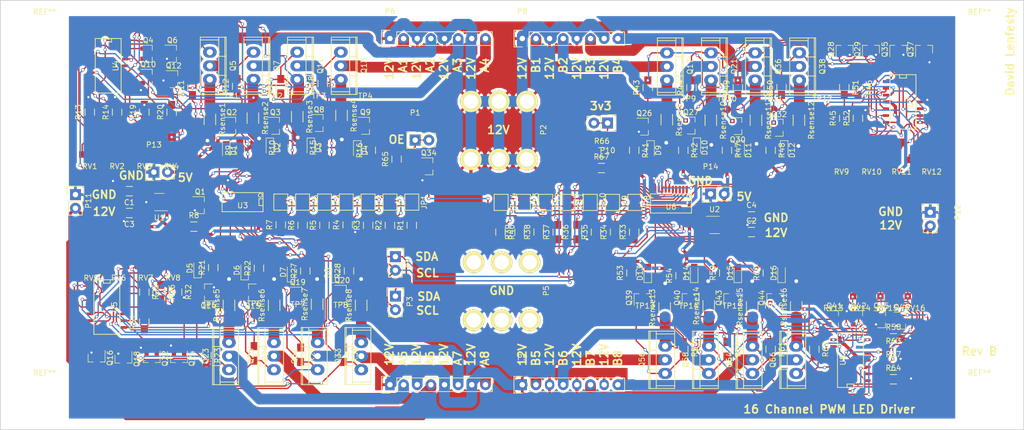
<source format=kicad_pcb>
(kicad_pcb (version 4) (host pcbnew 4.0.6-e0-6349~53~ubuntu16.04.1)
  (layers (0 F.Cu signal) (31 B.Cu signal) (34 B.Paste user) (35 F.Paste user) (36 B.SilkS user) (37 F.SilkS user) (38 B.Mask user) (39 F.Mask user) (44 Edge.Cuts user))
  (net 0 "")
  (net 1 +12V)
  (net 2 GND)
  (net 3 +5V-A)
  (net 4 +5V-B)
  (net 5 "Net-(D1-Pad2)")
  (net 6 "Net-(D1-Pad1)")
  (net 7 "Net-(D2-Pad2)")
  (net 8 "Net-(D2-Pad1)")
  (net 9 "Net-(D3-Pad2)")
  (net 10 "Net-(D3-Pad1)")
  (net 11 "Net-(D4-Pad2)")
  (net 12 "Net-(D4-Pad1)")
  (net 13 "Net-(D5-Pad2)")
  (net 14 "Net-(D5-Pad1)")
  (net 15 "Net-(D6-Pad2)")
  (net 16 "Net-(D6-Pad1)")
  (net 17 "Net-(D7-Pad2)")
  (net 18 "Net-(D7-Pad1)")
  (net 19 "Net-(D8-Pad2)")
  (net 20 "Net-(D8-Pad1)")
  (net 21 "Net-(D9-Pad2)")
  (net 22 "Net-(D9-Pad1)")
  (net 23 "Net-(D10-Pad2)")
  (net 24 "Net-(D10-Pad1)")
  (net 25 "Net-(D11-Pad2)")
  (net 26 "Net-(D11-Pad1)")
  (net 27 "Net-(D12-Pad2)")
  (net 28 "Net-(D12-Pad1)")
  (net 29 "Net-(D13-Pad2)")
  (net 30 "Net-(D13-Pad1)")
  (net 31 "Net-(D14-Pad2)")
  (net 32 "Net-(D14-Pad1)")
  (net 33 "Net-(D15-Pad2)")
  (net 34 "Net-(D15-Pad1)")
  (net 35 "Net-(D16-Pad2)")
  (net 36 "Net-(D16-Pad1)")
  (net 37 "Net-(JP1-Pad1)")
  (net 38 "Net-(JP2-Pad1)")
  (net 39 "Net-(JP3-Pad1)")
  (net 40 "Net-(JP4-Pad1)")
  (net 41 "Net-(JP5-Pad1)")
  (net 42 "Net-(JP6-Pad1)")
  (net 43 "Net-(JP7-Pad1)")
  (net 44 "Net-(JP8-Pad1)")
  (net 45 "Net-(JP9-Pad1)")
  (net 46 "Net-(JP10-Pad1)")
  (net 47 "Net-(JP11-Pad1)")
  (net 48 "Net-(JP12-Pad1)")
  (net 49 "Net-(JP13-Pad1)")
  (net 50 "Net-(JP14-Pad1)")
  (net 51 "Net-(P1-Pad1)")
  (net 52 SDA)
  (net 53 SCL)
  (net 54 "Net-(P6-Pad2)")
  (net 55 "Net-(P6-Pad4)")
  (net 56 "Net-(P6-Pad6)")
  (net 57 "Net-(P6-Pad8)")
  (net 58 "Net-(P7-Pad2)")
  (net 59 "Net-(P7-Pad4)")
  (net 60 "Net-(P7-Pad6)")
  (net 61 "Net-(P7-Pad8)")
  (net 62 "Net-(P8-Pad2)")
  (net 63 "Net-(P8-Pad4)")
  (net 64 "Net-(P8-Pad6)")
  (net 65 "Net-(P8-Pad8)")
  (net 66 "Net-(P9-Pad2)")
  (net 67 "Net-(P9-Pad4)")
  (net 68 "Net-(P9-Pad6)")
  (net 69 "Net-(P9-Pad8)")
  (net 70 +3V3)
  (net 71 OE-Disable)
  (net 72 "/Power Driver A/LED Driver A/LED1")
  (net 73 "/Power Driver A/LED Driver A/LED2")
  (net 74 "Net-(Q4-Pad1)")
  (net 75 "Net-(Q5-Pad3)")
  (net 76 "Net-(Q6-Pad1)")
  (net 77 "Net-(Q7-Pad3)")
  (net 78 "/Power Driver A/LED Driver A/LED3")
  (net 79 "/Power Driver A/LED Driver A/LED4")
  (net 80 "Net-(Q10-Pad1)")
  (net 81 "Net-(Q11-Pad3)")
  (net 82 "Net-(Q12-Pad1)")
  (net 83 "Net-(Q13-Pad3)")
  (net 84 "/Power Driver B/LED Driver A/LED1")
  (net 85 "/Power Driver B/LED Driver A/LED2")
  (net 86 "Net-(Q16-Pad1)")
  (net 87 "Net-(Q17-Pad3)")
  (net 88 "/Power Driver A/LED Driver B/LED1")
  (net 89 "/Power Driver A/LED Driver B/LED2")
  (net 90 "Net-(Q20-Pad1)")
  (net 91 "Net-(Q21-Pad3)")
  (net 92 "Net-(Q22-Pad1)")
  (net 93 "Net-(Q23-Pad3)")
  (net 94 "Net-(Q24-Pad1)")
  (net 95 "Net-(Q25-Pad3)")
  (net 96 "/Power Driver A/LED Driver B/LED3")
  (net 97 "/Power Driver A/LED Driver B/LED4")
  (net 98 "/Power Driver B/LED Driver A/LED3")
  (net 99 "/Power Driver B/LED Driver A/LED4")
  (net 100 "Net-(Q30-Pad1)")
  (net 101 "Net-(Q31-Pad3)")
  (net 102 "Net-(Q32-Pad1)")
  (net 103 "Net-(Q33-Pad3)")
  (net 104 "Net-(Q35-Pad1)")
  (net 105 "Net-(Q36-Pad3)")
  (net 106 "Net-(Q37-Pad1)")
  (net 107 "Net-(Q38-Pad3)")
  (net 108 "/Power Driver B/LED Driver B/LED1")
  (net 109 "/Power Driver B/LED Driver B/LED2")
  (net 110 "Net-(Q56-Pad3)")
  (net 111 "Net-(Q58-Pad3)")
  (net 112 "/Power Driver B/LED Driver B/LED3")
  (net 113 "/Power Driver B/LED Driver B/LED4")
  (net 114 "Net-(Q64-Pad3)")
  (net 115 "Net-(Q66-Pad3)")
  (net 116 "Net-(R13-Pad1)")
  (net 117 "Net-(R14-Pad1)")
  (net 118 "Net-(R19-Pad1)")
  (net 119 "Net-(R20-Pad1)")
  (net 120 "Net-(R25-Pad1)")
  (net 121 "Net-(R26-Pad1)")
  (net 122 "Net-(R31-Pad1)")
  (net 123 "Net-(R32-Pad1)")
  (net 124 "Net-(R45-Pad1)")
  (net 125 "Net-(R46-Pad1)")
  (net 126 "Net-(R51-Pad1)")
  (net 127 "Net-(R52-Pad1)")
  (net 128 "Net-(R57-Pad1)")
  (net 129 "Net-(R58-Pad1)")
  (net 130 "Net-(R63-Pad1)")
  (net 131 "Net-(R64-Pad1)")
  (net 132 "Net-(U1-Pad4)")
  (net 133 "Net-(U2-Pad4)")
  (net 134 "Net-(Q1-Pad3)")
  (net 135 "Net-(Q2-Pad1)")
  (net 136 "Net-(Q3-Pad1)")
  (net 137 "Net-(Q10-Pad3)")
  (net 138 "Net-(Q12-Pad3)")
  (net 139 "Net-(Q14-Pad1)")
  (net 140 "Net-(Q15-Pad1)")
  (net 141 "Net-(Q17-Pad1)")
  (net 142 "Net-(Q18-Pad1)")
  (net 143 "Net-(Q19-Pad1)")
  (net 144 "Net-(Q21-Pad1)")
  (net 145 "Net-(Q28-Pad1)")
  (net 146 "Net-(Q29-Pad1)")
  (net 147 "Net-(Q34-Pad3)")
  (net 148 "Net-(Q39-Pad1)")
  (net 149 "Net-(Q40-Pad1)")
  (net 150 "Net-(Q41-Pad1)")
  (net 151 "Net-(Q42-Pad1)")
  (net 152 "Net-(Q43-Pad1)")
  (net 153 "Net-(Q44-Pad1)")
  (net 154 "Net-(Q45-Pad1)")
  (net 155 "Net-(Q46-Pad1)")
  (module TO_SOT_Packages_SMD:SOT-23 (layer F.Cu) (at 183.8 75.4)
    (fp_text reference Q27 (at 0 -2.5) (layer F.SilkS))
    (fp_text value Q_NPN_BEC)
    (pad 1 smd rect (at -1 -0.95) (size 0.9 0.8) (layers F.Cu F.Paste F.Mask) (net 144 "Net-(Q21-Pad1)"))
    (pad 2 smd rect (at -1 0.95) (size 0.9 0.8) (layers F.Cu F.Paste F.Mask) (net 2 GND))
    (pad 3 smd rect (at 1 0) (size 0.9 0.8) (layers F.Cu F.Paste F.Mask) (net 24 "Net-(D10-Pad1)"))
  )
  (module TO_SOT_Packages_SMD:SOT-23 (layer F.Cu) (at 118.872 106.75)
    (fp_text reference Q20 (at 0 -2.5) (layer F.SilkS))
    (fp_text value Q_NPN_BEC)
    (pad 1 smd rect (at -1 -0.95) (size 0.9 0.8) (layers F.Cu F.Paste F.Mask) (net 90 "Net-(Q20-Pad1)"))
    (pad 2 smd rect (at -1 0.95) (size 0.9 0.8) (layers F.Cu F.Paste F.Mask) (net 2 GND))
    (pad 3 smd rect (at 1 0) (size 0.9 0.8) (layers F.Cu F.Paste F.Mask) (net 20 "Net-(D8-Pad1)"))
  )
  (module TO_SOT_Packages_SMD:SOT-23 (layer F.Cu) (at 215 111.5)
    (fp_text reference Q42 (at 0 -2.5) (layer F.SilkS))
    (fp_text value Q_NPN_BEC)
    (pad 1 smd rect (at -1 -0.95) (size 0.9 0.8) (layers F.Cu F.Paste F.Mask) (net 151 "Net-(Q42-Pad1)"))
    (pad 2 smd rect (at -1 0.95) (size 0.9 0.8) (layers F.Cu F.Paste F.Mask) (net 2 GND))
    (pad 3 smd rect (at 1 0) (size 0.9 0.8) (layers F.Cu F.Paste F.Mask) (net 149 "Net-(Q40-Pad1)"))
  )
  (module Mounting_Holes:MountingHole_3.2mm_M3 (layer F.Cu) (at 63.5 125.73)
    (fp_text reference REF** (at 0 -4.2) (layer F.SilkS))
    (fp_text value MountingHole_3.2mm_M3)
    (pad 1 np_thru_hole circle (at 0 0) (size 3.2 3.2) (drill 3.2) (layers *.Cu *.Mask))
  )
  (module Mounting_Holes:MountingHole_3.2mm_M3 (layer F.Cu) (at 63.5 58.42)
    (fp_text reference REF** (at 0 -4.2) (layer F.SilkS))
    (fp_text value MountingHole_3.2mm_M3)
    (pad 1 np_thru_hole circle (at 0 0) (size 3.2 3.2) (drill 3.2) (layers *.Cu *.Mask))
  )
  (module Mounting_Holes:MountingHole_3.2mm_M3 (layer F.Cu) (at 237.49 125.73)
    (fp_text reference REF** (at 0 -4.2) (layer F.SilkS))
    (fp_text value MountingHole_3.2mm_M3)
    (pad 1 np_thru_hole circle (at 0 0) (size 3.2 3.2) (drill 3.2) (layers *.Cu *.Mask))
  )
  (module TO_SOT_Packages_SMD:SOT-23 (layer F.Cu) (at 87.25 62)
    (fp_text reference Q6 (at 0 -2.5) (layer F.SilkS))
    (fp_text value Q_NPN_BEC)
    (pad 1 smd rect (at -1 -0.95) (size 0.9 0.8) (layers F.Cu F.Paste F.Mask) (net 76 "Net-(Q6-Pad1)"))
    (pad 2 smd rect (at -1 0.95) (size 0.9 0.8) (layers F.Cu F.Paste F.Mask) (net 2 GND))
    (pad 3 smd rect (at 1 0) (size 0.9 0.8) (layers F.Cu F.Paste F.Mask) (net 136 "Net-(Q3-Pad1)"))
  )
  (module Power_Integrations:TO-220 (layer F.Cu) (at 102.362 64.262 270)
    (fp_text reference Q7 (at 0 -4.318 270) (layer F.SilkS))
    (fp_text value BUT11)
    (pad 2 thru_hole oval (at 0 0 270) (size 2.032 2.54) (drill 1.143) (layers *.Cu *.Mask) (net 55 "Net-(P6-Pad4)"))
    (pad 3 thru_hole oval (at 2.54 0 270) (size 2.032 2.54) (drill 1.143) (layers *.Cu *.Mask) (net 77 "Net-(Q7-Pad3)"))
    (pad 1 thru_hole oval (at -2.54 0 270) (size 2.032 2.54) (drill 1.143) (layers *.Cu *.Mask) (net 136 "Net-(Q3-Pad1)"))
  )
  (module Power_Integrations:TO-220 (layer F.Cu) (at 110.49 64.262 270)
    (fp_text reference Q11 (at 0 -4.318 270) (layer F.SilkS))
    (fp_text value BUT11)
    (pad 2 thru_hole oval (at 0 0 270) (size 2.032 2.54) (drill 1.143) (layers *.Cu *.Mask) (net 56 "Net-(P6-Pad6)"))
    (pad 3 thru_hole oval (at 2.54 0 270) (size 2.032 2.54) (drill 1.143) (layers *.Cu *.Mask) (net 81 "Net-(Q11-Pad3)"))
    (pad 1 thru_hole oval (at -2.54 0 270) (size 2.032 2.54) (drill 1.143) (layers *.Cu *.Mask) (net 137 "Net-(Q10-Pad3)"))
  )
  (module Power_Integrations:TO-220 (layer F.Cu) (at 94.234 64.262 270)
    (fp_text reference Q5 (at 0 -4.318 270) (layer F.SilkS))
    (fp_text value BUT11)
    (pad 2 thru_hole oval (at 0 0 270) (size 2.032 2.54) (drill 1.143) (layers *.Cu *.Mask) (net 54 "Net-(P6-Pad2)"))
    (pad 3 thru_hole oval (at 2.54 0 270) (size 2.032 2.54) (drill 1.143) (layers *.Cu *.Mask) (net 75 "Net-(Q5-Pad3)"))
    (pad 1 thru_hole oval (at -2.54 0 270) (size 2.032 2.54) (drill 1.143) (layers *.Cu *.Mask) (net 135 "Net-(Q2-Pad1)"))
  )
  (module Custom_Footprints:Bourns-TC33 (layer F.Cu) (at 71.882 78.994)
    (fp_text reference RV1 (at 0 4) (layer F.SilkS))
    (fp_text value 10K)
    (pad 1 smd rect (at -1.4 1.8) (size 1.2 1.2) (layers F.Cu F.Paste F.Mask) (net 74 "Net-(Q4-Pad1)"))
    (pad 2 smd rect (at 0 -1.45) (size 1.6 1.5) (layers F.Cu F.Paste F.Mask) (net 74 "Net-(Q4-Pad1)"))
    (pad 3 smd rect (at 1.4 1.8) (size 1.2 1.2) (layers F.Cu F.Paste F.Mask) (net 116 "Net-(R13-Pad1)"))
  )
  (module Resistors_SMD:R_0805_HandSoldering (layer F.Cu) (at 87.122 72.898 90)
    (fp_text reference R20 (at 0 -2.1 90) (layer F.SilkS))
    (fp_text value 2K)
    (pad 1 smd rect (at -1.35 0 90) (size 1.5 1.3) (layers F.Cu F.Paste F.Mask) (net 119 "Net-(R20-Pad1)"))
    (pad 2 smd rect (at 1.35 0 90) (size 1.5 1.3) (layers F.Cu F.Paste F.Mask) (net 2 GND))
  )
  (module Custom_Footprints:Bourns-TC33 (layer F.Cu) (at 82.042 78.994)
    (fp_text reference RV3 (at 0 4) (layer F.SilkS))
    (fp_text value 10K)
    (pad 1 smd rect (at -1.4 1.8) (size 1.2 1.2) (layers F.Cu F.Paste F.Mask) (net 80 "Net-(Q10-Pad1)"))
    (pad 2 smd rect (at 0 -1.45) (size 1.6 1.5) (layers F.Cu F.Paste F.Mask) (net 80 "Net-(Q10-Pad1)"))
    (pad 3 smd rect (at 1.4 1.8) (size 1.2 1.2) (layers F.Cu F.Paste F.Mask) (net 118 "Net-(R19-Pad1)"))
  )
  (module Resistors_SMD:R_0805_HandSoldering (layer F.Cu) (at 71.882 72.898 90)
    (fp_text reference R13 (at 0 -2.1 90) (layer F.SilkS))
    (fp_text value 2K)
    (pad 1 smd rect (at -1.35 0 90) (size 1.5 1.3) (layers F.Cu F.Paste F.Mask) (net 116 "Net-(R13-Pad1)"))
    (pad 2 smd rect (at 1.35 0 90) (size 1.5 1.3) (layers F.Cu F.Paste F.Mask) (net 2 GND))
  )
  (module Custom_Footprints:Bourns-TC33 (layer F.Cu) (at 87.122 78.994)
    (fp_text reference RV4 (at 0 4) (layer F.SilkS))
    (fp_text value 10K)
    (pad 1 smd rect (at -1.4 1.8) (size 1.2 1.2) (layers F.Cu F.Paste F.Mask) (net 82 "Net-(Q12-Pad1)"))
    (pad 2 smd rect (at 0 -1.45) (size 1.6 1.5) (layers F.Cu F.Paste F.Mask) (net 82 "Net-(Q12-Pad1)"))
    (pad 3 smd rect (at 1.4 1.8) (size 1.2 1.2) (layers F.Cu F.Paste F.Mask) (net 119 "Net-(R20-Pad1)"))
  )
  (module Resistors_SMD:R_0805_HandSoldering (layer F.Cu) (at 76.962 72.898 90)
    (fp_text reference R14 (at 0 -2.1 90) (layer F.SilkS))
    (fp_text value 2K)
    (pad 1 smd rect (at -1.35 0 90) (size 1.5 1.3) (layers F.Cu F.Paste F.Mask) (net 117 "Net-(R14-Pad1)"))
    (pad 2 smd rect (at 1.35 0 90) (size 1.5 1.3) (layers F.Cu F.Paste F.Mask) (net 2 GND))
  )
  (module Resistors_SMD:R_0805_HandSoldering (layer F.Cu) (at 82.042 72.898 90)
    (fp_text reference R19 (at 0 -2.1 90) (layer F.SilkS))
    (fp_text value 2K)
    (pad 1 smd rect (at -1.35 0 90) (size 1.5 1.3) (layers F.Cu F.Paste F.Mask) (net 118 "Net-(R19-Pad1)"))
    (pad 2 smd rect (at 1.35 0 90) (size 1.5 1.3) (layers F.Cu F.Paste F.Mask) (net 2 GND))
  )
  (module Custom_Footprints:Bourns-TC33 (layer F.Cu) (at 76.962 78.994)
    (fp_text reference RV2 (at 0 4) (layer F.SilkS))
    (fp_text value 10K)
    (pad 1 smd rect (at -1.4 1.8) (size 1.2 1.2) (layers F.Cu F.Paste F.Mask) (net 76 "Net-(Q6-Pad1)"))
    (pad 2 smd rect (at 0 -1.45) (size 1.6 1.5) (layers F.Cu F.Paste F.Mask) (net 76 "Net-(Q6-Pad1)"))
    (pad 3 smd rect (at 1.4 1.8) (size 1.2 1.2) (layers F.Cu F.Paste F.Mask) (net 117 "Net-(R14-Pad1)"))
  )
  (module TO_SOT_Packages_SMD:SOT-23 (layer F.Cu) (at 82.75 62)
    (fp_text reference Q4 (at 0 -2.5) (layer F.SilkS))
    (fp_text value Q_NPN_BEC)
    (pad 1 smd rect (at -1 -0.95) (size 0.9 0.8) (layers F.Cu F.Paste F.Mask) (net 74 "Net-(Q4-Pad1)"))
    (pad 2 smd rect (at -1 0.95) (size 0.9 0.8) (layers F.Cu F.Paste F.Mask) (net 2 GND))
    (pad 3 smd rect (at 1 0) (size 0.9 0.8) (layers F.Cu F.Paste F.Mask) (net 135 "Net-(Q2-Pad1)"))
  )
  (module SMD_Packages:SOIC-14_N (layer F.Cu) (at 75.438 64.262 270)
    (fp_text reference U4 (at 0 -1.27 270) (layer F.SilkS))
    (fp_text value LM324AN)
    (pad 1 smd rect (at -3.81 3.302 270) (size 0.508 1.143) (layers F.Cu F.Paste F.Mask) (net 74 "Net-(Q4-Pad1)"))
    (pad 2 smd rect (at -2.54 3.302 270) (size 0.508 1.143) (layers F.Cu F.Paste F.Mask) (net 116 "Net-(R13-Pad1)"))
    (pad 3 smd rect (at -1.27 3.302 270) (size 0.508 1.143) (layers F.Cu F.Paste F.Mask) (net 75 "Net-(Q5-Pad3)"))
    (pad 4 smd rect (at 0 3.302 270) (size 0.508 1.143) (layers F.Cu F.Paste F.Mask) (net 3 +5V-A))
    (pad 5 smd rect (at 1.27 3.302 270) (size 0.508 1.143) (layers F.Cu F.Paste F.Mask) (net 77 "Net-(Q7-Pad3)"))
    (pad 6 smd rect (at 2.54 3.302 270) (size 0.508 1.143) (layers F.Cu F.Paste F.Mask) (net 117 "Net-(R14-Pad1)"))
    (pad 7 smd rect (at 3.81 3.302 270) (size 0.508 1.143) (layers F.Cu F.Paste F.Mask) (net 76 "Net-(Q6-Pad1)"))
    (pad 8 smd rect (at 3.81 -3.048 270) (size 0.508 1.143) (layers F.Cu F.Paste F.Mask) (net 80 "Net-(Q10-Pad1)"))
    (pad 9 smd rect (at 2.54 -3.048 270) (size 0.508 1.143) (layers F.Cu F.Paste F.Mask) (net 118 "Net-(R19-Pad1)"))
    (pad 11 smd rect (at 0 -3.048 270) (size 0.508 1.143) (layers F.Cu F.Paste F.Mask) (net 2 GND))
    (pad 12 smd rect (at -1.27 -3.048 270) (size 0.508 1.143) (layers F.Cu F.Paste F.Mask) (net 83 "Net-(Q13-Pad3)"))
    (pad 13 smd rect (at -2.54 -3.048 270) (size 0.508 1.143) (layers F.Cu F.Paste F.Mask) (net 119 "Net-(R20-Pad1)"))
    (pad 14 smd rect (at -3.81 -3.048 270) (size 0.508 1.143) (layers F.Cu F.Paste F.Mask) (net 82 "Net-(Q12-Pad1)"))
    (pad 10 smd rect (at 1.27 -3.048 270) (size 0.508 1.143) (layers F.Cu F.Paste F.Mask) (net 81 "Net-(Q11-Pad3)"))
  )
  (module TO_SOT_Packages_SMD:SOT-23 (layer F.Cu) (at 82.75 66.5)
    (fp_text reference Q10 (at 0 -2.5) (layer F.SilkS))
    (fp_text value Q_NPN_BEC)
    (pad 1 smd rect (at -1 -0.95) (size 0.9 0.8) (layers F.Cu F.Paste F.Mask) (net 80 "Net-(Q10-Pad1)"))
    (pad 2 smd rect (at -1 0.95) (size 0.9 0.8) (layers F.Cu F.Paste F.Mask) (net 2 GND))
    (pad 3 smd rect (at 1 0) (size 0.9 0.8) (layers F.Cu F.Paste F.Mask) (net 137 "Net-(Q10-Pad3)"))
  )
  (module TO_SOT_Packages_SMD:SOT-23 (layer F.Cu) (at 87.5 66.75)
    (fp_text reference Q12 (at 0 -2.5) (layer F.SilkS))
    (fp_text value Q_NPN_BEC)
    (pad 1 smd rect (at -1 -0.95) (size 0.9 0.8) (layers F.Cu F.Paste F.Mask) (net 82 "Net-(Q12-Pad1)"))
    (pad 2 smd rect (at -1 0.95) (size 0.9 0.8) (layers F.Cu F.Paste F.Mask) (net 2 GND))
    (pad 3 smd rect (at 1 0) (size 0.9 0.8) (layers F.Cu F.Paste F.Mask) (net 138 "Net-(Q12-Pad3)"))
  )
  (module Resistors_SMD:R_0805_HandSoldering (layer F.Cu) (at 115.57 79.502 90)
    (fp_text reference R15 (at 0 -2.1 90) (layer F.SilkS))
    (fp_text value 330)
    (pad 1 smd rect (at -1.35 0 90) (size 1.5 1.3) (layers F.Cu F.Paste F.Mask) (net 9 "Net-(D3-Pad2)"))
    (pad 2 smd rect (at 1.35 0 90) (size 1.5 1.3) (layers F.Cu F.Paste F.Mask) (net 3 +5V-A))
  )
  (module LEDs:LED_0805 (layer F.Cu) (at 113.03 79.522 270)
    (fp_text reference D3 (at 0 -1.45 270) (layer F.SilkS))
    (fp_text value LED)
    (pad 2 smd rect (at 1.1 0 90) (size 1.2 1.2) (layers F.Cu F.Paste F.Mask) (net 9 "Net-(D3-Pad2)"))
    (pad 1 smd rect (at -1.1 0 90) (size 1.2 1.2) (layers F.Cu F.Paste F.Mask) (net 10 "Net-(D3-Pad1)"))
  )
  (module TO_SOT_Packages_SMD:SOT-23 (layer F.Cu) (at 114.554 74.93)
    (fp_text reference Q8 (at 0 -2.5) (layer F.SilkS))
    (fp_text value Q_NPN_BEC)
    (pad 1 smd rect (at -1 -0.95) (size 0.9 0.8) (layers F.Cu F.Paste F.Mask) (net 137 "Net-(Q10-Pad3)"))
    (pad 2 smd rect (at -1 0.95) (size 0.9 0.8) (layers F.Cu F.Paste F.Mask) (net 2 GND))
    (pad 3 smd rect (at 1 0) (size 0.9 0.8) (layers F.Cu F.Paste F.Mask) (net 10 "Net-(D3-Pad1)"))
  )
  (module Power_Integrations:TO-220 (layer F.Cu) (at 118.618 64.262 270)
    (fp_text reference Q13 (at 0 -4.318 270) (layer F.SilkS))
    (fp_text value BUT11)
    (pad 2 thru_hole oval (at 0 0 270) (size 2.032 2.54) (drill 1.143) (layers *.Cu *.Mask) (net 57 "Net-(P6-Pad8)"))
    (pad 3 thru_hole oval (at 2.54 0 270) (size 2.032 2.54) (drill 1.143) (layers *.Cu *.Mask) (net 83 "Net-(Q13-Pad3)"))
    (pad 1 thru_hole oval (at -2.54 0 270) (size 2.032 2.54) (drill 1.143) (layers *.Cu *.Mask) (net 138 "Net-(Q12-Pad3)"))
  )
  (module Resistors_SMD:R_0805_HandSoldering (layer F.Cu) (at 99.822 80.01 90)
    (fp_text reference R9 (at 0 -2.1 90) (layer F.SilkS))
    (fp_text value 330)
    (pad 1 smd rect (at -1.35 0 90) (size 1.5 1.3) (layers F.Cu F.Paste F.Mask) (net 5 "Net-(D1-Pad2)"))
    (pad 2 smd rect (at 1.35 0 90) (size 1.5 1.3) (layers F.Cu F.Paste F.Mask) (net 3 +5V-A))
  )
  (module TO_SOT_Packages_SMD:SOT-23 (layer F.Cu) (at 98.298 75.438)
    (fp_text reference Q2 (at 0 -2.5) (layer F.SilkS))
    (fp_text value Q_NPN_BEC)
    (pad 1 smd rect (at -1 -0.95) (size 0.9 0.8) (layers F.Cu F.Paste F.Mask) (net 135 "Net-(Q2-Pad1)"))
    (pad 2 smd rect (at -1 0.95) (size 0.9 0.8) (layers F.Cu F.Paste F.Mask) (net 2 GND))
    (pad 3 smd rect (at 1 0) (size 0.9 0.8) (layers F.Cu F.Paste F.Mask) (net 6 "Net-(D1-Pad1)"))
  )
  (module LEDs:LED_0805 (layer F.Cu) (at 97.282 80.01 270)
    (fp_text reference D1 (at 0 -1.45 270) (layer F.SilkS))
    (fp_text value LED)
    (pad 2 smd rect (at 1.1 0 90) (size 1.2 1.2) (layers F.Cu F.Paste F.Mask) (net 5 "Net-(D1-Pad2)"))
    (pad 1 smd rect (at -1.1 0 90) (size 1.2 1.2) (layers F.Cu F.Paste F.Mask) (net 6 "Net-(D1-Pad1)"))
  )
  (module TO_SOT_Packages_SMD:SOT-23 (layer F.Cu) (at 123.19 75.438)
    (fp_text reference Q9 (at 0 -2.54) (layer F.SilkS))
    (fp_text value Q_NPN_BEC)
    (pad 1 smd rect (at -1 -0.95) (size 0.9 0.8) (layers F.Cu F.Paste F.Mask) (net 138 "Net-(Q12-Pad3)"))
    (pad 2 smd rect (at -1 0.95) (size 0.9 0.8) (layers F.Cu F.Paste F.Mask) (net 2 GND))
    (pad 3 smd rect (at 1 0) (size 0.9 0.8) (layers F.Cu F.Paste F.Mask) (net 12 "Net-(D4-Pad1)"))
  )
  (module Resistors_SMD:R_0805_HandSoldering (layer F.Cu) (at 124.206 80.01 90)
    (fp_text reference R16 (at 0 -2.1 90) (layer F.SilkS))
    (fp_text value 330)
    (pad 1 smd rect (at -1.35 0 90) (size 1.5 1.3) (layers F.Cu F.Paste F.Mask) (net 11 "Net-(D4-Pad2)"))
    (pad 2 smd rect (at 1.35 0 90) (size 1.5 1.3) (layers F.Cu F.Paste F.Mask) (net 3 +5V-A))
  )
  (module LEDs:LED_0805 (layer F.Cu) (at 121.666 80.01 270)
    (fp_text reference D4 (at 0 -1.45 270) (layer F.SilkS))
    (fp_text value LED)
    (pad 2 smd rect (at 1.1 0 90) (size 1.2 1.2) (layers F.Cu F.Paste F.Mask) (net 11 "Net-(D4-Pad2)"))
    (pad 1 smd rect (at -1.1 0 90) (size 1.2 1.2) (layers F.Cu F.Paste F.Mask) (net 12 "Net-(D4-Pad1)"))
  )
  (module LEDs:LED_0805 (layer F.Cu) (at 105.41 79.522 270)
    (fp_text reference D2 (at 0 -1.45 270) (layer F.SilkS))
    (fp_text value LED)
    (pad 2 smd rect (at 1.1 0 90) (size 1.2 1.2) (layers F.Cu F.Paste F.Mask) (net 7 "Net-(D2-Pad2)"))
    (pad 1 smd rect (at -1.1 0 90) (size 1.2 1.2) (layers F.Cu F.Paste F.Mask) (net 8 "Net-(D2-Pad1)"))
  )
  (module Resistors_SMD:R_0805_HandSoldering (layer F.Cu) (at 107.95 79.522 90)
    (fp_text reference R10 (at 0 -2.1 90) (layer F.SilkS))
    (fp_text value 330)
    (pad 1 smd rect (at -1.35 0 90) (size 1.5 1.3) (layers F.Cu F.Paste F.Mask) (net 7 "Net-(D2-Pad2)"))
    (pad 2 smd rect (at 1.35 0 90) (size 1.5 1.3) (layers F.Cu F.Paste F.Mask) (net 3 +5V-A))
  )
  (module TO_SOT_Packages_SMD:SOT-23 (layer F.Cu) (at 106.426 75.438)
    (fp_text reference Q3 (at 0 -2.5) (layer F.SilkS))
    (fp_text value Q_NPN_BEC)
    (pad 1 smd rect (at -1 -0.95) (size 0.9 0.8) (layers F.Cu F.Paste F.Mask) (net 136 "Net-(Q3-Pad1)"))
    (pad 2 smd rect (at -1 0.95) (size 0.9 0.8) (layers F.Cu F.Paste F.Mask) (net 2 GND))
    (pad 3 smd rect (at 1 0) (size 0.9 0.8) (layers F.Cu F.Paste F.Mask) (net 8 "Net-(D2-Pad1)"))
  )
  (module LEDs:LED_0805 (layer F.Cu) (at 91.948 101.981 90)
    (fp_text reference D5 (at 0 -1.45 90) (layer F.SilkS))
    (fp_text value LED)
    (pad 2 smd rect (at 1.1 0 270) (size 1.2 1.2) (layers F.Cu F.Paste F.Mask) (net 13 "Net-(D5-Pad2)"))
    (pad 1 smd rect (at -1.1 0 270) (size 1.2 1.2) (layers F.Cu F.Paste F.Mask) (net 14 "Net-(D5-Pad1)"))
  )
  (module LEDs:LED_0805 (layer F.Cu) (at 100.711 102.362 90)
    (fp_text reference D6 (at 0 -1.45 90) (layer F.SilkS))
    (fp_text value LED)
    (pad 2 smd rect (at 1.1 0 270) (size 1.2 1.2) (layers F.Cu F.Paste F.Mask) (net 15 "Net-(D6-Pad2)"))
    (pad 1 smd rect (at -1.1 0 270) (size 1.2 1.2) (layers F.Cu F.Paste F.Mask) (net 16 "Net-(D6-Pad1)"))
  )
  (module LEDs:LED_0805 (layer F.Cu) (at 109.347 102.743 90)
    (fp_text reference D7 (at 0 -1.45 90) (layer F.SilkS))
    (fp_text value LED)
    (pad 2 smd rect (at 1.1 0 270) (size 1.2 1.2) (layers F.Cu F.Paste F.Mask) (net 17 "Net-(D7-Pad2)"))
    (pad 1 smd rect (at -1.1 0 270) (size 1.2 1.2) (layers F.Cu F.Paste F.Mask) (net 18 "Net-(D7-Pad1)"))
  )
  (module LEDs:LED_0805 (layer F.Cu) (at 117.602 102.87 90)
    (fp_text reference D8 (at 0 -1.45 90) (layer F.SilkS))
    (fp_text value LED)
    (pad 2 smd rect (at 1.1 0 270) (size 1.2 1.2) (layers F.Cu F.Paste F.Mask) (net 19 "Net-(D8-Pad2)"))
    (pad 1 smd rect (at -1.1 0 270) (size 1.2 1.2) (layers F.Cu F.Paste F.Mask) (net 20 "Net-(D8-Pad1)"))
  )
  (module LEDs:LED_0805 (layer F.Cu) (at 176.276 80.01 270)
    (fp_text reference D9 (at 0 -1.45 270) (layer F.SilkS))
    (fp_text value LED)
    (pad 2 smd rect (at 1.1 0 90) (size 1.2 1.2) (layers F.Cu F.Paste F.Mask) (net 21 "Net-(D9-Pad2)"))
    (pad 1 smd rect (at -1.1 0 90) (size 1.2 1.2) (layers F.Cu F.Paste F.Mask) (net 22 "Net-(D9-Pad1)"))
  )
  (module LEDs:LED_0805 (layer F.Cu) (at 184.912 79.502 270)
    (fp_text reference D10 (at 0 -1.45 270) (layer F.SilkS))
    (fp_text value LED)
    (pad 2 smd rect (at 1.1 0 90) (size 1.2 1.2) (layers F.Cu F.Paste F.Mask) (net 23 "Net-(D10-Pad2)"))
    (pad 1 smd rect (at -1.1 0 90) (size 1.2 1.2) (layers F.Cu F.Paste F.Mask) (net 24 "Net-(D10-Pad1)"))
  )
  (module LEDs:LED_0805 (layer F.Cu) (at 193.04 80.01 270)
    (fp_text reference D11 (at 0 -1.45 270) (layer F.SilkS))
    (fp_text value LED)
    (pad 2 smd rect (at 1.1 0 90) (size 1.2 1.2) (layers F.Cu F.Paste F.Mask) (net 25 "Net-(D11-Pad2)"))
    (pad 1 smd rect (at -1.1 0 90) (size 1.2 1.2) (layers F.Cu F.Paste F.Mask) (net 26 "Net-(D11-Pad1)"))
  )
  (module LEDs:LED_0805 (layer F.Cu) (at 201.168 80.01 270)
    (fp_text reference D12 (at 0 -1.45 270) (layer F.SilkS))
    (fp_text value LED)
    (pad 2 smd rect (at 1.1 0 90) (size 1.2 1.2) (layers F.Cu F.Paste F.Mask) (net 27 "Net-(D12-Pad2)"))
    (pad 1 smd rect (at -1.1 0 90) (size 1.2 1.2) (layers F.Cu F.Paste F.Mask) (net 28 "Net-(D12-Pad1)"))
  )
  (module LEDs:LED_0805 (layer F.Cu) (at 175.768 102.87 90)
    (fp_text reference D13 (at 0 -1.45 90) (layer F.SilkS))
    (fp_text value LED)
    (pad 2 smd rect (at 1.1 0 270) (size 1.2 1.2) (layers F.Cu F.Paste F.Mask) (net 29 "Net-(D13-Pad2)"))
    (pad 1 smd rect (at -1.1 0 270) (size 1.2 1.2) (layers F.Cu F.Paste F.Mask) (net 30 "Net-(D13-Pad1)"))
  )
  (module LEDs:LED_0805 (layer F.Cu) (at 184.404 102.87 90)
    (fp_text reference D14 (at 0 -1.45 90) (layer F.SilkS))
    (fp_text value LED)
    (pad 2 smd rect (at 1.1 0 270) (size 1.2 1.2) (layers F.Cu F.Paste F.Mask) (net 31 "Net-(D14-Pad2)"))
    (pad 1 smd rect (at -1.1 0 270) (size 1.2 1.2) (layers F.Cu F.Paste F.Mask) (net 32 "Net-(D14-Pad1)"))
  )
  (module LEDs:LED_0805 (layer F.Cu) (at 192.532 102.87 90)
    (fp_text reference D15 (at 0 -1.45 90) (layer F.SilkS))
    (fp_text value LED)
    (pad 2 smd rect (at 1.1 0 270) (size 1.2 1.2) (layers F.Cu F.Paste F.Mask) (net 33 "Net-(D15-Pad2)"))
    (pad 1 smd rect (at -1.1 0 270) (size 1.2 1.2) (layers F.Cu F.Paste F.Mask) (net 34 "Net-(D15-Pad1)"))
  )
  (module LEDs:LED_0805 (layer F.Cu) (at 200.66 102.87 90)
    (fp_text reference D16 (at 0 -1.45 90) (layer F.SilkS))
    (fp_text value LED)
    (pad 2 smd rect (at 1.1 0 270) (size 1.2 1.2) (layers F.Cu F.Paste F.Mask) (net 35 "Net-(D16-Pad2)"))
    (pad 1 smd rect (at -1.1 0 270) (size 1.2 1.2) (layers F.Cu F.Paste F.Mask) (net 36 "Net-(D16-Pad1)"))
  )
  (module Custom_Footprints:Jumper_SMD (layer F.Cu) (at 131.826 89.662)
    (fp_text reference JP1 (at 2.3 0 90) (layer F.SilkS))
    (fp_text value A0)
    (pad 1 smd rect (at 0 -0.7) (size 2 1) (layers F.Cu F.Paste F.Mask) (net 37 "Net-(JP1-Pad1)"))
    (pad 2 smd rect (at 0 0.7) (size 2 1) (layers F.Cu F.Paste F.Mask) (net 3 +5V-A))
  )
  (module Custom_Footprints:Jumper_SMD (layer F.Cu) (at 127.762 89.662)
    (fp_text reference JP2 (at 2.3 0 90) (layer F.SilkS))
    (fp_text value A1)
    (pad 1 smd rect (at 0 -0.7) (size 2 1) (layers F.Cu F.Paste F.Mask) (net 38 "Net-(JP2-Pad1)"))
    (pad 2 smd rect (at 0 0.7) (size 2 1) (layers F.Cu F.Paste F.Mask) (net 3 +5V-A))
  )
  (module Custom_Footprints:Jumper_SMD (layer F.Cu) (at 123.698 89.662)
    (fp_text reference JP3 (at 2.3 0 90) (layer F.SilkS))
    (fp_text value A2)
    (pad 1 smd rect (at 0 -0.7) (size 2 1) (layers F.Cu F.Paste F.Mask) (net 39 "Net-(JP3-Pad1)"))
    (pad 2 smd rect (at 0 0.7) (size 2 1) (layers F.Cu F.Paste F.Mask) (net 3 +5V-A))
  )
  (module Custom_Footprints:Jumper_SMD (layer F.Cu) (at 119.634 89.662)
    (fp_text reference JP4 (at 2.3 0 90) (layer F.SilkS))
    (fp_text value A3)
    (pad 1 smd rect (at 0 -0.7) (size 2 1) (layers F.Cu F.Paste F.Mask) (net 40 "Net-(JP4-Pad1)"))
    (pad 2 smd rect (at 0 0.7) (size 2 1) (layers F.Cu F.Paste F.Mask) (net 3 +5V-A))
  )
  (module Custom_Footprints:Jumper_SMD (layer F.Cu) (at 115.57 89.662)
    (fp_text reference JP5 (at 2.3 0 90) (layer F.SilkS))
    (fp_text value A4)
    (pad 1 smd rect (at 0 -0.7) (size 2 1) (layers F.Cu F.Paste F.Mask) (net 41 "Net-(JP5-Pad1)"))
    (pad 2 smd rect (at 0 0.7) (size 2 1) (layers F.Cu F.Paste F.Mask) (net 3 +5V-A))
  )
  (module Custom_Footprints:Jumper_SMD (layer F.Cu) (at 111.506 89.662)
    (fp_text reference JP6 (at 2.3 0 90) (layer F.SilkS))
    (fp_text value A5)
    (pad 1 smd rect (at 0 -0.7) (size 2 1) (layers F.Cu F.Paste F.Mask) (net 42 "Net-(JP6-Pad1)"))
    (pad 2 smd rect (at 0 0.7) (size 2 1) (layers F.Cu F.Paste F.Mask) (net 3 +5V-A))
  )
  (module Custom_Footprints:Jumper_SMD (layer F.Cu) (at 107.442 89.662)
    (fp_text reference JP7 (at 2.3 0 90) (layer F.SilkS))
    (fp_text value A6)
    (pad 1 smd rect (at 0 -0.7) (size 2 1) (layers F.Cu F.Paste F.Mask) (net 43 "Net-(JP7-Pad1)"))
    (pad 2 smd rect (at 0 0.7) (size 2 1) (layers F.Cu F.Paste F.Mask) (net 3 +5V-A))
  )
  (module Custom_Footprints:Jumper_SMD (layer F.Cu) (at 173.354996 89.724)
    (fp_text reference JP8 (at 2.3 0 90) (layer F.SilkS))
    (fp_text value A0)
    (pad 1 smd rect (at 0 -0.7) (size 2 1) (layers F.Cu F.Paste F.Mask) (net 44 "Net-(JP8-Pad1)"))
    (pad 2 smd rect (at 0 0.7) (size 2 1) (layers F.Cu F.Paste F.Mask) (net 4 +5V-B))
  )
  (module Custom_Footprints:Jumper_SMD (layer F.Cu) (at 169.20633 89.724)
    (fp_text reference JP9 (at 2.3 0 90) (layer F.SilkS))
    (fp_text value A1)
    (pad 1 smd rect (at 0 -0.7) (size 2 1) (layers F.Cu F.Paste F.Mask) (net 45 "Net-(JP9-Pad1)"))
    (pad 2 smd rect (at 0 0.7) (size 2 1) (layers F.Cu F.Paste F.Mask) (net 4 +5V-B))
  )
  (module Custom_Footprints:Jumper_SMD (layer F.Cu) (at 165.057664 89.724)
    (fp_text reference JP10 (at 2.3 0 90) (layer F.SilkS))
    (fp_text value A2)
    (pad 1 smd rect (at 0 -0.7) (size 2 1) (layers F.Cu F.Paste F.Mask) (net 46 "Net-(JP10-Pad1)"))
    (pad 2 smd rect (at 0 0.7) (size 2 1) (layers F.Cu F.Paste F.Mask) (net 4 +5V-B))
  )
  (module Custom_Footprints:Jumper_SMD (layer F.Cu) (at 160.908998 89.724)
    (fp_text reference JP11 (at 2.3 0 90) (layer F.SilkS))
    (fp_text value A3)
    (pad 1 smd rect (at 0 -0.7) (size 2 1) (layers F.Cu F.Paste F.Mask) (net 47 "Net-(JP11-Pad1)"))
    (pad 2 smd rect (at 0 0.7) (size 2 1) (layers F.Cu F.Paste F.Mask) (net 4 +5V-B))
  )
  (module Custom_Footprints:Jumper_SMD (layer F.Cu) (at 156.760332 89.724)
    (fp_text reference JP12 (at 2.3 0 90) (layer F.SilkS))
    (fp_text value A4)
    (pad 1 smd rect (at 0 -0.7) (size 2 1) (layers F.Cu F.Paste F.Mask) (net 48 "Net-(JP12-Pad1)"))
    (pad 2 smd rect (at 0 0.7) (size 2 1) (layers F.Cu F.Paste F.Mask) (net 4 +5V-B))
  )
  (module Custom_Footprints:Jumper_SMD (layer F.Cu) (at 152.611666 89.724)
    (fp_text reference JP13 (at 2.3 0 90) (layer F.SilkS))
    (fp_text value A5)
    (pad 1 smd rect (at 0 -0.7) (size 2 1) (layers F.Cu F.Paste F.Mask) (net 49 "Net-(JP13-Pad1)"))
    (pad 2 smd rect (at 0 0.7) (size 2 1) (layers F.Cu F.Paste F.Mask) (net 4 +5V-B))
  )
  (module Custom_Footprints:Jumper_SMD (layer F.Cu) (at 148.463 89.724)
    (fp_text reference JP14 (at 2.3 0 90) (layer F.SilkS))
    (fp_text value A6)
    (pad 1 smd rect (at 0 -0.7) (size 2 1) (layers F.Cu F.Paste F.Mask) (net 50 "Net-(JP14-Pad1)"))
    (pad 2 smd rect (at 0 0.7) (size 2 1) (layers F.Cu F.Paste F.Mask) (net 4 +5V-B))
  )
  (module Socket_Strips:Socket_Strip_Straight_1x02 (layer F.Cu) (at 132.461 78.105)
    (fp_text reference P1 (at 0 -5.1) (layer F.SilkS))
    (fp_text value CONN_01X02)
    (pad 1 thru_hole rect (at 0 0) (size 2.032 2.032) (drill 1.016) (layers *.Cu *.Mask) (net 51 "Net-(P1-Pad1)"))
    (pad 2 thru_hole oval (at 2.54 0) (size 2.032 2.032) (drill 1.016) (layers *.Cu *.Mask) (net 51 "Net-(P1-Pad1)"))
  )
  (module Custom_Footprints:Screw_Connector_M5 (layer F.Cu) (at 148.336 76.2 90)
    (fp_text reference P2 (at 0 8 90) (layer F.SilkS))
    (fp_text value CONN_01X06)
    (pad 1 thru_hole circle (at -5.5 -5.5 90) (size 4 4) (drill 2.7) (layers *.Cu *.Mask F.SilkS) (net 1 +12V))
    (pad 2 thru_hole circle (at 5.3 -5.5 90) (size 4 4) (drill 2.7) (layers *.Cu *.Mask F.SilkS) (net 1 +12V))
    (pad 3 thru_hole circle (at -5.5 -0.29 90) (size 4 4) (drill 2.7) (layers *.Cu *.Mask F.SilkS) (net 1 +12V))
    (pad 4 thru_hole circle (at 5.3 -0.29 90) (size 4 4) (drill 2.7) (layers *.Cu *.Mask F.SilkS) (net 1 +12V))
    (pad 5 thru_hole circle (at -5.5 4.92 90) (size 4 4) (drill 2.7) (layers *.Cu *.Mask F.SilkS) (net 1 +12V))
    (pad 6 thru_hole circle (at 5.3 4.92 90) (size 4 4) (drill 2.7) (layers *.Cu *.Mask F.SilkS) (net 1 +12V))
  )
  (module Socket_Strips:Socket_Strip_Straight_1x02 (layer F.Cu) (at 128.778 107.188 270)
    (fp_text reference P3 (at 1.016 -2.667 270) (layer F.SilkS))
    (fp_text value CONN_01X02)
    (pad 1 thru_hole rect (at 0 0 270) (size 2.032 2.032) (drill 1.016) (layers *.Cu *.Mask) (net 52 SDA))
    (pad 2 thru_hole oval (at 2.54 0 270) (size 2.032 2.032) (drill 1.016) (layers *.Cu *.Mask) (net 53 SCL))
  )
  (module Socket_Strips:Socket_Strip_Straight_1x02 (layer F.Cu) (at 128.778 99.822 270)
    (fp_text reference P4 (at 1.143 -2.54 270) (layer F.SilkS))
    (fp_text value CONN_01X02)
    (pad 1 thru_hole rect (at 0 0 270) (size 2.032 2.032) (drill 1.016) (layers *.Cu *.Mask) (net 52 SDA))
    (pad 2 thru_hole oval (at 2.54 0 270) (size 2.032 2.032) (drill 1.016) (layers *.Cu *.Mask) (net 53 SCL))
  )
  (module Custom_Footprints:Screw_Connector_M5 (layer F.Cu) (at 148.844 106.172 90)
    (fp_text reference P5 (at 0 8 90) (layer F.SilkS))
    (fp_text value CONN_01X06)
    (pad 1 thru_hole circle (at -5.5 -5.5 90) (size 4 4) (drill 2.7) (layers *.Cu *.Mask F.SilkS) (net 2 GND))
    (pad 2 thru_hole circle (at 5.3 -5.5 90) (size 4 4) (drill 2.7) (layers *.Cu *.Mask F.SilkS) (net 2 GND))
    (pad 3 thru_hole circle (at -5.5 -0.29 90) (size 4 4) (drill 2.7) (layers *.Cu *.Mask F.SilkS) (net 2 GND))
    (pad 4 thru_hole circle (at 5.3 -0.29 90) (size 4 4) (drill 2.7) (layers *.Cu *.Mask F.SilkS) (net 2 GND))
    (pad 5 thru_hole circle (at -5.5 4.92 90) (size 4 4) (drill 2.7) (layers *.Cu *.Mask F.SilkS) (net 2 GND))
    (pad 6 thru_hole circle (at 5.3 4.92 90) (size 4 4) (drill 2.7) (layers *.Cu *.Mask F.SilkS) (net 2 GND))
  )
  (module Socket_Strips:Socket_Strip_Straight_1x08 (layer F.Cu) (at 127.762 59.182)
    (fp_text reference P6 (at 0 -5.1) (layer F.SilkS))
    (fp_text value CONN_01X08)
    (pad 1 thru_hole rect (at 0 0) (size 1.7272 2.032) (drill 1.016) (layers *.Cu *.Mask) (net 1 +12V))
    (pad 2 thru_hole oval (at 2.54 0) (size 1.7272 2.032) (drill 1.016) (layers *.Cu *.Mask) (net 54 "Net-(P6-Pad2)"))
    (pad 3 thru_hole oval (at 5.08 0) (size 1.7272 2.032) (drill 1.016) (layers *.Cu *.Mask) (net 1 +12V))
    (pad 4 thru_hole oval (at 7.62 0) (size 1.7272 2.032) (drill 1.016) (layers *.Cu *.Mask) (net 55 "Net-(P6-Pad4)"))
    (pad 5 thru_hole oval (at 10.16 0) (size 1.7272 2.032) (drill 1.016) (layers *.Cu *.Mask) (net 1 +12V))
    (pad 6 thru_hole oval (at 12.7 0) (size 1.7272 2.032) (drill 1.016) (layers *.Cu *.Mask) (net 56 "Net-(P6-Pad6)"))
    (pad 7 thru_hole oval (at 15.24 0) (size 1.7272 2.032) (drill 1.016) (layers *.Cu *.Mask) (net 1 +12V))
    (pad 8 thru_hole oval (at 17.78 0) (size 1.7272 2.032) (drill 1.016) (layers *.Cu *.Mask) (net 57 "Net-(P6-Pad8)"))
  )
  (module Socket_Strips:Socket_Strip_Straight_1x08 (layer F.Cu) (at 127.762 123.698)
    (fp_text reference P7 (at 0 -5.1) (layer F.SilkS))
    (fp_text value CONN_01X08)
    (pad 1 thru_hole rect (at 0 0) (size 1.7272 2.032) (drill 1.016) (layers *.Cu *.Mask) (net 1 +12V))
    (pad 2 thru_hole oval (at 2.54 0) (size 1.7272 2.032) (drill 1.016) (layers *.Cu *.Mask) (net 58 "Net-(P7-Pad2)"))
    (pad 3 thru_hole oval (at 5.08 0) (size 1.7272 2.032) (drill 1.016) (layers *.Cu *.Mask) (net 1 +12V))
    (pad 4 thru_hole oval (at 7.62 0) (size 1.7272 2.032) (drill 1.016) (layers *.Cu *.Mask) (net 59 "Net-(P7-Pad4)"))
    (pad 5 thru_hole oval (at 10.16 0) (size 1.7272 2.032) (drill 1.016) (layers *.Cu *.Mask) (net 1 +12V))
    (pad 6 thru_hole oval (at 12.7 0) (size 1.7272 2.032) (drill 1.016) (layers *.Cu *.Mask) (net 60 "Net-(P7-Pad6)"))
    (pad 7 thru_hole oval (at 15.24 0) (size 1.7272 2.032) (drill 1.016) (layers *.Cu *.Mask) (net 1 +12V))
    (pad 8 thru_hole oval (at 17.78 0) (size 1.7272 2.032) (drill 1.016) (layers *.Cu *.Mask) (net 61 "Net-(P7-Pad8)"))
  )
  (module Socket_Strips:Socket_Strip_Straight_1x08 (layer F.Cu) (at 152.4 59.182)
    (fp_text reference P8 (at 0 -5.1) (layer F.SilkS))
    (fp_text value CONN_01X08)
    (pad 1 thru_hole rect (at 0 0) (size 1.7272 2.032) (drill 1.016) (layers *.Cu *.Mask) (net 1 +12V))
    (pad 2 thru_hole oval (at 2.54 0) (size 1.7272 2.032) (drill 1.016) (layers *.Cu *.Mask) (net 62 "Net-(P8-Pad2)"))
    (pad 3 thru_hole oval (at 5.08 0) (size 1.7272 2.032) (drill 1.016) (layers *.Cu *.Mask) (net 1 +12V))
    (pad 4 thru_hole oval (at 7.62 0) (size 1.7272 2.032) (drill 1.016) (layers *.Cu *.Mask) (net 63 "Net-(P8-Pad4)"))
    (pad 5 thru_hole oval (at 10.16 0) (size 1.7272 2.032) (drill 1.016) (layers *.Cu *.Mask) (net 1 +12V))
    (pad 6 thru_hole oval (at 12.7 0) (size 1.7272 2.032) (drill 1.016) (layers *.Cu *.Mask) (net 64 "Net-(P8-Pad6)"))
    (pad 7 thru_hole oval (at 15.24 0) (size 1.7272 2.032) (drill 1.016) (layers *.Cu *.Mask) (net 1 +12V))
    (pad 8 thru_hole oval (at 17.78 0) (size 1.7272 2.032) (drill 1.016) (layers *.Cu *.Mask) (net 65 "Net-(P8-Pad8)"))
  )
  (module Socket_Strips:Socket_Strip_Straight_1x08 (layer F.Cu) (at 152.4 123.698)
    (fp_text reference P9 (at 0 -5.1) (layer F.SilkS))
    (fp_text value CONN_01X08)
    (pad 1 thru_hole rect (at 0 0) (size 1.7272 2.032) (drill 1.016) (layers *.Cu *.Mask) (net 1 +12V))
    (pad 2 thru_hole oval (at 2.54 0) (size 1.7272 2.032) (drill 1.016) (layers *.Cu *.Mask) (net 66 "Net-(P9-Pad2)"))
    (pad 3 thru_hole oval (at 5.08 0) (size 1.7272 2.032) (drill 1.016) (layers *.Cu *.Mask) (net 1 +12V))
    (pad 4 thru_hole oval (at 7.62 0) (size 1.7272 2.032) (drill 1.016) (layers *.Cu *.Mask) (net 67 "Net-(P9-Pad4)"))
    (pad 5 thru_hole oval (at 10.16 0) (size 1.7272 2.032) (drill 1.016) (layers *.Cu *.Mask) (net 1 +12V))
    (pad 6 thru_hole oval (at 12.7 0) (size 1.7272 2.032) (drill 1.016) (layers *.Cu *.Mask) (net 68 "Net-(P9-Pad6)"))
    (pad 7 thru_hole oval (at 15.24 0) (size 1.7272 2.032) (drill 1.016) (layers *.Cu *.Mask) (net 1 +12V))
    (pad 8 thru_hole oval (at 17.78 0) (size 1.7272 2.032) (drill 1.016) (layers *.Cu *.Mask) (net 69 "Net-(P9-Pad8)"))
  )
  (module Socket_Strips:Socket_Strip_Straight_1x02 (layer F.Cu) (at 168.275 74.93 180)
    (fp_text reference P10 (at 0 -5.1 180) (layer F.SilkS))
    (fp_text value CONN_01X02)
    (pad 1 thru_hole rect (at 0 0 180) (size 2.032 2.032) (drill 1.016) (layers *.Cu *.Mask) (net 70 +3V3))
    (pad 2 thru_hole oval (at 2.54 0 180) (size 2.032 2.032) (drill 1.016) (layers *.Cu *.Mask) (net 70 +3V3))
  )
  (module TO_SOT_Packages_SMD:SOT-23 (layer F.Cu) (at 92.44 90.236)
    (fp_text reference Q1 (at 0 -2.5) (layer F.SilkS))
    (fp_text value Q_NPN_BEC)
    (pad 1 smd rect (at -1 -0.95) (size 0.9 0.8) (layers F.Cu F.Paste F.Mask) (net 71 OE-Disable))
    (pad 2 smd rect (at -1 0.95) (size 0.9 0.8) (layers F.Cu F.Paste F.Mask) (net 2 GND))
    (pad 3 smd rect (at 1 0) (size 0.9 0.8) (layers F.Cu F.Paste F.Mask) (net 134 "Net-(Q1-Pad3)"))
  )
  (module TO_SOT_Packages_SMD:SOT-23 (layer F.Cu) (at 94 106.5 180)
    (fp_text reference Q14 (at 0 -2.5 180) (layer F.SilkS))
    (fp_text value Q_NPN_BEC)
    (pad 1 smd rect (at -1 -0.95 180) (size 0.9 0.8) (layers F.Cu F.Paste F.Mask) (net 139 "Net-(Q14-Pad1)"))
    (pad 2 smd rect (at -1 0.95 180) (size 0.9 0.8) (layers F.Cu F.Paste F.Mask) (net 2 GND))
    (pad 3 smd rect (at 1 0 180) (size 0.9 0.8) (layers F.Cu F.Paste F.Mask) (net 14 "Net-(D5-Pad1)"))
  )
  (module TO_SOT_Packages_SMD:SOT-23 (layer F.Cu) (at 102.2 106.5 180)
    (fp_text reference Q15 (at 0 -2.5 180) (layer F.SilkS))
    (fp_text value Q_NPN_BEC)
    (pad 1 smd rect (at -1 -0.95 180) (size 0.9 0.8) (layers F.Cu F.Paste F.Mask) (net 140 "Net-(Q15-Pad1)"))
    (pad 2 smd rect (at -1 0.95 180) (size 0.9 0.8) (layers F.Cu F.Paste F.Mask) (net 2 GND))
    (pad 3 smd rect (at 1 0 180) (size 0.9 0.8) (layers F.Cu F.Paste F.Mask) (net 16 "Net-(D6-Pad1)"))
  )
  (module TO_SOT_Packages_SMD:SOT-23 (layer F.Cu) (at 73.15 118.7 270)
    (fp_text reference Q16 (at 0 -2.5 270) (layer F.SilkS))
    (fp_text value Q_NPN_BEC)
    (pad 1 smd rect (at -1 -0.95 270) (size 0.9 0.8) (layers F.Cu F.Paste F.Mask) (net 86 "Net-(Q16-Pad1)"))
    (pad 2 smd rect (at -1 0.95 270) (size 0.9 0.8) (layers F.Cu F.Paste F.Mask) (net 2 GND))
    (pad 3 smd rect (at 1 0 270) (size 0.9 0.8) (layers F.Cu F.Paste F.Mask) (net 139 "Net-(Q14-Pad1)"))
  )
  (module Power_Integrations:TO-220 (layer F.Cu) (at 179.324 64.389 270)
    (fp_text reference Q17 (at 0 -4.318 270) (layer F.SilkS))
    (fp_text value BUT11)
    (pad 2 thru_hole oval (at 0 0 270) (size 2.032 2.54) (drill 1.143) (layers *.Cu *.Mask) (net 62 "Net-(P8-Pad2)"))
    (pad 3 thru_hole oval (at 2.54 0 270) (size 2.032 2.54) (drill 1.143) (layers *.Cu *.Mask) (net 87 "Net-(Q17-Pad3)"))
    (pad 1 thru_hole oval (at -2.54 0 270) (size 2.032 2.54) (drill 1.143) (layers *.Cu *.Mask) (net 141 "Net-(Q17-Pad1)"))
  )
  (module TO_SOT_Packages_SMD:SOT-23 (layer F.Cu) (at 78.15 118.9 270)
    (fp_text reference Q18 (at 0 -2.5 270) (layer F.SilkS))
    (fp_text value Q_NPN_BEC)
    (pad 1 smd rect (at -1 -0.95 270) (size 0.9 0.8) (layers F.Cu F.Paste F.Mask) (net 142 "Net-(Q18-Pad1)"))
    (pad 2 smd rect (at -1 0.95 270) (size 0.9 0.8) (layers F.Cu F.Paste F.Mask) (net 2 GND))
    (pad 3 smd rect (at 1 0 270) (size 0.9 0.8) (layers F.Cu F.Paste F.Mask) (net 140 "Net-(Q15-Pad1)"))
  )
  (module TO_SOT_Packages_SMD:SOT-23 (layer F.Cu) (at 110.6 107.1)
    (fp_text reference Q19 (at 0 -2.5) (layer F.SilkS))
    (fp_text value Q_NPN_BEC)
    (pad 1 smd rect (at -1 -0.95) (size 0.9 0.8) (layers F.Cu F.Paste F.Mask) (net 143 "Net-(Q19-Pad1)"))
    (pad 2 smd rect (at -1 0.95) (size 0.9 0.8) (layers F.Cu F.Paste F.Mask) (net 2 GND))
    (pad 3 smd rect (at 1 0) (size 0.9 0.8) (layers F.Cu F.Paste F.Mask) (net 18 "Net-(D7-Pad1)"))
  )
  (module Power_Integrations:TO-220 (layer F.Cu) (at 187.536666 64.389 270)
    (fp_text reference Q21 (at 0 -4.318 270) (layer F.SilkS))
    (fp_text value BUT11)
    (pad 2 thru_hole oval (at 0 0 270) (size 2.032 2.54) (drill 1.143) (layers *.Cu *.Mask) (net 63 "Net-(P8-Pad4)"))
    (pad 3 thru_hole oval (at 2.54 0 270) (size 2.032 2.54) (drill 1.143) (layers *.Cu *.Mask) (net 91 "Net-(Q21-Pad3)"))
    (pad 1 thru_hole oval (at -2.54 0 270) (size 2.032 2.54) (drill 1.143) (layers *.Cu *.Mask) (net 144 "Net-(Q21-Pad1)"))
  )
  (module TO_SOT_Packages_SMD:SOT-23 (layer F.Cu) (at 83.4 118.8 270)
    (fp_text reference Q22 (at 0 -2.5 270) (layer F.SilkS))
    (fp_text value Q_NPN_BEC)
    (pad 1 smd rect (at -1 -0.95 270) (size 0.9 0.8) (layers F.Cu F.Paste F.Mask) (net 92 "Net-(Q22-Pad1)"))
    (pad 2 smd rect (at -1 0.95 270) (size 0.9 0.8) (layers F.Cu F.Paste F.Mask) (net 2 GND))
    (pad 3 smd rect (at 1 0 270) (size 0.9 0.8) (layers F.Cu F.Paste F.Mask) (net 143 "Net-(Q19-Pad1)"))
  )
  (module Power_Integrations:TO-220 (layer F.Cu) (at 97.79 118.364 90)
    (fp_text reference Q23 (at 0 -4.318 90) (layer F.SilkS))
    (fp_text value BUT11)
    (pad 2 thru_hole oval (at 0 0 90) (size 2.032 2.54) (drill 1.143) (layers *.Cu *.Mask) (net 58 "Net-(P7-Pad2)"))
    (pad 3 thru_hole oval (at 2.54 0 90) (size 2.032 2.54) (drill 1.143) (layers *.Cu *.Mask) (net 93 "Net-(Q23-Pad3)"))
    (pad 1 thru_hole oval (at -2.54 0 90) (size 2.032 2.54) (drill 1.143) (layers *.Cu *.Mask) (net 139 "Net-(Q14-Pad1)"))
  )
  (module TO_SOT_Packages_SMD:SOT-23 (layer F.Cu) (at 88.5 118.8 270)
    (fp_text reference Q24 (at 0 -2.4 270) (layer F.SilkS))
    (fp_text value Q_NPN_BEC)
    (pad 1 smd rect (at -1 -0.95 270) (size 0.9 0.8) (layers F.Cu F.Paste F.Mask) (net 94 "Net-(Q24-Pad1)"))
    (pad 2 smd rect (at -1 0.95 270) (size 0.9 0.8) (layers F.Cu F.Paste F.Mask) (net 2 GND))
    (pad 3 smd rect (at 1 0 270) (size 0.9 0.8) (layers F.Cu F.Paste F.Mask) (net 90 "Net-(Q20-Pad1)"))
  )
  (module Power_Integrations:TO-220 (layer F.Cu) (at 106.172 118.364 90)
    (fp_text reference Q25 (at 0 -4.318 90) (layer F.SilkS))
    (fp_text value BUT11)
    (pad 2 thru_hole oval (at 0 0 90) (size 2.032 2.54) (drill 1.143) (layers *.Cu *.Mask) (net 59 "Net-(P7-Pad4)"))
    (pad 3 thru_hole oval (at 2.54 0 90) (size 2.032 2.54) (drill 1.143) (layers *.Cu *.Mask) (net 95 "Net-(Q25-Pad3)"))
    (pad 1 thru_hole oval (at -2.54 0 90) (size 2.032 2.54) (drill 1.143) (layers *.Cu *.Mask) (net 140 "Net-(Q15-Pad1)"))
  )
  (module TO_SOT_Packages_SMD:SOT-23 (layer F.Cu) (at 175.1 75.6)
    (fp_text reference Q26 (at 0 -2.5) (layer F.SilkS))
    (fp_text value Q_NPN_BEC)
    (pad 1 smd rect (at -1 -0.95) (size 0.9 0.8) (layers F.Cu F.Paste F.Mask) (net 141 "Net-(Q17-Pad1)"))
    (pad 2 smd rect (at -1 0.95) (size 0.9 0.8) (layers F.Cu F.Paste F.Mask) (net 2 GND))
    (pad 3 smd rect (at 1 0) (size 0.9 0.8) (layers F.Cu F.Paste F.Mask) (net 22 "Net-(D9-Pad1)"))
  )
  (module TO_SOT_Packages_SMD:SOT-23 (layer F.Cu) (at 212.4 61.2 90)
    (fp_text reference Q28 (at 0 -2.5 90) (layer F.SilkS))
    (fp_text value Q_NPN_BEC)
    (pad 1 smd rect (at -1 -0.95 90) (size 0.9 0.8) (layers F.Cu F.Paste F.Mask) (net 145 "Net-(Q28-Pad1)"))
    (pad 2 smd rect (at -1 0.95 90) (size 0.9 0.8) (layers F.Cu F.Paste F.Mask) (net 2 GND))
    (pad 3 smd rect (at 1 0 90) (size 0.9 0.8) (layers F.Cu F.Paste F.Mask) (net 141 "Net-(Q17-Pad1)"))
  )
  (module TO_SOT_Packages_SMD:SOT-23 (layer F.Cu) (at 217.3 61.2 90)
    (fp_text reference Q29 (at 0 -2.5 90) (layer F.SilkS))
    (fp_text value Q_NPN_BEC)
    (pad 1 smd rect (at -1 -0.95 90) (size 0.9 0.8) (layers F.Cu F.Paste F.Mask) (net 146 "Net-(Q29-Pad1)"))
    (pad 2 smd rect (at -1 0.95 90) (size 0.9 0.8) (layers F.Cu F.Paste F.Mask) (net 2 GND))
    (pad 3 smd rect (at 1 0 90) (size 0.9 0.8) (layers F.Cu F.Paste F.Mask) (net 144 "Net-(Q21-Pad1)"))
  )
  (module TO_SOT_Packages_SMD:SOT-23 (layer F.Cu) (at 192.5 75.5)
    (fp_text reference Q30 (at 0 2.54) (layer F.SilkS))
    (fp_text value Q_NPN_BEC)
    (pad 1 smd rect (at -1 -0.95) (size 0.9 0.8) (layers F.Cu F.Paste F.Mask) (net 100 "Net-(Q30-Pad1)"))
    (pad 2 smd rect (at -1 0.95) (size 0.9 0.8) (layers F.Cu F.Paste F.Mask) (net 2 GND))
    (pad 3 smd rect (at 1 0) (size 0.9 0.8) (layers F.Cu F.Paste F.Mask) (net 26 "Net-(D11-Pad1)"))
  )
  (module Power_Integrations:TO-220 (layer F.Cu) (at 114.3 118.364 90)
    (fp_text reference Q31 (at 0 -4.318 90) (layer F.SilkS))
    (fp_text value BUT11)
    (pad 2 thru_hole oval (at 0 0 90) (size 2.032 2.54) (drill 1.143) (layers *.Cu *.Mask) (net 60 "Net-(P7-Pad6)"))
    (pad 3 thru_hole oval (at 2.54 0 90) (size 2.032 2.54) (drill 1.143) (layers *.Cu *.Mask) (net 101 "Net-(Q31-Pad3)"))
    (pad 1 thru_hole oval (at -2.54 0 90) (size 2.032 2.54) (drill 1.143) (layers *.Cu *.Mask) (net 143 "Net-(Q19-Pad1)"))
  )
  (module TO_SOT_Packages_SMD:SOT-23 (layer F.Cu) (at 200.2 75.8)
    (fp_text reference Q32 (at 0 -2.5) (layer F.SilkS))
    (fp_text value Q_NPN_BEC)
    (pad 1 smd rect (at -1 -0.95) (size 0.9 0.8) (layers F.Cu F.Paste F.Mask) (net 102 "Net-(Q32-Pad1)"))
    (pad 2 smd rect (at -1 0.95) (size 0.9 0.8) (layers F.Cu F.Paste F.Mask) (net 2 GND))
    (pad 3 smd rect (at 1 0) (size 0.9 0.8) (layers F.Cu F.Paste F.Mask) (net 28 "Net-(D12-Pad1)"))
  )
  (module Power_Integrations:TO-220 (layer F.Cu) (at 122.428 118.364 90)
    (fp_text reference Q33 (at 0 -4.318 90) (layer F.SilkS))
    (fp_text value BUT11)
    (pad 2 thru_hole oval (at 0 0 90) (size 2.032 2.54) (drill 1.143) (layers *.Cu *.Mask) (net 61 "Net-(P7-Pad8)"))
    (pad 3 thru_hole oval (at 2.54 0 90) (size 2.032 2.54) (drill 1.143) (layers *.Cu *.Mask) (net 103 "Net-(Q33-Pad3)"))
    (pad 1 thru_hole oval (at -2.54 0 90) (size 2.032 2.54) (drill 1.143) (layers *.Cu *.Mask) (net 90 "Net-(Q20-Pad1)"))
  )
  (module TO_SOT_Packages_SMD:SOT-23 (layer F.Cu) (at 135 83)
    (fp_text reference Q34 (at 0 -2.5) (layer F.SilkS))
    (fp_text value Q_NPN_BEC)
    (pad 1 smd rect (at -1 -0.95) (size 0.9 0.8) (layers F.Cu F.Paste F.Mask) (net 71 OE-Disable))
    (pad 2 smd rect (at -1 0.95) (size 0.9 0.8) (layers F.Cu F.Paste F.Mask) (net 2 GND))
    (pad 3 smd rect (at 1 0) (size 0.9 0.8) (layers F.Cu F.Paste F.Mask) (net 147 "Net-(Q34-Pad3)"))
  )
  (module TO_SOT_Packages_SMD:SOT-23 (layer F.Cu) (at 222.4 61.2 90)
    (fp_text reference Q35 (at 0 -2.5 90) (layer F.SilkS))
    (fp_text value Q_NPN_BEC)
    (pad 1 smd rect (at -1 -0.95 90) (size 0.9 0.8) (layers F.Cu F.Paste F.Mask) (net 104 "Net-(Q35-Pad1)"))
    (pad 2 smd rect (at -1 0.95 90) (size 0.9 0.8) (layers F.Cu F.Paste F.Mask) (net 2 GND))
    (pad 3 smd rect (at 1 0 90) (size 0.9 0.8) (layers F.Cu F.Paste F.Mask) (net 100 "Net-(Q30-Pad1)"))
  )
  (module Power_Integrations:TO-220 (layer F.Cu) (at 195.749332 64.389 270)
    (fp_text reference Q36 (at 0 -4.318 270) (layer F.SilkS))
    (fp_text value BUT11)
    (pad 2 thru_hole oval (at 0 0 270) (size 2.032 2.54) (drill 1.143) (layers *.Cu *.Mask) (net 64 "Net-(P8-Pad6)"))
    (pad 3 thru_hole oval (at 2.54 0 270) (size 2.032 2.54) (drill 1.143) (layers *.Cu *.Mask) (net 105 "Net-(Q36-Pad3)"))
    (pad 1 thru_hole oval (at -2.54 0 270) (size 2.032 2.54) (drill 1.143) (layers *.Cu *.Mask) (net 100 "Net-(Q30-Pad1)"))
  )
  (module TO_SOT_Packages_SMD:SOT-23 (layer F.Cu) (at 227.2 61.2 90)
    (fp_text reference Q37 (at 0 -2.5 90) (layer F.SilkS))
    (fp_text value Q_NPN_BEC)
    (pad 1 smd rect (at -1 -0.95 90) (size 0.9 0.8) (layers F.Cu F.Paste F.Mask) (net 106 "Net-(Q37-Pad1)"))
    (pad 2 smd rect (at -1 0.95 90) (size 0.9 0.8) (layers F.Cu F.Paste F.Mask) (net 2 GND))
    (pad 3 smd rect (at 1 0 90) (size 0.9 0.8) (layers F.Cu F.Paste F.Mask) (net 102 "Net-(Q32-Pad1)"))
  )
  (module Power_Integrations:TO-220 (layer F.Cu) (at 203.961998 64.389 270)
    (fp_text reference Q38 (at 0 -4.318 270) (layer F.SilkS))
    (fp_text value BUT11)
    (pad 2 thru_hole oval (at 0 0 270) (size 2.032 2.54) (drill 1.143) (layers *.Cu *.Mask) (net 65 "Net-(P8-Pad8)"))
    (pad 3 thru_hole oval (at 2.54 0 270) (size 2.032 2.54) (drill 1.143) (layers *.Cu *.Mask) (net 107 "Net-(Q38-Pad3)"))
    (pad 1 thru_hole oval (at -2.54 0 270) (size 2.032 2.54) (drill 1.143) (layers *.Cu *.Mask) (net 102 "Net-(Q32-Pad1)"))
  )
  (module Power_Integrations:TO-220 (layer F.Cu) (at 178.990855 119.054938 90)
    (fp_text reference Q56 (at 0 -4.318 90) (layer F.SilkS))
    (fp_text value BUT11)
    (pad 2 thru_hole oval (at 0 0 90) (size 2.032 2.54) (drill 1.143) (layers *.Cu *.Mask) (net 66 "Net-(P9-Pad2)"))
    (pad 3 thru_hole oval (at 2.54 0 90) (size 2.032 2.54) (drill 1.143) (layers *.Cu *.Mask) (net 110 "Net-(Q56-Pad3)"))
    (pad 1 thru_hole oval (at -2.54 0 90) (size 2.032 2.54) (drill 1.143) (layers *.Cu *.Mask) (net 148 "Net-(Q39-Pad1)"))
  )
  (module Power_Integrations:TO-220 (layer F.Cu) (at 187.118854 119.054938 90)
    (fp_text reference Q58 (at 0 -4.318 90) (layer F.SilkS))
    (fp_text value BUT11)
    (pad 2 thru_hole oval (at 0 0 90) (size 2.032 2.54) (drill 1.143) (layers *.Cu *.Mask) (net 67 "Net-(P9-Pad4)"))
    (pad 3 thru_hole oval (at 2.54 0 90) (size 2.032 2.54) (drill 1.143) (layers *.Cu *.Mask) (net 111 "Net-(Q58-Pad3)"))
    (pad 1 thru_hole oval (at -2.54 0 90) (size 2.032 2.54) (drill 1.143) (layers *.Cu *.Mask) (net 149 "Net-(Q40-Pad1)"))
  )
  (module Power_Integrations:TO-220 (layer F.Cu) (at 195.246853 119.054938 90)
    (fp_text reference Q64 (at 0 -4.318 90) (layer F.SilkS))
    (fp_text value BUT11)
    (pad 2 thru_hole oval (at 0 0 90) (size 2.032 2.54) (drill 1.143) (layers *.Cu *.Mask) (net 68 "Net-(P9-Pad6)"))
    (pad 3 thru_hole oval (at 2.54 0 90) (size 2.032 2.54) (drill 1.143) (layers *.Cu *.Mask) (net 114 "Net-(Q64-Pad3)"))
    (pad 1 thru_hole oval (at -2.54 0 90) (size 2.032 2.54) (drill 1.143) (layers *.Cu *.Mask) (net 152 "Net-(Q43-Pad1)"))
  )
  (module Power_Integrations:TO-220 (layer F.Cu) (at 203.374852 119.054938 90)
    (fp_text reference Q66 (at 0 -4.318 90) (layer F.SilkS))
    (fp_text value BUT11)
    (pad 2 thru_hole oval (at 0 0 90) (size 2.032 2.54) (drill 1.143) (layers *.Cu *.Mask) (net 69 "Net-(P9-Pad8)"))
    (pad 3 thru_hole oval (at 2.54 0 90) (size 2.032 2.54) (drill 1.143) (layers *.Cu *.Mask) (net 115 "Net-(Q66-Pad3)"))
    (pad 1 thru_hole oval (at -2.54 0 90) (size 2.032 2.54) (drill 1.143) (layers *.Cu *.Mask) (net 153 "Net-(Q44-Pad1)"))
  )
  (module Resistors_SMD:R_0805_HandSoldering (layer F.Cu) (at 131.826 93.98 90)
    (fp_text reference R1 (at 0 -2.1 90) (layer F.SilkS))
    (fp_text value 10K)
    (pad 1 smd rect (at -1.35 0 90) (size 1.5 1.3) (layers F.Cu F.Paste F.Mask) (net 2 GND))
    (pad 2 smd rect (at 1.35 0 90) (size 1.5 1.3) (layers F.Cu F.Paste F.Mask) (net 37 "Net-(JP1-Pad1)"))
  )
  (module Resistors_SMD:R_0805_HandSoldering (layer F.Cu) (at 127.762 93.98 90)
    (fp_text reference R2 (at 0 -2.1 90) (layer F.SilkS))
    (fp_text value 10K)
    (pad 1 smd rect (at -1.35 0 90) (size 1.5 1.3) (layers F.Cu F.Paste F.Mask) (net 2 GND))
    (pad 2 smd rect (at 1.35 0 90) (size 1.5 1.3) (layers F.Cu F.Paste F.Mask) (net 38 "Net-(JP2-Pad1)"))
  )
  (module Resistors_SMD:R_0805_HandSoldering (layer F.Cu) (at 123.698 93.98 90)
    (fp_text reference R3 (at 0 -2.1 90) (layer F.SilkS))
    (fp_text value 10K)
    (pad 1 smd rect (at -1.35 0 90) (size 1.5 1.3) (layers F.Cu F.Paste F.Mask) (net 2 GND))
    (pad 2 smd rect (at 1.35 0 90) (size 1.5 1.3) (layers F.Cu F.Paste F.Mask) (net 39 "Net-(JP3-Pad1)"))
  )
  (module Resistors_SMD:R_0805_HandSoldering (layer F.Cu) (at 119.888 93.9 90)
    (fp_text reference R4 (at 0 -2.1 90) (layer F.SilkS))
    (fp_text value 10K)
    (pad 1 smd rect (at -1.35 0 90) (size 1.5 1.3) (layers F.Cu F.Paste F.Mask) (net 2 GND))
    (pad 2 smd rect (at 1.35 0 90) (size 1.5 1.3) (layers F.Cu F.Paste F.Mask) (net 40 "Net-(JP4-Pad1)"))
  )
  (module Resistors_SMD:R_0805_HandSoldering (layer F.Cu) (at 115.57 93.98 90)
    (fp_text reference R5 (at 0 -2.1 90) (layer F.SilkS))
    (fp_text value 10K)
    (pad 1 smd rect (at -1.35 0 90) (size 1.5 1.3) (layers F.Cu F.Paste F.Mask) (net 2 GND))
    (pad 2 smd rect (at 1.35 0 90) (size 1.5 1.3) (layers F.Cu F.Paste F.Mask) (net 41 "Net-(JP5-Pad1)"))
  )
  (module Resistors_SMD:R_0805_HandSoldering (layer F.Cu) (at 111.506 93.98 90)
    (fp_text reference R6 (at 0 -2.1 90) (layer F.SilkS))
    (fp_text value 10K)
    (pad 1 smd rect (at -1.35 0 90) (size 1.5 1.3) (layers F.Cu F.Paste F.Mask) (net 2 GND))
    (pad 2 smd rect (at 1.35 0 90) (size 1.5 1.3) (layers F.Cu F.Paste F.Mask) (net 42 "Net-(JP6-Pad1)"))
  )
  (module Resistors_SMD:R_0805_HandSoldering (layer F.Cu) (at 107.442 93.9 90)
    (fp_text reference R7 (at 0 -2.1 90) (layer F.SilkS))
    (fp_text value 10K)
    (pad 1 smd rect (at -1.35 0 90) (size 1.5 1.3) (layers F.Cu F.Paste F.Mask) (net 2 GND))
    (pad 2 smd rect (at 1.35 0 90) (size 1.5 1.3) (layers F.Cu F.Paste F.Mask) (net 43 "Net-(JP7-Pad1)"))
  )
  (module Resistors_SMD:R_0805_HandSoldering (layer F.Cu) (at 91.266 94.234)
    (fp_text reference R8 (at 0 -2.1) (layer F.SilkS))
    (fp_text value 10K)
    (pad 1 smd rect (at -1.35 0) (size 1.5 1.3) (layers F.Cu F.Paste F.Mask) (net 3 +5V-A))
    (pad 2 smd rect (at 1.35 0) (size 1.5 1.3) (layers F.Cu F.Paste F.Mask) (net 134 "Net-(Q1-Pad3)"))
  )
  (module Resistors_SMD:R_0805_HandSoldering (layer F.Cu) (at 91 68.35 90)
    (fp_text reference R11 (at 0 -2.1 90) (layer F.SilkS))
    (fp_text value 10K)
    (pad 1 smd rect (at -1.35 0 90) (size 1.5 1.3) (layers F.Cu F.Paste F.Mask) (net 72 "/Power Driver A/LED Driver A/LED1"))
    (pad 2 smd rect (at 1.35 0 90) (size 1.5 1.3) (layers F.Cu F.Paste F.Mask) (net 135 "Net-(Q2-Pad1)"))
  )
  (module Resistors_SMD:R_0805_HandSoldering (layer F.Cu) (at 99.314 68.072 90)
    (fp_text reference R12 (at 0 -2.1 90) (layer F.SilkS))
    (fp_text value 10K)
    (pad 1 smd rect (at -1.35 0 90) (size 1.5 1.3) (layers F.Cu F.Paste F.Mask) (net 73 "/Power Driver A/LED Driver A/LED2"))
    (pad 2 smd rect (at 1.35 0 90) (size 1.5 1.3) (layers F.Cu F.Paste F.Mask) (net 136 "Net-(Q3-Pad1)"))
  )
  (module Resistors_SMD:R_0805_HandSoldering (layer F.Cu) (at 107.442 68.072 90)
    (fp_text reference R17 (at 0 -2.1 90) (layer F.SilkS))
    (fp_text value 10K)
    (pad 1 smd rect (at -1.35 0 90) (size 1.5 1.3) (layers F.Cu F.Paste F.Mask) (net 78 "/Power Driver A/LED Driver A/LED3"))
    (pad 2 smd rect (at 1.35 0 90) (size 1.5 1.3) (layers F.Cu F.Paste F.Mask) (net 137 "Net-(Q10-Pad3)"))
  )
  (module Resistors_SMD:R_0805_HandSoldering (layer F.Cu) (at 115.25 67.564 90)
    (fp_text reference R18 (at 0 -2.1 90) (layer F.SilkS))
    (fp_text value 10K)
    (pad 1 smd rect (at -1.35 0 90) (size 1.5 1.3) (layers F.Cu F.Paste F.Mask) (net 79 "/Power Driver A/LED Driver A/LED4"))
    (pad 2 smd rect (at 1.35 0 90) (size 1.5 1.3) (layers F.Cu F.Paste F.Mask) (net 138 "Net-(Q12-Pad3)"))
  )
  (module Resistors_SMD:R_0805_HandSoldering (layer F.Cu) (at 94.869 101.854 90)
    (fp_text reference R21 (at 0 -2.1 90) (layer F.SilkS))
    (fp_text value 330)
    (pad 1 smd rect (at -1.35 0 90) (size 1.5 1.3) (layers F.Cu F.Paste F.Mask) (net 13 "Net-(D5-Pad2)"))
    (pad 2 smd rect (at 1.35 0 90) (size 1.5 1.3) (layers F.Cu F.Paste F.Mask) (net 3 +5V-A))
  )
  (module Resistors_SMD:R_0805_HandSoldering (layer F.Cu) (at 103.378 101.981 90)
    (fp_text reference R22 (at 0 -2.1 90) (layer F.SilkS))
    (fp_text value 330)
    (pad 1 smd rect (at -1.35 0 90) (size 1.5 1.3) (layers F.Cu F.Paste F.Mask) (net 15 "Net-(D6-Pad2)"))
    (pad 2 smd rect (at 1.35 0 90) (size 1.5 1.3) (layers F.Cu F.Paste F.Mask) (net 3 +5V-A))
  )
  (module Resistors_SMD:R_0805_HandSoldering (layer F.Cu) (at 93.599 118.237 270)
    (fp_text reference R23 (at 0 -2.1 270) (layer F.SilkS))
    (fp_text value 10K)
    (pad 1 smd rect (at -1.35 0 270) (size 1.5 1.3) (layers F.Cu F.Paste F.Mask) (net 88 "/Power Driver A/LED Driver B/LED1"))
    (pad 2 smd rect (at 1.35 0 270) (size 1.5 1.3) (layers F.Cu F.Paste F.Mask) (net 139 "Net-(Q14-Pad1)"))
  )
  (module Resistors_SMD:R_0805_HandSoldering (layer F.Cu) (at 102.489 117.856 270)
    (fp_text reference R24 (at 0 -2.1 270) (layer F.SilkS))
    (fp_text value 10K)
    (pad 1 smd rect (at -1.35 0 270) (size 1.5 1.3) (layers F.Cu F.Paste F.Mask) (net 89 "/Power Driver A/LED Driver B/LED2"))
    (pad 2 smd rect (at 1.35 0 270) (size 1.5 1.3) (layers F.Cu F.Paste F.Mask) (net 140 "Net-(Q15-Pad1)"))
  )
  (module Resistors_SMD:R_0805_HandSoldering (layer F.Cu) (at 82.042 106.426 270)
    (fp_text reference R25 (at 0 -2.1 270) (layer F.SilkS))
    (fp_text value 2K)
    (pad 1 smd rect (at -1.35 0 270) (size 1.5 1.3) (layers F.Cu F.Paste F.Mask) (net 120 "Net-(R25-Pad1)"))
    (pad 2 smd rect (at 1.35 0 270) (size 1.5 1.3) (layers F.Cu F.Paste F.Mask) (net 2 GND))
  )
  (module Resistors_SMD:R_0805_HandSoldering (layer F.Cu) (at 85.09 106.426 270)
    (fp_text reference R26 (at 0 -2.1 270) (layer F.SilkS))
    (fp_text value 2K)
    (pad 1 smd rect (at -1.35 0 270) (size 1.5 1.3) (layers F.Cu F.Paste F.Mask) (net 121 "Net-(R26-Pad1)"))
    (pad 2 smd rect (at 1.35 0 270) (size 1.5 1.3) (layers F.Cu F.Paste F.Mask) (net 2 GND))
  )
  (module Resistors_SMD:R_0805_HandSoldering (layer F.Cu) (at 112.014 102.489 90)
    (fp_text reference R27 (at 0 -2.1 90) (layer F.SilkS))
    (fp_text value 330)
    (pad 1 smd rect (at -1.35 0 90) (size 1.5 1.3) (layers F.Cu F.Paste F.Mask) (net 17 "Net-(D7-Pad2)"))
    (pad 2 smd rect (at 1.35 0 90) (size 1.5 1.3) (layers F.Cu F.Paste F.Mask) (net 3 +5V-A))
  )
  (module Resistors_SMD:R_0805_HandSoldering (layer F.Cu) (at 120.142 102.489 90)
    (fp_text reference R28 (at 0 -2.1 90) (layer F.SilkS))
    (fp_text value 330)
    (pad 1 smd rect (at -1.35 0 90) (size 1.5 1.3) (layers F.Cu F.Paste F.Mask) (net 19 "Net-(D8-Pad2)"))
    (pad 2 smd rect (at 1.35 0 90) (size 1.5 1.3) (layers F.Cu F.Paste F.Mask) (net 3 +5V-A))
  )
  (module Resistors_SMD:R_0805_HandSoldering (layer F.Cu) (at 111.125 118.11 270)
    (fp_text reference R29 (at 0 -2.1 270) (layer F.SilkS))
    (fp_text value 10K)
    (pad 1 smd rect (at -1.35 0 270) (size 1.5 1.3) (layers F.Cu F.Paste F.Mask) (net 96 "/Power Driver A/LED Driver B/LED3"))
    (pad 2 smd rect (at 1.35 0 270) (size 1.5 1.3) (layers F.Cu F.Paste F.Mask) (net 143 "Net-(Q19-Pad1)"))
  )
  (module Resistors_SMD:R_0805_HandSoldering (layer F.Cu) (at 119.126 118.11 270)
    (fp_text reference R30 (at 0 -2.1 270) (layer F.SilkS))
    (fp_text value 10K)
    (pad 1 smd rect (at -1.35 0 270) (size 1.5 1.3) (layers F.Cu F.Paste F.Mask) (net 97 "/Power Driver A/LED Driver B/LED4"))
    (pad 2 smd rect (at 1.35 0 270) (size 1.5 1.3) (layers F.Cu F.Paste F.Mask) (net 90 "Net-(Q20-Pad1)"))
  )
  (module Resistors_SMD:R_0805_HandSoldering (layer F.Cu) (at 82.042 112.014 90)
    (fp_text reference R31 (at 0 -2.1 90) (layer F.SilkS))
    (fp_text value 2K)
    (pad 1 smd rect (at -1.35 0 90) (size 1.5 1.3) (layers F.Cu F.Paste F.Mask) (net 122 "Net-(R31-Pad1)"))
    (pad 2 smd rect (at 1.35 0 90) (size 1.5 1.3) (layers F.Cu F.Paste F.Mask) (net 2 GND))
  )
  (module Resistors_SMD:R_0805_HandSoldering (layer F.Cu) (at 88.138 106.426 270)
    (fp_text reference R32 (at 0 -2.1 270) (layer F.SilkS))
    (fp_text value 2K)
    (pad 1 smd rect (at -1.35 0 270) (size 1.5 1.3) (layers F.Cu F.Paste F.Mask) (net 123 "Net-(R32-Pad1)"))
    (pad 2 smd rect (at 1.35 0 270) (size 1.5 1.3) (layers F.Cu F.Paste F.Mask) (net 2 GND))
  )
  (module Resistors_SMD:R_0805_HandSoldering (layer F.Cu) (at 173.228 95.25 90)
    (fp_text reference R33 (at 0 -2.1 90) (layer F.SilkS))
    (fp_text value 10K)
    (pad 1 smd rect (at -1.35 0 90) (size 1.5 1.3) (layers F.Cu F.Paste F.Mask) (net 2 GND))
    (pad 2 smd rect (at 1.35 0 90) (size 1.5 1.3) (layers F.Cu F.Paste F.Mask) (net 44 "Net-(JP8-Pad1)"))
  )
  (module Resistors_SMD:R_0805_HandSoldering (layer F.Cu) (at 169.672 95.25 90)
    (fp_text reference R34 (at 0 -2.1 90) (layer F.SilkS))
    (fp_text value 10K)
    (pad 1 smd rect (at -1.35 0 90) (size 1.5 1.3) (layers F.Cu F.Paste F.Mask) (net 2 GND))
    (pad 2 smd rect (at 1.35 0 90) (size 1.5 1.3) (layers F.Cu F.Paste F.Mask) (net 45 "Net-(JP9-Pad1)"))
  )
  (module Resistors_SMD:R_0805_HandSoldering (layer F.Cu) (at 166.116 95.25 90)
    (fp_text reference R35 (at 0 -2.1 90) (layer F.SilkS))
    (fp_text value 10K)
    (pad 1 smd rect (at -1.35 0 90) (size 1.5 1.3) (layers F.Cu F.Paste F.Mask) (net 2 GND))
    (pad 2 smd rect (at 1.35 0 90) (size 1.5 1.3) (layers F.Cu F.Paste F.Mask) (net 46 "Net-(JP10-Pad1)"))
  )
  (module Resistors_SMD:R_0805_HandSoldering (layer F.Cu) (at 162.56 95.25 90)
    (fp_text reference R36 (at 0 -2.1 90) (layer F.SilkS))
    (fp_text value 10K)
    (pad 1 smd rect (at -1.35 0 90) (size 1.5 1.3) (layers F.Cu F.Paste F.Mask) (net 2 GND))
    (pad 2 smd rect (at 1.35 0 90) (size 1.5 1.3) (layers F.Cu F.Paste F.Mask) (net 47 "Net-(JP11-Pad1)"))
  )
  (module Resistors_SMD:R_0805_HandSoldering (layer F.Cu) (at 159.004 95.25 90)
    (fp_text reference R37 (at 0 -2.1 90) (layer F.SilkS))
    (fp_text value 10K)
    (pad 1 smd rect (at -1.35 0 90) (size 1.5 1.3) (layers F.Cu F.Paste F.Mask) (net 2 GND))
    (pad 2 smd rect (at 1.35 0 90) (size 1.5 1.3) (layers F.Cu F.Paste F.Mask) (net 48 "Net-(JP12-Pad1)"))
  )
  (module Resistors_SMD:R_0805_HandSoldering (layer F.Cu) (at 155.448 95.25 90)
    (fp_text reference R38 (at 0 -2.1 90) (layer F.SilkS))
    (fp_text value 10K)
    (pad 1 smd rect (at -1.35 0 90) (size 1.5 1.3) (layers F.Cu F.Paste F.Mask) (net 2 GND))
    (pad 2 smd rect (at 1.35 0 90) (size 1.5 1.3) (layers F.Cu F.Paste F.Mask) (net 49 "Net-(JP13-Pad1)"))
  )
  (module Resistors_SMD:R_0805_HandSoldering (layer F.Cu) (at 151.892 95.25 90)
    (fp_text reference R39 (at 0 -2.1 90) (layer F.SilkS))
    (fp_text value 10K)
    (pad 1 smd rect (at -1.35 0 90) (size 1.5 1.3) (layers F.Cu F.Paste F.Mask) (net 2 GND))
    (pad 2 smd rect (at 1.35 0 90) (size 1.5 1.3) (layers F.Cu F.Paste F.Mask) (net 50 "Net-(JP14-Pad1)"))
  )
  (module Resistors_SMD:R_0805_HandSoldering (layer F.Cu) (at 148.336 95.25 270)
    (fp_text reference R40 (at 0 -2.1 270) (layer F.SilkS))
    (fp_text value 10K)
    (pad 1 smd rect (at -1.35 0 270) (size 1.5 1.3) (layers F.Cu F.Paste F.Mask) (net 4 +5V-B))
    (pad 2 smd rect (at 1.35 0 270) (size 1.5 1.3) (layers F.Cu F.Paste F.Mask) (net 147 "Net-(Q34-Pad3)"))
  )
  (module Resistors_SMD:R_0805_HandSoldering (layer F.Cu) (at 173.228 80.01 270)
    (fp_text reference R41 (at 0 -2.1 270) (layer F.SilkS))
    (fp_text value 330)
    (pad 1 smd rect (at -1.35 0 270) (size 1.5 1.3) (layers F.Cu F.Paste F.Mask) (net 21 "Net-(D9-Pad2)"))
    (pad 2 smd rect (at 1.35 0 270) (size 1.5 1.3) (layers F.Cu F.Paste F.Mask) (net 4 +5V-B))
  )
  (module Resistors_SMD:R_0805_HandSoldering (layer F.Cu) (at 182.372 80.01 270)
    (fp_text reference R42 (at 0 -2.1 270) (layer F.SilkS))
    (fp_text value 330)
    (pad 1 smd rect (at -1.35 0 270) (size 1.5 1.3) (layers F.Cu F.Paste F.Mask) (net 23 "Net-(D10-Pad2)"))
    (pad 2 smd rect (at 1.35 0 270) (size 1.5 1.3) (layers F.Cu F.Paste F.Mask) (net 4 +5V-B))
  )
  (module Resistors_SMD:R_0805_HandSoldering (layer F.Cu) (at 175.768 68.326 90)
    (fp_text reference R43 (at 0 -2.1 90) (layer F.SilkS))
    (fp_text value 10K)
    (pad 1 smd rect (at -1.35 0 90) (size 1.5 1.3) (layers F.Cu F.Paste F.Mask) (net 84 "/Power Driver B/LED Driver A/LED1"))
    (pad 2 smd rect (at 1.35 0 90) (size 1.5 1.3) (layers F.Cu F.Paste F.Mask) (net 141 "Net-(Q17-Pad1)"))
  )
  (module Resistors_SMD:R_0805_HandSoldering (layer F.Cu) (at 183.896 68.326 90)
    (fp_text reference R44 (at 0 -2.1 90) (layer F.SilkS))
    (fp_text value 10K)
    (pad 1 smd rect (at -1.35 0 90) (size 1.5 1.3) (layers F.Cu F.Paste F.Mask) (net 85 "/Power Driver B/LED Driver A/LED2"))
    (pad 2 smd rect (at 1.35 0 90) (size 1.5 1.3) (layers F.Cu F.Paste F.Mask) (net 144 "Net-(Q21-Pad1)"))
  )
  (module Resistors_SMD:R_0805_HandSoldering (layer F.Cu) (at 212.344 74.041 90)
    (fp_text reference R45 (at 0 -2.1 90) (layer F.SilkS))
    (fp_text value 2K)
    (pad 1 smd rect (at -1.35 0 90) (size 1.5 1.3) (layers F.Cu F.Paste F.Mask) (net 124 "Net-(R45-Pad1)"))
    (pad 2 smd rect (at 1.35 0 90) (size 1.5 1.3) (layers F.Cu F.Paste F.Mask) (net 2 GND))
  )
  (module Resistors_SMD:R_0805_HandSoldering (layer F.Cu) (at 214.884 68.326 270)
    (fp_text reference R46 (at 0 -2.1 270) (layer F.SilkS))
    (fp_text value 2K)
    (pad 1 smd rect (at -1.35 0 270) (size 1.5 1.3) (layers F.Cu F.Paste F.Mask) (net 125 "Net-(R46-Pad1)"))
    (pad 2 smd rect (at 1.35 0 270) (size 1.5 1.3) (layers F.Cu F.Paste F.Mask) (net 2 GND))
  )
  (module Resistors_SMD:R_0805_HandSoldering (layer F.Cu) (at 190.5 80.01 270)
    (fp_text reference R47 (at 0 -2.1 270) (layer F.SilkS))
    (fp_text value 330)
    (pad 1 smd rect (at -1.35 0 270) (size 1.5 1.3) (layers F.Cu F.Paste F.Mask) (net 25 "Net-(D11-Pad2)"))
    (pad 2 smd rect (at 1.35 0 270) (size 1.5 1.3) (layers F.Cu F.Paste F.Mask) (net 4 +5V-B))
  )
  (module Resistors_SMD:R_0805_HandSoldering (layer F.Cu) (at 198.628 80.01 270)
    (fp_text reference R48 (at 0 -2.1 270) (layer F.SilkS))
    (fp_text value 330)
    (pad 1 smd rect (at -1.35 0 270) (size 1.5 1.3) (layers F.Cu F.Paste F.Mask) (net 27 "Net-(D12-Pad2)"))
    (pad 2 smd rect (at 1.35 0 270) (size 1.5 1.3) (layers F.Cu F.Paste F.Mask) (net 4 +5V-B))
  )
  (module Resistors_SMD:R_0805_HandSoldering (layer F.Cu) (at 192.532 68.326 90)
    (fp_text reference R49 (at 0 -2.1 90) (layer F.SilkS))
    (fp_text value 10K)
    (pad 1 smd rect (at -1.35 0 90) (size 1.5 1.3) (layers F.Cu F.Paste F.Mask) (net 98 "/Power Driver B/LED Driver A/LED3"))
    (pad 2 smd rect (at 1.35 0 90) (size 1.5 1.3) (layers F.Cu F.Paste F.Mask) (net 100 "Net-(Q30-Pad1)"))
  )
  (module Resistors_SMD:R_0805_HandSoldering (layer F.Cu) (at 200.66 68.326 90)
    (fp_text reference R50 (at 0 -2.1 90) (layer F.SilkS))
    (fp_text value 10K)
    (pad 1 smd rect (at -1.35 0 90) (size 1.5 1.3) (layers F.Cu F.Paste F.Mask) (net 99 "/Power Driver B/LED Driver A/LED4"))
    (pad 2 smd rect (at 1.35 0 90) (size 1.5 1.3) (layers F.Cu F.Paste F.Mask) (net 102 "Net-(Q32-Pad1)"))
  )
  (module Resistors_SMD:R_0805_HandSoldering (layer F.Cu) (at 212.344 68.326 270)
    (fp_text reference R51 (at 0 -2.1 270) (layer F.SilkS))
    (fp_text value 2K)
    (pad 1 smd rect (at -1.35 0 270) (size 1.5 1.3) (layers F.Cu F.Paste F.Mask) (net 126 "Net-(R51-Pad1)"))
    (pad 2 smd rect (at 1.35 0 270) (size 1.5 1.3) (layers F.Cu F.Paste F.Mask) (net 2 GND))
  )
  (module Resistors_SMD:R_0805_HandSoldering (layer F.Cu) (at 214.884 74.041 90)
    (fp_text reference R52 (at 0 -2.1 90) (layer F.SilkS))
    (fp_text value 2K)
    (pad 1 smd rect (at -1.35 0 90) (size 1.5 1.3) (layers F.Cu F.Paste F.Mask) (net 127 "Net-(R52-Pad1)"))
    (pad 2 smd rect (at 1.35 0 90) (size 1.5 1.3) (layers F.Cu F.Paste F.Mask) (net 2 GND))
  )
  (module Resistors_SMD:R_0805_HandSoldering (layer F.Cu) (at 172.72 102.87 90)
    (fp_text reference R53 (at 0 -2.1 90) (layer F.SilkS))
    (fp_text value 330)
    (pad 1 smd rect (at -1.35 0 90) (size 1.5 1.3) (layers F.Cu F.Paste F.Mask) (net 29 "Net-(D13-Pad2)"))
    (pad 2 smd rect (at 1.35 0 90) (size 1.5 1.3) (layers F.Cu F.Paste F.Mask) (net 4 +5V-B))
  )
  (module Resistors_SMD:R_0805_HandSoldering (layer F.Cu) (at 181.864 103.378 90)
    (fp_text reference R54 (at 0 -2.1 90) (layer F.SilkS))
    (fp_text value 330)
    (pad 1 smd rect (at -1.35 0 90) (size 1.5 1.3) (layers F.Cu F.Paste F.Mask) (net 31 "Net-(D14-Pad2)"))
    (pad 2 smd rect (at 1.35 0 90) (size 1.5 1.3) (layers F.Cu F.Paste F.Mask) (net 4 +5V-B))
  )
  (module Resistors_SMD:R_0805_HandSoldering (layer F.Cu) (at 182.372 117.094 270)
    (fp_text reference R55 (at 0 -2.1 270) (layer F.SilkS))
    (fp_text value 10K)
    (pad 1 smd rect (at -1.35 0 270) (size 1.5 1.3) (layers F.Cu F.Paste F.Mask) (net 108 "/Power Driver B/LED Driver B/LED1"))
    (pad 2 smd rect (at 1.35 0 270) (size 1.5 1.3) (layers F.Cu F.Paste F.Mask) (net 148 "Net-(Q39-Pad1)"))
  )
  (module Resistors_SMD:R_0805_HandSoldering (layer F.Cu) (at 190.5 117.094 270)
    (fp_text reference R56 (at 0 -2.1 270) (layer F.SilkS))
    (fp_text value 10K)
    (pad 1 smd rect (at -1.35 0 270) (size 1.5 1.3) (layers F.Cu F.Paste F.Mask) (net 109 "/Power Driver B/LED Driver B/LED2"))
    (pad 2 smd rect (at 1.35 0 270) (size 1.5 1.3) (layers F.Cu F.Paste F.Mask) (net 149 "Net-(Q40-Pad1)"))
  )
  (module Resistors_SMD:R_0805_HandSoldering (layer F.Cu) (at 221.488 120.142)
    (fp_text reference R57 (at 0 -2.1) (layer F.SilkS))
    (fp_text value 2K)
    (pad 1 smd rect (at -1.35 0) (size 1.5 1.3) (layers F.Cu F.Paste F.Mask) (net 128 "Net-(R57-Pad1)"))
    (pad 2 smd rect (at 1.35 0) (size 1.5 1.3) (layers F.Cu F.Paste F.Mask) (net 2 GND))
  )
  (module Resistors_SMD:R_0805_HandSoldering (layer F.Cu) (at 221.488 115.062)
    (fp_text reference R58 (at 0 -2.1) (layer F.SilkS))
    (fp_text value 2K)
    (pad 1 smd rect (at -1.35 0) (size 1.5 1.3) (layers F.Cu F.Paste F.Mask) (net 129 "Net-(R58-Pad1)"))
    (pad 2 smd rect (at 1.35 0) (size 1.5 1.3) (layers F.Cu F.Paste F.Mask) (net 2 GND))
  )
  (module Resistors_SMD:R_0805_HandSoldering (layer F.Cu) (at 189.992 102.87 90)
    (fp_text reference R59 (at 0 -2.1 90) (layer F.SilkS))
    (fp_text value 330)
    (pad 1 smd rect (at -1.35 0 90) (size 1.5 1.3) (layers F.Cu F.Paste F.Mask) (net 33 "Net-(D15-Pad2)"))
    (pad 2 smd rect (at 1.35 0 90) (size 1.5 1.3) (layers F.Cu F.Paste F.Mask) (net 4 +5V-B))
  )
  (module Resistors_SMD:R_0805_HandSoldering (layer F.Cu) (at 198.12 102.87 90)
    (fp_text reference R60 (at 0 -2.1 90) (layer F.SilkS))
    (fp_text value 330)
    (pad 1 smd rect (at -1.35 0 90) (size 1.5 1.3) (layers F.Cu F.Paste F.Mask) (net 35 "Net-(D16-Pad2)"))
    (pad 2 smd rect (at 1.35 0 90) (size 1.5 1.3) (layers F.Cu F.Paste F.Mask) (net 4 +5V-B))
  )
  (module Resistors_SMD:R_0805_HandSoldering (layer F.Cu) (at 198.628 117.094 270)
    (fp_text reference R61 (at 0 -2.1 270) (layer F.SilkS))
    (fp_text value 10K)
    (pad 1 smd rect (at -1.35 0 270) (size 1.5 1.3) (layers F.Cu F.Paste F.Mask) (net 112 "/Power Driver B/LED Driver B/LED3"))
    (pad 2 smd rect (at 1.35 0 270) (size 1.5 1.3) (layers F.Cu F.Paste F.Mask) (net 152 "Net-(Q43-Pad1)"))
  )
  (module Resistors_SMD:R_0805_HandSoldering (layer F.Cu) (at 206.756 117.094 270)
    (fp_text reference R62 (at 0 -2.1 270) (layer F.SilkS))
    (fp_text value 10K)
    (pad 1 smd rect (at -1.35 0 270) (size 1.5 1.3) (layers F.Cu F.Paste F.Mask) (net 113 "/Power Driver B/LED Driver B/LED4"))
    (pad 2 smd rect (at 1.35 0 270) (size 1.5 1.3) (layers F.Cu F.Paste F.Mask) (net 153 "Net-(Q44-Pad1)"))
  )
  (module Resistors_SMD:R_0805_HandSoldering (layer F.Cu) (at 221.488 117.602)
    (fp_text reference R63 (at 0 -2.032) (layer F.SilkS))
    (fp_text value 2K)
    (pad 1 smd rect (at -1.35 0) (size 1.5 1.3) (layers F.Cu F.Paste F.Mask) (net 130 "Net-(R63-Pad1)"))
    (pad 2 smd rect (at 1.35 0) (size 1.5 1.3) (layers F.Cu F.Paste F.Mask) (net 2 GND))
  )
  (module Resistors_SMD:R_0805_HandSoldering (layer F.Cu) (at 221.488 122.682)
    (fp_text reference R64 (at 0 -2.1) (layer F.SilkS))
    (fp_text value 2K)
    (pad 1 smd rect (at -1.35 0) (size 1.5 1.3) (layers F.Cu F.Paste F.Mask) (net 131 "Net-(R64-Pad1)"))
    (pad 2 smd rect (at 1.35 0) (size 1.5 1.3) (layers F.Cu F.Paste F.Mask) (net 2 GND))
  )
  (module Resistors_SMD:R_0805_HandSoldering (layer F.Cu) (at 129 81.65 90)
    (fp_text reference R65 (at 0 -2.1 90) (layer F.SilkS))
    (fp_text value 10K)
    (pad 1 smd rect (at -1.35 0 90) (size 1.5 1.3) (layers F.Cu F.Paste F.Mask) (net 71 OE-Disable))
    (pad 2 smd rect (at 1.35 0 90) (size 1.5 1.3) (layers F.Cu F.Paste F.Mask) (net 51 "Net-(P1-Pad1)"))
  )
  (module Resistors_SMD:R_0805_HandSoldering (layer F.Cu) (at 167.212 80.391)
    (fp_text reference R66 (at 0 -2.1) (layer F.SilkS))
    (fp_text value 4.7K)
    (pad 1 smd rect (at -1.35 0) (size 1.5 1.3) (layers F.Cu F.Paste F.Mask) (net 52 SDA))
    (pad 2 smd rect (at 1.35 0) (size 1.5 1.3) (layers F.Cu F.Paste F.Mask) (net 70 +3V3))
  )
  (module Resistors_SMD:R_0805_HandSoldering (layer F.Cu) (at 167.132 83.312)
    (fp_text reference R67 (at 0 -2.1) (layer F.SilkS))
    (fp_text value 4.7K)
    (pad 1 smd rect (at -1.35 0) (size 1.5 1.3) (layers F.Cu F.Paste F.Mask) (net 53 SCL))
    (pad 2 smd rect (at 1.35 0) (size 1.5 1.3) (layers F.Cu F.Paste F.Mask) (net 70 +3V3))
  )
  (module Custom_Footprints:Bourns-TC33 (layer F.Cu) (at 72.136 99.822)
    (fp_text reference RV5 (at 0 4) (layer F.SilkS))
    (fp_text value 10K)
    (pad 1 smd rect (at -1.4 1.8) (size 1.2 1.2) (layers F.Cu F.Paste F.Mask) (net 86 "Net-(Q16-Pad1)"))
    (pad 2 smd rect (at 0 -1.45) (size 1.6 1.5) (layers F.Cu F.Paste F.Mask) (net 86 "Net-(Q16-Pad1)"))
    (pad 3 smd rect (at 1.4 1.8) (size 1.2 1.2) (layers F.Cu F.Paste F.Mask) (net 120 "Net-(R25-Pad1)"))
  )
  (module Custom_Footprints:Bourns-TC33 (layer F.Cu) (at 77.25 99.785)
    (fp_text reference RV6 (at 0 4) (layer F.SilkS))
    (fp_text value 10K)
    (pad 1 smd rect (at -1.4 1.8) (size 1.2 1.2) (layers F.Cu F.Paste F.Mask) (net 142 "Net-(Q18-Pad1)"))
    (pad 2 smd rect (at 0 -1.45) (size 1.6 1.5) (layers F.Cu F.Paste F.Mask) (net 142 "Net-(Q18-Pad1)"))
    (pad 3 smd rect (at 1.4 1.8) (size 1.2 1.2) (layers F.Cu F.Paste F.Mask) (net 121 "Net-(R26-Pad1)"))
  )
  (module Custom_Footprints:Bourns-TC33 (layer F.Cu) (at 82.296 99.785)
    (fp_text reference RV7 (at 0 4) (layer F.SilkS))
    (fp_text value 10K)
    (pad 1 smd rect (at -1.4 1.8) (size 1.2 1.2) (layers F.Cu F.Paste F.Mask) (net 92 "Net-(Q22-Pad1)"))
    (pad 2 smd rect (at 0 -1.45) (size 1.6 1.5) (layers F.Cu F.Paste F.Mask) (net 92 "Net-(Q22-Pad1)"))
    (pad 3 smd rect (at 1.4 1.8) (size 1.2 1.2) (layers F.Cu F.Paste F.Mask) (net 122 "Net-(R31-Pad1)"))
  )
  (module Custom_Footprints:Bourns-TC33 (layer F.Cu) (at 87.376 99.775)
    (fp_text reference RV8 (at 0 4) (layer F.SilkS))
    (fp_text value 10K)
    (pad 1 smd rect (at -1.4 1.8) (size 1.2 1.2) (layers F.Cu F.Paste F.Mask) (net 94 "Net-(Q24-Pad1)"))
    (pad 2 smd rect (at 0 -1.45) (size 1.6 1.5) (layers F.Cu F.Paste F.Mask) (net 94 "Net-(Q24-Pad1)"))
    (pad 3 smd rect (at 1.4 1.8) (size 1.2 1.2) (layers F.Cu F.Paste F.Mask) (net 123 "Net-(R32-Pad1)"))
  )
  (module Custom_Footprints:Bourns-TC33 (layer F.Cu) (at 211.836 80.01)
    (fp_text reference RV9 (at 0 4) (layer F.SilkS))
    (fp_text value 10K)
    (pad 1 smd rect (at -1.4 1.8) (size 1.2 1.2) (layers F.Cu F.Paste F.Mask) (net 145 "Net-(Q28-Pad1)"))
    (pad 2 smd rect (at 0 -1.45) (size 1.6 1.5) (layers F.Cu F.Paste F.Mask) (net 145 "Net-(Q28-Pad1)"))
    (pad 3 smd rect (at 1.4 1.8) (size 1.2 1.2) (layers F.Cu F.Paste F.Mask) (net 124 "Net-(R45-Pad1)"))
  )
  (module Custom_Footprints:Bourns-TC33 (layer F.Cu) (at 217.424 80.01)
    (fp_text reference RV10 (at 0 4) (layer F.SilkS))
    (fp_text value 10K)
    (pad 1 smd rect (at -1.4 1.8) (size 1.2 1.2) (layers F.Cu F.Paste F.Mask) (net 146 "Net-(Q29-Pad1)"))
    (pad 2 smd rect (at 0 -1.45) (size 1.6 1.5) (layers F.Cu F.Paste F.Mask) (net 146 "Net-(Q29-Pad1)"))
    (pad 3 smd rect (at 1.4 1.8) (size 1.2 1.2) (layers F.Cu F.Paste F.Mask) (net 125 "Net-(R46-Pad1)"))
  )
  (module Custom_Footprints:Bourns-TC33 (layer F.Cu) (at 223.012 80.01)
    (fp_text reference RV11 (at 0 4) (layer F.SilkS))
    (fp_text value 10K)
    (pad 1 smd rect (at -1.4 1.8) (size 1.2 1.2) (layers F.Cu F.Paste F.Mask) (net 104 "Net-(Q35-Pad1)"))
    (pad 2 smd rect (at 0 -1.45) (size 1.6 1.5) (layers F.Cu F.Paste F.Mask) (net 104 "Net-(Q35-Pad1)"))
    (pad 3 smd rect (at 1.4 1.8) (size 1.2 1.2) (layers F.Cu F.Paste F.Mask) (net 126 "Net-(R51-Pad1)"))
  )
  (module Custom_Footprints:Bourns-TC33 (layer F.Cu) (at 228.6 80.01)
    (fp_text reference RV12 (at 0 4) (layer F.SilkS))
    (fp_text value 10K)
    (pad 1 smd rect (at -1.4 1.8) (size 1.2 1.2) (layers F.Cu F.Paste F.Mask) (net 106 "Net-(Q37-Pad1)"))
    (pad 2 smd rect (at 0 -1.45) (size 1.6 1.5) (layers F.Cu F.Paste F.Mask) (net 106 "Net-(Q37-Pad1)"))
    (pad 3 smd rect (at 1.4 1.8) (size 1.2 1.2) (layers F.Cu F.Paste F.Mask) (net 127 "Net-(R52-Pad1)"))
  )
  (module Custom_Footprints:Bourns-TC33 (layer F.Cu) (at 210.312 105.41)
    (fp_text reference RV13 (at 0 4) (layer F.SilkS))
    (fp_text value 10K)
    (pad 1 smd rect (at -1.4 1.8) (size 1.2 1.2) (layers F.Cu F.Paste F.Mask) (net 150 "Net-(Q41-Pad1)"))
    (pad 2 smd rect (at 0 -1.45) (size 1.6 1.5) (layers F.Cu F.Paste F.Mask) (net 150 "Net-(Q41-Pad1)"))
    (pad 3 smd rect (at 1.4 1.8) (size 1.2 1.2) (layers F.Cu F.Paste F.Mask) (net 128 "Net-(R57-Pad1)"))
  )
  (module Custom_Footprints:Bourns-TC33 (layer F.Cu) (at 215.392 105.41)
    (fp_text reference RV14 (at 0 4) (layer F.SilkS))
    (fp_text value 10K)
    (pad 1 smd rect (at -1.4 1.8) (size 1.2 1.2) (layers F.Cu F.Paste F.Mask) (net 151 "Net-(Q42-Pad1)"))
    (pad 2 smd rect (at 0 -1.45) (size 1.6 1.5) (layers F.Cu F.Paste F.Mask) (net 151 "Net-(Q42-Pad1)"))
    (pad 3 smd rect (at 1.4 1.8) (size 1.2 1.2) (layers F.Cu F.Paste F.Mask) (net 129 "Net-(R58-Pad1)"))
  )
  (module Custom_Footprints:Bourns-TC33 (layer F.Cu) (at 220.472 105.41)
    (fp_text reference RV15 (at 0 4) (layer F.SilkS))
    (fp_text value 10K)
    (pad 1 smd rect (at -1.4 1.8) (size 1.2 1.2) (layers F.Cu F.Paste F.Mask) (net 154 "Net-(Q45-Pad1)"))
    (pad 2 smd rect (at 0 -1.45) (size 1.6 1.5) (layers F.Cu F.Paste F.Mask) (net 154 "Net-(Q45-Pad1)"))
    (pad 3 smd rect (at 1.4 1.8) (size 1.2 1.2) (layers F.Cu F.Paste F.Mask) (net 130 "Net-(R63-Pad1)"))
  )
  (module Custom_Footprints:Bourns-TC33 (layer F.Cu) (at 225.552 105.41)
    (fp_text reference RV16 (at 0 4) (layer F.SilkS))
    (fp_text value 10K)
    (pad 1 smd rect (at -1.4 1.8) (size 1.2 1.2) (layers F.Cu F.Paste F.Mask) (net 155 "Net-(Q46-Pad1)"))
    (pad 2 smd rect (at 0 -1.45) (size 1.6 1.5) (layers F.Cu F.Paste F.Mask) (net 155 "Net-(Q46-Pad1)"))
    (pad 3 smd rect (at 1.4 1.8) (size 1.2 1.2) (layers F.Cu F.Paste F.Mask) (net 131 "Net-(R64-Pad1)"))
  )
  (module TO_SOT_Packages_SMD:SOT-23-5 (layer F.Cu) (at 84.836 89.662 180)
    (fp_text reference U1 (at 0 -2.9 180) (layer F.SilkS))
    (fp_text value LD3985G)
    (pad 1 smd rect (at -1.1 -0.95 180) (size 1.06 0.65) (layers F.Cu F.Paste F.Mask) (net 1 +12V))
    (pad 2 smd rect (at -1.1 0 180) (size 1.06 0.65) (layers F.Cu F.Paste F.Mask) (net 2 GND))
    (pad 3 smd rect (at -1.1 0.95 180) (size 1.06 0.65) (layers F.Cu F.Paste F.Mask) (net 1 +12V))
    (pad 4 smd rect (at 1.1 0.95 180) (size 1.06 0.65) (layers F.Cu F.Paste F.Mask) (net 132 "Net-(U1-Pad4)"))
    (pad 5 smd rect (at 1.1 -0.95 180) (size 1.06 0.65) (layers F.Cu F.Paste F.Mask) (net 3 +5V-A))
  )
  (module TO_SOT_Packages_SMD:SOT-23-5 (layer F.Cu) (at 188.194524 93.916)
    (fp_text reference U2 (at 0 -2.9) (layer F.SilkS))
    (fp_text value LD3985G)
    (pad 1 smd rect (at -1.1 -0.95) (size 1.06 0.65) (layers F.Cu F.Paste F.Mask) (net 1 +12V))
    (pad 2 smd rect (at -1.1 0) (size 1.06 0.65) (layers F.Cu F.Paste F.Mask) (net 2 GND))
    (pad 3 smd rect (at -1.1 0.95) (size 1.06 0.65) (layers F.Cu F.Paste F.Mask) (net 1 +12V))
    (pad 4 smd rect (at 1.1 0.95) (size 1.06 0.65) (layers F.Cu F.Paste F.Mask) (net 133 "Net-(U2-Pad4)"))
    (pad 5 smd rect (at 1.1 -0.95) (size 1.06 0.65) (layers F.Cu F.Paste F.Mask) (net 4 +5V-B))
  )
  (module SMD_Packages:SSOP-20 (layer F.Cu) (at 100.33 89.662 180)
    (fp_text reference U3 (at -0.021001 -0.635 180) (layer F.SilkS))
    (fp_text value PCA9634)
    (pad 1 smd rect (at -2.921 2.667 180) (size 0.4064 1.27) (layers F.Cu F.Paste F.Mask) (net 37 "Net-(JP1-Pad1)"))
    (pad 2 smd rect (at -2.286 2.667 180) (size 0.4064 1.27) (layers F.Cu F.Paste F.Mask) (net 38 "Net-(JP2-Pad1)"))
    (pad 3 smd rect (at -1.6256 2.667 180) (size 0.4064 1.27) (layers F.Cu F.Paste F.Mask) (net 39 "Net-(JP3-Pad1)"))
    (pad 4 smd rect (at -0.9652 2.667 180) (size 0.4064 1.27) (layers F.Cu F.Paste F.Mask) (net 40 "Net-(JP4-Pad1)"))
    (pad 5 smd rect (at -0.3302 2.667 180) (size 0.4064 1.27) (layers F.Cu F.Paste F.Mask) (net 41 "Net-(JP5-Pad1)"))
    (pad 6 smd rect (at 0.3302 2.667 180) (size 0.4064 1.27) (layers F.Cu F.Paste F.Mask) (net 72 "/Power Driver A/LED Driver A/LED1"))
    (pad 7 smd rect (at 0.9906 2.667 180) (size 0.4064 1.27) (layers F.Cu F.Paste F.Mask) (net 73 "/Power Driver A/LED Driver A/LED2"))
    (pad 8 smd rect (at 1.6256 2.667 180) (size 0.4064 1.27) (layers F.Cu F.Paste F.Mask) (net 78 "/Power Driver A/LED Driver A/LED3"))
    (pad 9 smd rect (at 2.286 2.667 180) (size 0.4064 1.27) (layers F.Cu F.Paste F.Mask) (net 79 "/Power Driver A/LED Driver A/LED4"))
    (pad 10 smd rect (at 2.921 2.667 180) (size 0.4064 1.27) (layers F.Cu F.Paste F.Mask) (net 2 GND))
    (pad 11 smd rect (at 2.921 -2.667 180) (size 0.4064 1.27) (layers F.Cu F.Paste F.Mask) (net 88 "/Power Driver A/LED Driver B/LED1"))
    (pad 12 smd rect (at 2.286 -2.667 180) (size 0.4064 1.27) (layers F.Cu F.Paste F.Mask) (net 89 "/Power Driver A/LED Driver B/LED2"))
    (pad 13 smd rect (at 1.6256 -2.667 180) (size 0.4064 1.27) (layers F.Cu F.Paste F.Mask) (net 96 "/Power Driver A/LED Driver B/LED3"))
    (pad 14 smd rect (at 0.9906 -2.667 180) (size 0.4064 1.27) (layers F.Cu F.Paste F.Mask) (net 97 "/Power Driver A/LED Driver B/LED4"))
    (pad 15 smd rect (at 0.3302 -2.667 180) (size 0.4064 1.27) (layers F.Cu F.Paste F.Mask) (net 134 "Net-(Q1-Pad3)"))
    (pad 16 smd rect (at -0.3302 -2.667 180) (size 0.4064 1.27) (layers F.Cu F.Paste F.Mask) (net 42 "Net-(JP6-Pad1)"))
    (pad 17 smd rect (at -0.9652 -2.667 180) (size 0.4064 1.27) (layers F.Cu F.Paste F.Mask) (net 43 "Net-(JP7-Pad1)"))
    (pad 18 smd rect (at -1.6256 -2.667 180) (size 0.4064 1.27) (layers F.Cu F.Paste F.Mask) (net 53 SCL))
    (pad 19 smd rect (at -2.286 -2.667 180) (size 0.4064 1.27) (layers F.Cu F.Paste F.Mask) (net 52 SDA))
    (pad 20 smd rect (at -2.921 -2.667 180) (size 0.4064 1.27) (layers F.Cu F.Paste F.Mask) (net 3 +5V-A))
  )
  (module SMD_Packages:SSOP-20 (layer F.Cu) (at 180.086 89.916 180)
    (fp_text reference U6 (at 0 -0.635 180) (layer F.SilkS))
    (fp_text value PCA9634)
    (pad 1 smd rect (at -2.921 2.667 180) (size 0.4064 1.27) (layers F.Cu F.Paste F.Mask) (net 44 "Net-(JP8-Pad1)"))
    (pad 2 smd rect (at -2.286 2.667 180) (size 0.4064 1.27) (layers F.Cu F.Paste F.Mask) (net 45 "Net-(JP9-Pad1)"))
    (pad 3 smd rect (at -1.6256 2.667 180) (size 0.4064 1.27) (layers F.Cu F.Paste F.Mask) (net 46 "Net-(JP10-Pad1)"))
    (pad 4 smd rect (at -0.9652 2.667 180) (size 0.4064 1.27) (layers F.Cu F.Paste F.Mask) (net 47 "Net-(JP11-Pad1)"))
    (pad 5 smd rect (at -0.3302 2.667 180) (size 0.4064 1.27) (layers F.Cu F.Paste F.Mask) (net 48 "Net-(JP12-Pad1)"))
    (pad 6 smd rect (at 0.3302 2.667 180) (size 0.4064 1.27) (layers F.Cu F.Paste F.Mask) (net 84 "/Power Driver B/LED Driver A/LED1"))
    (pad 7 smd rect (at 0.9906 2.667 180) (size 0.4064 1.27) (layers F.Cu F.Paste F.Mask) (net 85 "/Power Driver B/LED Driver A/LED2"))
    (pad 8 smd rect (at 1.6256 2.667 180) (size 0.4064 1.27) (layers F.Cu F.Paste F.Mask) (net 98 "/Power Driver B/LED Driver A/LED3"))
    (pad 9 smd rect (at 2.286 2.667 180) (size 0.4064 1.27) (layers F.Cu F.Paste F.Mask) (net 99 "/Power Driver B/LED Driver A/LED4"))
    (pad 10 smd rect (at 2.921 2.667 180) (size 0.4064 1.27) (layers F.Cu F.Paste F.Mask) (net 2 GND))
    (pad 11 smd rect (at 2.921 -2.667 180) (size 0.4064 1.27) (layers F.Cu F.Paste F.Mask) (net 108 "/Power Driver B/LED Driver B/LED1"))
    (pad 12 smd rect (at 2.286 -2.667 180) (size 0.4064 1.27) (layers F.Cu F.Paste F.Mask) (net 109 "/Power Driver B/LED Driver B/LED2"))
    (pad 13 smd rect (at 1.6256 -2.667 180) (size 0.4064 1.27) (layers F.Cu F.Paste F.Mask) (net 112 "/Power Driver B/LED Driver B/LED3"))
    (pad 14 smd rect (at 0.9906 -2.667 180) (size 0.4064 1.27) (layers F.Cu F.Paste F.Mask) (net 113 "/Power Driver B/LED Driver B/LED4"))
    (pad 15 smd rect (at 0.3302 -2.667 180) (size 0.4064 1.27) (layers F.Cu F.Paste F.Mask) (net 147 "Net-(Q34-Pad3)"))
    (pad 16 smd rect (at -0.3302 -2.667 180) (size 0.4064 1.27) (layers F.Cu F.Paste F.Mask) (net 49 "Net-(JP13-Pad1)"))
    (pad 17 smd rect (at -0.9652 -2.667 180) (size 0.4064 1.27) (layers F.Cu F.Paste F.Mask) (net 50 "Net-(JP14-Pad1)"))
    (pad 18 smd rect (at -1.6256 -2.667 180) (size 0.4064 1.27) (layers F.Cu F.Paste F.Mask) (net 53 SCL))
    (pad 19 smd rect (at -2.286 -2.667 180) (size 0.4064 1.27) (layers F.Cu F.Paste F.Mask) (net 52 SDA))
    (pad 20 smd rect (at -2.921 -2.667 180) (size 0.4064 1.27) (layers F.Cu F.Paste F.Mask) (net 4 +5V-B))
  )
  (module SMD_Packages:SOIC-14_N (layer F.Cu) (at 75.184 109.22 270)
    (fp_text reference U5 (at 0 -1.27 270) (layer F.SilkS))
    (fp_text value LM324AN)
    (pad 1 smd rect (at -3.81 3.302 270) (size 0.508 1.143) (layers F.Cu F.Paste F.Mask) (net 86 "Net-(Q16-Pad1)"))
    (pad 2 smd rect (at -2.54 3.302 270) (size 0.508 1.143) (layers F.Cu F.Paste F.Mask) (net 120 "Net-(R25-Pad1)"))
    (pad 3 smd rect (at -1.27 3.302 270) (size 0.508 1.143) (layers F.Cu F.Paste F.Mask) (net 93 "Net-(Q23-Pad3)"))
    (pad 4 smd rect (at 0 3.302 270) (size 0.508 1.143) (layers F.Cu F.Paste F.Mask) (net 3 +5V-A))
    (pad 5 smd rect (at 1.27 3.302 270) (size 0.508 1.143) (layers F.Cu F.Paste F.Mask) (net 95 "Net-(Q25-Pad3)"))
    (pad 6 smd rect (at 2.54 3.302 270) (size 0.508 1.143) (layers F.Cu F.Paste F.Mask) (net 121 "Net-(R26-Pad1)"))
    (pad 7 smd rect (at 3.81 3.302 270) (size 0.508 1.143) (layers F.Cu F.Paste F.Mask) (net 142 "Net-(Q18-Pad1)"))
    (pad 8 smd rect (at 3.81 -3.048 270) (size 0.508 1.143) (layers F.Cu F.Paste F.Mask) (net 92 "Net-(Q22-Pad1)"))
    (pad 9 smd rect (at 2.54 -3.048 270) (size 0.508 1.143) (layers F.Cu F.Paste F.Mask) (net 122 "Net-(R31-Pad1)"))
    (pad 11 smd rect (at 0 -3.048 270) (size 0.508 1.143) (layers F.Cu F.Paste F.Mask) (net 2 GND))
    (pad 12 smd rect (at -1.27 -3.048 270) (size 0.508 1.143) (layers F.Cu F.Paste F.Mask) (net 103 "Net-(Q33-Pad3)"))
    (pad 13 smd rect (at -2.54 -3.048 270) (size 0.508 1.143) (layers F.Cu F.Paste F.Mask) (net 123 "Net-(R32-Pad1)"))
    (pad 14 smd rect (at -3.81 -3.048 270) (size 0.508 1.143) (layers F.Cu F.Paste F.Mask) (net 94 "Net-(Q24-Pad1)"))
    (pad 10 smd rect (at 1.27 -3.048 270) (size 0.508 1.143) (layers F.Cu F.Paste F.Mask) (net 101 "Net-(Q31-Pad3)"))
  )
  (module SMD_Packages:SOIC-14_N (layer F.Cu) (at 223.393 70.993 270)
    (fp_text reference U7 (at 0 -1.27 270) (layer F.SilkS))
    (fp_text value LM324AN)
    (pad 1 smd rect (at -3.81 3.302 270) (size 0.508 1.143) (layers F.Cu F.Paste F.Mask) (net 145 "Net-(Q28-Pad1)"))
    (pad 2 smd rect (at -2.54 3.302 270) (size 0.508 1.143) (layers F.Cu F.Paste F.Mask) (net 124 "Net-(R45-Pad1)"))
    (pad 3 smd rect (at -1.27 3.302 270) (size 0.508 1.143) (layers F.Cu F.Paste F.Mask) (net 87 "Net-(Q17-Pad3)"))
    (pad 4 smd rect (at 0 3.302 270) (size 0.508 1.143) (layers F.Cu F.Paste F.Mask) (net 4 +5V-B))
    (pad 5 smd rect (at 1.27 3.302 270) (size 0.508 1.143) (layers F.Cu F.Paste F.Mask) (net 91 "Net-(Q21-Pad3)"))
    (pad 6 smd rect (at 2.54 3.302 270) (size 0.508 1.143) (layers F.Cu F.Paste F.Mask) (net 125 "Net-(R46-Pad1)"))
    (pad 7 smd rect (at 3.81 3.302 270) (size 0.508 1.143) (layers F.Cu F.Paste F.Mask) (net 146 "Net-(Q29-Pad1)"))
    (pad 8 smd rect (at 3.81 -3.048 270) (size 0.508 1.143) (layers F.Cu F.Paste F.Mask) (net 104 "Net-(Q35-Pad1)"))
    (pad 9 smd rect (at 2.54 -3.048 270) (size 0.508 1.143) (layers F.Cu F.Paste F.Mask) (net 126 "Net-(R51-Pad1)"))
    (pad 11 smd rect (at 0 -3.048 270) (size 0.508 1.143) (layers F.Cu F.Paste F.Mask) (net 2 GND))
    (pad 12 smd rect (at -1.27 -3.048 270) (size 0.508 1.143) (layers F.Cu F.Paste F.Mask) (net 107 "Net-(Q38-Pad3)"))
    (pad 13 smd rect (at -2.54 -3.048 270) (size 0.508 1.143) (layers F.Cu F.Paste F.Mask) (net 127 "Net-(R52-Pad1)"))
    (pad 14 smd rect (at -3.81 -3.048 270) (size 0.508 1.143) (layers F.Cu F.Paste F.Mask) (net 106 "Net-(Q37-Pad1)"))
    (pad 10 smd rect (at 1.27 -3.048 270) (size 0.508 1.143) (layers F.Cu F.Paste F.Mask) (net 105 "Net-(Q36-Pad3)"))
  )
  (module SMD_Packages:SOIC-14_N (layer F.Cu) (at 213.36 119.126 90)
    (fp_text reference U8 (at 0 -1.27 90) (layer F.SilkS))
    (fp_text value LM324AN)
    (pad 1 smd rect (at -3.81 3.302 90) (size 0.508 1.143) (layers F.Cu F.Paste F.Mask) (net 150 "Net-(Q41-Pad1)"))
    (pad 2 smd rect (at -2.54 3.302 90) (size 0.508 1.143) (layers F.Cu F.Paste F.Mask) (net 128 "Net-(R57-Pad1)"))
    (pad 3 smd rect (at -1.27 3.302 90) (size 0.508 1.143) (layers F.Cu F.Paste F.Mask) (net 110 "Net-(Q56-Pad3)"))
    (pad 4 smd rect (at 0 3.302 90) (size 0.508 1.143) (layers F.Cu F.Paste F.Mask) (net 4 +5V-B))
    (pad 5 smd rect (at 1.27 3.302 90) (size 0.508 1.143) (layers F.Cu F.Paste F.Mask) (net 111 "Net-(Q58-Pad3)"))
    (pad 6 smd rect (at 2.54 3.302 90) (size 0.508 1.143) (layers F.Cu F.Paste F.Mask) (net 129 "Net-(R58-Pad1)"))
    (pad 7 smd rect (at 3.81 3.302 90) (size 0.508 1.143) (layers F.Cu F.Paste F.Mask) (net 151 "Net-(Q42-Pad1)"))
    (pad 8 smd rect (at 3.81 -3.048 90) (size 0.508 1.143) (layers F.Cu F.Paste F.Mask) (net 154 "Net-(Q45-Pad1)"))
    (pad 9 smd rect (at 2.54 -3.048 90) (size 0.508 1.143) (layers F.Cu F.Paste F.Mask) (net 130 "Net-(R63-Pad1)"))
    (pad 11 smd rect (at 0 -3.048 90) (size 0.508 1.143) (layers F.Cu F.Paste F.Mask) (net 2 GND))
    (pad 12 smd rect (at -1.27 -3.048 90) (size 0.508 1.143) (layers F.Cu F.Paste F.Mask) (net 115 "Net-(Q66-Pad3)"))
    (pad 13 smd rect (at -2.54 -3.048 90) (size 0.508 1.143) (layers F.Cu F.Paste F.Mask) (net 131 "Net-(R64-Pad1)"))
    (pad 14 smd rect (at -3.81 -3.048 90) (size 0.508 1.143) (layers F.Cu F.Paste F.Mask) (net 155 "Net-(Q46-Pad1)"))
    (pad 10 smd rect (at 1.27 -3.048 90) (size 0.508 1.143) (layers F.Cu F.Paste F.Mask) (net 114 "Net-(Q64-Pad3)"))
  )
  (module Measurement_Points:Measurement_Point_Round-SMD-Pad_Small (layer F.Cu) (at 98.298 71.882)
    (fp_text reference TP1 (at 0 -2) (layer F.SilkS))
    (fp_text value TEST)
    (pad 1 smd circle (at 0 0) (size 1.5 1.5) (layers F.Cu F.Mask) (net 75 "Net-(Q5-Pad3)"))
  )
  (module Measurement_Points:Measurement_Point_Round-SMD-Pad_Small (layer F.Cu) (at 106.426 71.882)
    (fp_text reference TP2 (at 0 -2) (layer F.SilkS))
    (fp_text value TEST)
    (pad 1 smd circle (at 0 0) (size 1.5 1.5) (layers F.Cu F.Mask) (net 77 "Net-(Q7-Pad3)"))
  )
  (module Measurement_Points:Measurement_Point_Round-SMD-Pad_Small (layer F.Cu) (at 114.554 71.882)
    (fp_text reference TP3 (at 0 -2) (layer F.SilkS))
    (fp_text value TEST)
    (pad 1 smd circle (at 0 0) (size 1.5 1.5) (layers F.Cu F.Mask) (net 81 "Net-(Q11-Pad3)"))
  )
  (module Measurement_Points:Measurement_Point_Round-SMD-Pad_Small (layer F.Cu) (at 123.19 71.882)
    (fp_text reference TP4 (at 0 -2) (layer F.SilkS))
    (fp_text value TEST)
    (pad 1 smd circle (at 0 0) (size 1.5 1.5) (layers F.Cu F.Mask) (net 83 "Net-(Q13-Pad3)"))
  )
  (module Measurement_Points:Measurement_Point_Round-SMD-Pad_Small (layer F.Cu) (at 94.107 110.871)
    (fp_text reference TP5 (at 0 -2) (layer F.SilkS))
    (fp_text value TEST)
    (pad 1 smd circle (at 0 0) (size 1.5 1.5) (layers F.Cu F.Mask) (net 93 "Net-(Q23-Pad3)"))
  )
  (module Measurement_Points:Measurement_Point_Round-SMD-Pad_Small (layer F.Cu) (at 102.489 110.617)
    (fp_text reference TP6 (at 0 -2) (layer F.SilkS))
    (fp_text value TEST)
    (pad 1 smd circle (at 0 0) (size 1.5 1.5) (layers F.Cu F.Mask) (net 95 "Net-(Q25-Pad3)"))
  )
  (module Measurement_Points:Measurement_Point_Round-SMD-Pad_Small (layer F.Cu) (at 110.617 110.744)
    (fp_text reference TP7 (at 0 -2) (layer F.SilkS))
    (fp_text value TEST)
    (pad 1 smd circle (at 0 0) (size 1.5 1.5) (layers F.Cu F.Mask) (net 101 "Net-(Q31-Pad3)"))
  )
  (module Measurement_Points:Measurement_Point_Round-SMD-Pad_Small (layer F.Cu) (at 118.618 110.871)
    (fp_text reference TP8 (at 0 -2) (layer F.SilkS))
    (fp_text value TEST)
    (pad 1 smd circle (at 0 0) (size 1.5 1.5) (layers F.Cu F.Mask) (net 103 "Net-(Q33-Pad3)"))
  )
  (module Measurement_Points:Measurement_Point_Round-SMD-Pad_Small (layer F.Cu) (at 183.388 72.39)
    (fp_text reference TP9 (at 0 -2) (layer F.SilkS))
    (fp_text value TEST)
    (pad 1 smd circle (at 0 0) (size 1.5 1.5) (layers F.Cu F.Mask) (net 87 "Net-(Q17-Pad3)"))
  )
  (module Measurement_Points:Measurement_Point_Round-SMD-Pad_Small (layer F.Cu) (at 190.5 72.39)
    (fp_text reference TP10 (at 0 -2) (layer F.SilkS))
    (fp_text value TEST)
    (pad 1 smd circle (at 0 0) (size 1.5 1.5) (layers F.Cu F.Mask) (net 91 "Net-(Q21-Pad3)"))
  )
  (module Measurement_Points:Measurement_Point_Round-SMD-Pad_Small (layer F.Cu) (at 199.136 72.39)
    (fp_text reference TP11 (at 0 -2) (layer F.SilkS))
    (fp_text value TEST)
    (pad 1 smd circle (at 0 0) (size 1.5 1.5) (layers F.Cu F.Mask) (net 105 "Net-(Q36-Pad3)"))
  )
  (module Measurement_Points:Measurement_Point_Round-SMD-Pad_Small (layer F.Cu) (at 208.28 72.39)
    (fp_text reference TP12 (at 0 -2) (layer F.SilkS))
    (fp_text value TEST)
    (pad 1 smd circle (at 0 0) (size 1.5 1.5) (layers F.Cu F.Mask) (net 107 "Net-(Q38-Pad3)"))
  )
  (module Measurement_Points:Measurement_Point_Round-SMD-Pad_Small (layer F.Cu) (at 175.26 110.998)
    (fp_text reference TP13 (at 0 -2) (layer F.SilkS))
    (fp_text value TEST)
    (pad 1 smd circle (at 0 0) (size 1.5 1.5) (layers F.Cu F.Mask) (net 110 "Net-(Q56-Pad3)"))
  )
  (module Measurement_Points:Measurement_Point_Round-SMD-Pad_Small (layer F.Cu) (at 183.388 110.998)
    (fp_text reference TP14 (at 0 -2) (layer F.SilkS))
    (fp_text value TEST)
    (pad 1 smd circle (at 0 0) (size 1.5 1.5) (layers F.Cu F.Mask) (net 111 "Net-(Q58-Pad3)"))
  )
  (module Measurement_Points:Measurement_Point_Round-SMD-Pad_Small (layer F.Cu) (at 191.516 110.998)
    (fp_text reference TP15 (at 0 -2) (layer F.SilkS))
    (fp_text value TEST)
    (pad 1 smd circle (at 0 0) (size 1.5 1.5) (layers F.Cu F.Mask) (net 114 "Net-(Q64-Pad3)"))
  )
  (module Measurement_Points:Measurement_Point_Round-SMD-Pad_Small (layer F.Cu) (at 199.136 110.998)
    (fp_text reference TP16 (at 0 -2) (layer F.SilkS))
    (fp_text value TEST)
    (pad 1 smd circle (at 0 0) (size 1.5 1.5) (layers F.Cu F.Mask) (net 115 "Net-(Q66-Pad3)"))
  )
  (module Resistors_SMD:R_0805_HandSoldering (layer F.Cu) (at 79.248 87.63 180)
    (fp_text reference C1 (at 0 -2.1 180) (layer F.SilkS))
    (fp_text value 1uF)
    (pad 1 smd rect (at -1.35 0 180) (size 1.5 1.3) (layers F.Cu F.Paste F.Mask) (net 1 +12V))
    (pad 2 smd rect (at 1.35 0 180) (size 1.5 1.3) (layers F.Cu F.Paste F.Mask) (net 2 GND))
  )
  (module Resistors_SMD:R_0805_HandSoldering (layer F.Cu) (at 195.072 95.25)
    (fp_text reference C2 (at 0 -2.1) (layer F.SilkS))
    (fp_text value 1uF)
    (pad 1 smd rect (at -1.35 0) (size 1.5 1.3) (layers F.Cu F.Paste F.Mask) (net 1 +12V))
    (pad 2 smd rect (at 1.35 0) (size 1.5 1.3) (layers F.Cu F.Paste F.Mask) (net 2 GND))
  )
  (module Resistors_SMD:R_0805_HandSoldering (layer F.Cu) (at 79.248 91.694 180)
    (fp_text reference C3 (at 0 -2.1 180) (layer F.SilkS))
    (fp_text value 1uF)
    (pad 1 smd rect (at -1.35 0 180) (size 1.5 1.3) (layers F.Cu F.Paste F.Mask) (net 3 +5V-A))
    (pad 2 smd rect (at 1.35 0 180) (size 1.5 1.3) (layers F.Cu F.Paste F.Mask) (net 2 GND))
  )
  (module Resistors_SMD:R_0805_HandSoldering (layer F.Cu) (at 195.072 92.329)
    (fp_text reference C4 (at 0 -2.1) (layer F.SilkS))
    (fp_text value 1uF)
    (pad 1 smd rect (at -1.35 0) (size 1.5 1.3) (layers F.Cu F.Paste F.Mask) (net 4 +5V-B))
    (pad 2 smd rect (at 1.35 0) (size 1.5 1.3) (layers F.Cu F.Paste F.Mask) (net 2 GND))
  )
  (module Socket_Strips:Socket_Strip_Straight_1x02 (layer F.Cu) (at 69.215 88.265 270)
    (fp_text reference P11 (at 1.143 -2.413 270) (layer F.SilkS))
    (fp_text value CONN_01X02)
    (pad 1 thru_hole rect (at 0 0 270) (size 2.032 2.032) (drill 1.016) (layers *.Cu *.Mask) (net 2 GND))
    (pad 2 thru_hole oval (at 2.54 0 270) (size 2.032 2.032) (drill 1.016) (layers *.Cu *.Mask) (net 1 +12V))
  )
  (module Socket_Strips:Socket_Strip_Straight_1x02 (layer F.Cu) (at 228.346 91.567 270)
    (fp_text reference P12 (at 0 -5.1 270) (layer F.SilkS))
    (fp_text value CONN_01X02)
    (pad 1 thru_hole rect (at 0 0 270) (size 2.032 2.032) (drill 1.016) (layers *.Cu *.Mask) (net 2 GND))
    (pad 2 thru_hole oval (at 2.54 0 270) (size 2.032 2.032) (drill 1.016) (layers *.Cu *.Mask) (net 1 +12V))
  )
  (module Socket_Strips:Socket_Strip_Straight_1x02 (layer F.Cu) (at 83.82 84.074)
    (fp_text reference P13 (at 0 -5.1) (layer F.SilkS))
    (fp_text value CONN_01X02)
    (pad 1 thru_hole rect (at 0 0) (size 2.032 2.032) (drill 1.016) (layers *.Cu *.Mask) (net 2 GND))
    (pad 2 thru_hole oval (at 2.54 0) (size 2.032 2.032) (drill 1.016) (layers *.Cu *.Mask) (net 3 +5V-A))
  )
  (module Socket_Strips:Socket_Strip_Straight_1x02 (layer F.Cu) (at 187.452 88.138)
    (fp_text reference P14 (at 0 -5.1) (layer F.SilkS))
    (fp_text value CONN_01X02)
    (pad 1 thru_hole rect (at 0 0) (size 2.032 2.032) (drill 1.016) (layers *.Cu *.Mask) (net 2 GND))
    (pad 2 thru_hole oval (at 2.54 0) (size 2.032 2.032) (drill 1.016) (layers *.Cu *.Mask) (net 4 +5V-B))
  )
  (module Mounting_Holes:MountingHole_3.2mm_M3 (layer F.Cu) (at 237.49 58.42)
    (fp_text reference REF** (at 0 -4.2) (layer F.SilkS))
    (fp_text value MountingHole_3.2mm_M3)
    (pad 1 np_thru_hole circle (at 0 0) (size 3.2 3.2) (drill 3.2) (layers *.Cu *.Mask))
  )
  (module TO_SOT_Packages_SMD:SOT-23 (layer F.Cu) (at 174.8 107.5 90)
    (fp_text reference Q39 (at 0 -2.5 90) (layer F.SilkS))
    (fp_text value Q_NPN_BEC)
    (pad 1 smd rect (at -1 -0.95 90) (size 0.9 0.8) (layers F.Cu F.Paste F.Mask) (net 148 "Net-(Q39-Pad1)"))
    (pad 2 smd rect (at -1 0.95 90) (size 0.9 0.8) (layers F.Cu F.Paste F.Mask) (net 2 GND))
    (pad 3 smd rect (at 1 0 90) (size 0.9 0.8) (layers F.Cu F.Paste F.Mask) (net 30 "Net-(D13-Pad1)"))
  )
  (module TO_SOT_Packages_SMD:SOT-23 (layer F.Cu) (at 183.75 107.5 90)
    (fp_text reference Q40 (at 0 -2.5 90) (layer F.SilkS))
    (fp_text value Q_NPN_BEC)
    (pad 1 smd rect (at -1 -0.95 90) (size 0.9 0.8) (layers F.Cu F.Paste F.Mask) (net 149 "Net-(Q40-Pad1)"))
    (pad 2 smd rect (at -1 0.95 90) (size 0.9 0.8) (layers F.Cu F.Paste F.Mask) (net 2 GND))
    (pad 3 smd rect (at 1 0 90) (size 0.9 0.8) (layers F.Cu F.Paste F.Mask) (net 32 "Net-(D14-Pad1)"))
  )
  (module TO_SOT_Packages_SMD:SOT-23 (layer F.Cu) (at 210.5 111.5)
    (fp_text reference Q41 (at 0 -2.5) (layer F.SilkS))
    (fp_text value Q_NPN_BEC)
    (pad 1 smd rect (at -1 -0.95) (size 0.9 0.8) (layers F.Cu F.Paste F.Mask) (net 150 "Net-(Q41-Pad1)"))
    (pad 2 smd rect (at -1 0.95) (size 0.9 0.8) (layers F.Cu F.Paste F.Mask) (net 2 GND))
    (pad 3 smd rect (at 1 0) (size 0.9 0.8) (layers F.Cu F.Paste F.Mask) (net 148 "Net-(Q39-Pad1)"))
  )
  (module TO_SOT_Packages_SMD:SOT-23 (layer F.Cu) (at 191.5 107.5 90)
    (fp_text reference Q43 (at 0 -2.5 90) (layer F.SilkS))
    (fp_text value Q_NPN_BEC)
    (pad 1 smd rect (at -1 -0.95 90) (size 0.9 0.8) (layers F.Cu F.Paste F.Mask) (net 152 "Net-(Q43-Pad1)"))
    (pad 2 smd rect (at -1 0.95 90) (size 0.9 0.8) (layers F.Cu F.Paste F.Mask) (net 2 GND))
    (pad 3 smd rect (at 1 0 90) (size 0.9 0.8) (layers F.Cu F.Paste F.Mask) (net 34 "Net-(D15-Pad1)"))
  )
  (module TO_SOT_Packages_SMD:SOT-23 (layer F.Cu) (at 199.5 107.5 90)
    (fp_text reference Q44 (at 0 -2.5 90) (layer F.SilkS))
    (fp_text value Q_NPN_BEC)
    (pad 1 smd rect (at -1 -0.95 90) (size 0.9 0.8) (layers F.Cu F.Paste F.Mask) (net 153 "Net-(Q44-Pad1)"))
    (pad 2 smd rect (at -1 0.95 90) (size 0.9 0.8) (layers F.Cu F.Paste F.Mask) (net 2 GND))
    (pad 3 smd rect (at 1 0 90) (size 0.9 0.8) (layers F.Cu F.Paste F.Mask) (net 36 "Net-(D16-Pad1)"))
  )
  (module TO_SOT_Packages_SMD:SOT-23 (layer F.Cu) (at 219.25 111.5)
    (fp_text reference Q45 (at 0 -2.5) (layer F.SilkS))
    (fp_text value Q_NPN_BEC)
    (pad 1 smd rect (at -1 -0.95) (size 0.9 0.8) (layers F.Cu F.Paste F.Mask) (net 154 "Net-(Q45-Pad1)"))
    (pad 2 smd rect (at -1 0.95) (size 0.9 0.8) (layers F.Cu F.Paste F.Mask) (net 2 GND))
    (pad 3 smd rect (at 1 0) (size 0.9 0.8) (layers F.Cu F.Paste F.Mask) (net 152 "Net-(Q43-Pad1)"))
  )
  (module TO_SOT_Packages_SMD:SOT-23 (layer F.Cu) (at 223 111.75)
    (fp_text reference Q46 (at 0 -2.5) (layer F.SilkS))
    (fp_text value Q_NPN_BEC)
    (pad 1 smd rect (at -1 -0.95) (size 0.9 0.8) (layers F.Cu F.Paste F.Mask) (net 155 "Net-(Q46-Pad1)"))
    (pad 2 smd rect (at -1 0.95) (size 0.9 0.8) (layers F.Cu F.Paste F.Mask) (net 2 GND))
    (pad 3 smd rect (at 1 0) (size 0.9 0.8) (layers F.Cu F.Paste F.Mask) (net 153 "Net-(Q44-Pad1)"))
  )
  (module Resistors_SMD:R_1206_HandSoldering (layer F.Cu) (at 94.25 74.25 270)
    (fp_text reference Rsense1 (at 0 -2.3 270) (layer F.SilkS))
    (fp_text value 0.1)
    (pad 1 smd rect (at -2 0 270) (size 2 1.7) (layers F.Cu F.Paste F.Mask) (net 75 "Net-(Q5-Pad3)"))
    (pad 2 smd rect (at 2 0 270) (size 2 1.7) (layers F.Cu F.Paste F.Mask) (net 2 GND))
  )
  (module Resistors_SMD:R_1206_HandSoldering (layer F.Cu) (at 102.25 74 270)
    (fp_text reference Rsense2 (at 0 -2.3 270) (layer F.SilkS))
    (fp_text value 0.1)
    (pad 1 smd rect (at -2 0 270) (size 2 1.7) (layers F.Cu F.Paste F.Mask) (net 77 "Net-(Q7-Pad3)"))
    (pad 2 smd rect (at 2 0 270) (size 2 1.7) (layers F.Cu F.Paste F.Mask) (net 2 GND))
  )
  (module Resistors_SMD:R_1206_HandSoldering (layer F.Cu) (at 110.5 73.75 270)
    (fp_text reference Rsense3 (at 0 -2.3 270) (layer F.SilkS))
    (fp_text value 0.1)
    (pad 1 smd rect (at -2 0 270) (size 2 1.7) (layers F.Cu F.Paste F.Mask) (net 81 "Net-(Q11-Pad3)"))
    (pad 2 smd rect (at 2 0 270) (size 2 1.7) (layers F.Cu F.Paste F.Mask) (net 2 GND))
  )
  (module Resistors_SMD:R_1206_HandSoldering (layer F.Cu) (at 118.75 73.5 270)
    (fp_text reference Rsense4 (at 0 -2.3 270) (layer F.SilkS))
    (fp_text value 0.1)
    (pad 1 smd rect (at -2 0 270) (size 2 1.7) (layers F.Cu F.Paste F.Mask) (net 83 "Net-(Q13-Pad3)"))
    (pad 2 smd rect (at 2 0 270) (size 2 1.7) (layers F.Cu F.Paste F.Mask) (net 2 GND))
  )
  (module Resistors_SMD:R_1206_HandSoldering (layer F.Cu) (at 97.8 108.9 90)
    (fp_text reference Rsense5 (at 0 -2.3 90) (layer F.SilkS))
    (fp_text value 0.1)
    (pad 1 smd rect (at -2 0 90) (size 2 1.7) (layers F.Cu F.Paste F.Mask) (net 93 "Net-(Q23-Pad3)"))
    (pad 2 smd rect (at 2 0 90) (size 2 1.7) (layers F.Cu F.Paste F.Mask) (net 2 GND))
  )
  (module Resistors_SMD:R_1206_HandSoldering (layer F.Cu) (at 106.2 108.9 90)
    (fp_text reference Rsense6 (at 0 -2.3 90) (layer F.SilkS))
    (fp_text value 0.1)
    (pad 1 smd rect (at -2 0 90) (size 2 1.7) (layers F.Cu F.Paste F.Mask) (net 95 "Net-(Q25-Pad3)"))
    (pad 2 smd rect (at 2 0 90) (size 2 1.7) (layers F.Cu F.Paste F.Mask) (net 2 GND))
  )
  (module Resistors_SMD:R_1206_HandSoldering (layer F.Cu) (at 114.2 108.7 90)
    (fp_text reference Rsense7 (at 0 -2.3 90) (layer F.SilkS))
    (fp_text value 0.1)
    (pad 1 smd rect (at -2 0 90) (size 2 1.7) (layers F.Cu F.Paste F.Mask) (net 101 "Net-(Q31-Pad3)"))
    (pad 2 smd rect (at 2 0 90) (size 2 1.7) (layers F.Cu F.Paste F.Mask) (net 2 GND))
  )
  (module Resistors_SMD:R_1206_HandSoldering (layer F.Cu) (at 122.4 108.9 90)
    (fp_text reference Rsense8 (at 0 -2.3 90) (layer F.SilkS))
    (fp_text value 0.1)
    (pad 1 smd rect (at -2 0 90) (size 2 1.7) (layers F.Cu F.Paste F.Mask) (net 103 "Net-(Q33-Pad3)"))
    (pad 2 smd rect (at 2 0 90) (size 2 1.7) (layers F.Cu F.Paste F.Mask) (net 2 GND))
  )
  (module Resistors_SMD:R_1206_HandSoldering (layer F.Cu) (at 179.3 74.3 270)
    (fp_text reference Rsense9 (at 0 -2.3 270) (layer F.SilkS))
    (fp_text value 0.1)
    (pad 1 smd rect (at -2 0 270) (size 2 1.7) (layers F.Cu F.Paste F.Mask) (net 87 "Net-(Q17-Pad3)"))
    (pad 2 smd rect (at 2 0 270) (size 2 1.7) (layers F.Cu F.Paste F.Mask) (net 2 GND))
  )
  (module Resistors_SMD:R_1206_HandSoldering (layer F.Cu) (at 187.5 74.4 270)
    (fp_text reference Rsense10 (at 0 -2.3 270) (layer F.SilkS))
    (fp_text value 0.1)
    (pad 1 smd rect (at -2 0 270) (size 2 1.7) (layers F.Cu F.Paste F.Mask) (net 91 "Net-(Q21-Pad3)"))
    (pad 2 smd rect (at 2 0 270) (size 2 1.7) (layers F.Cu F.Paste F.Mask) (net 2 GND))
  )
  (module Resistors_SMD:R_1206_HandSoldering (layer F.Cu) (at 195.9 74.4 270)
    (fp_text reference Rsense11 (at 0 -2.3 270) (layer F.SilkS))
    (fp_text value 0.1)
    (pad 1 smd rect (at -2 0 270) (size 2 1.7) (layers F.Cu F.Paste F.Mask) (net 105 "Net-(Q36-Pad3)"))
    (pad 2 smd rect (at 2 0 270) (size 2 1.7) (layers F.Cu F.Paste F.Mask) (net 2 GND))
  )
  (module Resistors_SMD:R_1206_HandSoldering (layer F.Cu) (at 203.9 74.4 270)
    (fp_text reference Rsense12 (at 0 -2.3 270) (layer F.SilkS))
    (fp_text value 0.1)
    (pad 1 smd rect (at -2 0 270) (size 2 1.7) (layers F.Cu F.Paste F.Mask) (net 107 "Net-(Q38-Pad3)"))
    (pad 2 smd rect (at 2 0 270) (size 2 1.7) (layers F.Cu F.Paste F.Mask) (net 2 GND))
  )
  (module Resistors_SMD:R_1206_HandSoldering (layer F.Cu) (at 178.9 109.4 90)
    (fp_text reference Rsense13 (at 0 -2.3 90) (layer F.SilkS))
    (fp_text value 0.1)
    (pad 1 smd rect (at -2 0 90) (size 2 1.7) (layers F.Cu F.Paste F.Mask) (net 110 "Net-(Q56-Pad3)"))
    (pad 2 smd rect (at 2 0 90) (size 2 1.7) (layers F.Cu F.Paste F.Mask) (net 2 GND))
  )
  (module Resistors_SMD:R_1206_HandSoldering (layer F.Cu) (at 187.1 109 90)
    (fp_text reference Rsense14 (at 0 -2.3 90) (layer F.SilkS))
    (fp_text value 0.1)
    (pad 1 smd rect (at -2 0 90) (size 2 1.7) (layers F.Cu F.Paste F.Mask) (net 111 "Net-(Q58-Pad3)"))
    (pad 2 smd rect (at 2 0 90) (size 2 1.7) (layers F.Cu F.Paste F.Mask) (net 2 GND))
  )
  (module Resistors_SMD:R_1206_HandSoldering (layer F.Cu) (at 195.2 109.2 90)
    (fp_text reference Rsense15 (at 0 -2.3 90) (layer F.SilkS))
    (fp_text value 0.1)
    (pad 1 smd rect (at -2 0 90) (size 2 1.7) (layers F.Cu F.Paste F.Mask) (net 114 "Net-(Q64-Pad3)"))
    (pad 2 smd rect (at 2 0 90) (size 2 1.7) (layers F.Cu F.Paste F.Mask) (net 2 GND))
  )
  (module Resistors_SMD:R_1206_HandSoldering (layer F.Cu) (at 203.4 109.2 90)
    (fp_text reference Rsense16 (at 0 -2.3 90) (layer F.SilkS))
    (fp_text value 0.1)
    (pad 1 smd rect (at -2 0 90) (size 2 1.7) (layers F.Cu F.Paste F.Mask) (net 115 "Net-(Q66-Pad3)"))
    (pad 2 smd rect (at 2 0 90) (size 2 1.7) (layers F.Cu F.Paste F.Mask) (net 2 GND))
  )
  (gr_text 12V (at 220.98 93.98) (layer F.SilkS) (effects (font (size 1.5 1.5) (thickness 0.3))))
  (gr_text GND (at 220.98 91.44) (layer F.SilkS) (effects (font (size 1.5 1.5) (thickness 0.3))))
  (gr_text "Rev B" (at 237.49 117.475) (layer F.SilkS) (effects (font (size 1.5 1.5) (thickness 0.3))))
  (gr_text "David Lenfesty" (at 243.205 61.595 90) (layer F.SilkS) (effects (font (size 1.5 1.5) (thickness 0.3))))
  (gr_text "16 Channel PWM LED Driver" (at 209.55 128.27) (layer F.SilkS) (effects (font (size 1.5 1.5) (thickness 0.3))))
  (gr_text 12V (at 167.64 118.11 90) (layer F.SilkS) (effects (font (size 1.5 1.5) (thickness 0.3))))
  (gr_text 12V (at 162.56 118.11 90) (layer F.SilkS) (effects (font (size 1.5 1.5) (thickness 0.3))))
  (gr_text 12V (at 157.48 118.11 90) (layer F.SilkS) (effects (font (size 1.5 1.5) (thickness 0.3))))
  (gr_text 12V (at 152.4 118.11 90) (layer F.SilkS) (effects (font (size 1.5 1.5) (thickness 0.3))))
  (gr_text 12V (at 142.875 118.11 90) (layer F.SilkS) (effects (font (size 1.5 1.5) (thickness 0.3))))
  (gr_text 12V (at 137.795 118.11 90) (layer F.SilkS) (effects (font (size 1.5 1.5) (thickness 0.3))))
  (gr_text 12V (at 132.715 118.11 90) (layer F.SilkS) (effects (font (size 1.5 1.5) (thickness 0.3))))
  (gr_text 12V (at 127.635 118.11 90) (layer F.SilkS) (effects (font (size 1.5 1.5) (thickness 0.3))))
  (gr_text B8 (at 170.18 118.745 90) (layer F.SilkS) (effects (font (size 1.5 1.5) (thickness 0.3))))
  (gr_text B7 (at 165.1 118.745 90) (layer F.SilkS) (effects (font (size 1.5 1.5) (thickness 0.3))))
  (gr_text B6 (at 160.02 118.745 90) (layer F.SilkS) (effects (font (size 1.5 1.5) (thickness 0.3))))
  (gr_text B5 (at 154.94 118.745 90) (layer F.SilkS) (effects (font (size 1.5 1.5) (thickness 0.3))))
  (gr_text A8 (at 145.415 118.745 90) (layer F.SilkS) (effects (font (size 1.5 1.5) (thickness 0.3))))
  (gr_text A7 (at 140.335 118.745 90) (layer F.SilkS) (effects (font (size 1.5 1.5) (thickness 0.3))))
  (gr_text A6 (at 135.255 118.745 90) (layer F.SilkS) (effects (font (size 1.5 1.5) (thickness 0.3))))
  (gr_text A5 (at 130.175 118.745 90) (layer F.SilkS) (effects (font (size 1.5 1.5) (thickness 0.3))))
  (gr_text B4 (at 170.18 64.135 90) (layer F.SilkS) (effects (font (size 1.5 1.5) (thickness 0.3))))
  (gr_text B3 (at 165.1 64.135 90) (layer F.SilkS) (effects (font (size 1.5 1.5) (thickness 0.3))))
  (gr_text B2 (at 160.02 64.135 90) (layer F.SilkS) (effects (font (size 1.5 1.5) (thickness 0.3))))
  (gr_text B1 (at 154.94 64.135 90) (layer F.SilkS) (effects (font (size 1.5 1.5) (thickness 0.3))))
  (gr_text A4 (at 145.415 64.135 90) (layer F.SilkS) (effects (font (size 1.5 1.5) (thickness 0.3))))
  (gr_text A3 (at 140.335 64.135 90) (layer F.SilkS) (effects (font (size 1.5 1.5) (thickness 0.3))))
  (gr_text A2 (at 135.255 64.135 90) (layer F.SilkS) (effects (font (size 1.5 1.5) (thickness 0.3))))
  (gr_text A1 (at 130.175 64.135 90) (layer F.SilkS) (effects (font (size 1.5 1.5) (thickness 0.3))))
  (gr_text 12V (at 162.56 64.77 90) (layer F.SilkS) (effects (font (size 1.5 1.5) (thickness 0.3))))
  (gr_text 12V (at 157.48 64.77 90) (layer F.SilkS) (effects (font (size 1.5 1.5) (thickness 0.3))))
  (gr_text 12V (at 137.795 64.77 90) (layer F.SilkS) (effects (font (size 1.5 1.5) (thickness 0.3))))
  (gr_text 12V (at 132.715 64.77 90) (layer F.SilkS) (effects (font (size 1.5 1.5) (thickness 0.3))))
  (gr_text 12V (at 167.64 64.77 90) (layer F.SilkS) (effects (font (size 1.5 1.5) (thickness 0.3))))
  (gr_text 12V (at 152.4 64.77 90) (layer F.SilkS) (effects (font (size 1.5 1.5) (thickness 0.3))))
  (gr_text 12V (at 142.875 64.77 90) (layer F.SilkS) (effects (font (size 1.5 1.5) (thickness 0.3))))
  (gr_text 12V (at 127.635 64.77 90) (layer F.SilkS) (effects (font (size 1.5 1.5) (thickness 0.3))))
  (gr_line (start 55.245 132.08) (end 55.245 52.07) (angle 90) (layer Edge.Cuts) (width 0.15))
  (gr_line (start 245.745 132.08) (end 55.245 132.08) (angle 90) (layer Edge.Cuts) (width 0.15))
  (gr_line (start 245.745 52.07) (end 245.745 132.08) (angle 90) (layer Edge.Cuts) (width 0.15))
  (gr_line (start 55.245 52.07) (end 245.745 52.07) (angle 90) (layer Edge.Cuts) (width 0.15))
  (gr_text 3v3 (at 167.005 71.755) (layer F.SilkS) (effects (font (size 1.5 1.5) (thickness 0.3))))
  (gr_text SCL (at 134.747 109.855) (layer F.SilkS) (effects (font (size 1.5 1.5) (thickness 0.3))))
  (gr_text SDA (at 135 107.25) (layer F.SilkS) (effects (font (size 1.5 1.5) (thickness 0.3))))
  (gr_text SCL (at 134.747 102.87) (layer F.SilkS) (effects (font (size 1.5 1.5) (thickness 0.3))))
  (gr_text SDA (at 134.62 99.822) (layer F.SilkS) (effects (font (size 1.5 1.5) (thickness 0.3))))
  (gr_text 12V (at 147.955 76.2) (layer F.SilkS) (effects (font (size 1.5 1.5) (thickness 0.3))))
  (gr_text GND (at 148.59 106.172) (layer F.SilkS) (effects (font (size 1.5 1.5) (thickness 0.3))))
  (gr_text OE (at 129 78) (layer F.SilkS) (effects (font (size 1.5 1.5) (thickness 0.3))))
  (gr_text GND (at 185.547 85.725) (layer F.SilkS) (effects (font (size 1.5 1.5) (thickness 0.3))))
  (gr_text 5V (at 193.675 88.646) (layer F.SilkS) (effects (font (size 1.5 1.5) (thickness 0.3))))
  (gr_text 5V (at 89.662 85.09) (layer F.SilkS) (effects (font (size 1.5 1.5) (thickness 0.3))))
  (gr_text GND (at 79.629 84.709) (layer F.SilkS) (effects (font (size 1.5 1.5) (thickness 0.3))))
  (gr_text 12V (at 199.644 95.377) (layer F.SilkS) (effects (font (size 1.5 1.5) (thickness 0.3))))
  (gr_text GND (at 199.644 92.583) (layer F.SilkS) (effects (font (size 1.5 1.5) (thickness 0.3))))
  (gr_text 12V (at 74.549 91.44) (layer F.SilkS) (effects (font (size 1.5 1.5) (thickness 0.3))))
  (gr_text GND (at 74.549 88.265) (layer F.SilkS) (effects (font (size 1.5 1.5) (thickness 0.3))))
  (segment (start 178.990855 111.053941) (end 178.990852 111.053938) (width 2) (layer B.Cu) (net 0))
  (segment (start 187.118854 111.202936) (end 187.267852 111.053938) (width 2) (layer B.Cu) (net 0))
  (segment (start 195.246853 111.128437) (end 195.321352 111.053938) (width 2) (layer B.Cu) (net 0))
  (segment (start 142.836 81.7) (end 142.836 84.528427) (width 0.6) (layer F.Cu) (net 1))
  (segment (start 142.836 84.528427) (end 139.2 88.164427) (width 0.6) (layer F.Cu) (net 1))
  (segment (start 139.2 88.164427) (end 139.2 104.8) (width 0.6) (layer F.Cu) (net 1))
  (segment (start 139.2 104.8) (end 138.8 105.2) (width 0.6) (layer F.Cu) (net 1))
  (segment (start 138.8 105.2) (end 138.8 112.2) (width 0.6) (layer F.Cu) (net 1))
  (segment (start 138.8 112.2) (end 150.298 123.698) (width 0.6) (layer F.Cu) (net 1))
  (segment (start 150.298 123.698) (end 152.4 123.698) (width 0.6) (layer F.Cu) (net 1))
  (segment (start 164.4 129) (end 162.56 127.16) (width 0.6) (layer F.Cu) (net 1))
  (segment (start 162.56 127.16) (end 162.56 123.698) (width 0.6) (layer F.Cu) (net 1))
  (segment (start 225 129) (end 164.4 129) (width 0.6) (layer F.Cu) (net 1))
  (segment (start 230.8 123.2) (end 225 129) (width 0.6) (layer F.Cu) (net 1))
  (segment (start 230.8 103.8) (end 230.8 123.2) (width 0.6) (layer F.Cu) (net 1))
  (segment (start 228.346 101.346) (end 230.8 103.8) (width 0.6) (layer F.Cu) (net 1))
  (segment (start 228.346 94.107) (end 228.346 101.346) (width 0.6) (layer F.Cu) (net 1))
  (segment (start 134 130) (end 137.922 126.078) (width 0.6) (layer F.Cu) (net 1))
  (segment (start 137.922 126.078) (end 137.922 123.698) (width 0.6) (layer F.Cu) (net 1))
  (segment (start 78.6 130) (end 134 130) (width 0.6) (layer F.Cu) (net 1))
  (segment (start 67.8 119.2) (end 78.6 130) (width 0.6) (layer F.Cu) (net 1))
  (segment (start 67.8 97.2) (end 67.8 119.2) (width 0.6) (layer F.Cu) (net 1))
  (segment (start 68.199001 96.800999) (end 67.8 97.2) (width 0.6) (layer F.Cu) (net 1))
  (segment (start 69.215 90.805) (end 68.199001 91.820999) (width 0.6) (layer F.Cu) (net 1))
  (segment (start 68.199001 91.820999) (end 68.199001 96.800999) (width 0.6) (layer F.Cu) (net 1))
  (segment (start 143.002 123.698) (end 143.002 123.167215) (width 2) (layer B.Cu) (net 1))
  (segment (start 144.687225 121.48199) (end 147.32039 121.48199) (width 2) (layer B.Cu) (net 1))
  (segment (start 143.002 123.167215) (end 144.687225 121.48199) (width 2) (layer B.Cu) (net 1))
  (segment (start 147.32039 121.48199) (end 149.5364 123.698) (width 2) (layer B.Cu) (net 1))
  (segment (start 149.5364 123.698) (end 152.4 123.698) (width 2) (layer B.Cu) (net 1))
  (segment (start 134 121) (end 129.888717 121) (width 2) (layer B.Cu) (net 1))
  (segment (start 128.10199 122.786727) (end 128.10199 123.35801) (width 2) (layer B.Cu) (net 1))
  (segment (start 129.888717 121) (end 128.10199 122.786727) (width 2) (layer B.Cu) (net 1))
  (segment (start 128.10199 123.35801) (end 127.762 123.698) (width 2) (layer B.Cu) (net 1))
  (segment (start 137.922 123.698) (end 137.922 121.922) (width 2) (layer B.Cu) (net 1))
  (segment (start 137.922 121.922) (end 137 121) (width 2) (layer B.Cu) (net 1))
  (segment (start 137 121) (end 134 121) (width 2) (layer B.Cu) (net 1))
  (segment (start 134 121) (end 132.842 122.158) (width 2) (layer B.Cu) (net 1))
  (segment (start 132.842 122.158) (end 132.842 123.698) (width 2) (layer B.Cu) (net 1))
  (segment (start 143.002 123.698) (end 143.002 126.714) (width 2) (layer B.Cu) (net 1))
  (segment (start 137.922 126.714) (end 137.922 123.698) (width 2) (layer B.Cu) (net 1))
  (segment (start 143.002 126.714) (end 142.716 127) (width 2) (layer B.Cu) (net 1))
  (segment (start 142.716 127) (end 138.208 127) (width 2) (layer B.Cu) (net 1))
  (segment (start 138.208 127) (end 137.922 126.714) (width 2) (layer B.Cu) (net 1))
  (segment (start 187.299524 94.866) (end 187.094524 94.866) (width 0.6) (layer F.Cu) (net 1))
  (segment (start 192.372 95.25) (end 191.497022 96.124978) (width 0.6) (layer F.Cu) (net 1))
  (segment (start 193.722 95.25) (end 192.372 95.25) (width 0.6) (layer F.Cu) (net 1))
  (segment (start 188.558502 96.124978) (end 187.299524 94.866) (width 0.6) (layer F.Cu) (net 1))
  (segment (start 191.497022 96.124978) (end 188.558502 96.124978) (width 0.6) (layer F.Cu) (net 1))
  (segment (start 153.256 81.7) (end 148.046 81.7) (width 2) (layer B.Cu) (net 1))
  (segment (start 142.836 81.7) (end 148.046 81.7) (width 2) (layer B.Cu) (net 1))
  (segment (start 153.256 81.7) (end 153.256 70.9) (width 2) (layer B.Cu) (net 1))
  (segment (start 148.046 81.7) (end 148.046 70.9) (width 2) (layer B.Cu) (net 1))
  (segment (start 142.836 81.7) (end 142.836 70.9) (width 2) (layer B.Cu) (net 1))
  (segment (start 148.046 70.9) (end 142.836 70.9) (width 2) (layer B.Cu) (net 1))
  (segment (start 153.256 70.9) (end 148.046 70.9) (width 2) (layer B.Cu) (net 1))
  (segment (start 164.696215 56.515) (end 165.503785 56.515) (width 2) (layer B.Cu) (net 1))
  (segment (start 167.64 58.651215) (end 167.64 59.182) (width 2) (layer B.Cu) (net 1))
  (segment (start 165.503785 56.515) (end 167.64 58.651215) (width 2) (layer B.Cu) (net 1))
  (segment (start 162.56 59.182) (end 162.56 58.651215) (width 2) (layer B.Cu) (net 1))
  (segment (start 162.56 58.651215) (end 164.696215 56.515) (width 2) (layer B.Cu) (net 1))
  (segment (start 161.093009 56.96599) (end 162.56 58.432981) (width 2) (layer B.Cu) (net 1))
  (segment (start 162.56 58.432981) (end 162.56 59.182) (width 2) (layer B.Cu) (net 1))
  (segment (start 157.48 59.182) (end 157.81999 59.182) (width 2) (layer B.Cu) (net 1))
  (segment (start 157.81999 59.182) (end 157.81999 58.270727) (width 2) (layer B.Cu) (net 1))
  (segment (start 157.81999 58.270727) (end 159.124727 56.96599) (width 2) (layer B.Cu) (net 1))
  (segment (start 159.124727 56.96599) (end 161.093009 56.96599) (width 2) (layer B.Cu) (net 1))
  (segment (start 152.4 59.182) (end 152.4 58.651215) (width 2) (layer B.Cu) (net 1))
  (segment (start 152.4 58.651215) (end 154.085225 56.96599) (width 2) (layer B.Cu) (net 1))
  (segment (start 154.085225 56.96599) (end 155.794775 56.96599) (width 2) (layer B.Cu) (net 1))
  (segment (start 155.794775 56.96599) (end 157.48 58.651215) (width 2) (layer B.Cu) (net 1))
  (segment (start 157.48 58.651215) (end 157.48 59.182) (width 2) (layer B.Cu) (net 1))
  (segment (start 153.256 70.9) (end 152.4 70.044) (width 2) (layer B.Cu) (net 1))
  (segment (start 152.4 70.044) (end 152.4 59.182) (width 2) (layer B.Cu) (net 1))
  (segment (start 130.578785 56.388) (end 130.025215 56.388) (width 2) (layer B.Cu) (net 1))
  (segment (start 130.025215 56.388) (end 127.762 58.651215) (width 2) (layer B.Cu) (net 1))
  (segment (start 127.762 58.651215) (end 127.762 59.182) (width 2) (layer B.Cu) (net 1))
  (segment (start 132.842 59.182) (end 132.842 58.651215) (width 2) (layer B.Cu) (net 1))
  (segment (start 132.842 58.651215) (end 130.578785 56.388) (width 2) (layer B.Cu) (net 1))
  (segment (start 137.922 59.182) (end 137.58201 59.182) (width 2) (layer B.Cu) (net 1))
  (segment (start 134.527225 56.96599) (end 134.511225 56.98199) (width 2) (layer B.Cu) (net 1))
  (segment (start 137.58201 59.182) (end 137.58201 58.270727) (width 2) (layer B.Cu) (net 1))
  (segment (start 137.58201 58.270727) (end 136.277273 56.96599) (width 2) (layer B.Cu) (net 1))
  (segment (start 136.277273 56.96599) (end 134.527225 56.96599) (width 2) (layer B.Cu) (net 1))
  (segment (start 134.511225 56.98199) (end 134.470727 56.98199) (width 2) (layer B.Cu) (net 1))
  (segment (start 134.470727 56.98199) (end 132.842 58.610717) (width 2) (layer B.Cu) (net 1))
  (segment (start 132.842 58.610717) (end 132.842 59.182) (width 2) (layer B.Cu) (net 1))
  (segment (start 142.367 56.515) (end 140.017717 56.515) (width 2) (layer B.Cu) (net 1))
  (segment (start 140.017717 56.515) (end 138.26199 58.270727) (width 2) (layer B.Cu) (net 1))
  (segment (start 138.26199 58.270727) (end 138.26199 58.84201) (width 2) (layer B.Cu) (net 1))
  (segment (start 138.26199 58.84201) (end 137.922 59.182) (width 2) (layer B.Cu) (net 1))
  (segment (start 143.002 57.15) (end 142.367 56.515) (width 2) (layer B.Cu) (net 1))
  (segment (start 143.002 59.182) (end 143.002 57.15) (width 2) (layer B.Cu) (net 1))
  (segment (start 142.836 70.9) (end 142.836 59.348) (width 2) (layer B.Cu) (net 1))
  (segment (start 142.836 59.348) (end 143.002 59.182) (width 2) (layer B.Cu) (net 1))
  (segment (start 86.995 90.358002) (end 86.995 88.965998) (width 0.6) (layer F.Cu) (net 1))
  (segment (start 86.741002 88.712) (end 85.936 88.712) (width 0.6) (layer F.Cu) (net 1))
  (segment (start 86.995 88.965998) (end 86.741002 88.712) (width 0.6) (layer F.Cu) (net 1))
  (segment (start 85.936 90.612) (end 86.741002 90.612) (width 0.6) (layer F.Cu) (net 1))
  (segment (start 86.741002 90.612) (end 86.995 90.358002) (width 0.6) (layer F.Cu) (net 1))
  (segment (start 86.233 92.583) (end 86.233 90.909) (width 0.6) (layer F.Cu) (net 1))
  (segment (start 86.233 90.909) (end 85.936 90.612) (width 0.6) (layer F.Cu) (net 1))
  (segment (start 83.947 94.234) (end 84.582 94.234) (width 0.6) (layer B.Cu) (net 1))
  (segment (start 84.582 94.234) (end 86.233 92.583) (width 0.6) (layer B.Cu) (net 1))
  (via (at 86.233 92.583) (size 0.6) (drill 0.4) (layers F.Cu B.Cu) (net 1))
  (segment (start 71.627999 91.820999) (end 74.041 94.234) (width 0.6) (layer F.Cu) (net 1))
  (segment (start 74.041 94.234) (end 83.947 94.234) (width 0.6) (layer F.Cu) (net 1))
  (via (at 83.947 94.234) (size 0.6) (drill 0.4) (layers F.Cu B.Cu) (net 1))
  (segment (start 69.215 90.805) (end 70.230999 91.820999) (width 0.6) (layer F.Cu) (net 1))
  (segment (start 70.230999 91.820999) (end 71.627999 91.820999) (width 0.6) (layer F.Cu) (net 1))
  (segment (start 85.936 88.712) (end 85.936 88.137) (width 0.25) (layer F.Cu) (net 1))
  (segment (start 81.598 87.63) (end 80.598 87.63) (width 0.25) (layer F.Cu) (net 1))
  (segment (start 85.936 88.137) (end 85.429 87.63) (width 0.25) (layer F.Cu) (net 1))
  (segment (start 85.429 87.63) (end 81.598 87.63) (width 0.25) (layer F.Cu) (net 1))
  (segment (start 86.426 88.712) (end 85.936 88.712) (width 0.25) (layer F.Cu) (net 1))
  (segment (start 193.722 95.25) (end 193.822 95.25) (width 0.6) (layer F.Cu) (net 1))
  (segment (start 193.822 95.25) (end 194.972001 96.400001) (width 0.6) (layer F.Cu) (net 1))
  (segment (start 194.972001 96.400001) (end 226.052999 96.400001) (width 0.6) (layer F.Cu) (net 1))
  (segment (start 226.052999 96.400001) (end 228.346 94.107) (width 0.6) (layer F.Cu) (net 1))
  (segment (start 187.094524 94.866) (end 186.289522 94.866) (width 0.6) (layer F.Cu) (net 1))
  (segment (start 186.289522 94.866) (end 186.064523 94.641001) (width 0.6) (layer F.Cu) (net 1))
  (segment (start 186.064523 94.641001) (end 186.064523 93.190999) (width 0.6) (layer F.Cu) (net 1))
  (segment (start 186.064523 93.190999) (end 186.289522 92.966) (width 0.6) (layer F.Cu) (net 1))
  (segment (start 186.289522 92.966) (end 187.094524 92.966) (width 0.6) (layer F.Cu) (net 1))
  (segment (start 86.5 67.7) (end 86.3 67.7) (width 0.25) (layer F.Cu) (net 2))
  (segment (start 86.3 67.7) (end 85.6 67) (width 0.25) (layer F.Cu) (net 2))
  (via (at 85.6 67) (size 0.6) (drill 0.4) (layers F.Cu B.Cu) (net 2))
  (via (at 82.042 71.548) (size 0.6) (drill 0.4) (layers F.Cu B.Cu) (net 2))
  (segment (start 81.75 67.45) (end 81.75 68.45) (width 0.25) (layer F.Cu) (net 2))
  (segment (start 81.75 68.45) (end 81.4 68.8) (width 0.25) (layer F.Cu) (net 2))
  (via (at 81.4 68.8) (size 0.6) (drill 0.4) (layers F.Cu B.Cu) (net 2))
  (segment (start 94.25 76.25) (end 97.16 76.25) (width 0.25) (layer F.Cu) (net 2))
  (segment (start 97.16 76.25) (end 97.298 76.388) (width 0.25) (layer F.Cu) (net 2))
  (segment (start 82.042 71.548) (end 82.548 71.548) (width 0.25) (layer F.Cu) (net 2))
  (segment (start 81.75 62.95) (end 81.95 62.95) (width 0.25) (layer F.Cu) (net 2))
  (segment (start 81.95 62.95) (end 82.4 63.4) (width 0.25) (layer F.Cu) (net 2))
  (via (at 82.4 63.4) (size 0.6) (drill 0.4) (layers F.Cu B.Cu) (net 2))
  (via (at 86.25 62.95) (size 0.6) (drill 0.4) (layers F.Cu B.Cu) (net 2))
  (segment (start 113.554 75.88) (end 110.63 75.88) (width 0.25) (layer F.Cu) (net 2))
  (segment (start 110.63 75.88) (end 110.5 75.75) (width 0.25) (layer F.Cu) (net 2))
  (segment (start 105.426 76.388) (end 102.638 76.388) (width 0.25) (layer F.Cu) (net 2))
  (segment (start 102.638 76.388) (end 102.25 76) (width 0.25) (layer F.Cu) (net 2))
  (segment (start 122.19 76.388) (end 119.638 76.388) (width 0.6) (layer F.Cu) (net 2))
  (segment (start 119.638 76.388) (end 118.75 75.5) (width 0.6) (layer F.Cu) (net 2))
  (segment (start 134 83.95) (end 134 85.4) (width 0.6) (layer F.Cu) (net 2))
  (segment (start 134 85.4) (end 133.8 85.6) (width 0.6) (layer F.Cu) (net 2))
  (via (at 133.8 85.6) (size 0.6) (drill 0.4) (layers F.Cu B.Cu) (net 2))
  (segment (start 87.55 117.8) (end 87.55 116.95) (width 0.25) (layer F.Cu) (net 2))
  (via (at 87 116.4) (size 0.6) (drill 0.4) (layers F.Cu B.Cu) (net 2))
  (segment (start 87.55 116.95) (end 87 116.4) (width 0.25) (layer F.Cu) (net 2))
  (via (at 72.2 117.7) (size 0.6) (drill 0.4) (layers F.Cu B.Cu) (net 2))
  (via (at 77.2 117.9) (size 0.6) (drill 0.4) (layers F.Cu B.Cu) (net 2))
  (segment (start 81.4 116.8) (end 81.699999 117.099999) (width 0.25) (layer B.Cu) (net 2))
  (segment (start 81.699999 117.099999) (end 81.6 117) (width 0.25) (layer B.Cu) (net 2))
  (segment (start 82.45 117.8) (end 82.4 117.8) (width 0.25) (layer F.Cu) (net 2))
  (segment (start 82.4 117.8) (end 81.4 116.8) (width 0.25) (layer F.Cu) (net 2))
  (via (at 81.4 116.8) (size 0.6) (drill 0.4) (layers F.Cu B.Cu) (net 2))
  (segment (start 109.6 108.05) (end 113 108.05) (width 0.25) (layer F.Cu) (net 2))
  (segment (start 114.2 106.85) (end 114.2 106.7) (width 0.25) (layer F.Cu) (net 2))
  (segment (start 113 108.05) (end 114.2 106.85) (width 0.25) (layer F.Cu) (net 2))
  (segment (start 117.872 107.7) (end 121.6 107.7) (width 0.25) (layer F.Cu) (net 2))
  (segment (start 121.6 107.7) (end 122.4 106.9) (width 0.25) (layer F.Cu) (net 2))
  (segment (start 103.2 105.55) (end 105 105.55) (width 0.25) (layer F.Cu) (net 2))
  (segment (start 105 105.55) (end 106.2 106.75) (width 0.25) (layer F.Cu) (net 2))
  (segment (start 106.2 106.75) (end 106.2 106.9) (width 0.25) (layer F.Cu) (net 2))
  (via (at 95 105.55) (size 0.6) (drill 0.4) (layers F.Cu B.Cu) (net 2))
  (segment (start 97.409 86.995) (end 97.409 85.791) (width 0.25) (layer F.Cu) (net 2))
  (segment (start 97.409 85.791) (end 97.6 85.6) (width 0.25) (layer F.Cu) (net 2))
  (via (at 97.6 85.6) (size 0.6) (drill 0.4) (layers F.Cu B.Cu) (net 2))
  (segment (start 82.4 89.662) (end 78.68 89.662) (width 0.6) (layer F.Cu) (net 2))
  (segment (start 85.936 89.662) (end 82.4 89.662) (width 0.6) (layer F.Cu) (net 2))
  (via (at 82.4 89.662) (size 0.6) (drill 0.4) (layers F.Cu B.Cu) (net 2))
  (via (at 91.44 91.186) (size 0.6) (drill 0.4) (layers F.Cu B.Cu) (net 2))
  (via (at 174.1 76.55) (size 0.6) (drill 0.4) (layers F.Cu B.Cu) (net 2))
  (segment (start 182.8 76.35) (end 179.35 76.35) (width 0.25) (layer F.Cu) (net 2))
  (segment (start 179.35 76.35) (end 179.3 76.3) (width 0.25) (layer F.Cu) (net 2))
  (segment (start 191.5 76.45) (end 187.55 76.45) (width 0.25) (layer F.Cu) (net 2))
  (segment (start 187.55 76.45) (end 187.5 76.4) (width 0.25) (layer F.Cu) (net 2))
  (segment (start 199.2 76.75) (end 196.25 76.75) (width 0.25) (layer F.Cu) (net 2))
  (segment (start 196.25 76.75) (end 195.9 76.4) (width 0.25) (layer F.Cu) (net 2))
  (via (at 213.35 62.2) (size 0.6) (drill 0.4) (layers F.Cu B.Cu) (net 2))
  (via (at 218.25 62.2) (size 0.6) (drill 0.4) (layers F.Cu B.Cu) (net 2))
  (via (at 223.35 62.2) (size 0.6) (drill 0.4) (layers F.Cu B.Cu) (net 2))
  (segment (start 228.2 63.6) (end 227.8 63.6) (width 0.25) (layer B.Cu) (net 2))
  (segment (start 228.15 62.2) (end 228.15 63.55) (width 0.25) (layer F.Cu) (net 2))
  (segment (start 228.15 63.55) (end 228.2 63.6) (width 0.25) (layer F.Cu) (net 2))
  (via (at 228.2 63.6) (size 0.6) (drill 0.4) (layers F.Cu B.Cu) (net 2))
  (segment (start 227.8 70.6) (end 227.8 70.2) (width 0.25) (layer B.Cu) (net 2))
  (segment (start 226.441 70.993) (end 227.407 70.993) (width 0.25) (layer F.Cu) (net 2))
  (segment (start 227.407 70.993) (end 227.8 70.6) (width 0.25) (layer F.Cu) (net 2))
  (via (at 227.8 70.6) (size 0.6) (drill 0.4) (layers F.Cu B.Cu) (net 2))
  (segment (start 209.5 112.45) (end 208.15 112.45) (width 0.25) (layer F.Cu) (net 2))
  (via (at 208 112.6) (size 0.6) (drill 0.4) (layers F.Cu B.Cu) (net 2))
  (segment (start 208.15 112.45) (end 208 112.6) (width 0.25) (layer F.Cu) (net 2))
  (segment (start 214 112.45) (end 213.95 112.45) (width 0.25) (layer F.Cu) (net 2))
  (segment (start 213.95 112.45) (end 213.224999 111.724999) (width 0.25) (layer F.Cu) (net 2))
  (segment (start 213.224999 111.724999) (end 213.224999 110.424999) (width 0.25) (layer F.Cu) (net 2))
  (segment (start 213.224999 110.424999) (end 212.8 110) (width 0.25) (layer F.Cu) (net 2))
  (via (at 212.8 110) (size 0.6) (drill 0.4) (layers F.Cu B.Cu) (net 2))
  (via (at 218.25 112.45) (size 0.6) (drill 0.4) (layers F.Cu B.Cu) (net 2))
  (via (at 222 112.7) (size 0.6) (drill 0.4) (layers F.Cu B.Cu) (net 2))
  (segment (start 222.838 115.062) (end 224.538 115.062) (width 0.25) (layer F.Cu) (net 2))
  (segment (start 224.538 115.062) (end 224.6 115) (width 0.25) (layer F.Cu) (net 2))
  (via (at 224.6 115) (size 0.6) (drill 0.4) (layers F.Cu B.Cu) (net 2))
  (segment (start 200.45 108.5) (end 200.45 107.55) (width 0.25) (layer F.Cu) (net 2))
  (segment (start 200.45 107.55) (end 200.8 107.2) (width 0.25) (layer F.Cu) (net 2))
  (via (at 200.8 107.2) (size 0.6) (drill 0.4) (layers F.Cu B.Cu) (net 2))
  (segment (start 192.45 108.5) (end 192.45 108.45) (width 0.25) (layer F.Cu) (net 2))
  (segment (start 192.45 108.45) (end 193.7 107.2) (width 0.25) (layer F.Cu) (net 2))
  (segment (start 193.7 107.2) (end 194.1 107.2) (width 0.25) (layer F.Cu) (net 2))
  (segment (start 194.1 107.2) (end 195.2 107.2) (width 0.25) (layer F.Cu) (net 2))
  (segment (start 175.75 108.5) (end 177.8 108.5) (width 0.25) (layer F.Cu) (net 2))
  (segment (start 177.8 108.5) (end 178.9 107.4) (width 0.25) (layer F.Cu) (net 2))
  (segment (start 184.7 108.5) (end 185.75 108.5) (width 0.25) (layer F.Cu) (net 2))
  (segment (start 185.75 108.5) (end 187.1 107.15) (width 0.25) (layer F.Cu) (net 2))
  (segment (start 187.1 107.15) (end 187.1 107) (width 0.25) (layer F.Cu) (net 2))
  (segment (start 178.9 107.4) (end 178.9 104.9) (width 2) (layer F.Cu) (net 2))
  (segment (start 178.9 104.9) (end 179 104.8) (width 2) (layer F.Cu) (net 2))
  (via (at 179 104.8) (size 1) (drill 0.7) (layers F.Cu B.Cu) (net 2))
  (segment (start 187.1 107) (end 187.1 104.5) (width 2) (layer F.Cu) (net 2))
  (segment (start 187.1 104.5) (end 187 104.4) (width 2) (layer F.Cu) (net 2))
  (via (at 187 104.4) (size 1) (drill 0.7) (layers F.Cu B.Cu) (net 2))
  (segment (start 195.2 107.2) (end 195.2 104.4) (width 2) (layer F.Cu) (net 2))
  (via (at 195.2 104.4) (size 1) (drill 0.7) (layers F.Cu B.Cu) (net 2))
  (segment (start 203.4 107.2) (end 203.4 104.4) (width 2) (layer F.Cu) (net 2))
  (via (at 203.4 104.4) (size 1) (drill 0.7) (layers F.Cu B.Cu) (net 2))
  (segment (start 203.9 76.4) (end 203.9 79.1) (width 2) (layer F.Cu) (net 2))
  (segment (start 203.9 79.1) (end 203.8 79.2) (width 2) (layer F.Cu) (net 2))
  (via (at 203.8 79.2) (size 1) (drill 0.7) (layers F.Cu B.Cu) (net 2))
  (segment (start 195.9 76.4) (end 195.9 78.7) (width 2) (layer F.Cu) (net 2))
  (segment (start 195.9 78.7) (end 196 78.8) (width 2) (layer F.Cu) (net 2))
  (via (at 196 78.8) (size 1) (drill 0.7) (layers F.Cu B.Cu) (net 2))
  (segment (start 187.6 79) (end 188.2 79) (width 2) (layer B.Cu) (net 2))
  (segment (start 187.5 76.4) (end 187.5 78.9) (width 2) (layer F.Cu) (net 2))
  (via (at 187.6 79) (size 1) (drill 0.7) (layers F.Cu B.Cu) (net 2))
  (segment (start 187.5 78.9) (end 187.6 79) (width 2) (layer F.Cu) (net 2))
  (segment (start 179.3 76.3) (end 179.3 78.5) (width 2) (layer F.Cu) (net 2))
  (segment (start 179.3 78.5) (end 179.2 78.6) (width 2) (layer F.Cu) (net 2))
  (via (at 179.2 78.6) (size 1) (drill 0.7) (layers F.Cu B.Cu) (net 2))
  (segment (start 118.75 75.5) (end 118.75 77.95) (width 2) (layer F.Cu) (net 2))
  (segment (start 118.75 77.95) (end 118.8 78) (width 2) (layer F.Cu) (net 2))
  (via (at 118.8 78) (size 1) (drill 0.7) (layers F.Cu B.Cu) (net 2))
  (via (at 110.600001 77.626154) (size 1) (drill 0.7) (layers F.Cu B.Cu) (net 2))
  (segment (start 110.5 75.75) (end 110.5 76.679998) (width 2) (layer F.Cu) (net 2))
  (segment (start 110.5 76.679998) (end 110.600001 76.779999) (width 2) (layer F.Cu) (net 2))
  (segment (start 110.600001 76.779999) (end 110.600001 77.626154) (width 2) (layer F.Cu) (net 2))
  (segment (start 103.4 77.8) (end 103.6 77.6) (width 2) (layer B.Cu) (net 2))
  (segment (start 103.6 77.6) (end 104 77.6) (width 2) (layer B.Cu) (net 2))
  (segment (start 102.25 76) (end 102.25 76.65) (width 2) (layer F.Cu) (net 2))
  (via (at 103.4 77.8) (size 1) (drill 0.7) (layers F.Cu B.Cu) (net 2))
  (segment (start 102.25 76.65) (end 103.4 77.8) (width 2) (layer F.Cu) (net 2))
  (segment (start 94.25 76.25) (end 94.25 77.75) (width 2) (layer F.Cu) (net 2))
  (segment (start 94.25 77.75) (end 93.8 78.2) (width 2) (layer F.Cu) (net 2))
  (via (at 93.8 78.2) (size 1) (drill 0.7) (layers F.Cu B.Cu) (net 2))
  (segment (start 122.4 106.9) (end 122.4 104) (width 2) (layer F.Cu) (net 2))
  (via (at 122.4 104) (size 1) (drill 0.7) (layers F.Cu B.Cu) (net 2))
  (segment (start 114.2 104) (end 114.699999 104.499999) (width 2) (layer B.Cu) (net 2))
  (segment (start 114.699999 104.499999) (end 114.6 104.4) (width 2) (layer B.Cu) (net 2))
  (segment (start 114.2 106.7) (end 114.2 104) (width 2) (layer F.Cu) (net 2))
  (via (at 114.2 104) (size 1) (drill 0.7) (layers F.Cu B.Cu) (net 2))
  (segment (start 106.2 106.9) (end 106.2 104) (width 2) (layer F.Cu) (net 2))
  (via (at 106.2 104) (size 1) (drill 0.7) (layers F.Cu B.Cu) (net 2))
  (segment (start 97.8 106.9) (end 97.8 104) (width 2) (layer F.Cu) (net 2))
  (via (at 97.8 104) (size 1) (drill 0.7) (layers F.Cu B.Cu) (net 2))
  (segment (start 224.634102 122.682) (end 224.775551 122.540551) (width 0.25) (layer F.Cu) (net 2))
  (segment (start 222.838 122.682) (end 224.634102 122.682) (width 0.25) (layer F.Cu) (net 2))
  (via (at 224.775551 122.540551) (size 0.6) (drill 0.4) (layers F.Cu B.Cu) (net 2))
  (segment (start 228.15 62.2) (end 228.15 62.25) (width 0.25) (layer F.Cu) (net 2))
  (segment (start 78.486 64.262) (end 76.835 64.262) (width 0.25) (layer F.Cu) (net 2))
  (via (at 76.835 64.262) (size 0.6) (drill 0.4) (layers F.Cu B.Cu) (net 2))
  (segment (start 71.628 70.104) (end 72.009 70.104) (width 0.25) (layer B.Cu) (net 2))
  (segment (start 71.882 71.548) (end 71.882 70.358) (width 0.25) (layer F.Cu) (net 2))
  (segment (start 71.882 70.358) (end 71.628 70.104) (width 0.25) (layer F.Cu) (net 2))
  (via (at 71.628 70.104) (size 0.6) (drill 0.4) (layers F.Cu B.Cu) (net 2))
  (segment (start 76.962 71.548) (end 76.962 70.485) (width 0.25) (layer F.Cu) (net 2))
  (segment (start 76.962 70.485) (end 76.581 70.104) (width 0.25) (layer F.Cu) (net 2))
  (via (at 76.581 70.104) (size 0.6) (drill 0.4) (layers F.Cu B.Cu) (net 2))
  (segment (start 87.122 71.548) (end 85.678 71.548) (width 0.25) (layer F.Cu) (net 2))
  (segment (start 85.678 71.548) (end 85.598 71.628) (width 0.25) (layer F.Cu) (net 2))
  (via (at 85.598 71.628) (size 0.6) (drill 0.4) (layers F.Cu B.Cu) (net 2))
  (segment (start 76.962 71.548) (end 76.962 70.866) (width 0.25) (layer F.Cu) (net 2))
  (segment (start 105.376 76.388) (end 105.426 76.388) (width 0.25) (layer F.Cu) (net 2))
  (segment (start 113.504 75.88) (end 113.554 75.88) (width 0.25) (layer F.Cu) (net 2))
  (segment (start 222.838 118.872) (end 222.838 117.602) (width 0.25) (layer F.Cu) (net 2))
  (segment (start 222.838 119.242) (end 222.838 118.872) (width 0.25) (layer F.Cu) (net 2))
  (via (at 222.838 118.872) (size 0.6) (drill 0.4) (layers F.Cu B.Cu) (net 2))
  (segment (start 222.838 120.142) (end 222.838 119.242) (width 0.25) (layer F.Cu) (net 2))
  (segment (start 210.312 119.126) (end 212.217 119.126) (width 0.25) (layer F.Cu) (net 2))
  (via (at 212.217 119.126) (size 0.6) (drill 0.4) (layers F.Cu B.Cu) (net 2))
  (segment (start 226.441 70.993) (end 226.949 70.993) (width 0.25) (layer F.Cu) (net 2))
  (segment (start 89.408 106.934) (end 89.154 106.68) (width 0.25) (layer B.Cu) (net 2))
  (segment (start 89.408 107.442) (end 89.408 106.934) (width 0.25) (layer B.Cu) (net 2))
  (segment (start 83.627651 106.99566) (end 83.693 107.061009) (width 0.25) (layer B.Cu) (net 2))
  (segment (start 83.693 107.061009) (end 83.693 107.315) (width 0.25) (layer B.Cu) (net 2))
  (segment (start 83.566 107.057311) (end 83.627651 106.99566) (width 0.25) (layer F.Cu) (net 2))
  (segment (start 83.566 107.776) (end 85.09 107.776) (width 0.25) (layer F.Cu) (net 2))
  (segment (start 82.042 107.776) (end 83.566 107.776) (width 0.25) (layer F.Cu) (net 2))
  (segment (start 83.566 107.776) (end 83.566 107.057311) (width 0.25) (layer F.Cu) (net 2))
  (via (at 83.627651 106.99566) (size 0.6) (drill 0.4) (layers F.Cu B.Cu) (net 2))
  (segment (start 88.138 107.776) (end 89.074 107.776) (width 0.25) (layer F.Cu) (net 2))
  (segment (start 89.074 107.776) (end 89.408 107.442) (width 0.25) (layer F.Cu) (net 2))
  (via (at 89.408 107.442) (size 0.6) (drill 0.4) (layers F.Cu B.Cu) (net 2))
  (segment (start 226.441 70.993) (end 226.187 70.993) (width 0.25) (layer F.Cu) (net 2))
  (segment (start 216.281 72.517) (end 215.058 72.517) (width 0.25) (layer F.Cu) (net 2))
  (segment (start 215.058 72.517) (end 214.884 72.691) (width 0.25) (layer F.Cu) (net 2))
  (segment (start 213.233 72.644) (end 216.154 72.644) (width 0.25) (layer B.Cu) (net 2))
  (segment (start 216.154 72.644) (end 216.281 72.517) (width 0.25) (layer B.Cu) (net 2))
  (via (at 216.281 72.517) (size 0.6) (drill 0.4) (layers F.Cu B.Cu) (net 2))
  (segment (start 212.344 72.691) (end 213.186 72.691) (width 0.25) (layer F.Cu) (net 2))
  (segment (start 213.186 72.691) (end 213.233 72.644) (width 0.25) (layer F.Cu) (net 2))
  (via (at 213.233 72.644) (size 0.6) (drill 0.4) (layers F.Cu B.Cu) (net 2))
  (segment (start 212.344 69.676) (end 214.884 69.676) (width 0.25) (layer F.Cu) (net 2))
  (segment (start 212.344 72.691) (end 212.344 71.691) (width 0.25) (layer F.Cu) (net 2))
  (segment (start 212.344 71.691) (end 212.344 69.676) (width 0.25) (layer F.Cu) (net 2))
  (segment (start 194.31 93.916) (end 196.085 93.916) (width 0.6) (layer F.Cu) (net 2))
  (segment (start 187.094524 93.916) (end 194.31 93.916) (width 0.6) (layer F.Cu) (net 2))
  (via (at 194.31 93.916) (size 0.6) (drill 0.4) (layers F.Cu B.Cu) (net 2))
  (segment (start 176.911 86.11) (end 176.911 85.217) (width 0.25) (layer F.Cu) (net 2))
  (via (at 176.911 85.217) (size 0.6) (drill 0.4) (layers F.Cu B.Cu) (net 2))
  (segment (start 177.165 87.249) (end 177.165 86.364) (width 0.25) (layer F.Cu) (net 2))
  (segment (start 177.165 86.364) (end 176.911 86.11) (width 0.25) (layer F.Cu) (net 2))
  (segment (start 164.465 96.6) (end 166.116 96.6) (width 0.25) (layer F.Cu) (net 2))
  (segment (start 163.46 96.6) (end 164.465 96.6) (width 0.25) (layer F.Cu) (net 2))
  (via (at 164.465 96.6) (size 0.6) (drill 0.4) (layers F.Cu B.Cu) (net 2))
  (segment (start 121.285 95.25) (end 123.618 95.25) (width 0.25) (layer F.Cu) (net 2))
  (segment (start 119.888 95.25) (end 121.285 95.25) (width 0.25) (layer F.Cu) (net 2))
  (via (at 121.285 95.25) (size 0.6) (drill 0.4) (layers F.Cu B.Cu) (net 2))
  (segment (start 97.409 87.4268) (end 97.409 86.995) (width 0.25) (layer F.Cu) (net 2))
  (segment (start 77.898 87.63) (end 77.898 87.423) (width 0.6) (layer F.Cu) (net 2))
  (segment (start 77.898 87.423) (end 76.2 85.725) (width 0.6) (layer F.Cu) (net 2))
  (via (at 76.2 85.725) (size 0.6) (drill 0.4) (layers F.Cu B.Cu) (net 2))
  (segment (start 78.68 89.662) (end 77.898 88.88) (width 0.6) (layer F.Cu) (net 2))
  (segment (start 77.898 88.88) (end 77.898 87.63) (width 0.6) (layer F.Cu) (net 2))
  (segment (start 196.422 95.25) (end 196.422 94) (width 0.6) (layer F.Cu) (net 2))
  (segment (start 196.422 94) (end 196.338 93.916) (width 0.6) (layer F.Cu) (net 2))
  (segment (start 196.338 93.916) (end 196.085 93.916) (width 0.6) (layer F.Cu) (net 2))
  (segment (start 196.085 93.916) (end 196.422 93.579) (width 0.6) (layer F.Cu) (net 2))
  (segment (start 196.422 93.579) (end 196.422 92.329) (width 0.6) (layer F.Cu) (net 2))
  (segment (start 81.315 84.963) (end 80.665 84.963) (width 0.6) (layer F.Cu) (net 2))
  (segment (start 80.665 84.963) (end 77.998 87.63) (width 0.6) (layer F.Cu) (net 2))
  (segment (start 77.998 87.63) (end 77.898 87.63) (width 0.6) (layer F.Cu) (net 2))
  (segment (start 83.82 84.074) (end 82.204 84.074) (width 0.6) (layer F.Cu) (net 2))
  (segment (start 82.204 84.074) (end 81.315 84.963) (width 0.6) (layer F.Cu) (net 2))
  (segment (start 169.672 96.6) (end 170.572 96.6) (width 0.25) (layer F.Cu) (net 2))
  (segment (start 170.572 96.6) (end 173.228 96.6) (width 0.25) (layer F.Cu) (net 2))
  (segment (start 166.116 96.6) (end 167.016 96.6) (width 0.25) (layer F.Cu) (net 2))
  (segment (start 167.016 96.6) (end 169.672 96.6) (width 0.25) (layer F.Cu) (net 2))
  (segment (start 162.56 96.6) (end 163.46 96.6) (width 0.25) (layer F.Cu) (net 2))
  (segment (start 159.004 96.6) (end 162.56 96.6) (width 0.25) (layer F.Cu) (net 2))
  (segment (start 155.448 96.6) (end 159.004 96.6) (width 0.25) (layer F.Cu) (net 2))
  (segment (start 151.892 96.6) (end 155.448 96.6) (width 0.25) (layer F.Cu) (net 2))
  (segment (start 88.138 107.776) (end 88.138 107.876) (width 0.25) (layer F.Cu) (net 2))
  (segment (start 82.042 107.776) (end 82.042 108.776) (width 0.25) (layer F.Cu) (net 2))
  (segment (start 82.042 108.776) (end 82.042 110.664) (width 0.25) (layer F.Cu) (net 2))
  (segment (start 78.232 109.22) (end 80.698 109.22) (width 0.25) (layer F.Cu) (net 2))
  (segment (start 80.698 109.22) (end 82.042 110.564) (width 0.25) (layer F.Cu) (net 2))
  (segment (start 82.042 110.564) (end 82.042 110.664) (width 0.25) (layer F.Cu) (net 2))
  (segment (start 77.898 91.694) (end 77.898 92.884) (width 0.25) (layer F.Cu) (net 2))
  (segment (start 77.898 92.884) (end 78.232 93.218) (width 0.25) (layer F.Cu) (net 2))
  (via (at 78.232 93.218) (size 0.6) (drill 0.4) (layers F.Cu B.Cu) (net 2))
  (segment (start 127.762 95.33) (end 128.662 95.33) (width 0.25) (layer F.Cu) (net 2))
  (segment (start 128.662 95.33) (end 131.826 95.33) (width 0.25) (layer F.Cu) (net 2))
  (segment (start 123.698 95.33) (end 127.762 95.33) (width 0.25) (layer F.Cu) (net 2))
  (segment (start 123.618 95.25) (end 123.698 95.33) (width 0.25) (layer F.Cu) (net 2))
  (segment (start 115.57 95.33) (end 119.808 95.33) (width 0.25) (layer F.Cu) (net 2))
  (segment (start 119.808 95.33) (end 119.888 95.25) (width 0.25) (layer F.Cu) (net 2))
  (segment (start 111.506 95.33) (end 115.57 95.33) (width 0.25) (layer F.Cu) (net 2))
  (segment (start 107.442 95.25) (end 111.426 95.25) (width 0.25) (layer F.Cu) (net 2))
  (segment (start 111.426 95.25) (end 111.506 95.33) (width 0.25) (layer F.Cu) (net 2))
  (segment (start 101.933563 78.454899) (end 101.633564 78.1549) (width 0.6) (layer F.Cu) (net 3))
  (segment (start 99.822 78.76) (end 100.961999 79.899999) (width 0.6) (layer F.Cu) (net 3))
  (segment (start 102.153999 78.675335) (end 101.933563 78.454899) (width 0.6) (layer F.Cu) (net 3))
  (segment (start 101.202664 77.724) (end 101.333565 77.854901) (width 0.6) (layer B.Cu) (net 3))
  (segment (start 102.153999 78.930005) (end 102.153999 78.675335) (width 0.6) (layer F.Cu) (net 3))
  (segment (start 95.758 77.724) (end 101.202664 77.724) (width 0.6) (layer B.Cu) (net 3))
  (segment (start 101.333565 77.854901) (end 101.633564 78.1549) (width 0.6) (layer B.Cu) (net 3))
  (segment (start 101.184005 79.899999) (end 102.153999 78.930005) (width 0.6) (layer F.Cu) (net 3))
  (segment (start 100.961999 79.899999) (end 101.184005 79.899999) (width 0.6) (layer F.Cu) (net 3))
  (via (at 101.633564 78.1549) (size 0.6) (drill 0.4) (layers F.Cu B.Cu) (net 3))
  (segment (start 95.758 78.366264) (end 94.324264 79.8) (width 0.6) (layer F.Cu) (net 3))
  (segment (start 94.324264 79.8) (end 93.9 79.8) (width 0.6) (layer F.Cu) (net 3))
  (segment (start 95.758 77.724) (end 95.758 78.366264) (width 0.6) (layer F.Cu) (net 3))
  (segment (start 109.728 78.628) (end 109.272 78.172) (width 0.25) (layer F.Cu) (net 3))
  (segment (start 109.272 78.172) (end 107.95 78.172) (width 0.25) (layer F.Cu) (net 3))
  (segment (start 109.728 79.05) (end 109.728 78.628) (width 0.25) (layer F.Cu) (net 3))
  (segment (start 106.562 79.66) (end 107.95 78.272) (width 0.25) (layer F.Cu) (net 3))
  (segment (start 107.95 78.272) (end 107.95 78.172) (width 0.25) (layer F.Cu) (net 3))
  (segment (start 89.916 94.234) (end 89.916 92.984) (width 0.6) (layer F.Cu) (net 3))
  (segment (start 89.2 92.268) (end 89.2 84.282) (width 0.6) (layer F.Cu) (net 3))
  (segment (start 89.916 92.984) (end 89.2 92.268) (width 0.6) (layer F.Cu) (net 3))
  (segment (start 89.2 84.282) (end 89.916 83.566) (width 0.6) (layer F.Cu) (net 3))
  (segment (start 103.378 100.631) (end 103.378 99.529896) (width 0.25) (layer F.Cu) (net 3))
  (segment (start 99.895229 95.622861) (end 99.895229 96.047125) (width 0.25) (layer B.Cu) (net 3))
  (via (at 99.895229 96.047125) (size 0.6) (drill 0.4) (layers F.Cu B.Cu) (net 3))
  (segment (start 103.378 99.529896) (end 100.195228 96.347124) (width 0.25) (layer F.Cu) (net 3))
  (segment (start 99.895229 95.243344) (end 99.895229 95.622861) (width 0.25) (layer B.Cu) (net 3))
  (segment (start 100.076 95.062573) (end 99.895229 95.243344) (width 0.25) (layer B.Cu) (net 3))
  (segment (start 100.195228 96.347124) (end 99.895229 96.047125) (width 0.25) (layer F.Cu) (net 3))
  (segment (start 84.655 96.012) (end 86.433 94.234) (width 0.25) (layer F.Cu) (net 3))
  (segment (start 70.866 96.012) (end 84.655 96.012) (width 0.25) (layer F.Cu) (net 3))
  (segment (start 69.596 97.282) (end 70.866 96.012) (width 0.25) (layer F.Cu) (net 3))
  (segment (start 69.596 105.529004) (end 69.625002 105.500002) (width 0.25) (layer F.Cu) (net 3))
  (segment (start 69.596 108.585) (end 69.596 105.529004) (width 0.25) (layer F.Cu) (net 3))
  (segment (start 69.625002 104.899998) (end 69.596 104.870996) (width 0.25) (layer F.Cu) (net 3))
  (segment (start 70.231 109.22) (end 69.596 108.585) (width 0.25) (layer F.Cu) (net 3))
  (segment (start 69.625002 105.500002) (end 69.625002 104.899998) (width 0.25) (layer F.Cu) (net 3))
  (segment (start 71.882 109.22) (end 70.231 109.22) (width 0.25) (layer F.Cu) (net 3))
  (segment (start 69.596 104.870996) (end 69.596 97.282) (width 0.25) (layer F.Cu) (net 3))
  (segment (start 92.8 80.7) (end 89.934 83.566) (width 0.6) (layer F.Cu) (net 3))
  (segment (start 89.934 83.566) (end 89.916 83.566) (width 0.6) (layer F.Cu) (net 3))
  (segment (start 93.9 79.8) (end 93.7 79.8) (width 0.6) (layer B.Cu) (net 3))
  (segment (start 93.7 79.8) (end 92.8 80.7) (width 0.6) (layer B.Cu) (net 3))
  (via (at 92.8 80.7) (size 0.6) (drill 0.4) (layers F.Cu B.Cu) (net 3))
  (via (at 93.9 79.8) (size 0.6) (drill 0.4) (layers F.Cu B.Cu) (net 3))
  (via (at 95.758 77.724) (size 0.6) (drill 0.4) (layers F.Cu B.Cu) (net 3))
  (segment (start 99.822 78.76) (end 99.822 78.66) (width 0.6) (layer F.Cu) (net 3))
  (segment (start 99.822 78.76) (end 100.722 79.66) (width 0.25) (layer F.Cu) (net 3))
  (segment (start 100.722 79.66) (end 106.562 79.66) (width 0.25) (layer F.Cu) (net 3))
  (segment (start 70.104 82.804) (end 77.912 90.612) (width 0.25) (layer F.Cu) (net 3))
  (segment (start 89.408 84.074) (end 89.916 83.566) (width 0.6) (layer F.Cu) (net 3))
  (segment (start 70.612 65.024) (end 70.104 65.532) (width 0.25) (layer B.Cu) (net 3))
  (segment (start 70.104 65.532) (end 70.104 82.804) (width 0.25) (layer B.Cu) (net 3))
  (via (at 70.104 82.804) (size 0.6) (drill 0.4) (layers F.Cu B.Cu) (net 3))
  (segment (start 72.136 64.262) (end 71.374 64.262) (width 0.25) (layer F.Cu) (net 3))
  (segment (start 71.374 64.262) (end 70.612 65.024) (width 0.25) (layer F.Cu) (net 3))
  (via (at 70.612 65.024) (size 0.6) (drill 0.4) (layers F.Cu B.Cu) (net 3))
  (segment (start 120.142 80.01) (end 122.956 80.01) (width 0.25) (layer F.Cu) (net 3))
  (segment (start 122.956 80.01) (end 124.206 78.76) (width 0.25) (layer F.Cu) (net 3))
  (segment (start 124.206 78.76) (end 124.206 78.66) (width 0.25) (layer F.Cu) (net 3))
  (segment (start 119.634 79.502) (end 120.142 80.01) (width 0.25) (layer F.Cu) (net 3))
  (segment (start 115.92 79.502) (end 119.634 79.502) (width 0.25) (layer F.Cu) (net 3))
  (segment (start 115.57 78.152) (end 115.57 79.152) (width 0.25) (layer F.Cu) (net 3))
  (segment (start 115.57 79.152) (end 115.92 79.502) (width 0.25) (layer F.Cu) (net 3))
  (segment (start 111.252 79.502) (end 114.32 79.502) (width 0.25) (layer F.Cu) (net 3))
  (segment (start 114.32 79.502) (end 115.57 78.252) (width 0.25) (layer F.Cu) (net 3))
  (segment (start 115.57 78.252) (end 115.57 78.152) (width 0.25) (layer F.Cu) (net 3))
  (segment (start 110.8 79.05) (end 111.252 79.502) (width 0.25) (layer F.Cu) (net 3))
  (segment (start 109.728 79.05) (end 110.8 79.05) (width 0.25) (layer F.Cu) (net 3))
  (segment (start 99.822 78.272) (end 99.822 78.172) (width 0.25) (layer F.Cu) (net 3))
  (segment (start 77.912 90.612) (end 80.78 90.612) (width 0.25) (layer F.Cu) (net 3))
  (segment (start 112.014 101.139) (end 112.014 101.039) (width 0.25) (layer F.Cu) (net 3))
  (segment (start 106.289002 96.346998) (end 105.004577 95.062573) (width 0.25) (layer F.Cu) (net 3))
  (segment (start 112.014 101.039) (end 107.321998 96.346998) (width 0.25) (layer F.Cu) (net 3))
  (segment (start 107.321998 96.346998) (end 106.289002 96.346998) (width 0.25) (layer F.Cu) (net 3))
  (segment (start 105.004577 95.062573) (end 103.665274 95.062573) (width 0.25) (layer F.Cu) (net 3))
  (segment (start 103.665274 95.062573) (end 103.24101 95.062573) (width 0.25) (layer F.Cu) (net 3))
  (segment (start 86.36 84.074) (end 89.408 84.074) (width 0.6) (layer F.Cu) (net 3))
  (segment (start 114.525999 100.612001) (end 113.999 101.139) (width 0.25) (layer F.Cu) (net 3))
  (segment (start 113.999 101.139) (end 112.014 101.139) (width 0.25) (layer F.Cu) (net 3))
  (segment (start 118.306 100.203) (end 117.896999 100.612001) (width 0.25) (layer F.Cu) (net 3))
  (segment (start 117.896999 100.612001) (end 114.525999 100.612001) (width 0.25) (layer F.Cu) (net 3))
  (segment (start 120.142 101.139) (end 119.242 101.139) (width 0.25) (layer F.Cu) (net 3))
  (segment (start 119.242 101.139) (end 118.306 100.203) (width 0.25) (layer F.Cu) (net 3))
  (segment (start 95.183427 95.062573) (end 100.076 95.062573) (width 0.6) (layer B.Cu) (net 3))
  (segment (start 100.076 95.062573) (end 102.816746 95.062573) (width 0.6) (layer B.Cu) (net 3))
  (segment (start 91.458999 95.676999) (end 93.218 95.676999) (width 0.6) (layer F.Cu) (net 3))
  (segment (start 93.218 95.676999) (end 94.569001 95.676999) (width 0.6) (layer F.Cu) (net 3))
  (segment (start 93.218 97.282) (end 93.218 95.676999) (width 0.25) (layer F.Cu) (net 3))
  (segment (start 94.361 98.171) (end 94.107 98.171) (width 0.25) (layer B.Cu) (net 3))
  (segment (start 94.107 98.171) (end 93.218 97.282) (width 0.25) (layer B.Cu) (net 3))
  (via (at 93.218 97.282) (size 0.6) (drill 0.4) (layers F.Cu B.Cu) (net 3))
  (segment (start 94.869 100.504) (end 94.869 98.679) (width 0.25) (layer F.Cu) (net 3))
  (via (at 94.361 98.171) (size 0.6) (drill 0.4) (layers F.Cu B.Cu) (net 3))
  (segment (start 94.869 98.679) (end 94.361 98.171) (width 0.25) (layer F.Cu) (net 3))
  (segment (start 102.816746 95.062573) (end 103.24101 95.062573) (width 0.6) (layer B.Cu) (net 3))
  (segment (start 94.869 95.377) (end 95.183427 95.062573) (width 0.6) (layer B.Cu) (net 3))
  (segment (start 103.24101 94.638309) (end 103.24101 95.062573) (width 0.6) (layer F.Cu) (net 3))
  (segment (start 103.319201 92.397201) (end 103.319201 94.560118) (width 0.6) (layer F.Cu) (net 3))
  (segment (start 103.319201 94.560118) (end 103.24101 94.638309) (width 0.6) (layer F.Cu) (net 3))
  (via (at 103.24101 95.062573) (size 0.6) (drill 0.4) (layers F.Cu B.Cu) (net 3))
  (segment (start 90.016 94.234) (end 91.458999 95.676999) (width 0.6) (layer F.Cu) (net 3))
  (segment (start 94.569001 95.676999) (end 94.869 95.377) (width 0.6) (layer F.Cu) (net 3))
  (segment (start 89.916 94.234) (end 90.016 94.234) (width 0.6) (layer F.Cu) (net 3))
  (via (at 94.869 95.377) (size 0.6) (drill 0.4) (layers F.Cu B.Cu) (net 3))
  (segment (start 83.736 90.612) (end 83.736 91.537) (width 0.6) (layer F.Cu) (net 3))
  (segment (start 83.736 91.537) (end 86.433 94.234) (width 0.6) (layer F.Cu) (net 3))
  (segment (start 86.433 94.234) (end 88.566 94.234) (width 0.6) (layer F.Cu) (net 3))
  (segment (start 88.566 94.234) (end 89.916 94.234) (width 0.6) (layer F.Cu) (net 3))
  (segment (start 83.736 90.612) (end 80.78 90.612) (width 0.25) (layer F.Cu) (net 3))
  (segment (start 80.78 90.612) (end 80.598 90.794) (width 0.25) (layer F.Cu) (net 3))
  (segment (start 80.598 90.794) (end 80.598 91.694) (width 0.25) (layer F.Cu) (net 3))
  (segment (start 103.632 90.932) (end 103.251 91.313) (width 0.25) (layer F.Cu) (net 3))
  (segment (start 103.251 91.313) (end 103.251 92.329) (width 0.25) (layer F.Cu) (net 3))
  (segment (start 105.622 90.932) (end 103.632 90.932) (width 0.25) (layer F.Cu) (net 3))
  (segment (start 107.442 90.362) (end 106.192 90.362) (width 0.25) (layer F.Cu) (net 3))
  (segment (start 106.192 90.362) (end 105.622 90.932) (width 0.25) (layer F.Cu) (net 3))
  (segment (start 127.762 90.362) (end 129.012 90.362) (width 0.25) (layer F.Cu) (net 3))
  (segment (start 129.012 90.362) (end 131.826 90.362) (width 0.25) (layer F.Cu) (net 3))
  (segment (start 123.698 90.362) (end 127.762 90.362) (width 0.25) (layer F.Cu) (net 3))
  (segment (start 119.634 90.362) (end 120.884 90.362) (width 0.25) (layer F.Cu) (net 3))
  (segment (start 120.884 90.362) (end 123.698 90.362) (width 0.25) (layer F.Cu) (net 3))
  (segment (start 115.57 90.362) (end 119.634 90.362) (width 0.25) (layer F.Cu) (net 3))
  (segment (start 111.506 90.362) (end 112.756 90.362) (width 0.25) (layer F.Cu) (net 3))
  (segment (start 112.756 90.362) (end 115.57 90.362) (width 0.25) (layer F.Cu) (net 3))
  (segment (start 107.442 90.362) (end 108.692 90.362) (width 0.25) (layer F.Cu) (net 3))
  (segment (start 108.692 90.362) (end 111.506 90.362) (width 0.25) (layer F.Cu) (net 3))
  (segment (start 83.941 90.612) (end 83.736 90.612) (width 0.6) (layer F.Cu) (net 3))
  (segment (start 83.736 90.762) (end 83.736 90.612) (width 0.25) (layer F.Cu) (net 3))
  (segment (start 211.174978 114.125011) (end 211.474977 114.42501) (width 0.6) (layer B.Cu) (net 4))
  (segment (start 206.650967 109.601) (end 211.174978 114.125011) (width 0.6) (layer B.Cu) (net 4))
  (segment (start 204.978 109.601) (end 206.650967 109.601) (width 0.6) (layer B.Cu) (net 4))
  (segment (start 184.7 86.656) (end 184.023 85.979) (width 0.6) (layer B.Cu) (net 4))
  (segment (start 184.7 88.784004) (end 184.7 86.656) (width 0.6) (layer B.Cu) (net 4))
  (segment (start 183.134 89.789) (end 183.695004 89.789) (width 0.6) (layer B.Cu) (net 4))
  (segment (start 183.695004 89.789) (end 184.7 88.784004) (width 0.6) (layer B.Cu) (net 4))
  (segment (start 211.474977 114.849274) (end 211.474977 114.42501) (width 0.6) (layer F.Cu) (net 4))
  (segment (start 212.141112 116.125011) (end 211.474977 115.458876) (width 0.6) (layer F.Cu) (net 4))
  (segment (start 212.341112 116.125011) (end 212.141112 116.125011) (width 0.6) (layer F.Cu) (net 4))
  (segment (start 215.342101 119.126) (end 212.341112 116.125011) (width 0.6) (layer F.Cu) (net 4))
  (segment (start 216.662 119.126) (end 215.342101 119.126) (width 0.6) (layer F.Cu) (net 4))
  (segment (start 211.474977 115.458876) (end 211.474977 114.849274) (width 0.6) (layer F.Cu) (net 4))
  (via (at 211.474977 114.42501) (size 0.6) (drill 0.4) (layers F.Cu B.Cu) (net 4))
  (segment (start 188.421 101.52) (end 188.262448 101.678552) (width 0.6) (layer F.Cu) (net 4))
  (segment (start 189.992 101.52) (end 188.421 101.52) (width 0.6) (layer F.Cu) (net 4))
  (segment (start 187.66245 101.678552) (end 187.962449 101.978551) (width 0.6) (layer B.Cu) (net 4))
  (segment (start 188.262448 101.678552) (end 187.962449 101.978551) (width 0.6) (layer F.Cu) (net 4))
  (segment (start 186.694898 100.711) (end 187.66245 101.678552) (width 0.6) (layer B.Cu) (net 4))
  (segment (start 183.007 100.711) (end 186.694898 100.711) (width 0.6) (layer B.Cu) (net 4))
  (via (at 187.962449 101.978551) (size 0.6) (drill 0.4) (layers F.Cu B.Cu) (net 4))
  (segment (start 204.978 109.601) (end 204.601 109.601) (width 0.6) (layer F.Cu) (net 4))
  (segment (start 204.601 109.601) (end 204.1 109.1) (width 0.6) (layer F.Cu) (net 4))
  (segment (start 204.1 109.1) (end 202.549998 109.1) (width 0.6) (layer F.Cu) (net 4))
  (segment (start 202.549998 109.1) (end 201.9 108.450002) (width 0.6) (layer F.Cu) (net 4))
  (segment (start 201.9 108.450002) (end 201.9 100.935) (width 0.6) (layer F.Cu) (net 4))
  (segment (start 201.9 100.935) (end 201.135 100.17) (width 0.6) (layer F.Cu) (net 4))
  (segment (start 201.135 100.17) (end 199.37 100.17) (width 0.6) (layer F.Cu) (net 4))
  (segment (start 199.37 100.17) (end 198.12 101.42) (width 0.6) (layer F.Cu) (net 4))
  (segment (start 198.12 101.42) (end 198.12 101.52) (width 0.6) (layer F.Cu) (net 4))
  (segment (start 182.674989 84.77702) (end 182.37499 84.477021) (width 0.6) (layer B.Cu) (net 4))
  (segment (start 183.876969 85.979) (end 182.674989 84.77702) (width 0.6) (layer B.Cu) (net 4))
  (segment (start 184.023 85.979) (end 183.876969 85.979) (width 0.6) (layer B.Cu) (net 4))
  (segment (start 182.372 81.36) (end 182.372 84.474031) (width 0.6) (layer F.Cu) (net 4))
  (via (at 182.37499 84.477021) (size 0.6) (drill 0.4) (layers F.Cu B.Cu) (net 4))
  (segment (start 182.372 84.474031) (end 182.37499 84.477021) (width 0.6) (layer F.Cu) (net 4))
  (segment (start 183.515 95.123) (end 183.515 93.784799) (width 0.6) (layer F.Cu) (net 4))
  (segment (start 183.433999 90.088999) (end 183.134 89.789) (width 0.6) (layer F.Cu) (net 4))
  (segment (start 183.515 93.784799) (end 183.075201 93.345) (width 0.6) (layer F.Cu) (net 4))
  (segment (start 183.075201 93.345) (end 183.075201 92.514799) (width 0.6) (layer F.Cu) (net 4))
  (segment (start 183.075201 92.514799) (end 183.433999 92.156001) (width 0.6) (layer F.Cu) (net 4))
  (segment (start 183.433999 92.156001) (end 183.433999 90.088999) (width 0.6) (layer F.Cu) (net 4))
  (segment (start 182.245 98.552) (end 183.515 97.282) (width 0.6) (layer B.Cu) (net 4))
  (via (at 183.515 95.123) (size 0.6) (drill 0.4) (layers F.Cu B.Cu) (net 4))
  (segment (start 183.515 97.282) (end 183.515 95.123) (width 0.6) (layer B.Cu) (net 4))
  (segment (start 183.007 100.711) (end 183.007 99.314) (width 0.6) (layer F.Cu) (net 4))
  (segment (start 183.007 99.314) (end 182.245 98.552) (width 0.6) (layer F.Cu) (net 4))
  (via (at 182.245 98.552) (size 0.6) (drill 0.4) (layers F.Cu B.Cu) (net 4))
  (segment (start 174.371 100.711) (end 173.529 100.711) (width 0.6) (layer F.Cu) (net 4))
  (segment (start 173.529 100.711) (end 172.72 101.52) (width 0.6) (layer F.Cu) (net 4))
  (segment (start 177.927 101.981) (end 175.641 101.981) (width 0.6) (layer B.Cu) (net 4))
  (segment (start 175.641 101.981) (end 174.371 100.711) (width 0.6) (layer B.Cu) (net 4))
  (via (at 174.371 100.711) (size 0.6) (drill 0.4) (layers F.Cu B.Cu) (net 4))
  (segment (start 181.864 102.028) (end 177.974 102.028) (width 0.6) (layer F.Cu) (net 4))
  (segment (start 177.974 102.028) (end 177.927 101.981) (width 0.6) (layer F.Cu) (net 4))
  (via (at 177.927 101.981) (size 0.6) (drill 0.4) (layers F.Cu B.Cu) (net 4))
  (segment (start 183.007 100.711) (end 183.007 100.885) (width 0.6) (layer F.Cu) (net 4))
  (segment (start 183.007 100.885) (end 181.864 102.028) (width 0.6) (layer F.Cu) (net 4))
  (via (at 183.007 100.711) (size 0.6) (drill 0.4) (layers F.Cu B.Cu) (net 4))
  (segment (start 191.262 100.457) (end 191.055 100.457) (width 0.6) (layer F.Cu) (net 4))
  (segment (start 191.055 100.457) (end 189.992 101.52) (width 0.6) (layer F.Cu) (net 4))
  (segment (start 195.028736 101.6) (end 192.405 101.6) (width 0.6) (layer B.Cu) (net 4))
  (segment (start 192.405 101.6) (end 191.262 100.457) (width 0.6) (layer B.Cu) (net 4))
  (via (at 191.262 100.457) (size 0.6) (drill 0.4) (layers F.Cu B.Cu) (net 4))
  (segment (start 195.961 102.108) (end 195.536736 102.108) (width 0.6) (layer B.Cu) (net 4))
  (segment (start 195.536736 102.108) (end 195.028736 101.6) (width 0.6) (layer B.Cu) (net 4))
  (via (at 195.961 102.108) (size 0.6) (drill 0.4) (layers F.Cu B.Cu) (net 4))
  (segment (start 198.12 101.52) (end 196.549 101.52) (width 0.6) (layer F.Cu) (net 4))
  (segment (start 196.549 101.52) (end 195.961 102.108) (width 0.6) (layer F.Cu) (net 4))
  (via (at 204.978 109.601) (size 0.6) (drill 0.4) (layers F.Cu B.Cu) (net 4))
  (segment (start 175.133 88.392) (end 176.53 89.789) (width 0.6) (layer B.Cu) (net 4))
  (segment (start 176.53 89.789) (end 183.134 89.789) (width 0.6) (layer B.Cu) (net 4))
  (via (at 183.134 89.789) (size 0.6) (drill 0.4) (layers F.Cu B.Cu) (net 4))
  (segment (start 175.133 85.217) (end 175.133 88.392) (width 0.6) (layer B.Cu) (net 4))
  (segment (start 173.228 81.36) (end 173.228 83.312) (width 0.6) (layer F.Cu) (net 4))
  (segment (start 173.228 83.312) (end 175.133 85.217) (width 0.6) (layer F.Cu) (net 4))
  (via (at 175.133 85.217) (size 0.6) (drill 0.4) (layers F.Cu B.Cu) (net 4))
  (segment (start 189.26984 85.979) (end 184.023 85.979) (width 0.6) (layer B.Cu) (net 4))
  (segment (start 189.992 88.138) (end 189.992 86.70116) (width 0.6) (layer B.Cu) (net 4))
  (segment (start 189.992 86.70116) (end 189.26984 85.979) (width 0.6) (layer B.Cu) (net 4))
  (segment (start 190.627 84.963) (end 190.627 87.503) (width 0.6) (layer B.Cu) (net 4))
  (segment (start 190.627 87.503) (end 189.992 88.138) (width 0.6) (layer B.Cu) (net 4))
  (segment (start 190.5 81.36) (end 190.5 84.836) (width 0.6) (layer F.Cu) (net 4))
  (via (at 190.627 84.963) (size 0.6) (drill 0.4) (layers F.Cu B.Cu) (net 4))
  (segment (start 190.5 84.836) (end 190.627 84.963) (width 0.6) (layer F.Cu) (net 4))
  (segment (start 202.311 88.646) (end 200.025 88.646) (width 0.6) (layer F.Cu) (net 4))
  (segment (start 200.025 88.646) (end 195.453 88.646) (width 0.6) (layer F.Cu) (net 4))
  (segment (start 198.628 81.36) (end 198.628 82.71) (width 0.6) (layer F.Cu) (net 4))
  (segment (start 198.628 82.71) (end 200.025 84.107) (width 0.6) (layer F.Cu) (net 4))
  (segment (start 200.025 84.107) (end 200.025 88.646) (width 0.6) (layer F.Cu) (net 4))
  (segment (start 195.453 88.646) (end 193.722 90.377) (width 0.6) (layer F.Cu) (net 4))
  (segment (start 193.722 90.377) (end 193.722 92.329) (width 0.6) (layer F.Cu) (net 4))
  (segment (start 207.218001 83.738999) (end 202.311 88.646) (width 0.6) (layer F.Cu) (net 4))
  (segment (start 223.139 83.439) (end 222.839001 83.738999) (width 0.6) (layer F.Cu) (net 4))
  (segment (start 222.839001 83.738999) (end 207.218001 83.738999) (width 0.6) (layer F.Cu) (net 4))
  (via (at 223.139 83.439) (size 0.6) (drill 0.4) (layers F.Cu B.Cu) (net 4))
  (segment (start 223.774 76.454) (end 223.774 82.804) (width 0.6) (layer B.Cu) (net 4))
  (segment (start 223.774 82.804) (end 223.139 83.439) (width 0.6) (layer B.Cu) (net 4))
  (segment (start 222.377 75.057) (end 223.774 76.454) (width 0.6) (layer B.Cu) (net 4))
  (segment (start 222.377 74.041) (end 222.377 75.057) (width 0.6) (layer B.Cu) (net 4))
  (segment (start 221.742 73.406) (end 222.377 74.041) (width 0.6) (layer B.Cu) (net 4))
  (segment (start 221.869 71.882) (end 221.869 73.279) (width 0.6) (layer F.Cu) (net 4))
  (segment (start 221.869 73.279) (end 221.742 73.406) (width 0.6) (layer F.Cu) (net 4))
  (via (at 221.742 73.406) (size 0.6) (drill 0.4) (layers F.Cu B.Cu) (net 4))
  (segment (start 220.091 70.993) (end 220.98 70.993) (width 0.6) (layer F.Cu) (net 4))
  (segment (start 220.98 70.993) (end 221.869 71.882) (width 0.6) (layer F.Cu) (net 4))
  (segment (start 189.294524 92.966) (end 190.881 92.966) (width 0.6) (layer F.Cu) (net 4))
  (segment (start 190.881 92.966) (end 193.085 92.966) (width 0.6) (layer F.Cu) (net 4))
  (segment (start 189.992 88.138) (end 189.992 92.077) (width 0.6) (layer F.Cu) (net 4))
  (segment (start 189.992 92.077) (end 190.881 92.966) (width 0.6) (layer F.Cu) (net 4))
  (segment (start 193.085 92.966) (end 193.722 92.329) (width 0.6) (layer F.Cu) (net 4))
  (segment (start 152.611666 90.424) (end 150.368 90.424) (width 0.25) (layer F.Cu) (net 4))
  (segment (start 150.368 90.424) (end 148.463 90.424) (width 0.25) (layer F.Cu) (net 4))
  (segment (start 150.368 91.44) (end 150.368 90.424) (width 0.25) (layer F.Cu) (net 4))
  (segment (start 150.114 93.091) (end 150.114 91.694) (width 0.25) (layer B.Cu) (net 4))
  (segment (start 150.114 91.694) (end 150.368 91.44) (width 0.25) (layer B.Cu) (net 4))
  (via (at 150.368 91.44) (size 0.6) (drill 0.4) (layers F.Cu B.Cu) (net 4))
  (segment (start 148.336 93.9) (end 149.305 93.9) (width 0.25) (layer F.Cu) (net 4))
  (segment (start 149.305 93.9) (end 150.114 93.091) (width 0.25) (layer F.Cu) (net 4))
  (via (at 150.114 93.091) (size 0.6) (drill 0.4) (layers F.Cu B.Cu) (net 4))
  (segment (start 181.768055 90.459055) (end 183.007 91.698) (width 0.25) (layer F.Cu) (net 4))
  (segment (start 173.598997 90.668001) (end 175.306001 90.668001) (width 0.25) (layer F.Cu) (net 4))
  (segment (start 183.007 91.698) (end 183.007 92.583) (width 0.25) (layer F.Cu) (net 4))
  (segment (start 175.306001 90.668001) (end 175.514947 90.459055) (width 0.25) (layer F.Cu) (net 4))
  (segment (start 173.354996 90.424) (end 173.598997 90.668001) (width 0.25) (layer F.Cu) (net 4))
  (segment (start 175.514947 90.459055) (end 181.768055 90.459055) (width 0.25) (layer F.Cu) (net 4))
  (segment (start 173.354996 90.424) (end 173.854996 90.424) (width 0.25) (layer F.Cu) (net 4))
  (segment (start 156.760332 90.424) (end 152.611666 90.424) (width 0.25) (layer F.Cu) (net 4))
  (segment (start 160.908998 90.424) (end 156.760332 90.424) (width 0.25) (layer F.Cu) (net 4))
  (segment (start 165.057664 90.424) (end 163.807664 90.424) (width 0.25) (layer F.Cu) (net 4))
  (segment (start 163.807664 90.424) (end 160.908998 90.424) (width 0.25) (layer F.Cu) (net 4))
  (segment (start 169.20633 90.424) (end 165.057664 90.424) (width 0.25) (layer F.Cu) (net 4))
  (segment (start 173.354996 90.424) (end 169.20633 90.424) (width 0.25) (layer F.Cu) (net 4))
  (segment (start 97.282 81.11) (end 99.572 81.11) (width 0.25) (layer F.Cu) (net 5))
  (segment (start 99.572 81.11) (end 99.822 81.36) (width 0.25) (layer F.Cu) (net 5))
  (segment (start 99.298 75.438) (end 99.298 76.894) (width 0.25) (layer F.Cu) (net 6))
  (segment (start 99.298 76.894) (end 97.282 78.91) (width 0.25) (layer F.Cu) (net 6))
  (segment (start 105.41 80.622) (end 107.7 80.622) (width 0.25) (layer F.Cu) (net 7))
  (segment (start 107.7 80.622) (end 107.95 80.872) (width 0.25) (layer F.Cu) (net 7))
  (segment (start 105.41 78.422) (end 107.426 76.406) (width 0.25) (layer F.Cu) (net 8))
  (segment (start 107.426 76.406) (end 107.426 75.438) (width 0.25) (layer F.Cu) (net 8))
  (segment (start 113.03 80.622) (end 115.34 80.622) (width 0.25) (layer F.Cu) (net 9))
  (segment (start 115.34 80.622) (end 115.57 80.852) (width 0.25) (layer F.Cu) (net 9))
  (segment (start 115.554 74.93) (end 115.554 75.58) (width 0.25) (layer F.Cu) (net 10))
  (segment (start 115.554 75.58) (end 113.03 78.104) (width 0.25) (layer F.Cu) (net 10))
  (segment (start 113.03 78.104) (end 113.03 78.422) (width 0.25) (layer F.Cu) (net 10))
  (segment (start 121.666 81.11) (end 123.956 81.11) (width 0.25) (layer F.Cu) (net 11))
  (segment (start 123.956 81.11) (end 124.206 81.36) (width 0.25) (layer F.Cu) (net 11))
  (segment (start 124.19 75.438) (end 124.19 76.088) (width 0.25) (layer F.Cu) (net 12))
  (segment (start 124.19 76.088) (end 121.666 78.612) (width 0.25) (layer F.Cu) (net 12))
  (segment (start 121.666 78.612) (end 121.666 78.91) (width 0.25) (layer F.Cu) (net 12))
  (segment (start 94.869 103.204) (end 94.869 102.952) (width 0.25) (layer F.Cu) (net 13))
  (segment (start 94.869 102.952) (end 92.798 100.881) (width 0.25) (layer F.Cu) (net 13))
  (segment (start 92.798 100.881) (end 91.948 100.881) (width 0.25) (layer F.Cu) (net 13))
  (segment (start 93 106.5) (end 93 103.283) (width 0.25) (layer F.Cu) (net 14))
  (segment (start 93 103.283) (end 92.798 103.081) (width 0.25) (layer F.Cu) (net 14))
  (segment (start 92.798 103.081) (end 91.948 103.081) (width 0.25) (layer F.Cu) (net 14))
  (segment (start 103.378 103.331) (end 102.478 103.331) (width 0.25) (layer F.Cu) (net 15))
  (segment (start 102.478 103.331) (end 100.711 101.564) (width 0.25) (layer F.Cu) (net 15))
  (segment (start 100.711 101.564) (end 100.711 101.262) (width 0.25) (layer F.Cu) (net 15))
  (segment (start 100.711 103.462) (end 100.711 106.011) (width 0.25) (layer F.Cu) (net 16))
  (segment (start 100.711 106.011) (end 101.2 106.5) (width 0.25) (layer F.Cu) (net 16))
  (segment (start 101.108 103.859) (end 100.711 103.462) (width 0.25) (layer F.Cu) (net 16))
  (segment (start 112.014 103.839) (end 111.114 103.839) (width 0.25) (layer F.Cu) (net 17))
  (segment (start 111.114 103.839) (end 109.347 102.072) (width 0.25) (layer F.Cu) (net 17))
  (segment (start 109.347 102.072) (end 109.347 101.643) (width 0.25) (layer F.Cu) (net 17))
  (segment (start 109.347 103.843) (end 111.6 106.096) (width 0.25) (layer F.Cu) (net 18))
  (segment (start 111.6 106.096) (end 111.6 107.1) (width 0.25) (layer F.Cu) (net 18))
  (segment (start 109.617 104.113) (end 109.347 103.843) (width 0.25) (layer F.Cu) (net 18))
  (segment (start 120.142 103.839) (end 120.142 103.46) (width 0.25) (layer F.Cu) (net 19))
  (segment (start 118.452 101.77) (end 117.602 101.77) (width 0.25) (layer F.Cu) (net 19))
  (segment (start 120.142 103.46) (end 118.452 101.77) (width 0.25) (layer F.Cu) (net 19))
  (segment (start 117.602 103.97) (end 117.742 103.97) (width 0.25) (layer F.Cu) (net 20))
  (segment (start 117.742 103.97) (end 119.872 106.1) (width 0.25) (layer F.Cu) (net 20))
  (segment (start 119.872 106.1) (end 119.872 106.75) (width 0.25) (layer F.Cu) (net 20))
  (segment (start 117.618 103.986) (end 117.602 103.97) (width 0.25) (layer F.Cu) (net 20))
  (segment (start 176.276 81.11) (end 175.426 81.11) (width 0.25) (layer F.Cu) (net 21))
  (segment (start 173.228 78.912) (end 173.228 78.66) (width 0.25) (layer F.Cu) (net 21))
  (segment (start 175.426 81.11) (end 173.228 78.912) (width 0.25) (layer F.Cu) (net 21))
  (segment (start 176.276 78.91) (end 176.276 75.776) (width 0.25) (layer F.Cu) (net 22))
  (segment (start 176.276 75.776) (end 176.1 75.6) (width 0.25) (layer F.Cu) (net 22))
  (segment (start 184.912 80.602) (end 184.062 80.602) (width 0.25) (layer F.Cu) (net 23))
  (segment (start 184.062 80.602) (end 182.372 78.912) (width 0.25) (layer F.Cu) (net 23))
  (segment (start 182.372 78.912) (end 182.372 78.66) (width 0.25) (layer F.Cu) (net 23))
  (segment (start 184.8 75.4) (end 184.8 78.29) (width 0.25) (layer F.Cu) (net 24))
  (segment (start 184.8 78.29) (end 184.912 78.402) (width 0.25) (layer F.Cu) (net 24))
  (segment (start 184.896 78.386) (end 184.912 78.402) (width 0.25) (layer F.Cu) (net 24))
  (segment (start 193.04 81.11) (end 192.19 81.11) (width 0.25) (layer F.Cu) (net 25))
  (segment (start 190.5 79.42) (end 190.5 78.66) (width 0.25) (layer F.Cu) (net 25))
  (segment (start 192.19 81.11) (end 190.5 79.42) (width 0.25) (layer F.Cu) (net 25))
  (segment (start 193.5 75.5) (end 193.5 78.45) (width 0.25) (layer F.Cu) (net 26))
  (segment (start 193.5 78.45) (end 193.04 78.91) (width 0.25) (layer F.Cu) (net 26))
  (segment (start 193.024 78.894) (end 193.04 78.91) (width 0.25) (layer F.Cu) (net 26))
  (segment (start 201.168 81.11) (end 200.318 81.11) (width 0.25) (layer F.Cu) (net 27))
  (segment (start 200.318 81.11) (end 198.628 79.42) (width 0.25) (layer F.Cu) (net 27))
  (segment (start 198.628 79.42) (end 198.628 78.66) (width 0.25) (layer F.Cu) (net 27))
  (segment (start 201.2 75.8) (end 201.2 78.878) (width 0.25) (layer F.Cu) (net 28))
  (segment (start 201.2 78.878) (end 201.168 78.91) (width 0.25) (layer F.Cu) (net 28))
  (segment (start 201.152 78.894) (end 201.168 78.91) (width 0.25) (layer F.Cu) (net 28))
  (segment (start 172.72 104.22) (end 172.72 103.968) (width 0.25) (layer F.Cu) (net 29))
  (segment (start 172.72 103.968) (end 174.918 101.77) (width 0.25) (layer F.Cu) (net 29))
  (segment (start 174.918 101.77) (end 175.768 101.77) (width 0.25) (layer F.Cu) (net 29))
  (segment (start 174.8 106.5) (end 174.8 104.088) (width 0.25) (layer F.Cu) (net 30))
  (segment (start 174.8 104.088) (end 174.918 103.97) (width 0.25) (layer F.Cu) (net 30))
  (segment (start 174.918 103.97) (end 175.768 103.97) (width 0.25) (layer F.Cu) (net 30))
  (segment (start 181.864 104.728) (end 181.864 104.628) (width 0.25) (layer F.Cu) (net 31))
  (segment (start 184.404 102.088) (end 184.404 101.77) (width 0.25) (layer F.Cu) (net 31))
  (segment (start 181.864 104.628) (end 184.404 102.088) (width 0.25) (layer F.Cu) (net 31))
  (segment (start 183.75 106.5) (end 183.75 104.624) (width 0.25) (layer F.Cu) (net 32))
  (segment (start 183.75 104.624) (end 184.404 103.97) (width 0.25) (layer F.Cu) (net 32))
  (segment (start 189.992 104.22) (end 189.992 103.46) (width 0.25) (layer F.Cu) (net 33))
  (segment (start 189.992 103.46) (end 191.682 101.77) (width 0.25) (layer F.Cu) (net 33))
  (segment (start 191.682 101.77) (end 192.532 101.77) (width 0.25) (layer F.Cu) (net 33))
  (segment (start 191.5 106.5) (end 191.5 104.152) (width 0.25) (layer F.Cu) (net 34))
  (segment (start 191.5 104.152) (end 191.682 103.97) (width 0.25) (layer F.Cu) (net 34))
  (segment (start 191.682 103.97) (end 192.532 103.97) (width 0.25) (layer F.Cu) (net 34))
  (segment (start 198.12 104.22) (end 198.12 103.46) (width 0.25) (layer F.Cu) (net 35))
  (segment (start 198.12 103.46) (end 199.81 101.77) (width 0.25) (layer F.Cu) (net 35))
  (segment (start 199.81 101.77) (end 200.66 101.77) (width 0.25) (layer F.Cu) (net 35))
  (segment (start 199.5 106.5) (end 199.5 104.28) (width 0.25) (layer F.Cu) (net 36))
  (segment (start 199.5 104.28) (end 199.81 103.97) (width 0.25) (layer F.Cu) (net 36))
  (segment (start 199.81 103.97) (end 200.66 103.97) (width 0.25) (layer F.Cu) (net 36))
  (segment (start 127.754011 86.140011) (end 130.576 88.962) (width 0.25) (layer F.Cu) (net 37))
  (segment (start 109.57907 85.832012) (end 109.887068 86.140011) (width 0.25) (layer F.Cu) (net 37))
  (segment (start 109.887068 86.140011) (end 127.754011 86.140011) (width 0.25) (layer F.Cu) (net 37))
  (segment (start 104.867188 85.832012) (end 109.57907 85.832012) (width 0.25) (layer F.Cu) (net 37))
  (segment (start 103.7042 86.995) (end 104.867188 85.832012) (width 0.25) (layer F.Cu) (net 37))
  (segment (start 103.251 86.995) (end 103.7042 86.995) (width 0.25) (layer F.Cu) (net 37))
  (segment (start 130.576 88.962) (end 131.826 88.962) (width 0.25) (layer F.Cu) (net 37))
  (segment (start 133.604 91.752) (end 133.604 89.49) (width 0.25) (layer F.Cu) (net 37))
  (segment (start 133.604 89.49) (end 133.076 88.962) (width 0.25) (layer F.Cu) (net 37))
  (segment (start 133.076 88.962) (end 131.826 88.962) (width 0.25) (layer F.Cu) (net 37))
  (segment (start 131.826 92.63) (end 132.726 92.63) (width 0.25) (layer F.Cu) (net 37))
  (segment (start 132.726 92.63) (end 133.604 91.752) (width 0.25) (layer F.Cu) (net 37))
  (segment (start 126.512 88.962) (end 127.762 88.962) (width 0.25) (layer F.Cu) (net 38))
  (segment (start 124.140022 86.590022) (end 126.512 88.962) (width 0.25) (layer F.Cu) (net 38))
  (segment (start 102.616 87.88) (end 102.691001 87.955001) (width 0.25) (layer F.Cu) (net 38))
  (segment (start 109.39267 86.282023) (end 109.437057 86.326411) (width 0.25) (layer F.Cu) (net 38))
  (segment (start 109.437057 86.326411) (end 109.700668 86.590022) (width 0.25) (layer F.Cu) (net 38))
  (segment (start 103.686589 87.955001) (end 105.359567 86.282023) (width 0.25) (layer F.Cu) (net 38))
  (segment (start 102.616 86.995) (end 102.616 87.88) (width 0.25) (layer F.Cu) (net 38))
  (segment (start 102.691001 87.955001) (end 103.686589 87.955001) (width 0.25) (layer F.Cu) (net 38))
  (segment (start 109.700668 86.590022) (end 124.140022 86.590022) (width 0.25) (layer F.Cu) (net 38))
  (segment (start 105.359567 86.282023) (end 109.39267 86.282023) (width 0.25) (layer F.Cu) (net 38))
  (segment (start 129.54 89.408) (end 128.208 89.408) (width 0.25) (layer F.Cu) (net 38))
  (segment (start 128.208 89.408) (end 127.762 88.962) (width 0.25) (layer F.Cu) (net 38))
  (segment (start 129.794 91.694) (end 129.794 89.662) (width 0.25) (layer B.Cu) (net 38))
  (segment (start 129.794 89.662) (end 129.54 89.408) (width 0.25) (layer B.Cu) (net 38))
  (via (at 129.54 89.408) (size 0.6) (drill 0.4) (layers F.Cu B.Cu) (net 38))
  (segment (start 127.762 92.63) (end 128.858 92.63) (width 0.25) (layer F.Cu) (net 38))
  (segment (start 128.858 92.63) (end 129.794 91.694) (width 0.25) (layer F.Cu) (net 38))
  (via (at 129.794 91.694) (size 0.6) (drill 0.4) (layers F.Cu B.Cu) (net 38))
  (segment (start 105.668733 86.732034) (end 109.206268 86.732034) (width 0.25) (layer F.Cu) (net 39))
  (segment (start 101.9556 86.995) (end 101.9556 87.88) (width 0.25) (layer F.Cu) (net 39))
  (segment (start 103.995755 88.405012) (end 105.668733 86.732034) (width 0.25) (layer F.Cu) (net 39))
  (segment (start 109.250657 86.776422) (end 109.514268 87.040033) (width 0.25) (layer F.Cu) (net 39))
  (segment (start 102.480612 88.405012) (end 103.995755 88.405012) (width 0.25) (layer F.Cu) (net 39))
  (segment (start 122.448 88.962) (end 123.698 88.962) (width 0.25) (layer F.Cu) (net 39))
  (segment (start 109.514268 87.040033) (end 120.526033 87.040033) (width 0.25) (layer F.Cu) (net 39))
  (segment (start 109.206268 86.732034) (end 109.250651 86.776419) (width 0.25) (layer F.Cu) (net 39))
  (segment (start 109.250651 86.776419) (end 109.250657 86.776422) (width 0.25) (layer F.Cu) (net 39))
  (segment (start 120.526033 87.040033) (end 122.448 88.962) (width 0.25) (layer F.Cu) (net 39))
  (segment (start 101.9556 87.88) (end 102.480612 88.405012) (width 0.25) (layer F.Cu) (net 39))
  (segment (start 125.73 89.154) (end 123.89 89.154) (width 0.25) (layer F.Cu) (net 39))
  (segment (start 123.89 89.154) (end 123.698 88.962) (width 0.25) (layer F.Cu) (net 39))
  (segment (start 125.73 91.186) (end 125.73 89.154) (width 0.25) (layer B.Cu) (net 39))
  (via (at 125.73 89.154) (size 0.6) (drill 0.4) (layers F.Cu B.Cu) (net 39))
  (segment (start 123.698 92.63) (end 123.698 92.53) (width 0.25) (layer F.Cu) (net 39))
  (segment (start 123.698 92.53) (end 125.042 91.186) (width 0.25) (layer F.Cu) (net 39))
  (segment (start 125.042 91.186) (end 125.73 91.186) (width 0.25) (layer F.Cu) (net 39))
  (via (at 125.73 91.186) (size 0.6) (drill 0.4) (layers F.Cu B.Cu) (net 39))
  (segment (start 116.912044 87.490044) (end 118.384 88.962) (width 0.25) (layer F.Cu) (net 40))
  (segment (start 105.855133 87.182045) (end 109.019869 87.182045) (width 0.25) (layer F.Cu) (net 40))
  (segment (start 118.384 88.962) (end 119.634 88.962) (width 0.25) (layer F.Cu) (net 40))
  (segment (start 109.327868 87.490044) (end 116.912044 87.490044) (width 0.25) (layer F.Cu) (net 40))
  (segment (start 102.270223 88.855023) (end 104.182155 88.855023) (width 0.25) (layer F.Cu) (net 40))
  (segment (start 104.182155 88.855023) (end 105.855133 87.182045) (width 0.25) (layer F.Cu) (net 40))
  (segment (start 101.2952 87.88) (end 102.270223 88.855023) (width 0.25) (layer F.Cu) (net 40))
  (segment (start 109.019869 87.182045) (end 109.327868 87.490044) (width 0.25) (layer F.Cu) (net 40))
  (segment (start 101.2952 86.995) (end 101.2952 87.88) (width 0.25) (layer F.Cu) (net 40))
  (segment (start 121.666 89.408) (end 120.08 89.408) (width 0.25) (layer F.Cu) (net 40))
  (segment (start 120.08 89.408) (end 119.634 88.962) (width 0.25) (layer F.Cu) (net 40))
  (segment (start 121.666 91.948) (end 121.666 89.408) (width 0.25) (layer B.Cu) (net 40))
  (via (at 121.666 89.408) (size 0.6) (drill 0.4) (layers F.Cu B.Cu) (net 40))
  (segment (start 119.888 92.55) (end 121.064 92.55) (width 0.25) (layer F.Cu) (net 40))
  (segment (start 121.064 92.55) (end 121.666 91.948) (width 0.25) (layer F.Cu) (net 40))
  (via (at 121.666 91.948) (size 0.6) (drill 0.4) (layers F.Cu B.Cu) (net 40))
  (segment (start 113.298055 87.940055) (end 109.122681 87.940055) (width 0.25) (layer F.Cu) (net 41))
  (segment (start 100.6602 87.9602) (end 100.6602 87.88) (width 0.25) (layer F.Cu) (net 41))
  (segment (start 108.814682 87.632056) (end 106.041533 87.632056) (width 0.25) (layer F.Cu) (net 41))
  (segment (start 100.6602 87.88) (end 100.6602 86.995) (width 0.25) (layer F.Cu) (net 41))
  (segment (start 114.32 88.962) (end 113.298055 87.940055) (width 0.25) (layer F.Cu) (net 41))
  (segment (start 102.005034 89.305034) (end 100.6602 87.9602) (width 0.25) (layer F.Cu) (net 41))
  (segment (start 106.041533 87.632056) (end 104.368555 89.305034) (width 0.25) (layer F.Cu) (net 41))
  (segment (start 115.57 88.962) (end 114.32 88.962) (width 0.25) (layer F.Cu) (net 41))
  (segment (start 109.122681 87.940055) (end 108.814682 87.632056) (width 0.25) (layer F.Cu) (net 41))
  (segment (start 104.368555 89.305034) (end 102.005034 89.305034) (width 0.25) (layer F.Cu) (net 41))
  (segment (start 117.602 89.154) (end 115.762 89.154) (width 0.25) (layer F.Cu) (net 41))
  (segment (start 115.762 89.154) (end 115.57 88.962) (width 0.25) (layer F.Cu) (net 41))
  (segment (start 117.602 91.186) (end 117.602 89.154) (width 0.25) (layer B.Cu) (net 41))
  (via (at 117.602 89.154) (size 0.6) (drill 0.4) (layers F.Cu B.Cu) (net 41))
  (segment (start 115.57 92.63) (end 115.57 92.53) (width 0.25) (layer F.Cu) (net 41))
  (segment (start 115.57 92.53) (end 116.914 91.186) (width 0.25) (layer F.Cu) (net 41))
  (segment (start 116.914 91.186) (end 117.602 91.186) (width 0.25) (layer F.Cu) (net 41))
  (via (at 117.602 91.186) (size 0.6) (drill 0.4) (layers F.Cu B.Cu) (net 41))
  (segment (start 110.256 88.962) (end 109.684066 88.390066) (width 0.25) (layer F.Cu) (net 42))
  (segment (start 100.6602 91.444) (end 100.6602 92.329) (width 0.25) (layer F.Cu) (net 42))
  (segment (start 101.346 89.916) (end 100.6602 90.6018) (width 0.25) (layer F.Cu) (net 42))
  (segment (start 104.402998 89.916) (end 101.346 89.916) (width 0.25) (layer F.Cu) (net 42))
  (segment (start 106.236931 88.082067) (end 104.402998 89.916) (width 0.25) (layer F.Cu) (net 42))
  (segment (start 108.601427 88.082067) (end 106.236931 88.082067) (width 0.25) (layer F.Cu) (net 42))
  (segment (start 108.909426 88.390066) (end 108.601427 88.082067) (width 0.25) (layer F.Cu) (net 42))
  (segment (start 109.684066 88.390066) (end 108.909426 88.390066) (width 0.25) (layer F.Cu) (net 42))
  (segment (start 111.506 88.962) (end 110.256 88.962) (width 0.25) (layer F.Cu) (net 42))
  (segment (start 100.6602 90.6018) (end 100.6602 91.444) (width 0.25) (layer F.Cu) (net 42))
  (segment (start 113.538 89.408) (end 111.952 89.408) (width 0.25) (layer F.Cu) (net 42))
  (segment (start 111.952 89.408) (end 111.506 88.962) (width 0.25) (layer F.Cu) (net 42))
  (segment (start 113.538 91.186) (end 113.538 89.408) (width 0.25) (layer B.Cu) (net 42))
  (via (at 113.538 89.408) (size 0.6) (drill 0.4) (layers F.Cu B.Cu) (net 42))
  (segment (start 111.506 92.63) (end 111.506 92.53) (width 0.25) (layer F.Cu) (net 42))
  (segment (start 111.506 92.53) (end 112.85 91.186) (width 0.25) (layer F.Cu) (net 42))
  (segment (start 112.85 91.186) (end 113.538 91.186) (width 0.25) (layer F.Cu) (net 42))
  (via (at 113.538 91.186) (size 0.6) (drill 0.4) (layers F.Cu B.Cu) (net 42))
  (segment (start 109.22 89.408) (end 107.888 89.408) (width 0.25) (layer F.Cu) (net 43))
  (segment (start 107.888 89.408) (end 107.442 88.962) (width 0.25) (layer F.Cu) (net 43))
  (segment (start 109.474 91.44) (end 109.474 89.662) (width 0.25) (layer B.Cu) (net 43))
  (segment (start 109.474 89.662) (end 109.22 89.408) (width 0.25) (layer B.Cu) (net 43))
  (via (at 109.22 89.408) (size 0.6) (drill 0.4) (layers F.Cu B.Cu) (net 43))
  (segment (start 107.442 92.55) (end 108.364 92.55) (width 0.25) (layer F.Cu) (net 43))
  (segment (start 108.364 92.55) (end 109.474 91.44) (width 0.25) (layer F.Cu) (net 43))
  (via (at 109.474 91.44) (size 0.6) (drill 0.4) (layers F.Cu B.Cu) (net 43))
  (segment (start 106.192 88.962) (end 107.442 88.962) (width 0.25) (layer F.Cu) (net 43))
  (segment (start 104.672011 90.481989) (end 106.192 88.962) (width 0.25) (layer F.Cu) (net 43))
  (segment (start 102.257211 90.481989) (end 104.672011 90.481989) (width 0.25) (layer F.Cu) (net 43))
  (segment (start 101.2952 91.444) (end 102.257211 90.481989) (width 0.25) (layer F.Cu) (net 43))
  (segment (start 101.2952 92.329) (end 101.2952 91.444) (width 0.25) (layer F.Cu) (net 43))
  (segment (start 175.514 89.916) (end 175.26 89.662) (width 0.25) (layer F.Cu) (net 44))
  (segment (start 175.26 89.662) (end 174.622 89.024) (width 0.25) (layer F.Cu) (net 44))
  (segment (start 175.006 90.043) (end 175.305999 89.743001) (width 0.25) (layer F.Cu) (net 44))
  (segment (start 175.305999 89.743001) (end 175.305999 89.707999) (width 0.25) (layer F.Cu) (net 44))
  (segment (start 175.305999 89.707999) (end 175.26 89.662) (width 0.25) (layer F.Cu) (net 44))
  (via (at 175.006 90.043) (size 0.6) (drill 0.4) (layers F.Cu B.Cu) (net 44))
  (segment (start 175.387 92.583) (end 175.387 90.424) (width 0.25) (layer B.Cu) (net 44))
  (segment (start 175.387 90.424) (end 175.006 90.043) (width 0.25) (layer B.Cu) (net 44))
  (segment (start 173.228 93.9) (end 173.228 93.8) (width 0.25) (layer F.Cu) (net 44))
  (via (at 175.387 92.583) (size 0.6) (drill 0.4) (layers F.Cu B.Cu) (net 44))
  (segment (start 173.228 93.8) (end 174.445 92.583) (width 0.25) (layer F.Cu) (net 44))
  (segment (start 174.445 92.583) (end 175.387 92.583) (width 0.25) (layer F.Cu) (net 44))
  (segment (start 174.622 89.024) (end 173.354996 89.024) (width 0.25) (layer F.Cu) (net 44))
  (segment (start 175.863154 89.916) (end 175.514 89.916) (width 0.25) (layer F.Cu) (net 44))
  (segment (start 175.956199 90.009045) (end 175.863154 89.916) (width 0.25) (layer F.Cu) (net 44))
  (segment (start 181.057646 89.916) (end 180.964601 90.009045) (width 0.25) (layer F.Cu) (net 44))
  (segment (start 181.225 89.916) (end 181.057646 89.916) (width 0.25) (layer F.Cu) (net 44))
  (segment (start 180.964601 90.009045) (end 175.956199 90.009045) (width 0.25) (layer F.Cu) (net 44))
  (segment (start 183.007 88.134) (end 181.225 89.916) (width 0.25) (layer F.Cu) (net 44))
  (segment (start 183.007 87.249) (end 183.007 88.134) (width 0.25) (layer F.Cu) (net 44))
  (segment (start 171.577 89.662) (end 171.277001 89.362001) (width 0.25) (layer F.Cu) (net 45))
  (segment (start 171.277001 89.362001) (end 170.794331 89.362001) (width 0.25) (layer F.Cu) (net 45))
  (segment (start 170.794331 89.362001) (end 170.45633 89.024) (width 0.25) (layer F.Cu) (net 45))
  (segment (start 169.799 92.456) (end 171.577 90.678) (width 0.25) (layer B.Cu) (net 45))
  (segment (start 171.577 90.678) (end 171.577 89.662) (width 0.25) (layer B.Cu) (net 45))
  (via (at 171.577 89.662) (size 0.6) (drill 0.4) (layers F.Cu B.Cu) (net 45))
  (segment (start 169.672 92.583) (end 169.799 92.456) (width 0.25) (layer F.Cu) (net 45))
  (segment (start 169.672 93.9) (end 169.672 92.583) (width 0.25) (layer F.Cu) (net 45))
  (via (at 169.799 92.456) (size 0.6) (drill 0.4) (layers F.Cu B.Cu) (net 45))
  (segment (start 170.45633 89.024) (end 169.20633 89.024) (width 0.25) (layer F.Cu) (net 45))
  (segment (start 171.85033 87.63) (end 170.45633 89.024) (width 0.25) (layer F.Cu) (net 45))
  (segment (start 182.372 87.249) (end 182.372 87.965235) (width 0.25) (layer F.Cu) (net 45))
  (segment (start 180.778201 89.559034) (end 176.142599 89.559034) (width 0.25) (layer F.Cu) (net 45))
  (segment (start 174.213565 87.63) (end 171.85033 87.63) (width 0.25) (layer F.Cu) (net 45))
  (segment (start 182.372 87.965235) (end 180.778201 89.559034) (width 0.25) (layer F.Cu) (net 45))
  (segment (start 176.142599 89.559034) (end 174.213565 87.63) (width 0.25) (layer F.Cu) (net 45))
  (segment (start 167.513 89.364736) (end 167.132 88.9) (width 0.25) (layer F.Cu) (net 46))
  (segment (start 167.132 88.9) (end 167.132 88.983736) (width 0.25) (layer F.Cu) (net 46))
  (segment (start 167.513 89.789) (end 167.513 89.364736) (width 0.25) (layer F.Cu) (net 46))
  (segment (start 167.259 92.583) (end 167.259 90.043) (width 0.25) (layer B.Cu) (net 46))
  (segment (start 167.259 90.043) (end 167.513 89.789) (width 0.25) (layer B.Cu) (net 46))
  (via (at 167.513 89.789) (size 0.6) (drill 0.4) (layers F.Cu B.Cu) (net 46))
  (segment (start 166.116 93.9) (end 166.116 93.726) (width 0.25) (layer F.Cu) (net 46))
  (segment (start 166.116 93.726) (end 167.259 92.583) (width 0.25) (layer F.Cu) (net 46))
  (via (at 167.259 92.583) (size 0.6) (drill 0.4) (layers F.Cu B.Cu) (net 46))
  (segment (start 180.591801 89.109023) (end 176.328999 89.109023) (width 0.25) (layer F.Cu) (net 46))
  (segment (start 166.307664 89.024) (end 165.057664 89.024) (width 0.25) (layer F.Cu) (net 46))
  (segment (start 167.133589 89.024) (end 166.307664 89.024) (width 0.25) (layer F.Cu) (net 46))
  (segment (start 174.399965 87.179989) (end 168.9776 87.179989) (width 0.25) (layer F.Cu) (net 46))
  (segment (start 168.9776 87.179989) (end 167.133589 89.024) (width 0.25) (layer F.Cu) (net 46))
  (segment (start 176.328999 89.109023) (end 174.399965 87.179989) (width 0.25) (layer F.Cu) (net 46))
  (segment (start 181.7116 87.249) (end 181.7116 87.989224) (width 0.25) (layer F.Cu) (net 46))
  (segment (start 181.7116 87.989224) (end 180.591801 89.109023) (width 0.25) (layer F.Cu) (net 46))
  (segment (start 162.814 89.789) (end 163.113999 89.489001) (width 0.25) (layer F.Cu) (net 47))
  (segment (start 163.113999 89.489001) (end 163.113999 89.066999) (width 0.25) (layer F.Cu) (net 47))
  (segment (start 163.113999 89.066999) (end 163.071 89.024) (width 0.25) (layer F.Cu) (net 47))
  (segment (start 162.814 92.456) (end 162.814 89.789) (width 0.25) (layer B.Cu) (net 47))
  (via (at 162.814 89.789) (size 0.6) (drill 0.4) (layers F.Cu B.Cu) (net 47))
  (segment (start 162.56 93.9) (end 162.56 92.71) (width 0.25) (layer F.Cu) (net 47))
  (segment (start 162.56 92.71) (end 162.814 92.456) (width 0.25) (layer F.Cu) (net 47))
  (via (at 162.814 92.456) (size 0.6) (drill 0.4) (layers F.Cu B.Cu) (net 47))
  (segment (start 166.1836 87.179989) (end 165.324976 88.038613) (width 0.25) (layer F.Cu) (net 47))
  (segment (start 181.0512 87.249) (end 181.0512 88.013213) (width 0.25) (layer F.Cu) (net 47))
  (segment (start 176.515399 88.659012) (end 174.586365 86.729978) (width 0.25) (layer F.Cu) (net 47))
  (segment (start 165.324976 88.038613) (end 164.056387 88.038613) (width 0.25) (layer F.Cu) (net 47))
  (segment (start 162.158998 89.024) (end 160.908998 89.024) (width 0.25) (layer F.Cu) (net 47))
  (segment (start 163.071 89.024) (end 162.158998 89.024) (width 0.25) (layer F.Cu) (net 47))
  (segment (start 180.405401 88.659012) (end 176.515399 88.659012) (width 0.25) (layer F.Cu) (net 47))
  (segment (start 181.0512 88.013213) (end 180.405401 88.659012) (width 0.25) (layer F.Cu) (net 47))
  (segment (start 174.586365 86.729978) (end 168.7912 86.729978) (width 0.25) (layer F.Cu) (net 47))
  (segment (start 164.056387 88.038613) (end 163.071 89.024) (width 0.25) (layer F.Cu) (net 47))
  (segment (start 168.341189 87.179989) (end 166.1836 87.179989) (width 0.25) (layer F.Cu) (net 47))
  (segment (start 168.7912 86.729978) (end 168.341189 87.179989) (width 0.25) (layer F.Cu) (net 47))
  (segment (start 158.687 92.583) (end 158.63299 92.583) (width 0.25) (layer F.Cu) (net 48))
  (segment (start 159.004 92.9) (end 158.687 92.583) (width 0.25) (layer F.Cu) (net 48))
  (segment (start 158.496 89.535) (end 158.496 92.44601) (width 0.25) (layer B.Cu) (net 48))
  (segment (start 159.004 93.9) (end 159.004 92.9) (width 0.25) (layer F.Cu) (net 48))
  (segment (start 158.496 92.44601) (end 158.63299 92.583) (width 0.25) (layer B.Cu) (net 48))
  (via (at 158.63299 92.583) (size 0.6) (drill 0.4) (layers F.Cu B.Cu) (net 48))
  (segment (start 158.496 89.535) (end 158.196001 89.235001) (width 0.25) (layer F.Cu) (net 48))
  (segment (start 158.196001 89.235001) (end 158.196001 89.209669) (width 0.25) (layer F.Cu) (net 48))
  (segment (start 158.196001 89.209669) (end 158.010332 89.024) (width 0.25) (layer F.Cu) (net 48))
  (via (at 158.496 89.535) (size 0.6) (drill 0.4) (layers F.Cu B.Cu) (net 48))
  (segment (start 168.6048 86.279967) (end 168.154789 86.729978) (width 0.25) (layer F.Cu) (net 48))
  (segment (start 164.564388 87.529202) (end 159.50513 87.529202) (width 0.25) (layer F.Cu) (net 48))
  (segment (start 158.010332 89.024) (end 156.760332 89.024) (width 0.25) (layer F.Cu) (net 48))
  (segment (start 174.772765 86.279967) (end 168.6048 86.279967) (width 0.25) (layer F.Cu) (net 48))
  (segment (start 159.50513 87.529202) (end 158.010332 89.024) (width 0.25) (layer F.Cu) (net 48))
  (segment (start 180.219001 88.209001) (end 176.701799 88.209001) (width 0.25) (layer F.Cu) (net 48))
  (segment (start 180.4162 87.249) (end 180.4162 88.011802) (width 0.25) (layer F.Cu) (net 48))
  (segment (start 180.4162 88.011802) (end 180.219001 88.209001) (width 0.25) (layer F.Cu) (net 48))
  (segment (start 168.154789 86.729978) (end 165.363612 86.729978) (width 0.25) (layer F.Cu) (net 48))
  (segment (start 176.701799 88.209001) (end 174.772765 86.279967) (width 0.25) (layer F.Cu) (net 48))
  (segment (start 165.363612 86.729978) (end 164.564388 87.529202) (width 0.25) (layer F.Cu) (net 48))
  (segment (start 158.098984 92.192002) (end 155.648738 92.192002) (width 0.25) (layer F.Cu) (net 49))
  (segment (start 175.679824 91.567) (end 175.288826 91.957998) (width 0.25) (layer F.Cu) (net 49))
  (segment (start 158.332988 91.957998) (end 158.098984 92.192002) (width 0.25) (layer F.Cu) (net 49))
  (segment (start 162.386998 91.957998) (end 158.332988 91.957998) (width 0.25) (layer F.Cu) (net 49))
  (segment (start 163.114002 91.830998) (end 162.513998 91.830998) (width 0.25) (layer F.Cu) (net 49))
  (segment (start 162.513998 91.830998) (end 162.386998 91.957998) (width 0.25) (layer F.Cu) (net 49))
  (segment (start 163.241002 91.957998) (end 163.114002 91.830998) (width 0.25) (layer F.Cu) (net 49))
  (segment (start 170.099002 91.830998) (end 169.498998 91.830998) (width 0.25) (layer F.Cu) (net 49))
  (segment (start 169.371998 91.957998) (end 163.241002 91.957998) (width 0.25) (layer F.Cu) (net 49))
  (segment (start 175.288826 91.957998) (end 170.226002 91.957998) (width 0.25) (layer F.Cu) (net 49))
  (segment (start 180.163003 91.567) (end 175.679824 91.567) (width 0.25) (layer F.Cu) (net 49))
  (segment (start 169.498998 91.830998) (end 169.371998 91.957998) (width 0.25) (layer F.Cu) (net 49))
  (segment (start 180.4162 92.583) (end 180.4162 91.820197) (width 0.25) (layer F.Cu) (net 49))
  (segment (start 180.4162 91.820197) (end 180.163003 91.567) (width 0.25) (layer F.Cu) (net 49))
  (segment (start 170.226002 91.957998) (end 170.099002 91.830998) (width 0.25) (layer F.Cu) (net 49))
  (segment (start 155.448 93.9) (end 155.448 92.9) (width 0.25) (layer F.Cu) (net 49))
  (segment (start 155.448 92.9) (end 155.648738 92.699262) (width 0.25) (layer F.Cu) (net 49))
  (segment (start 155.648738 92.699262) (end 155.648738 92.192002) (width 0.25) (layer F.Cu) (net 49))
  (segment (start 155.648738 92.192002) (end 154.94 91.483264) (width 0.25) (layer F.Cu) (net 49))
  (segment (start 154.94 91.483264) (end 154.94 91.059) (width 0.25) (layer F.Cu) (net 49))
  (segment (start 154.559 89.281) (end 152.868666 89.281) (width 0.25) (layer F.Cu) (net 49))
  (segment (start 152.868666 89.281) (end 152.611666 89.024) (width 0.25) (layer F.Cu) (net 49))
  (segment (start 154.94 91.059) (end 154.94 89.662) (width 0.25) (layer B.Cu) (net 49))
  (segment (start 154.94 89.662) (end 154.559 89.281) (width 0.25) (layer B.Cu) (net 49))
  (via (at 154.559 89.281) (size 0.6) (drill 0.4) (layers F.Cu B.Cu) (net 49))
  (via (at 154.94 91.059) (size 0.6) (drill 0.4) (layers F.Cu B.Cu) (net 49))
  (segment (start 175.343412 91.267001) (end 156.509999 91.267001) (width 0.25) (layer F.Cu) (net 50))
  (segment (start 181.0512 91.698) (end 180.2852 90.932) (width 0.25) (layer F.Cu) (net 50))
  (segment (start 156.509999 91.267001) (end 156.21 91.567) (width 0.25) (layer F.Cu) (net 50))
  (segment (start 181.0512 92.583) (end 181.0512 91.698) (width 0.25) (layer F.Cu) (net 50))
  (segment (start 175.678413 90.932) (end 175.343412 91.267001) (width 0.25) (layer F.Cu) (net 50))
  (segment (start 180.2852 90.932) (end 175.678413 90.932) (width 0.25) (layer F.Cu) (net 50))
  (segment (start 147.701 92.202) (end 147.137999 91.638999) (width 0.25) (layer F.Cu) (net 50))
  (segment (start 147.137999 91.638999) (end 147.137999 89.099001) (width 0.25) (layer F.Cu) (net 50))
  (segment (start 147.137999 89.099001) (end 147.213 89.024) (width 0.25) (layer F.Cu) (net 50))
  (segment (start 147.213 89.024) (end 148.463 89.024) (width 0.25) (layer F.Cu) (net 50))
  (segment (start 151.194 92.202) (end 147.701 92.202) (width 0.25) (layer F.Cu) (net 50))
  (segment (start 151.892 93.9) (end 151.892 92.9) (width 0.25) (layer F.Cu) (net 50))
  (segment (start 151.892 92.9) (end 151.194 92.202) (width 0.25) (layer F.Cu) (net 50))
  (segment (start 150.576001 88.981001) (end 150.533002 89.024) (width 0.25) (layer F.Cu) (net 50))
  (segment (start 150.533002 89.024) (end 148.463 89.024) (width 0.25) (layer F.Cu) (net 50))
  (segment (start 151.003 89.281) (end 150.703001 88.981001) (width 0.25) (layer F.Cu) (net 50))
  (segment (start 150.703001 88.981001) (end 150.576001 88.981001) (width 0.25) (layer F.Cu) (net 50))
  (segment (start 151.13 91.694) (end 151.003 91.567) (width 0.25) (layer B.Cu) (net 50))
  (segment (start 151.003 91.567) (end 151.003 89.281) (width 0.25) (layer B.Cu) (net 50))
  (via (at 151.003 89.281) (size 0.6) (drill 0.4) (layers F.Cu B.Cu) (net 50))
  (segment (start 155.448 91.694) (end 151.13 91.694) (width 0.25) (layer B.Cu) (net 50))
  (segment (start 155.575 91.567) (end 155.448 91.694) (width 0.25) (layer B.Cu) (net 50))
  (segment (start 156.21 91.567) (end 155.575 91.567) (width 0.25) (layer B.Cu) (net 50))
  (via (at 156.21 91.567) (size 0.6) (drill 0.4) (layers F.Cu B.Cu) (net 50))
  (segment (start 129 80.3) (end 131.532 80.3) (width 0.25) (layer F.Cu) (net 51))
  (segment (start 131.532 80.3) (end 132.461 79.371) (width 0.25) (layer F.Cu) (net 51))
  (segment (start 132.461 79.371) (end 132.461 78.105) (width 0.25) (layer F.Cu) (net 51))
  (segment (start 132.461 78.105) (end 135.001 78.105) (width 0.25) (layer F.Cu) (net 51))
  (segment (start 130.988 100.588) (end 131 100.6) (width 0.25) (layer F.Cu) (net 52))
  (segment (start 130.81 100.588) (end 130.988 100.588) (width 0.25) (layer F.Cu) (net 52))
  (segment (start 131.299999 100.899999) (end 131 100.6) (width 0.25) (layer B.Cu) (net 52))
  (segment (start 159.257998 103.504998) (end 133.904998 103.504998) (width 0.25) (layer B.Cu) (net 52))
  (segment (start 133.904998 103.504998) (end 131.299999 100.899999) (width 0.25) (layer B.Cu) (net 52))
  (via (at 131 100.6) (size 0.6) (drill 0.4) (layers F.Cu B.Cu) (net 52))
  (via (at 159.257998 103.504998) (size 0.6) (drill 0.4) (layers F.Cu B.Cu) (net 52))
  (segment (start 182.199001 95.422999) (end 177.246001 95.422999) (width 0.25) (layer B.Cu) (net 52))
  (segment (start 170.225999 99.232999) (end 169.926 98.933) (width 0.25) (layer B.Cu) (net 52))
  (segment (start 182.499 95.123) (end 182.199001 95.422999) (width 0.25) (layer B.Cu) (net 52))
  (segment (start 177.246001 95.422999) (end 173.436001 99.232999) (width 0.25) (layer B.Cu) (net 52))
  (segment (start 173.436001 99.232999) (end 170.225999 99.232999) (width 0.25) (layer B.Cu) (net 52))
  (segment (start 127.344996 99.822) (end 124.24282 96.719824) (width 0.25) (layer F.Cu) (net 52))
  (segment (start 110.592541 96.719824) (end 110.292542 97.019823) (width 0.25) (layer F.Cu) (net 52))
  (segment (start 128.778 99.822) (end 127.344996 99.822) (width 0.25) (layer F.Cu) (net 52))
  (segment (start 124.24282 96.719824) (end 110.592541 96.719824) (width 0.25) (layer F.Cu) (net 52))
  (segment (start 159.258 98.551998) (end 159.257998 98.552) (width 0.25) (layer B.Cu) (net 52))
  (segment (start 159.258 86.868) (end 159.258 98.551998) (width 0.25) (layer B.Cu) (net 52))
  (segment (start 159.257998 98.976264) (end 159.257998 98.552) (width 0.25) (layer F.Cu) (net 52))
  (segment (start 159.385 103.632) (end 159.257998 103.504998) (width 0.25) (layer F.Cu) (net 52))
  (segment (start 159.257998 103.504998) (end 159.257998 98.976264) (width 0.25) (layer F.Cu) (net 52))
  (via (at 159.257998 98.552) (size 0.6) (drill 0.4) (layers F.Cu B.Cu) (net 52))
  (segment (start 165.227 103.632) (end 159.385 103.632) (width 0.25) (layer F.Cu) (net 52))
  (segment (start 165.862 80.391) (end 165.762 80.391) (width 0.25) (layer F.Cu) (net 52))
  (segment (start 165.762 80.391) (end 159.285 86.868) (width 0.25) (layer F.Cu) (net 52))
  (segment (start 159.285 86.868) (end 159.258 86.868) (width 0.25) (layer F.Cu) (net 52))
  (via (at 159.258 86.868) (size 0.6) (drill 0.4) (layers F.Cu B.Cu) (net 52))
  (segment (start 169.926 98.933) (end 165.227 103.632) (width 0.25) (layer F.Cu) (net 52))
  (via (at 169.926 98.933) (size 0.6) (drill 0.4) (layers F.Cu B.Cu) (net 52))
  (segment (start 182.372 92.583) (end 182.372 94.996) (width 0.25) (layer F.Cu) (net 52))
  (segment (start 182.372 94.996) (end 182.499 95.123) (width 0.25) (layer F.Cu) (net 52))
  (via (at 182.499 95.123) (size 0.6) (drill 0.4) (layers F.Cu B.Cu) (net 52))
  (segment (start 130.81 103.89) (end 130.81 100.588) (width 0.25) (layer F.Cu) (net 52))
  (segment (start 130.81 100.588) (end 130.044 99.822) (width 0.25) (layer F.Cu) (net 52))
  (segment (start 130.044 99.822) (end 128.778 99.822) (width 0.25) (layer F.Cu) (net 52))
  (segment (start 128.778 107.188) (end 128.778 105.922) (width 0.25) (layer F.Cu) (net 52))
  (segment (start 128.778 105.922) (end 130.81 103.89) (width 0.25) (layer F.Cu) (net 52))
  (segment (start 109.992543 96.719824) (end 110.292542 97.019823) (width 0.25) (layer B.Cu) (net 52))
  (segment (start 105.409998 96.52) (end 109.792719 96.52) (width 0.25) (layer B.Cu) (net 52))
  (segment (start 109.792719 96.52) (end 109.992543 96.719824) (width 0.25) (layer B.Cu) (net 52))
  (via (at 110.292542 97.019823) (size 0.6) (drill 0.4) (layers F.Cu B.Cu) (net 52))
  (segment (start 103.759 96.52) (end 105.409998 96.52) (width 0.25) (layer F.Cu) (net 52))
  (via (at 105.409998 96.52) (size 0.6) (drill 0.4) (layers F.Cu B.Cu) (net 52))
  (segment (start 103.124 95.885) (end 103.378 96.139) (width 0.25) (layer F.Cu) (net 52))
  (segment (start 102.616 95.377) (end 103.124 95.885) (width 0.25) (layer F.Cu) (net 52))
  (segment (start 103.759 96.52) (end 103.378 96.139) (width 0.25) (layer F.Cu) (net 52))
  (segment (start 103.124 95.885) (end 103.759 96.52) (width 0.25) (layer F.Cu) (net 52))
  (segment (start 102.616 92.329) (end 102.616 95.377) (width 0.25) (layer F.Cu) (net 52))
  (segment (start 132.334 104.334) (end 160.976 104.334) (width 0.25) (layer B.Cu) (net 53))
  (segment (start 160.976 104.334) (end 161.29 104.648) (width 0.25) (layer B.Cu) (net 53))
  (segment (start 132.334 103.251) (end 132.334 104.334) (width 0.25) (layer B.Cu) (net 53))
  (segment (start 101.9556 93.214) (end 101.9556 92.329) (width 0.25) (layer F.Cu) (net 53))
  (segment (start 103.249589 96.676767) (end 101.9556 95.382778) (width 0.25) (layer F.Cu) (net 53))
  (segment (start 103.249589 96.774) (end 103.249589 96.676767) (width 0.25) (layer F.Cu) (net 53))
  (segment (start 101.9556 95.382778) (end 101.9556 93.214) (width 0.25) (layer F.Cu) (net 53))
  (segment (start 172.765999 98.242011) (end 172.466 98.54201) (width 0.25) (layer B.Cu) (net 53))
  (segment (start 181.081748 94.972988) (end 176.035022 94.972988) (width 0.25) (layer B.Cu) (net 53))
  (segment (start 181.312736 94.742) (end 181.081748 94.972988) (width 0.25) (layer B.Cu) (net 53))
  (segment (start 181.737 94.742) (end 181.312736 94.742) (width 0.25) (layer B.Cu) (net 53))
  (segment (start 161.163 104.082011) (end 166.925999 104.082011) (width 0.25) (layer F.Cu) (net 53))
  (segment (start 172.166001 98.842009) (end 172.466 98.54201) (width 0.25) (layer F.Cu) (net 53))
  (via (at 172.466 98.54201) (size 0.6) (drill 0.4) (layers F.Cu B.Cu) (net 53))
  (segment (start 166.925999 104.082011) (end 172.166001 98.842009) (width 0.25) (layer F.Cu) (net 53))
  (segment (start 176.035022 94.972988) (end 172.765999 98.242011) (width 0.25) (layer B.Cu) (net 53))
  (segment (start 103.850556 97.247966) (end 106.787276 97.247966) (width 0.25) (layer F.Cu) (net 53))
  (segment (start 106.787276 97.247966) (end 107.21154 97.247966) (width 0.25) (layer F.Cu) (net 53))
  (segment (start 103.249589 96.774) (end 103.37659 96.774) (width 0.25) (layer F.Cu) (net 53))
  (segment (start 107.635804 97.247966) (end 107.21154 97.247966) (width 0.25) (layer B.Cu) (net 53))
  (segment (start 103.37659 96.774) (end 103.850556 97.247966) (width 0.25) (layer F.Cu) (net 53))
  (segment (start 109.185966 97.247966) (end 107.635804 97.247966) (width 0.25) (layer B.Cu) (net 53))
  (segment (start 109.855 97.917) (end 109.185966 97.247966) (width 0.25) (layer B.Cu) (net 53))
  (via (at 107.21154 97.247966) (size 0.6) (drill 0.4) (layers F.Cu B.Cu) (net 53))
  (segment (start 162.179 86.868) (end 165.735 83.312) (width 0.25) (layer F.Cu) (net 53))
  (segment (start 165.735 83.312) (end 165.782 83.312) (width 0.25) (layer F.Cu) (net 53))
  (segment (start 161.417 98.806) (end 162.179 98.044) (width 0.25) (layer B.Cu) (net 53))
  (segment (start 162.179 98.044) (end 162.179 86.868) (width 0.25) (layer B.Cu) (net 53))
  (via (at 162.179 86.868) (size 0.6) (drill 0.4) (layers F.Cu B.Cu) (net 53))
  (segment (start 161.036 102.997) (end 161.036 99.187) (width 0.25) (layer F.Cu) (net 53))
  (segment (start 161.036 99.187) (end 161.417 98.806) (width 0.25) (layer F.Cu) (net 53))
  (via (at 161.417 98.806) (size 0.6) (drill 0.4) (layers F.Cu B.Cu) (net 53))
  (segment (start 161.036 103.124) (end 161.036 102.997) (width 0.25) (layer B.Cu) (net 53))
  (via (at 161.036 102.997) (size 0.6) (drill 0.4) (layers F.Cu B.Cu) (net 53))
  (segment (start 161.036 103.969736) (end 161.036 103.124) (width 0.25) (layer B.Cu) (net 53))
  (segment (start 161.29 104.648) (end 161.29 104.223736) (width 0.25) (layer B.Cu) (net 53))
  (segment (start 161.29 104.223736) (end 161.036 103.969736) (width 0.25) (layer B.Cu) (net 53))
  (segment (start 161.163 104.521) (end 161.29 104.648) (width 0.25) (layer F.Cu) (net 53))
  (segment (start 161.163 104.082011) (end 161.163 104.521) (width 0.25) (layer F.Cu) (net 53))
  (via (at 161.29 104.648) (size 0.6) (drill 0.4) (layers F.Cu B.Cu) (net 53))
  (segment (start 132.334 103.251) (end 131.445 102.362) (width 0.25) (layer B.Cu) (net 53))
  (segment (start 131.445 102.362) (end 128.778 102.362) (width 0.25) (layer B.Cu) (net 53))
  (segment (start 181.7116 92.583) (end 181.7116 94.7166) (width 0.25) (layer F.Cu) (net 53))
  (via (at 181.737 94.742) (size 0.6) (drill 0.4) (layers F.Cu B.Cu) (net 53))
  (segment (start 181.7116 94.7166) (end 181.737 94.742) (width 0.25) (layer F.Cu) (net 53))
  (segment (start 127.254 103.886) (end 127.254 108.204) (width 0.25) (layer F.Cu) (net 53))
  (segment (start 127.254 108.204) (end 128.778 109.728) (width 0.25) (layer F.Cu) (net 53))
  (segment (start 128.778 102.362) (end 127.254 103.886) (width 0.25) (layer F.Cu) (net 53))
  (segment (start 126.619 101.268998) (end 127.684998 101.268998) (width 0.25) (layer F.Cu) (net 53))
  (segment (start 127.684998 101.268998) (end 128.778 102.362) (width 0.25) (layer F.Cu) (net 53))
  (segment (start 110.787264 97.409) (end 122.759002 97.409) (width 0.25) (layer F.Cu) (net 53))
  (segment (start 122.759002 97.409) (end 126.619 101.268998) (width 0.25) (layer F.Cu) (net 53))
  (segment (start 109.855 97.917) (end 110.279264 97.917) (width 0.25) (layer F.Cu) (net 53))
  (segment (start 110.279264 97.917) (end 110.787264 97.409) (width 0.25) (layer F.Cu) (net 53))
  (via (at 109.855 97.917) (size 0.6) (drill 0.4) (layers F.Cu B.Cu) (net 53))
  (segment (start 103.251 96.774) (end 103.249589 96.774) (width 0.25) (layer F.Cu) (net 53))
  (segment (start 97.504 64.262) (end 94.234 64.262) (width 2) (layer F.Cu) (net 54))
  (segment (start 97.79 59.182) (end 97.79 63.976) (width 2) (layer F.Cu) (net 54))
  (segment (start 123.57198 59.05598) (end 97.91602 59.05598) (width 2) (layer F.Cu) (net 54))
  (segment (start 97.91602 59.05598) (end 97.79 59.182) (width 2) (layer F.Cu) (net 54))
  (segment (start 97.79 63.976) (end 97.504 64.262) (width 2) (layer F.Cu) (net 54))
  (segment (start 123.698 59.182) (end 123.57198 59.05598) (width 2) (layer F.Cu) (net 54))
  (segment (start 125.222 61.722) (end 129.261602 61.722) (width 2) (layer F.Cu) (net 54))
  (segment (start 123.698 60.198) (end 125.222 61.722) (width 2) (layer F.Cu) (net 54))
  (segment (start 123.698 59.182) (end 123.698 60.198) (width 2) (layer F.Cu) (net 54))
  (segment (start 122.682 59.182) (end 123.698 59.182) (width 2) (layer F.Cu) (net 54))
  (segment (start 129.261602 61.722) (end 130.302 60.681602) (width 2) (layer F.Cu) (net 54))
  (segment (start 130.302 60.681602) (end 130.302 59.182) (width 2) (layer F.Cu) (net 54))
  (segment (start 102.362 64.262) (end 105.632 64.262) (width 2) (layer B.Cu) (net 55))
  (segment (start 123.698 59.182) (end 123.698 60.198) (width 2) (layer B.Cu) (net 55))
  (segment (start 105.632 64.262) (end 106.426 63.468) (width 2) (layer B.Cu) (net 55))
  (segment (start 106.426 63.468) (end 106.426 60.198) (width 2) (layer B.Cu) (net 55))
  (segment (start 106.426 60.198) (end 107.442 59.182) (width 2) (layer B.Cu) (net 55))
  (segment (start 107.442 59.182) (end 123.698 59.182) (width 2) (layer B.Cu) (net 55))
  (segment (start 123.698 60.198) (end 125.222 61.722) (width 2) (layer B.Cu) (net 55))
  (segment (start 125.222 61.722) (end 135.382 61.722) (width 2) (layer B.Cu) (net 55))
  (segment (start 135.382 61.722) (end 135.382 59.182) (width 2) (layer B.Cu) (net 55))
  (segment (start 135.382 59.712785) (end 135.382 59.182) (width 2) (layer B.Cu) (net 55))
  (segment (start 115.062 65.564) (end 115.062 68.082004) (width 2) (layer B.Cu) (net 56))
  (segment (start 113.76 64.262) (end 115.062 65.564) (width 2) (layer B.Cu) (net 56))
  (segment (start 110.49 64.262) (end 113.76 64.262) (width 2) (layer B.Cu) (net 56))
  (segment (start 140.462 62.198) (end 140.462 59.182) (width 2) (layer B.Cu) (net 56))
  (segment (start 133.359998 69.300002) (end 140.462 62.198) (width 2) (layer B.Cu) (net 56))
  (segment (start 116.279998 69.300002) (end 133.359998 69.300002) (width 2) (layer B.Cu) (net 56))
  (segment (start 115.062 68.082004) (end 116.279998 69.300002) (width 2) (layer B.Cu) (net 56))
  (segment (start 110.49 64.262) (end 111.337911 64.262) (width 2) (layer B.Cu) (net 56))
  (segment (start 122.142 64.516) (end 143.764 64.516) (width 2) (layer F.Cu) (net 57))
  (segment (start 118.618 64.262) (end 121.888 64.262) (width 2) (layer F.Cu) (net 57))
  (segment (start 121.888 64.262) (end 122.142 64.516) (width 2) (layer F.Cu) (net 57))
  (segment (start 143.764 64.516) (end 145.542 62.738) (width 2) (layer F.Cu) (net 57))
  (segment (start 145.542 62.738) (end 145.542 59.182) (width 2) (layer F.Cu) (net 57))
  (segment (start 103.49202 126.365) (end 129.134602 126.365) (width 2) (layer B.Cu) (net 58))
  (segment (start 129.134602 126.365) (end 130.302 125.197602) (width 2) (layer B.Cu) (net 58))
  (segment (start 130.302 125.197602) (end 130.302 123.698) (width 2) (layer B.Cu) (net 58))
  (segment (start 100.26001 123.13299) (end 103.49202 126.365) (width 2) (layer B.Cu) (net 58))
  (segment (start 98.637911 118.364) (end 100.26001 119.986099) (width 2) (layer B.Cu) (net 58))
  (segment (start 97.79 118.364) (end 98.637911 118.364) (width 2) (layer B.Cu) (net 58))
  (segment (start 100.26001 119.986099) (end 100.26001 123.13299) (width 2) (layer B.Cu) (net 58))
  (segment (start 114.488004 126.238) (end 133.413285 126.238) (width 2) (layer F.Cu) (net 59))
  (segment (start 108.89999 120.649986) (end 114.488004 126.238) (width 2) (layer F.Cu) (net 59))
  (segment (start 108.89999 119.69499) (end 108.89999 120.649986) (width 2) (layer F.Cu) (net 59))
  (segment (start 107.569 118.364) (end 108.89999 119.69499) (width 2) (layer F.Cu) (net 59))
  (segment (start 106.172 118.364) (end 107.569 118.364) (width 2) (layer F.Cu) (net 59))
  (segment (start 135.382 124.269285) (end 135.382 123.698) (width 2) (layer F.Cu) (net 59))
  (segment (start 133.413285 126.238) (end 135.382 124.269285) (width 2) (layer F.Cu) (net 59))
  (segment (start 139.233089 117.262089) (end 140.462 118.491) (width 2) (layer B.Cu) (net 60))
  (segment (start 140.462 118.491) (end 140.462 123.698) (width 2) (layer B.Cu) (net 60))
  (segment (start 127.254 117.262089) (end 139.233089 117.262089) (width 2) (layer B.Cu) (net 60))
  (segment (start 119.634 113.411) (end 123.402911 113.411) (width 2) (layer B.Cu) (net 60))
  (segment (start 123.402911 113.411) (end 127.254 117.262089) (width 2) (layer B.Cu) (net 60))
  (segment (start 118.491 114.554) (end 119.634 113.411) (width 2) (layer B.Cu) (net 60))
  (segment (start 118.491 117.443) (end 118.491 114.554) (width 2) (layer B.Cu) (net 60))
  (segment (start 114.3 118.364) (end 117.57 118.364) (width 2) (layer B.Cu) (net 60))
  (segment (start 117.57 118.364) (end 118.491 117.443) (width 2) (layer B.Cu) (net 60))
  (segment (start 122.428 118.364) (end 122.75199 118.68799) (width 2) (layer F.Cu) (net 61))
  (segment (start 122.75199 118.68799) (end 125.68799 118.68799) (width 2) (layer F.Cu) (net 61))
  (segment (start 125.68799 118.68799) (end 128 121) (width 2) (layer F.Cu) (net 61))
  (segment (start 144 121) (end 145.542 122.542) (width 2) (layer F.Cu) (net 61))
  (segment (start 128 121) (end 144 121) (width 2) (layer F.Cu) (net 61))
  (segment (start 145.542 122.542) (end 145.542 123.698) (width 2) (layer F.Cu) (net 61))
  (segment (start 176.054 64.389) (end 179.324 64.389) (width 2) (layer F.Cu) (net 62))
  (segment (start 176.01299 64.43001) (end 176.054 64.389) (width 2) (layer F.Cu) (net 62))
  (segment (start 154.94 62.198) (end 157.17201 64.43001) (width 2) (layer F.Cu) (net 62))
  (segment (start 154.94 59.182) (end 154.94 62.198) (width 2) (layer F.Cu) (net 62))
  (segment (start 157.17201 64.43001) (end 176.01299 64.43001) (width 2) (layer F.Cu) (net 62))
  (segment (start 161.036 64.262) (end 160.02 63.246) (width 2) (layer B.Cu) (net 63))
  (segment (start 160.02 63.246) (end 160.02 59.182) (width 2) (layer B.Cu) (net 63))
  (segment (start 171.704 64.262) (end 161.036 64.262) (width 2) (layer B.Cu) (net 63))
  (segment (start 173.228 65.786) (end 171.704 64.262) (width 2) (layer B.Cu) (net 63))
  (segment (start 173.228 66.802) (end 173.228 65.786) (width 2) (layer B.Cu) (net 63))
  (segment (start 175.768 69.342) (end 173.228 66.802) (width 2) (layer B.Cu) (net 63))
  (segment (start 181.864 69.342) (end 175.768 69.342) (width 2) (layer B.Cu) (net 63))
  (segment (start 182.88 68.326) (end 181.864 69.342) (width 2) (layer B.Cu) (net 63))
  (segment (start 182.88 65.775666) (end 182.88 68.326) (width 2) (layer B.Cu) (net 63))
  (segment (start 187.536666 64.389) (end 184.266666 64.389) (width 2) (layer B.Cu) (net 63))
  (segment (start 184.266666 64.389) (end 182.88 65.775666) (width 2) (layer B.Cu) (net 63))
  (segment (start 165.1 61.214) (end 165.1 59.182) (width 2) (layer F.Cu) (net 64))
  (segment (start 174.80901 59.63299) (end 173.04399 61.39801) (width 2) (layer F.Cu) (net 64))
  (segment (start 189.006838 59.63299) (end 174.80901 59.63299) (width 2) (layer F.Cu) (net 64))
  (segment (start 173.04399 61.39801) (end 165.28401 61.39801) (width 2) (layer F.Cu) (net 64))
  (segment (start 191.025011 61.651163) (end 189.006838 59.63299) (width 2) (layer F.Cu) (net 64))
  (segment (start 191.025011 62.934679) (end 191.025011 61.651163) (width 2) (layer F.Cu) (net 64))
  (segment (start 165.28401 61.39801) (end 165.1 61.214) (width 2) (layer F.Cu) (net 64))
  (segment (start 195.749332 64.389) (end 192.479332 64.389) (width 2) (layer F.Cu) (net 64))
  (segment (start 192.479332 64.389) (end 191.025011 62.934679) (width 2) (layer F.Cu) (net 64))
  (segment (start 200.056998 60.610998) (end 198.628 59.182) (width 2) (layer B.Cu) (net 65))
  (segment (start 198.628 59.182) (end 170.18 59.182) (width 2) (layer B.Cu) (net 65))
  (segment (start 200.056998 63.754) (end 200.056998 60.610998) (width 2) (layer B.Cu) (net 65))
  (segment (start 203.961998 64.389) (end 200.691998 64.389) (width 2) (layer B.Cu) (net 65))
  (segment (start 200.691998 64.389) (end 200.056998 63.754) (width 2) (layer B.Cu) (net 65))
  (segment (start 178.990855 119.054938) (end 156.567062 119.054938) (width 2) (layer F.Cu) (net 66))
  (segment (start 156.567062 119.054938) (end 154.94 120.682) (width 2) (layer F.Cu) (net 66))
  (segment (start 154.94 120.682) (end 154.94 123.698) (width 2) (layer F.Cu) (net 66))
  (segment (start 160.02 120.682) (end 160.02 123.698) (width 2) (layer B.Cu) (net 67))
  (segment (start 166.425999 114.276001) (end 160.02 120.682) (width 2) (layer B.Cu) (net 67))
  (segment (start 183.999998 118.220002) (end 183.999998 118.12) (width 2) (layer B.Cu) (net 67))
  (segment (start 184.879998 119.100002) (end 183.999998 118.220002) (width 2) (layer B.Cu) (net 67))
  (segment (start 180.155999 114.276001) (end 166.425999 114.276001) (width 2) (layer B.Cu) (net 67))
  (segment (start 187.07379 119.100002) (end 184.879998 119.100002) (width 2) (layer B.Cu) (net 67))
  (segment (start 187.118854 119.054938) (end 187.07379 119.100002) (width 2) (layer B.Cu) (net 67))
  (segment (start 183.999998 118.12) (end 180.155999 114.276001) (width 2) (layer B.Cu) (net 67))
  (segment (start 195.246853 119.054938) (end 193.365062 119.054938) (width 2) (layer F.Cu) (net 68))
  (segment (start 193.365062 119.054938) (end 186.50599 125.91401) (width 2) (layer F.Cu) (net 68))
  (segment (start 186.50599 125.91401) (end 165.42399 125.91401) (width 2) (layer F.Cu) (net 68))
  (segment (start 165.42399 125.91401) (end 165.1 125.59002) (width 2) (layer F.Cu) (net 68))
  (segment (start 165.1 125.59002) (end 165.1 123.698) (width 2) (layer F.Cu) (net 68))
  (segment (start 198.628 120.53179) (end 198.628 121.601702) (width 2) (layer B.Cu) (net 69))
  (segment (start 198.628 121.601702) (end 196.418754 123.810948) (width 2) (layer B.Cu) (net 69))
  (segment (start 173.0436 123.698) (end 170.18 123.698) (width 2) (layer B.Cu) (net 69))
  (segment (start 196.418754 123.810948) (end 173.156548 123.810948) (width 2) (layer B.Cu) (net 69))
  (segment (start 173.156548 123.810948) (end 173.0436 123.698) (width 2) (layer B.Cu) (net 69))
  (segment (start 203.374852 119.054938) (end 200.104852 119.054938) (width 2) (layer B.Cu) (net 69))
  (segment (start 200.104852 119.054938) (end 198.628 120.53179) (width 2) (layer B.Cu) (net 69))
  (segment (start 168.562 80.391) (end 168.562 83.232) (width 0.25) (layer F.Cu) (net 70))
  (segment (start 168.562 83.232) (end 168.482 83.312) (width 0.25) (layer F.Cu) (net 70))
  (segment (start 168.275 74.93) (end 167.009 74.93) (width 0.25) (layer F.Cu) (net 70))
  (segment (start 167.009 74.93) (end 165.735 74.93) (width 0.25) (layer F.Cu) (net 70))
  (segment (start 168.275 74.93) (end 168.275 80.104) (width 0.25) (layer F.Cu) (net 70))
  (segment (start 168.275 80.104) (end 168.562 80.391) (width 0.25) (layer F.Cu) (net 70))
  (segment (start 130.31 85.69) (end 129 85.69) (width 0.25) (layer F.Cu) (net 71))
  (segment (start 129 85.69) (end 110.073468 85.69) (width 0.25) (layer F.Cu) (net 71))
  (segment (start 129 83) (end 129 85.69) (width 0.25) (layer F.Cu) (net 71))
  (segment (start 134 82.05) (end 133.95 82.05) (width 0.25) (layer F.Cu) (net 71))
  (segment (start 109.183468 84.8) (end 101.1 84.8) (width 0.25) (layer F.Cu) (net 71))
  (segment (start 133.95 82.05) (end 130.31 85.69) (width 0.25) (layer F.Cu) (net 71))
  (segment (start 110.073468 85.69) (end 109.183468 84.8) (width 0.25) (layer F.Cu) (net 71))
  (segment (start 94.9 84.3) (end 91.44 87.76) (width 0.25) (layer F.Cu) (net 71))
  (segment (start 91.44 87.76) (end 91.44 89.286) (width 0.25) (layer F.Cu) (net 71))
  (segment (start 99.2 84) (end 95.2 84) (width 0.25) (layer B.Cu) (net 71))
  (segment (start 95.2 84) (end 94.9 84.3) (width 0.25) (layer B.Cu) (net 71))
  (via (at 94.9 84.3) (size 0.6) (drill 0.4) (layers F.Cu B.Cu) (net 71))
  (segment (start 100 84.8) (end 99.2 84) (width 0.25) (layer B.Cu) (net 71))
  (segment (start 101.1 84.8) (end 100 84.8) (width 0.25) (layer B.Cu) (net 71))
  (via (at 101.1 84.8) (size 0.6) (drill 0.4) (layers F.Cu B.Cu) (net 71))
  (segment (start 91.44 89.286) (end 91.39 89.286) (width 0.25) (layer F.Cu) (net 71))
  (segment (start 97.099999 89.299999) (end 96.8 89) (width 0.25) (layer F.Cu) (net 72))
  (segment (start 98.579801 89.299999) (end 97.099999 89.299999) (width 0.25) (layer F.Cu) (net 72))
  (segment (start 99.9998 87.88) (end 98.579801 89.299999) (width 0.25) (layer F.Cu) (net 72))
  (segment (start 99.9998 86.995) (end 99.9998 87.88) (width 0.25) (layer F.Cu) (net 72))
  (segment (start 95.935565 86.839431) (end 95.935565 87.221321) (width 0.25) (layer F.Cu) (net 72))
  (segment (start 96 86.774996) (end 95.935565 86.839431) (width 0.25) (layer F.Cu) (net 72))
  (segment (start 95.935565 87.221321) (end 95.935565 87.645585) (width 0.25) (layer F.Cu) (net 72))
  (segment (start 96 83) (end 96 86.774996) (width 0.25) (layer F.Cu) (net 72))
  (segment (start 96.235564 87.945584) (end 95.935565 87.645585) (width 0.25) (layer B.Cu) (net 72))
  (segment (start 96.8 88.51002) (end 96.235564 87.945584) (width 0.25) (layer B.Cu) (net 72))
  (segment (start 96.8 89) (end 96.8 88.51002) (width 0.25) (layer B.Cu) (net 72))
  (via (at 95.935565 87.645585) (size 0.6) (drill 0.4) (layers F.Cu B.Cu) (net 72))
  (segment (start 91.6 78.6) (end 96 83) (width 0.25) (layer F.Cu) (net 72))
  (segment (start 91.6 73.2) (end 91.6 78.6) (width 0.25) (layer F.Cu) (net 72))
  (via (at 96.8 89) (size 0.6) (drill 0.4) (layers F.Cu B.Cu) (net 72))
  (segment (start 91.6 71.4) (end 91.6 73.2) (width 0.25) (layer B.Cu) (net 72))
  (via (at 91.6 73.2) (size 0.6) (drill 0.4) (layers F.Cu B.Cu) (net 72))
  (segment (start 91 69.7) (end 91 70.8) (width 0.25) (layer F.Cu) (net 72))
  (segment (start 91 70.8) (end 91.6 71.4) (width 0.25) (layer F.Cu) (net 72))
  (via (at 91.6 71.4) (size 0.6) (drill 0.4) (layers F.Cu B.Cu) (net 72))
  (segment (start 100.848084 78.500805) (end 101.148083 78.800804) (width 0.25) (layer F.Cu) (net 73))
  (segment (start 100.848084 77.701082) (end 100.848084 78.500805) (width 0.25) (layer F.Cu) (net 73))
  (segment (start 101.3 78.952721) (end 101.148083 78.800804) (width 0.25) (layer B.Cu) (net 73))
  (segment (start 100.214 70.422) (end 100.214 77.066998) (width 0.25) (layer F.Cu) (net 73))
  (segment (start 99.314 69.522) (end 100.214 70.422) (width 0.25) (layer F.Cu) (net 73))
  (segment (start 99.314 69.422) (end 99.314 69.522) (width 0.25) (layer F.Cu) (net 73))
  (segment (start 101.3 80.7) (end 101.3 78.952721) (width 0.25) (layer B.Cu) (net 73))
  (via (at 101.148083 78.800804) (size 0.6) (drill 0.4) (layers F.Cu B.Cu) (net 73))
  (segment (start 100.214 77.066998) (end 100.848084 77.701082) (width 0.25) (layer F.Cu) (net 73))
  (segment (start 98.544999 87.955001) (end 99.264399 87.955001) (width 0.25) (layer F.Cu) (net 73))
  (segment (start 99.264399 87.955001) (end 99.3394 87.88) (width 0.25) (layer F.Cu) (net 73))
  (segment (start 99.3394 87.88) (end 99.3394 86.995) (width 0.25) (layer F.Cu) (net 73))
  (segment (start 98.1 88.4) (end 98.544999 87.955001) (width 0.25) (layer F.Cu) (net 73))
  (segment (start 96.6 87.2) (end 96.9 87.2) (width 0.25) (layer B.Cu) (net 73))
  (segment (start 96.9 87.2) (end 98.1 88.4) (width 0.25) (layer B.Cu) (net 73))
  (via (at 98.1 88.4) (size 0.6) (drill 0.4) (layers F.Cu B.Cu) (net 73))
  (via (at 96.6 87.2) (size 0.6) (drill 0.4) (layers F.Cu B.Cu) (net 73))
  (segment (start 96.6 85.7) (end 96.6 87.2) (width 0.25) (layer F.Cu) (net 73))
  (segment (start 98.6 83.7) (end 96.6 85.7) (width 0.25) (layer F.Cu) (net 73))
  (segment (start 99.467002 83.7) (end 98.6 83.7) (width 0.25) (layer F.Cu) (net 73))
  (segment (start 101.3 80.7) (end 101.3 81.867002) (width 0.25) (layer F.Cu) (net 73))
  (segment (start 101.3 81.867002) (end 99.467002 83.7) (width 0.25) (layer F.Cu) (net 73))
  (via (at 101.3 80.7) (size 0.6) (drill 0.4) (layers F.Cu B.Cu) (net 73))
  (segment (start 81.75 61.05) (end 75.475002 61.05) (width 0.25) (layer F.Cu) (net 74))
  (segment (start 75.475002 61.05) (end 74.877002 60.452) (width 0.25) (layer F.Cu) (net 74))
  (segment (start 74.877002 60.452) (end 72.4535 60.452) (width 0.25) (layer F.Cu) (net 74))
  (segment (start 72.4535 60.452) (end 72.136 60.452) (width 0.25) (layer F.Cu) (net 74))
  (segment (start 71.882 77.544) (end 71.882 77.47) (width 0.25) (layer F.Cu) (net 74))
  (segment (start 71.882 76.544) (end 69.399989 74.061989) (width 0.25) (layer F.Cu) (net 74))
  (segment (start 71.882 77.544) (end 71.882 76.544) (width 0.25) (layer F.Cu) (net 74))
  (segment (start 69.399989 74.061989) (end 69.399989 62.0436) (width 0.25) (layer F.Cu) (net 74))
  (segment (start 70.482 78.944) (end 71.882 77.544) (width 0.25) (layer F.Cu) (net 74))
  (segment (start 70.482 80.794) (end 70.482 78.944) (width 0.25) (layer F.Cu) (net 74))
  (segment (start 71.3145 60.452) (end 72.136 60.452) (width 0.25) (layer F.Cu) (net 74))
  (segment (start 70.991589 60.452) (end 71.3145 60.452) (width 0.25) (layer F.Cu) (net 74))
  (segment (start 69.399989 62.0436) (end 70.991589 60.452) (width 0.25) (layer F.Cu) (net 74))
  (segment (start 83.899999 69.499999) (end 83.6 69.2) (width 0.25) (layer F.Cu) (net 75))
  (segment (start 87.775013 70.050011) (end 84.450011 70.050011) (width 0.25) (layer F.Cu) (net 75))
  (segment (start 89.975002 72.25) (end 87.775013 70.050011) (width 0.25) (layer F.Cu) (net 75))
  (segment (start 94.25 72.25) (end 89.975002 72.25) (width 0.25) (layer F.Cu) (net 75))
  (segment (start 84.450011 70.050011) (end 83.899999 69.499999) (width 0.25) (layer F.Cu) (net 75))
  (segment (start 73.699999 61.899999) (end 73.4 61.6) (width 0.25) (layer B.Cu) (net 75))
  (segment (start 79.786401 64.849991) (end 79.449991 64.849991) (width 0.25) (layer B.Cu) (net 75))
  (segment (start 79.449991 64.849991) (end 76.6 62) (width 0.25) (layer B.Cu) (net 75))
  (segment (start 83.6 68.66359) (end 79.786401 64.849991) (width 0.25) (layer B.Cu) (net 75))
  (segment (start 83.6 69.2) (end 83.6 68.66359) (width 0.25) (layer B.Cu) (net 75))
  (segment (start 73.8 62) (end 73.699999 61.899999) (width 0.25) (layer B.Cu) (net 75))
  (segment (start 76.6 62) (end 73.8 62) (width 0.25) (layer B.Cu) (net 75))
  (segment (start 73.4 61.6) (end 73.100001 61.899999) (width 0.25) (layer F.Cu) (net 75))
  (segment (start 73.100001 61.899999) (end 73.100001 62.345499) (width 0.25) (layer F.Cu) (net 75))
  (segment (start 73.100001 62.345499) (end 72.4535 62.992) (width 0.25) (layer F.Cu) (net 75))
  (segment (start 72.4535 62.992) (end 72.136 62.992) (width 0.25) (layer F.Cu) (net 75))
  (via (at 73.4 61.6) (size 0.6) (drill 0.4) (layers F.Cu B.Cu) (net 75))
  (via (at 83.6 69.2) (size 0.6) (drill 0.4) (layers F.Cu B.Cu) (net 75))
  (segment (start 94.234 66.802) (end 94.234 70.326366) (width 2) (layer F.Cu) (net 75))
  (segment (start 94.234 70.326366) (end 94.234 71.882) (width 2) (layer F.Cu) (net 75))
  (segment (start 72.39 62.738) (end 72.136 62.992) (width 0.25) (layer F.Cu) (net 75))
  (segment (start 94.234 71.882) (end 95.789634 71.882) (width 0.25) (layer F.Cu) (net 75))
  (segment (start 95.789634 71.882) (end 98.298 71.882) (width 0.25) (layer F.Cu) (net 75))
  (segment (start 73.825002 67.456988) (end 73.66 67.62199) (width 0.25) (layer F.Cu) (net 76))
  (segment (start 74.75 61.25) (end 74.75 66.53199) (width 0.25) (layer F.Cu) (net 76))
  (segment (start 74.75 66.53199) (end 73.825002 67.456988) (width 0.25) (layer F.Cu) (net 76))
  (segment (start 85.55 61.05) (end 84.125001 59.625001) (width 0.25) (layer F.Cu) (net 76))
  (segment (start 86.25 61.05) (end 85.55 61.05) (width 0.25) (layer F.Cu) (net 76))
  (segment (start 84.125001 59.625001) (end 80.799999 59.625001) (width 0.25) (layer F.Cu) (net 76))
  (segment (start 80.799999 59.625001) (end 80.674998 59.5) (width 0.25) (layer F.Cu) (net 76))
  (segment (start 75.174264 59.5) (end 74.75 59.5) (width 0.25) (layer F.Cu) (net 76))
  (segment (start 80.674998 59.5) (end 75.174264 59.5) (width 0.25) (layer F.Cu) (net 76))
  (segment (start 73.66 73.242) (end 73.66 68.072) (width 0.25) (layer F.Cu) (net 76))
  (segment (start 76.962 76.544) (end 73.66 73.242) (width 0.25) (layer F.Cu) (net 76))
  (segment (start 73.66 68.072) (end 73.66 67.62199) (width 0.25) (layer F.Cu) (net 76))
  (segment (start 73.66 67.62199) (end 72.136 68.072) (width 0.25) (layer F.Cu) (net 76))
  (via (at 74.75 61.25) (size 0.6) (drill 0.4) (layers F.Cu B.Cu) (net 76))
  (segment (start 74.75 59.5) (end 74.75 61.25) (width 0.25) (layer B.Cu) (net 76))
  (via (at 74.75 59.5) (size 0.6) (drill 0.4) (layers F.Cu B.Cu) (net 76))
  (segment (start 76.962 77.544) (end 76.962 77.47) (width 0.25) (layer F.Cu) (net 76))
  (segment (start 76.962 77.544) (end 76.962 76.544) (width 0.25) (layer F.Cu) (net 76))
  (segment (start 75.562 78.944) (end 76.962 77.544) (width 0.25) (layer F.Cu) (net 76))
  (segment (start 75.562 80.794) (end 75.562 78.944) (width 0.25) (layer F.Cu) (net 76))
  (segment (start 90.225639 70.499365) (end 102.062001 70.499365) (width 0.25) (layer B.Cu) (net 77))
  (segment (start 87.999998 72.125002) (end 88.600002 72.125002) (width 0.25) (layer B.Cu) (net 77))
  (segment (start 78.199365 70.499365) (end 86.374361 70.499365) (width 0.25) (layer B.Cu) (net 77))
  (segment (start 73.2 65.5) (end 78.199365 70.499365) (width 0.25) (layer B.Cu) (net 77))
  (segment (start 102.062001 70.499365) (end 102.362 70.199366) (width 0.25) (layer B.Cu) (net 77))
  (segment (start 86.374361 70.499365) (end 87.999998 72.125002) (width 0.25) (layer B.Cu) (net 77))
  (segment (start 88.600002 72.125002) (end 90.225639 70.499365) (width 0.25) (layer B.Cu) (net 77))
  (via (at 102.362 70.199366) (size 0.6) (drill 0.4) (layers F.Cu B.Cu) (net 77))
  (segment (start 72.136 65.532) (end 73.168 65.532) (width 0.25) (layer F.Cu) (net 77))
  (segment (start 73.168 65.532) (end 73.2 65.5) (width 0.25) (layer F.Cu) (net 77))
  (via (at 73.2 65.5) (size 0.6) (drill 0.4) (layers F.Cu B.Cu) (net 77))
  (segment (start 102.984999 71.132001) (end 105.676001 71.132001) (width 0.25) (layer F.Cu) (net 77))
  (segment (start 102.362 71.755) (end 102.984999 71.132001) (width 0.25) (layer F.Cu) (net 77))
  (segment (start 105.676001 71.132001) (end 106.426 71.882) (width 0.25) (layer F.Cu) (net 77))
  (segment (start 72.4535 65.532) (end 72.136 65.532) (width 0.25) (layer F.Cu) (net 77))
  (segment (start 102.214458 66.949542) (end 102.214458 70.051824) (width 2) (layer F.Cu) (net 77))
  (segment (start 102.362 66.802) (end 102.214458 66.949542) (width 2) (layer F.Cu) (net 77))
  (segment (start 102.362 70.199366) (end 102.362 71.755) (width 2) (layer F.Cu) (net 77))
  (segment (start 102.214458 70.051824) (end 102.362 70.199366) (width 2) (layer F.Cu) (net 77))
  (segment (start 108.6 71.58) (end 108.6 75.575736) (width 0.25) (layer F.Cu) (net 78))
  (segment (start 108.6 75.575736) (end 108.6 76) (width 0.25) (layer F.Cu) (net 78))
  (segment (start 107.442 70.422) (end 108.6 71.58) (width 0.25) (layer F.Cu) (net 78))
  (segment (start 107.442 69.422) (end 107.442 70.422) (width 0.25) (layer F.Cu) (net 78))
  (segment (start 108.899999 76.299999) (end 108.6 76) (width 0.25) (layer B.Cu) (net 78))
  (segment (start 109.6 77) (end 108.899999 76.299999) (width 0.25) (layer B.Cu) (net 78))
  (segment (start 109.6 80) (end 109.6 77) (width 0.25) (layer B.Cu) (net 78))
  (via (at 108.6 76) (size 0.6) (drill 0.4) (layers F.Cu B.Cu) (net 78))
  (segment (start 109.6 80.424264) (end 109.6 80) (width 0.25) (layer F.Cu) (net 78))
  (segment (start 109.6 81.3) (end 109.6 80.424264) (width 0.25) (layer F.Cu) (net 78))
  (segment (start 108.7 82.2) (end 109.6 81.3) (width 0.25) (layer F.Cu) (net 78))
  (segment (start 101.603413 82.2) (end 108.7 82.2) (width 0.25) (layer F.Cu) (net 78))
  (segment (start 99.403412 84.400001) (end 101.603413 82.2) (width 0.25) (layer F.Cu) (net 78))
  (segment (start 98.7 84.7) (end 98.999999 84.400001) (width 0.25) (layer F.Cu) (net 78))
  (segment (start 98.999999 84.400001) (end 99.403412 84.400001) (width 0.25) (layer F.Cu) (net 78))
  (via (at 109.6 80) (size 0.6) (drill 0.4) (layers F.Cu B.Cu) (net 78))
  (segment (start 98.7044 86.11) (end 98.7044 86.995) (width 0.25) (layer F.Cu) (net 78))
  (segment (start 99.9 85.6) (end 99.465001 86.034999) (width 0.25) (layer F.Cu) (net 78))
  (segment (start 99.465001 86.034999) (end 98.779401 86.034999) (width 0.25) (layer F.Cu) (net 78))
  (segment (start 98.779401 86.034999) (end 98.7044 86.11) (width 0.25) (layer F.Cu) (net 78))
  (segment (start 98.7 84.7) (end 99 84.7) (width 0.25) (layer B.Cu) (net 78))
  (segment (start 99 84.7) (end 99.9 85.6) (width 0.25) (layer B.Cu) (net 78))
  (via (at 99.9 85.6) (size 0.6) (drill 0.4) (layers F.Cu B.Cu) (net 78))
  (via (at 98.7 84.7) (size 0.6) (drill 0.4) (layers F.Cu B.Cu) (net 78))
  (segment (start 98.569012 85.584988) (end 98.044 86.11) (width 0.25) (layer F.Cu) (net 79))
  (segment (start 98.854835 85.584988) (end 98.569012 85.584988) (width 0.25) (layer F.Cu) (net 79))
  (segment (start 116.9 81.507002) (end 115.407002 83) (width 0.25) (layer F.Cu) (net 79))
  (segment (start 116.9 80.3) (end 116.9 81.507002) (width 0.25) (layer F.Cu) (net 79))
  (segment (start 101.439823 83) (end 98.854835 85.584988) (width 0.25) (layer F.Cu) (net 79))
  (segment (start 115.407002 83) (end 101.439823 83) (width 0.25) (layer F.Cu) (net 79))
  (segment (start 98.044 86.11) (end 98.044 86.995) (width 0.25) (layer F.Cu) (net 79))
  (segment (start 116.9 78.7) (end 116.9 80.3) (width 0.25) (layer B.Cu) (net 79))
  (via (at 116.9 80.3) (size 0.6) (drill 0.4) (layers F.Cu B.Cu) (net 79))
  (segment (start 115.25 68.914) (end 115.25 69.014) (width 0.25) (layer F.Cu) (net 79))
  (segment (start 115.25 69.014) (end 116.15 69.914) (width 0.25) (layer F.Cu) (net 79))
  (segment (start 116.15 69.914) (end 116.15 73.940996) (width 0.25) (layer F.Cu) (net 79))
  (segment (start 116.15 73.940996) (end 116.9 74.690996) (width 0.25) (layer F.Cu) (net 79))
  (segment (start 116.9 74.690996) (end 116.9 78.7) (width 0.25) (layer F.Cu) (net 79))
  (via (at 116.9 78.7) (size 0.6) (drill 0.4) (layers F.Cu B.Cu) (net 79))
  (segment (start 78.486 68.576) (end 78.486 68.072) (width 0.25) (layer F.Cu) (net 80))
  (segment (start 79.3075 69.3975) (end 78.486 68.576) (width 0.25) (layer F.Cu) (net 80))
  (segment (start 79.3075 72.782496) (end 79.3075 69.3975) (width 0.25) (layer F.Cu) (net 80))
  (segment (start 80.174999 73.649995) (end 79.3075 72.782496) (width 0.25) (layer F.Cu) (net 80))
  (segment (start 80.174999 73.900001) (end 80.174999 73.649995) (width 0.25) (layer F.Cu) (net 80))
  (segment (start 80.225002 73.950004) (end 80.174999 73.900001) (width 0.25) (layer F.Cu) (net 80))
  (segment (start 80.225002 74.300002) (end 80.225002 73.950004) (width 0.25) (layer F.Cu) (net 80))
  (segment (start 82.042 76.117) (end 80.225002 74.300002) (width 0.25) (layer F.Cu) (net 80))
  (segment (start 82.042 77.544) (end 82.042 76.117) (width 0.25) (layer F.Cu) (net 80))
  (segment (start 81.75 65.55) (end 81.3255 65.55) (width 0.25) (layer F.Cu) (net 80))
  (segment (start 81.3255 65.55) (end 78.8035 68.072) (width 0.25) (layer F.Cu) (net 80))
  (segment (start 80.642 80.794) (end 80.642 78.944) (width 0.25) (layer F.Cu) (net 80))
  (segment (start 80.642 78.944) (end 82.042 77.544) (width 0.25) (layer F.Cu) (net 80))
  (segment (start 82.042 77.544) (end 81.608 77.544) (width 0.25) (layer F.Cu) (net 80))
  (segment (start 108.3 62.6) (end 108.3 64.866) (width 0.25) (layer B.Cu) (net 81))
  (segment (start 108.3 64.866) (end 110.236 66.802) (width 0.25) (layer B.Cu) (net 81))
  (segment (start 110.236 66.802) (end 110.49 66.802) (width 0.25) (layer B.Cu) (net 81))
  (segment (start 104.6 62.4) (end 108.1 62.4) (width 0.25) (layer F.Cu) (net 81))
  (segment (start 108.1 62.4) (end 108.3 62.6) (width 0.25) (layer F.Cu) (net 81))
  (via (at 108.3 62.6) (size 0.6) (drill 0.4) (layers F.Cu B.Cu) (net 81))
  (segment (start 104.1 57.3) (end 104.6 57.8) (width 0.25) (layer B.Cu) (net 81))
  (segment (start 104.6 57.8) (end 104.6 62.4) (width 0.25) (layer B.Cu) (net 81))
  (via (at 104.6 62.4) (size 0.6) (drill 0.4) (layers F.Cu B.Cu) (net 81))
  (segment (start 100 57.1) (end 103.9 57.1) (width 0.25) (layer F.Cu) (net 81))
  (via (at 104.1 57.3) (size 0.6) (drill 0.4) (layers F.Cu B.Cu) (net 81))
  (segment (start 103.9 57.1) (end 104.1 57.3) (width 0.25) (layer F.Cu) (net 81))
  (segment (start 99.6 56.7) (end 100 57.1) (width 0.25) (layer F.Cu) (net 81))
  (segment (start 82.7 56.7) (end 99.6 56.7) (width 0.25) (layer F.Cu) (net 81))
  (segment (start 81.1 58.3) (end 82.7 56.7) (width 0.25) (layer F.Cu) (net 81))
  (segment (start 81.1 59) (end 81.1 58.3) (width 0.25) (layer F.Cu) (net 81))
  (segment (start 80.3 64.1) (end 81.1 63.3) (width 0.25) (layer B.Cu) (net 81))
  (via (at 81.1 59) (size 0.6) (drill 0.4) (layers F.Cu B.Cu) (net 81))
  (segment (start 81.1 63.3) (end 81.1 59) (width 0.25) (layer B.Cu) (net 81))
  (segment (start 78.486 65.532) (end 78.868 65.532) (width 0.25) (layer F.Cu) (net 81))
  (segment (start 78.868 65.532) (end 80.3 64.1) (width 0.25) (layer F.Cu) (net 81))
  (via (at 80.3 64.1) (size 0.6) (drill 0.4) (layers F.Cu B.Cu) (net 81))
  (segment (start 110.767998 69.921368) (end 110.49 70.199366) (width 2) (layer F.Cu) (net 81))
  (segment (start 110.767998 67.079998) (end 110.767998 69.921368) (width 2) (layer F.Cu) (net 81))
  (segment (start 110.49 70.199366) (end 110.49 71.755) (width 2) (layer F.Cu) (net 81))
  (segment (start 110.49 66.802) (end 110.767998 67.079998) (width 2) (layer F.Cu) (net 81))
  (segment (start 110.49 71.755) (end 114.427 71.755) (width 0.25) (layer F.Cu) (net 81))
  (segment (start 114.427 71.755) (end 114.554 71.882) (width 0.25) (layer F.Cu) (net 81))
  (segment (start 89.14701 76.382694) (end 89.14701 76.806958) (width 0.25) (layer F.Cu) (net 82))
  (segment (start 89.14701 72.34701) (end 89.14701 76.382694) (width 0.25) (layer F.Cu) (net 82))
  (segment (start 88.847011 77.106957) (end 89.14701 76.806958) (width 0.25) (layer B.Cu) (net 82))
  (segment (start 87.122 77.544) (end 88.409968 77.544) (width 0.25) (layer B.Cu) (net 82))
  (segment (start 88.409968 77.544) (end 88.847011 77.106957) (width 0.25) (layer B.Cu) (net 82))
  (via (at 89.14701 76.806958) (size 0.6) (drill 0.4) (layers F.Cu B.Cu) (net 82))
  (segment (start 88.3 71.5) (end 89.14701 72.34701) (width 0.25) (layer F.Cu) (net 82))
  (segment (start 82.75 62.75) (end 85.8 65.8) (width 0.25) (layer F.Cu) (net 82))
  (segment (start 85.8 65.8) (end 86.5 65.8) (width 0.25) (layer F.Cu) (net 82))
  (segment (start 87.6 66.85) (end 86.55 65.8) (width 0.25) (layer F.Cu) (net 82))
  (segment (start 86.55 65.8) (end 86.5 65.8) (width 0.25) (layer F.Cu) (net 82))
  (via (at 87.122 77.544) (size 0.6) (drill 0.4) (layers F.Cu B.Cu) (net 82))
  (via (at 88.3 71.5) (size 0.6) (drill 0.4) (layers F.Cu B.Cu) (net 82))
  (segment (start 88.2 68.8) (end 88.2 71.4) (width 0.25) (layer B.Cu) (net 82))
  (segment (start 88.2 71.4) (end 88.3 71.5) (width 0.25) (layer B.Cu) (net 82))
  (segment (start 87.6 66.85) (end 87.6 68.2) (width 0.25) (layer F.Cu) (net 82))
  (segment (start 87.6 68.2) (end 88.2 68.8) (width 0.25) (layer F.Cu) (net 82))
  (via (at 88.2 68.8) (size 0.6) (drill 0.4) (layers F.Cu B.Cu) (net 82))
  (segment (start 78.486 60.452) (end 79.3075 60.452) (width 0.25) (layer F.Cu) (net 82))
  (segment (start 82.75 60.614998) (end 82.75 62.75) (width 0.25) (layer F.Cu) (net 82))
  (segment (start 79.3075 60.452) (end 79.559489 60.200011) (width 0.25) (layer F.Cu) (net 82))
  (segment (start 79.559489 60.200011) (end 82.335013 60.200011) (width 0.25) (layer F.Cu) (net 82))
  (segment (start 82.335013 60.200011) (end 82.75 60.614998) (width 0.25) (layer F.Cu) (net 82))
  (segment (start 85.722 80.794) (end 85.722 78.944) (width 0.25) (layer F.Cu) (net 82))
  (segment (start 85.722 78.944) (end 87.122 77.544) (width 0.25) (layer F.Cu) (net 82))
  (segment (start 78.486 60.198) (end 78.486 60.452) (width 0.25) (layer F.Cu) (net 82))
  (segment (start 100.010187 56.174991) (end 100.310186 56.47499) (width 0.25) (layer F.Cu) (net 83))
  (segment (start 99.885187 56.049991) (end 100.010187 56.174991) (width 0.25) (layer F.Cu) (net 83))
  (segment (start 82.525745 56.049991) (end 99.885187 56.049991) (width 0.25) (layer F.Cu) (net 83))
  (segment (start 80.2 58.375736) (end 82.525745 56.049991) (width 0.25) (layer F.Cu) (net 83))
  (segment (start 100.310186 56.899254) (end 100.310186 56.47499) (width 0.25) (layer B.Cu) (net 83))
  (segment (start 80.2 58.8) (end 80.2 58.375736) (width 0.25) (layer F.Cu) (net 83))
  (segment (start 101.552536 68.14301) (end 100.310186 66.90066) (width 0.25) (layer B.Cu) (net 83))
  (via (at 100.310186 56.47499) (size 0.6) (drill 0.4) (layers F.Cu B.Cu) (net 83))
  (segment (start 100.310186 66.90066) (end 100.310186 56.899254) (width 0.25) (layer B.Cu) (net 83))
  (segment (start 112.57361 67.742491) (end 112.273611 68.04249) (width 0.25) (layer F.Cu) (net 83))
  (segment (start 117.098 66.802) (end 116.550011 67.349989) (width 0.25) (layer F.Cu) (net 83))
  (segment (start 116.550011 67.349989) (end 112.966112 67.349989) (width 0.25) (layer F.Cu) (net 83))
  (via (at 112.273611 68.04249) (size 0.6) (drill 0.4) (layers F.Cu B.Cu) (net 83))
  (segment (start 112.966112 67.349989) (end 112.57361 67.742491) (width 0.25) (layer F.Cu) (net 83))
  (segment (start 118.618 66.802) (end 117.098 66.802) (width 0.25) (layer F.Cu) (net 83))
  (segment (start 108.5 67.9) (end 108.799999 68.199999) (width 0.25) (layer B.Cu) (net 83))
  (segment (start 108.799999 68.199999) (end 112.116102 68.199999) (width 0.25) (layer B.Cu) (net 83))
  (segment (start 112.116102 68.199999) (end 112.273611 68.04249) (width 0.25) (layer B.Cu) (net 83))
  (segment (start 108.072724 67.896988) (end 108.075736 67.9) (width 0.25) (layer F.Cu) (net 83))
  (segment (start 104.927276 67.896988) (end 108.072724 67.896988) (width 0.25) (layer F.Cu) (net 83))
  (via (at 108.5 67.9) (size 0.6) (drill 0.4) (layers F.Cu B.Cu) (net 83))
  (segment (start 108.075736 67.9) (end 108.5 67.9) (width 0.25) (layer F.Cu) (net 83))
  (segment (start 104.766213 68.058051) (end 104.341949 68.058051) (width 0.25) (layer F.Cu) (net 83))
  (segment (start 104.766215 68.058049) (end 104.341951 68.058049) (width 0.25) (layer F.Cu) (net 83))
  (segment (start 104.927276 67.896988) (end 104.766213 68.058051) (width 0.25) (layer F.Cu) (net 83))
  (segment (start 104.927276 67.896988) (end 104.766215 68.058049) (width 0.25) (layer F.Cu) (net 83))
  (segment (start 103.939414 67.825434) (end 103.956991 67.843011) (width 0.25) (layer B.Cu) (net 83))
  (segment (start 101.552536 68.14301) (end 103.171464 68.14301) (width 0.25) (layer B.Cu) (net 83))
  (segment (start 104.04195 67.758052) (end 104.341949 68.058051) (width 0.25) (layer B.Cu) (net 83))
  (segment (start 103.171465 68.14301) (end 103.225432 68.089042) (width 0.25) (layer B.Cu) (net 83))
  (segment (start 104.25699 68.14301) (end 104.341951 68.058049) (width 0.25) (layer B.Cu) (net 83))
  (segment (start 101.552536 68.14301) (end 103.171465 68.14301) (width 0.25) (layer B.Cu) (net 83))
  (via (at 104.341951 68.058049) (size 0.6) (drill 0.4) (layers F.Cu B.Cu) (net 83))
  (via (at 104.341949 68.058051) (size 0.6) (drill 0.4) (layers F.Cu B.Cu) (net 83))
  (segment (start 103.171464 68.14301) (end 103.556422 67.758052) (width 0.25) (layer B.Cu) (net 83))
  (segment (start 103.556422 67.758052) (end 104.04195 67.758052) (width 0.25) (layer B.Cu) (net 83))
  (segment (start 103.48904 67.825434) (end 103.939414 67.825434) (width 0.25) (layer B.Cu) (net 83))
  (segment (start 103.956991 67.843011) (end 104.25699 68.14301) (width 0.25) (layer B.Cu) (net 83))
  (segment (start 103.225432 68.089042) (end 103.48904 67.825434) (width 0.25) (layer B.Cu) (net 83))
  (via (at 104.34195 68.05805) (size 0.6) (drill 0.4) (layers F.Cu B.Cu) (net 83))
  (segment (start 79.6 63.2) (end 80.2 62.6) (width 0.25) (layer B.Cu) (net 83))
  (segment (start 80.2 62.6) (end 80.2 58.8) (width 0.25) (layer B.Cu) (net 83))
  (via (at 80.2 58.8) (size 0.6) (drill 0.4) (layers F.Cu B.Cu) (net 83))
  (segment (start 79.392 62.992) (end 79.6 63.2) (width 0.25) (layer F.Cu) (net 83))
  (segment (start 78.486 62.992) (end 79.392 62.992) (width 0.25) (layer F.Cu) (net 83))
  (via (at 79.6 63.2) (size 0.6) (drill 0.4) (layers F.Cu B.Cu) (net 83))
  (segment (start 78.486 62.992) (end 78.1685 62.992) (width 0.25) (layer F.Cu) (net 83))
  (segment (start 118.618 66.802) (end 118.618 71.755) (width 2) (layer F.Cu) (net 83))
  (segment (start 118.618 71.755) (end 123.063 71.755) (width 0.25) (layer F.Cu) (net 83))
  (segment (start 123.063 71.755) (end 123.19 71.882) (width 0.25) (layer F.Cu) (net 83))
  (segment (start 179.8 86) (end 179.8 87.2048) (width 0.25) (layer F.Cu) (net 84))
  (segment (start 179.8 87.2048) (end 179.7558 87.249) (width 0.25) (layer F.Cu) (net 84))
  (segment (start 179.6 84.2) (end 179.6 85.8) (width 0.25) (layer B.Cu) (net 84))
  (segment (start 179.6 85.8) (end 179.8 86) (width 0.25) (layer B.Cu) (net 84))
  (via (at 179.8 86) (size 0.6) (drill 0.4) (layers F.Cu B.Cu) (net 84))
  (segment (start 177.6 74.4) (end 177.6 82.2) (width 0.25) (layer F.Cu) (net 84))
  (via (at 179.6 84.2) (size 0.6) (drill 0.4) (layers F.Cu B.Cu) (net 84))
  (segment (start 177.6 82.2) (end 179.6 84.2) (width 0.25) (layer F.Cu) (net 84))
  (segment (start 175.768 72.568) (end 177.6 74.4) (width 0.25) (layer F.Cu) (net 84))
  (segment (start 175.768 69.676) (end 175.768 72.568) (width 0.25) (layer F.Cu) (net 84))
  (segment (start 179.0954 85.8046) (end 179.0954 86.364) (width 0.25) (layer F.Cu) (net 85))
  (segment (start 179.6 85.3) (end 179.0954 85.8046) (width 0.25) (layer F.Cu) (net 85))
  (segment (start 186.126991 81.973009) (end 182.8 85.3) (width 0.25) (layer F.Cu) (net 85))
  (segment (start 182.8 85.3) (end 179.6 85.3) (width 0.25) (layer F.Cu) (net 85))
  (segment (start 186.126991 71.006991) (end 186.126991 81.973009) (width 0.25) (layer F.Cu) (net 85))
  (segment (start 179.0954 86.364) (end 179.0954 87.249) (width 0.25) (layer F.Cu) (net 85))
  (segment (start 184.796 69.676) (end 186.126991 71.006991) (width 0.25) (layer F.Cu) (net 85))
  (segment (start 183.896 69.676) (end 184.796 69.676) (width 0.25) (layer F.Cu) (net 85))
  (segment (start 183.896 69.776) (end 183.896 69.676) (width 0.25) (layer F.Cu) (net 85))
  (segment (start 70.4 105.3) (end 71.772 105.3) (width 0.25) (layer F.Cu) (net 86))
  (segment (start 71.772 105.3) (end 71.882 105.41) (width 0.25) (layer F.Cu) (net 86))
  (segment (start 69 105.2) (end 70.3 105.2) (width 0.25) (layer B.Cu) (net 86))
  (via (at 70.4 105.3) (size 0.6) (drill 0.4) (layers F.Cu B.Cu) (net 86))
  (segment (start 70.3 105.2) (end 70.4 105.3) (width 0.25) (layer B.Cu) (net 86))
  (segment (start 69 111.9) (end 69 111.558502) (width 0.25) (layer F.Cu) (net 86))
  (segment (start 71.8 114.7) (end 69 111.9) (width 0.25) (layer F.Cu) (net 86))
  (segment (start 69 111.558502) (end 69 105.2) (width 0.25) (layer F.Cu) (net 86))
  (via (at 69 105.2) (size 0.6) (drill 0.4) (layers F.Cu B.Cu) (net 86))
  (segment (start 74.1 117.7) (end 74.1 117) (width 0.25) (layer F.Cu) (net 86))
  (segment (start 74.1 117) (end 71.8 114.7) (width 0.25) (layer F.Cu) (net 86))
  (segment (start 70.736 101.622) (end 70.736 100.772) (width 0.25) (layer F.Cu) (net 86))
  (segment (start 70.736 100.772) (end 72.136 99.372) (width 0.25) (layer F.Cu) (net 86))
  (segment (start 72.136 99.372) (end 72.136 98.372) (width 0.25) (layer F.Cu) (net 86))
  (segment (start 70.736 101.622) (end 70.736 104.5815) (width 0.25) (layer F.Cu) (net 86))
  (segment (start 70.736 104.5815) (end 71.5645 105.41) (width 0.25) (layer F.Cu) (net 86))
  (segment (start 71.5645 105.41) (end 71.882 105.41) (width 0.25) (layer F.Cu) (net 86))
  (segment (start 184.649594 72.39) (end 184.875991 72.163603) (width 0.25) (layer F.Cu) (net 87))
  (segment (start 183.388 72.39) (end 184.649594 72.39) (width 0.25) (layer F.Cu) (net 87))
  (segment (start 184.875991 72.163603) (end 185.17599 71.863604) (width 0.25) (layer F.Cu) (net 87))
  (segment (start 214.973585 69.469) (end 187.570594 69.469) (width 0.25) (layer B.Cu) (net 87))
  (segment (start 216.308659 68.133926) (end 214.973585 69.469) (width 0.25) (layer B.Cu) (net 87))
  (segment (start 185.475989 71.563605) (end 185.17599 71.863604) (width 0.25) (layer B.Cu) (net 87))
  (segment (start 220.871662 68.133926) (end 216.308659 68.133926) (width 0.25) (layer B.Cu) (net 87))
  (segment (start 221.063736 68.326) (end 220.871662 68.133926) (width 0.25) (layer B.Cu) (net 87))
  (segment (start 221.488 68.326) (end 221.063736 68.326) (width 0.25) (layer B.Cu) (net 87))
  (segment (start 187.570594 69.469) (end 185.475989 71.563605) (width 0.25) (layer B.Cu) (net 87))
  (via (at 185.17599 71.863604) (size 0.6) (drill 0.4) (layers F.Cu B.Cu) (net 87))
  (segment (start 183.388 72.39) (end 179.451 72.39) (width 0.25) (layer F.Cu) (net 87))
  (segment (start 179.451 72.39) (end 179.324 72.263) (width 0.25) (layer F.Cu) (net 87))
  (segment (start 221.488 68.326) (end 221.488 69.258264) (width 0.25) (layer F.Cu) (net 87))
  (segment (start 221.488 69.258264) (end 221.023264 69.723) (width 0.25) (layer F.Cu) (net 87))
  (segment (start 221.023264 69.723) (end 220.091 69.723) (width 0.25) (layer F.Cu) (net 87))
  (via (at 221.488 68.326) (size 0.6) (drill 0.4) (layers F.Cu B.Cu) (net 87))
  (segment (start 220.4085 69.723) (end 220.091 69.723) (width 0.25) (layer F.Cu) (net 87))
  (segment (start 179.324 66.929) (end 179.324 72.263) (width 2) (layer F.Cu) (net 87))
  (segment (start 96.1 111.5) (end 96.1 115.286) (width 0.25) (layer F.Cu) (net 88))
  (segment (start 96.1 115.286) (end 94.499 116.887) (width 0.25) (layer F.Cu) (net 88))
  (segment (start 94.499 116.887) (end 93.599 116.887) (width 0.25) (layer F.Cu) (net 88))
  (segment (start 96.1 110.2) (end 96.1 111.5) (width 0.25) (layer B.Cu) (net 88))
  (via (at 96.1 111.5) (size 0.6) (drill 0.4) (layers F.Cu B.Cu) (net 88))
  (segment (start 96.2 94.423) (end 96.2 110.1) (width 0.25) (layer F.Cu) (net 88))
  (segment (start 96.2 110.1) (end 96.1 110.2) (width 0.25) (layer F.Cu) (net 88))
  (via (at 96.1 110.2) (size 0.6) (drill 0.4) (layers F.Cu B.Cu) (net 88))
  (segment (start 97.409 92.329) (end 97.409 93.214) (width 0.25) (layer F.Cu) (net 88))
  (segment (start 97.409 93.214) (end 96.2 94.423) (width 0.25) (layer F.Cu) (net 88))
  (segment (start 100.3 108.8) (end 100.3 106.964998) (width 0.25) (layer F.Cu) (net 89))
  (segment (start 100.3 106.964998) (end 99.4 106.064998) (width 0.25) (layer F.Cu) (net 89))
  (segment (start 99.4 106.064998) (end 99.4 97.241) (width 0.25) (layer F.Cu) (net 89))
  (segment (start 99.4 97.241) (end 98.044 95.885) (width 0.25) (layer F.Cu) (net 89))
  (segment (start 98.044 95.885) (end 98.044 92.329) (width 0.25) (layer F.Cu) (net 89))
  (segment (start 101.299202 111.000257) (end 101.299202 109.799202) (width 0.25) (layer B.Cu) (net 89))
  (segment (start 101.299202 109.799202) (end 100.3 108.8) (width 0.25) (layer B.Cu) (net 89))
  (via (at 100.3 108.8) (size 0.6) (drill 0.4) (layers F.Cu B.Cu) (net 89))
  (segment (start 101.299202 112.830023) (end 101.299202 111.000257) (width 0.25) (layer F.Cu) (net 89))
  (segment (start 102.489 114.019821) (end 101.299202 112.830023) (width 0.25) (layer F.Cu) (net 89))
  (segment (start 102.489 116.506) (end 102.489 114.019821) (width 0.25) (layer F.Cu) (net 89))
  (via (at 101.299202 111.000257) (size 0.6) (drill 0.4) (layers F.Cu B.Cu) (net 89))
  (segment (start 117.822 105.8) (end 117.872 105.8) (width 0.25) (layer F.Cu) (net 90))
  (segment (start 115.574998 112.099998) (end 115.899998 111.774998) (width 0.25) (layer F.Cu) (net 90))
  (segment (start 115.899998 113.125002) (end 115.574998 112.800002) (width 0.25) (layer F.Cu) (net 90))
  (segment (start 115.574998 112.800002) (end 115.574998 112.099998) (width 0.25) (layer F.Cu) (net 90))
  (segment (start 115.899998 116.133998) (end 115.899998 113.125002) (width 0.25) (layer F.Cu) (net 90))
  (segment (start 119.126 119.36) (end 115.899998 116.133998) (width 0.25) (layer F.Cu) (net 90))
  (segment (start 119.126 119.46) (end 119.126 119.36) (width 0.25) (layer F.Cu) (net 90))
  (segment (start 115.899998 107.722002) (end 117.822 105.8) (width 0.25) (layer F.Cu) (net 90))
  (segment (start 115.899998 111.774998) (end 115.899998 107.722002) (width 0.25) (layer F.Cu) (net 90))
  (segment (start 93.300011 123.950011) (end 108.249989 123.950011) (width 0.25) (layer F.Cu) (net 90))
  (segment (start 108.400001 123.799999) (end 108.7 123.5) (width 0.25) (layer F.Cu) (net 90))
  (segment (start 108.249989 123.950011) (end 108.400001 123.799999) (width 0.25) (layer F.Cu) (net 90))
  (segment (start 89.15 119.8) (end 93.300011 123.950011) (width 0.25) (layer F.Cu) (net 90))
  (segment (start 88.5 119.8) (end 89.15 119.8) (width 0.25) (layer F.Cu) (net 90))
  (segment (start 119.126 119.46) (end 120.984 119.46) (width 0.25) (layer F.Cu) (net 90))
  (segment (start 120.984 119.46) (end 122.428 120.904) (width 0.25) (layer F.Cu) (net 90))
  (segment (start 115 123.4) (end 118.94 119.46) (width 0.25) (layer F.Cu) (net 90))
  (segment (start 118.94 119.46) (end 119.126 119.46) (width 0.25) (layer F.Cu) (net 90))
  (segment (start 108.7 123.5) (end 114.9 123.5) (width 0.25) (layer B.Cu) (net 90))
  (segment (start 114.9 123.5) (end 115 123.4) (width 0.25) (layer B.Cu) (net 90))
  (via (at 115 123.4) (size 0.6) (drill 0.4) (layers F.Cu B.Cu) (net 90))
  (via (at 108.7 123.5) (size 0.6) (drill 0.4) (layers F.Cu B.Cu) (net 90))
  (segment (start 190.5 72.39) (end 187.579 72.39) (width 0.25) (layer F.Cu) (net 91))
  (segment (start 187.579 72.39) (end 187.452 72.263) (width 0.25) (layer F.Cu) (net 91))
  (segment (start 218.336408 68.758928) (end 218.760672 68.758928) (width 0.25) (layer B.Cu) (net 91))
  (segment (start 193.04 72.39) (end 195.510989 69.919011) (width 0.25) (layer B.Cu) (net 91))
  (segment (start 216.320068 68.758928) (end 218.336408 68.758928) (width 0.25) (layer B.Cu) (net 91))
  (segment (start 215.159985 69.919011) (end 216.320068 68.758928) (width 0.25) (layer B.Cu) (net 91))
  (segment (start 195.510989 69.919011) (end 215.159985 69.919011) (width 0.25) (layer B.Cu) (net 91))
  (segment (start 219.008949 70.510455) (end 218.394496 69.896002) (width 0.25) (layer F.Cu) (net 91))
  (segment (start 219.008949 71.498449) (end 219.008949 70.510455) (width 0.25) (layer F.Cu) (net 91))
  (segment (start 218.394496 69.295998) (end 218.760672 68.929822) (width 0.25) (layer F.Cu) (net 91))
  (segment (start 218.394496 69.896002) (end 218.394496 69.295998) (width 0.25) (layer F.Cu) (net 91))
  (segment (start 219.7735 72.263) (end 219.008949 71.498449) (width 0.25) (layer F.Cu) (net 91))
  (segment (start 220.091 72.263) (end 219.7735 72.263) (width 0.25) (layer F.Cu) (net 91))
  (via (at 218.760672 68.758928) (size 0.6) (drill 0.4) (layers F.Cu B.Cu) (net 91))
  (segment (start 218.760672 68.929822) (end 218.760672 68.758928) (width 0.25) (layer F.Cu) (net 91))
  (segment (start 190.5 72.39) (end 193.04 72.39) (width 0.25) (layer F.Cu) (net 91))
  (via (at 193.04 72.39) (size 0.6) (drill 0.4) (layers F.Cu B.Cu) (net 91))
  (segment (start 220.091 72.263) (end 220.4085 72.263) (width 0.25) (layer F.Cu) (net 91))
  (segment (start 187.536666 66.929) (end 187.536666 72.178334) (width 2) (layer F.Cu) (net 91))
  (segment (start 187.536666 72.178334) (end 187.452 72.263) (width 2) (layer F.Cu) (net 91))
  (segment (start 80.1 112.4) (end 79.63 112.87) (width 0.25) (layer F.Cu) (net 92))
  (segment (start 79.63 112.87) (end 79.63 113.03) (width 0.25) (layer F.Cu) (net 92))
  (via (at 80.1 112.4) (size 0.6) (drill 0.4) (layers F.Cu B.Cu) (net 92))
  (segment (start 79.749543 102.206409) (end 80.1 102.556866) (width 0.25) (layer B.Cu) (net 92))
  (segment (start 80.1 102.556866) (end 80.1 112.4) (width 0.25) (layer B.Cu) (net 92))
  (segment (start 80.896 101.585) (end 80.370952 101.585) (width 0.25) (layer F.Cu) (net 92))
  (segment (start 80.370952 101.585) (end 79.749543 102.206409) (width 0.25) (layer F.Cu) (net 92))
  (via (at 79.749543 102.206409) (size 0.6) (drill 0.4) (layers F.Cu B.Cu) (net 92))
  (segment (start 78.232 113.03) (end 79.63 113.03) (width 0.25) (layer F.Cu) (net 92))
  (segment (start 79.63 113.03) (end 84.35 117.75) (width 0.25) (layer F.Cu) (net 92))
  (segment (start 84.35 117.75) (end 84.35 117.8) (width 0.25) (layer F.Cu) (net 92))
  (segment (start 80.896 101.585) (end 80.896 100.735) (width 0.25) (layer F.Cu) (net 92))
  (segment (start 80.896 100.735) (end 82.296 99.335) (width 0.25) (layer F.Cu) (net 92))
  (segment (start 82.296 99.335) (end 82.296 98.335) (width 0.25) (layer F.Cu) (net 92))
  (segment (start 94 112.8) (end 94 110.978) (width 0.25) (layer F.Cu) (net 93))
  (segment (start 94 110.978) (end 94.107 110.871) (width 0.25) (layer F.Cu) (net 93))
  (segment (start 80.400002 113.025002) (end 93.774998 113.025002) (width 0.25) (layer B.Cu) (net 93))
  (segment (start 93.774998 113.025002) (end 94 112.8) (width 0.25) (layer B.Cu) (net 93))
  (via (at 94 112.8) (size 0.6) (drill 0.4) (layers F.Cu B.Cu) (net 93))
  (segment (start 80.400002 113.025002) (end 79.799998 113.025002) (width 0.25) (layer B.Cu) (net 93))
  (via (at 70.50008 107.79933) (size 0.6) (drill 0.4) (layers F.Cu B.Cu) (net 93))
  (segment (start 71.882 107.95) (end 70.65075 107.95) (width 0.25) (layer F.Cu) (net 93))
  (segment (start 70.65075 107.95) (end 70.50008 107.79933) (width 0.25) (layer F.Cu) (net 93))
  (segment (start 72.644 111.887) (end 70.50008 109.74308) (width 0.25) (layer B.Cu) (net 93))
  (segment (start 70.50008 109.74308) (end 70.50008 108.223594) (width 0.25) (layer B.Cu) (net 93))
  (segment (start 79.799998 113.025002) (end 76.502996 109.728) (width 0.25) (layer B.Cu) (net 93))
  (segment (start 76.502996 109.728) (end 75.401998 109.728) (width 0.25) (layer B.Cu) (net 93))
  (segment (start 75.401998 109.728) (end 73.242998 111.887) (width 0.25) (layer B.Cu) (net 93))
  (segment (start 70.50008 108.223594) (end 70.50008 107.79933) (width 0.25) (layer B.Cu) (net 93))
  (segment (start 73.242998 111.887) (end 72.644 111.887) (width 0.25) (layer B.Cu) (net 93))
  (segment (start 94.107 110.871) (end 95.16766 110.871) (width 0.25) (layer F.Cu) (net 93))
  (segment (start 95.16766 110.871) (end 97.79 110.871) (width 0.25) (layer F.Cu) (net 93))
  (segment (start 97.79 115.824) (end 97.79 110.871) (width 2) (layer F.Cu) (net 93))
  (segment (start 86.7 108) (end 85.646684 106.946684) (width 0.25) (layer B.Cu) (net 94))
  (segment (start 85.646684 106.946684) (end 85.505581 106.946684) (width 0.25) (layer B.Cu) (net 94))
  (segment (start 83.566 105.007103) (end 83.566 104.394) (width 0.25) (layer B.Cu) (net 94))
  (segment (start 85.505581 106.946684) (end 83.566 105.007103) (width 0.25) (layer B.Cu) (net 94))
  (segment (start 89.45 117.8) (end 89.45 110.95) (width 0.25) (layer F.Cu) (net 94))
  (segment (start 89.45 110.95) (end 86.7 108.2) (width 0.25) (layer F.Cu) (net 94))
  (segment (start 86.7 108.2) (end 86.7 108) (width 0.25) (layer F.Cu) (net 94))
  (via (at 86.7 108) (size 0.6) (drill 0.4) (layers F.Cu B.Cu) (net 94))
  (segment (start 83.566 105.537002) (end 83.566 104.818264) (width 0.25) (layer F.Cu) (net 94))
  (segment (start 81.131999 106.151001) (end 82.952001 106.151001) (width 0.25) (layer F.Cu) (net 94))
  (segment (start 78.232 105.41) (end 80.390998 105.41) (width 0.25) (layer F.Cu) (net 94))
  (segment (start 82.952001 106.151001) (end 83.566 105.537002) (width 0.25) (layer F.Cu) (net 94))
  (segment (start 80.390998 105.41) (end 81.131999 106.151001) (width 0.25) (layer F.Cu) (net 94))
  (segment (start 83.566 104.818264) (end 83.566 104.394) (width 0.25) (layer F.Cu) (net 94))
  (segment (start 77.9145 105.41) (end 78.232 105.41) (width 0.25) (layer F.Cu) (net 94))
  (segment (start 86.106 103.124) (end 86.106 101.705) (width 0.25) (layer F.Cu) (net 94))
  (segment (start 86.106 101.705) (end 85.976 101.575) (width 0.25) (layer F.Cu) (net 94))
  (segment (start 83.566 104.394) (end 84.836 104.394) (width 0.25) (layer B.Cu) (net 94))
  (segment (start 84.836 104.394) (end 86.106 103.124) (width 0.25) (layer B.Cu) (net 94))
  (via (at 86.106 103.124) (size 0.6) (drill 0.4) (layers F.Cu B.Cu) (net 94))
  (via (at 83.566 104.394) (size 0.6) (drill 0.4) (layers F.Cu B.Cu) (net 94))
  (segment (start 85.976 101.575) (end 85.976 100.725) (width 0.25) (layer F.Cu) (net 94))
  (segment (start 85.976 100.725) (end 87.376 99.325) (width 0.25) (layer F.Cu) (net 94))
  (segment (start 87.376 99.325) (end 87.376 98.325) (width 0.25) (layer F.Cu) (net 94))
  (segment (start 75.057 110.998) (end 77.136585 110.998) (width 0.25) (layer B.Cu) (net 95))
  (segment (start 77.136585 110.998) (end 79.613598 113.475013) (width 0.25) (layer B.Cu) (net 95))
  (segment (start 79.613598 113.475013) (end 100.456725 113.475013) (width 0.25) (layer B.Cu) (net 95))
  (segment (start 100.456725 113.475013) (end 101.810736 112.121002) (width 0.25) (layer B.Cu) (net 95))
  (segment (start 101.810736 112.121002) (end 102.235 112.121002) (width 0.25) (layer B.Cu) (net 95))
  (segment (start 102.489 111.867002) (end 102.235 112.121002) (width 0.25) (layer F.Cu) (net 95))
  (via (at 102.235 112.121002) (size 0.6) (drill 0.4) (layers F.Cu B.Cu) (net 95))
  (segment (start 102.489 110.617) (end 102.489 111.867002) (width 0.25) (layer F.Cu) (net 95))
  (segment (start 74.295 110.236) (end 75.057 110.998) (width 0.25) (layer F.Cu) (net 95))
  (via (at 75.057 110.998) (size 0.6) (drill 0.4) (layers F.Cu B.Cu) (net 95))
  (segment (start 72.9575 110.236) (end 74.295 110.236) (width 0.25) (layer F.Cu) (net 95))
  (segment (start 72.7035 110.49) (end 72.9575 110.236) (width 0.25) (layer F.Cu) (net 95))
  (segment (start 71.882 110.49) (end 72.7035 110.49) (width 0.25) (layer F.Cu) (net 95))
  (segment (start 102.489 110.617) (end 106.172 110.617) (width 0.25) (layer F.Cu) (net 95))
  (segment (start 106.172 115.824) (end 106.172 110.617) (width 2) (layer F.Cu) (net 95))
  (segment (start 98.7044 93.214) (end 98.7044 92.329) (width 0.25) (layer F.Cu) (net 96))
  (segment (start 98.7044 93.972398) (end 98.7044 93.214) (width 0.25) (layer F.Cu) (net 96))
  (segment (start 107.525011 105.225011) (end 107.525011 102.793009) (width 0.25) (layer F.Cu) (net 96))
  (segment (start 108.5 106.2) (end 107.525011 105.225011) (width 0.25) (layer F.Cu) (net 96))
  (segment (start 107.525011 102.793009) (end 98.7044 93.972398) (width 0.25) (layer F.Cu) (net 96))
  (segment (start 109.1 109.3) (end 108.5 108.7) (width 0.25) (layer B.Cu) (net 96))
  (via (at 108.5 106.2) (size 0.6) (drill 0.4) (layers F.Cu B.Cu) (net 96))
  (segment (start 108.5 108.7) (end 108.5 106.2) (width 0.25) (layer B.Cu) (net 96))
  (segment (start 109 109.4) (end 109.1 109.3) (width 0.25) (layer F.Cu) (net 96))
  (segment (start 109 113.635) (end 109 109.4) (width 0.25) (layer F.Cu) (net 96))
  (via (at 109.1 109.3) (size 0.6) (drill 0.4) (layers F.Cu B.Cu) (net 96))
  (segment (start 111.125 115.76) (end 109 113.635) (width 0.25) (layer F.Cu) (net 96))
  (segment (start 111.125 116.76) (end 111.125 115.76) (width 0.25) (layer F.Cu) (net 96))
  (segment (start 101.050011 95.0136) (end 101.050011 95.210832) (width 0.25) (layer F.Cu) (net 97))
  (segment (start 99.3394 92.329) (end 99.3394 93.302989) (width 0.25) (layer F.Cu) (net 97))
  (segment (start 99.3394 93.302989) (end 101.050011 95.0136) (width 0.25) (layer F.Cu) (net 97))
  (segment (start 101.050011 95.210832) (end 105.339179 99.5) (width 0.25) (layer F.Cu) (net 97))
  (segment (start 105.339179 99.5) (end 108.775736 99.5) (width 0.25) (layer F.Cu) (net 97))
  (segment (start 108.775736 99.5) (end 109.2 99.5) (width 0.25) (layer F.Cu) (net 97))
  (segment (start 117.5 112.6) (end 119.126 114.226) (width 0.25) (layer F.Cu) (net 97))
  (segment (start 119.126 114.226) (end 119.126 116.76) (width 0.25) (layer F.Cu) (net 97))
  (segment (start 116.3 99.8) (end 116.3 111.4) (width 0.25) (layer B.Cu) (net 97))
  (segment (start 116.3 111.4) (end 117.5 112.6) (width 0.25) (layer B.Cu) (net 97))
  (via (at 117.5 112.6) (size 0.6) (drill 0.4) (layers F.Cu B.Cu) (net 97))
  (segment (start 111.3 99.1) (end 112 99.8) (width 0.25) (layer F.Cu) (net 97))
  (segment (start 112 99.8) (end 116.3 99.8) (width 0.25) (layer F.Cu) (net 97))
  (via (at 116.3 99.8) (size 0.6) (drill 0.4) (layers F.Cu B.Cu) (net 97))
  (segment (start 109.2 99.5) (end 110.9 99.5) (width 0.25) (layer B.Cu) (net 97))
  (via (at 111.3 99.1) (size 0.6) (drill 0.4) (layers F.Cu B.Cu) (net 97))
  (segment (start 110.9 99.5) (end 111.3 99.1) (width 0.25) (layer B.Cu) (net 97))
  (via (at 109.2 99.5) (size 0.6) (drill 0.4) (layers F.Cu B.Cu) (net 97))
  (segment (start 178.4 85.1) (end 178.4 87.1886) (width 0.25) (layer F.Cu) (net 98))
  (segment (start 178.4 87.1886) (end 178.4604 87.249) (width 0.25) (layer F.Cu) (net 98))
  (segment (start 178.4 86.6) (end 178.4 85.1) (width 0.25) (layer B.Cu) (net 98))
  (segment (start 178.8 87) (end 178.4 86.6) (width 0.25) (layer B.Cu) (net 98))
  (via (at 178.4 85.1) (size 0.6) (drill 0.4) (layers F.Cu B.Cu) (net 98))
  (segment (start 183.375736 87) (end 178.8 87) (width 0.25) (layer B.Cu) (net 98))
  (segment (start 183.8 87) (end 183.375736 87) (width 0.25) (layer B.Cu) (net 98))
  (segment (start 184.653012 86.346988) (end 184 87) (width 0.25) (layer F.Cu) (net 98))
  (segment (start 184 87) (end 183.8 87) (width 0.25) (layer F.Cu) (net 98))
  (via (at 183.8 87) (size 0.6) (drill 0.4) (layers F.Cu B.Cu) (net 98))
  (segment (start 194.5 84.9) (end 193.053012 86.346988) (width 0.25) (layer F.Cu) (net 98))
  (segment (start 193.053012 86.346988) (end 184.653012 86.346988) (width 0.25) (layer F.Cu) (net 98))
  (segment (start 194.5 75.064998) (end 194.5 84.9) (width 0.25) (layer F.Cu) (net 98))
  (segment (start 193.7 71.844) (end 193.7 74.264998) (width 0.25) (layer F.Cu) (net 98))
  (segment (start 193.7 74.264998) (end 194.5 75.064998) (width 0.25) (layer F.Cu) (net 98))
  (segment (start 192.532 69.676) (end 192.532 70.676) (width 0.25) (layer F.Cu) (net 98))
  (segment (start 192.532 70.676) (end 193.7 71.844) (width 0.25) (layer F.Cu) (net 98))
  (segment (start 183.900007 88.300001) (end 183.600008 88.6) (width 0.25) (layer F.Cu) (net 99))
  (segment (start 196.303001 86.796999) (end 185.403009 86.796999) (width 0.25) (layer F.Cu) (net 99))
  (segment (start 198.7 84.4) (end 196.303001 86.796999) (width 0.25) (layer F.Cu) (net 99))
  (segment (start 183.175744 88.6) (end 183.600008 88.6) (width 0.25) (layer B.Cu) (net 99))
  (segment (start 177.77499 87.37499) (end 179 88.6) (width 0.25) (layer B.Cu) (net 99))
  (segment (start 179 88.6) (end 183.175744 88.6) (width 0.25) (layer B.Cu) (net 99))
  (via (at 183.600008 88.6) (size 0.6) (drill 0.4) (layers F.Cu B.Cu) (net 99))
  (segment (start 185.403009 86.796999) (end 183.900007 88.300001) (width 0.25) (layer F.Cu) (net 99))
  (segment (start 177.77499 85.8) (end 177.77499 87.37499) (width 0.25) (layer B.Cu) (net 99))
  (segment (start 177.8 85.82501) (end 177.77499 85.8) (width 0.25) (layer F.Cu) (net 99))
  (segment (start 177.8 87.249) (end 177.8 85.82501) (width 0.25) (layer F.Cu) (net 99))
  (via (at 177.77499 85.8) (size 0.6) (drill 0.4) (layers F.Cu B.Cu) (net 99))
  (segment (start 200.7 83.2) (end 199.9 83.2) (width 0.25) (layer B.Cu) (net 99))
  (segment (start 199.9 83.2) (end 198.7 84.4) (width 0.25) (layer B.Cu) (net 99))
  (via (at 198.7 84.4) (size 0.6) (drill 0.4) (layers F.Cu B.Cu) (net 99))
  (segment (start 201.6 71.616) (end 202.093001 72.109001) (width 0.25) (layer F.Cu) (net 99))
  (segment (start 200.863002 83.2) (end 200.7 83.2) (width 0.25) (layer F.Cu) (net 99))
  (segment (start 202.093001 72.109001) (end 202.093001 81.970001) (width 0.25) (layer F.Cu) (net 99))
  (segment (start 202.093001 81.970001) (end 200.863002 83.2) (width 0.25) (layer F.Cu) (net 99))
  (via (at 200.7 83.2) (size 0.6) (drill 0.4) (layers F.Cu B.Cu) (net 99))
  (segment (start 200.66 69.676) (end 200.66 70.676) (width 0.25) (layer F.Cu) (net 99))
  (segment (start 200.66 70.676) (end 201.6 71.616) (width 0.25) (layer F.Cu) (net 99))
  (segment (start 215.585002 61.4) (end 213.785002 63.2) (width 0.25) (layer F.Cu) (net 100))
  (segment (start 219.06359 61.4) (end 215.585002 61.4) (width 0.25) (layer F.Cu) (net 100))
  (segment (start 213.785002 63.2) (end 212.724264 63.2) (width 0.25) (layer F.Cu) (net 100))
  (segment (start 222.4 60.2) (end 220.26359 60.2) (width 0.25) (layer F.Cu) (net 100))
  (segment (start 212.724264 63.2) (end 212.3 63.2) (width 0.25) (layer F.Cu) (net 100))
  (segment (start 220.26359 60.2) (end 219.06359 61.4) (width 0.25) (layer F.Cu) (net 100))
  (segment (start 207.4 60.4) (end 198.718332 60.4) (width 0.25) (layer F.Cu) (net 100))
  (segment (start 198.718332 60.4) (end 197.269332 61.849) (width 0.25) (layer F.Cu) (net 100))
  (segment (start 197.269332 61.849) (end 195.749332 61.849) (width 0.25) (layer F.Cu) (net 100))
  (segment (start 209.7 62.7) (end 207.4 60.4) (width 0.25) (layer F.Cu) (net 100))
  (segment (start 212.3 63.2) (end 210.2 63.2) (width 0.25) (layer B.Cu) (net 100))
  (segment (start 210.2 63.2) (end 209.7 62.7) (width 0.25) (layer B.Cu) (net 100))
  (via (at 209.7 62.7) (size 0.6) (drill 0.4) (layers F.Cu B.Cu) (net 100))
  (via (at 212.3 63.2) (size 0.6) (drill 0.4) (layers F.Cu B.Cu) (net 100))
  (segment (start 190.6 70.8) (end 190.6 73.65) (width 0.25) (layer B.Cu) (net 100))
  (segment (start 190.6 73.65) (end 191.5 74.55) (width 0.25) (layer B.Cu) (net 100))
  (via (at 191.5 74.55) (size 0.6) (drill 0.4) (layers F.Cu B.Cu) (net 100))
  (segment (start 192.532 66.976) (end 192.532 67.076) (width 0.25) (layer F.Cu) (net 100))
  (segment (start 192.532 67.076) (end 190.6 69.008) (width 0.25) (layer F.Cu) (net 100))
  (segment (start 190.6 69.008) (end 190.6 70.8) (width 0.25) (layer F.Cu) (net 100))
  (via (at 190.6 70.8) (size 0.6) (drill 0.4) (layers F.Cu B.Cu) (net 100))
  (segment (start 193.3 62.4) (end 192.532 63.168) (width 0.25) (layer B.Cu) (net 100))
  (via (at 192.532 66.976) (size 0.6) (drill 0.4) (layers F.Cu B.Cu) (net 100))
  (segment (start 192.532 63.168) (end 192.532 66.976) (width 0.25) (layer B.Cu) (net 100))
  (segment (start 195.749332 61.849) (end 193.851 61.849) (width 0.25) (layer F.Cu) (net 100))
  (segment (start 193.851 61.849) (end 193.3 62.4) (width 0.25) (layer F.Cu) (net 100))
  (via (at 193.3 62.4) (size 0.6) (drill 0.4) (layers F.Cu B.Cu) (net 100))
  (segment (start 192.532 66.976) (end 192.993 66.976) (width 0.25) (layer F.Cu) (net 100))
  (segment (start 195.495332 61.849) (end 195.749332 61.849) (width 0.25) (layer B.Cu) (net 100))
  (segment (start 78.492024 113.925024) (end 107.967986 113.925024) (width 0.25) (layer B.Cu) (net 101))
  (segment (start 109.62501 111.73599) (end 109.62501 111.843736) (width 0.25) (layer F.Cu) (net 101))
  (segment (start 109.62501 111.843736) (end 109.62501 112.268) (width 0.25) (layer F.Cu) (net 101))
  (segment (start 110.617 110.744) (end 109.62501 111.73599) (width 0.25) (layer F.Cu) (net 101))
  (segment (start 107.967986 113.925024) (end 109.325011 112.567999) (width 0.25) (layer B.Cu) (net 101))
  (segment (start 76.835 112.268) (end 78.492024 113.925024) (width 0.25) (layer B.Cu) (net 101))
  (segment (start 109.325011 112.567999) (end 109.62501 112.268) (width 0.25) (layer B.Cu) (net 101))
  (via (at 109.62501 112.268) (size 0.6) (drill 0.4) (layers F.Cu B.Cu) (net 101))
  (segment (start 114.3 115.824) (end 114.249988 115.773988) (width 2) (layer F.Cu) (net 101))
  (segment (start 114.249988 115.773988) (end 114.249988 110.667012) (width 2) (layer F.Cu) (net 101))
  (segment (start 114.249988 110.667012) (end 114.3 110.617) (width 2) (layer F.Cu) (net 101))
  (segment (start 76.835 110.49) (end 78.232 110.49) (width 0.25) (layer F.Cu) (net 101))
  (segment (start 76.835 112.268) (end 76.835 110.49) (width 0.25) (layer F.Cu) (net 101))
  (via (at 76.835 112.268) (size 0.6) (drill 0.4) (layers F.Cu B.Cu) (net 101))
  (segment (start 110.617 110.744) (end 114.173 110.744) (width 0.25) (layer F.Cu) (net 101))
  (segment (start 114.173 110.744) (end 114.3 110.617) (width 0.25) (layer F.Cu) (net 101))
  (segment (start 210.1 63.9) (end 206.266998 63.9) (width 0.25) (layer F.Cu) (net 102))
  (segment (start 206.266998 63.9) (end 204.215998 61.849) (width 0.25) (layer F.Cu) (net 102))
  (segment (start 204.215998 61.849) (end 203.961998 61.849) (width 0.25) (layer F.Cu) (net 102))
  (segment (start 213.4 63.1) (end 212.6 63.9) (width 0.25) (layer B.Cu) (net 102))
  (segment (start 212.6 63.9) (end 210.1 63.9) (width 0.25) (layer B.Cu) (net 102))
  (via (at 210.1 63.9) (size 0.6) (drill 0.4) (layers F.Cu B.Cu) (net 102))
  (segment (start 217.3 63.1) (end 213.4 63.1) (width 0.25) (layer B.Cu) (net 102))
  (segment (start 219.675001 61.424999) (end 219.675001 62.210001) (width 0.25) (layer F.Cu) (net 102))
  (via (at 217.3 63.1) (size 0.6) (drill 0.4) (layers F.Cu B.Cu) (net 102))
  (segment (start 219.675001 62.210001) (end 218.785002 63.1) (width 0.25) (layer F.Cu) (net 102))
  (segment (start 218.785002 63.1) (end 217.3 63.1) (width 0.25) (layer F.Cu) (net 102))
  (segment (start 226.55 60.2) (end 225.325001 61.424999) (width 0.25) (layer F.Cu) (net 102))
  (segment (start 227.2 60.2) (end 226.55 60.2) (width 0.25) (layer F.Cu) (net 102))
  (segment (start 225.325001 61.424999) (end 219.675001 61.424999) (width 0.25) (layer F.Cu) (net 102))
  (segment (start 199.2 70.7) (end 199.2 74.85) (width 0.25) (layer B.Cu) (net 102))
  (via (at 199.2 74.85) (size 0.6) (drill 0.4) (layers F.Cu B.Cu) (net 102))
  (segment (start 200.66 67.076) (end 199.2 68.536) (width 0.25) (layer F.Cu) (net 102))
  (segment (start 199.2 68.536) (end 199.2 70.7) (width 0.25) (layer F.Cu) (net 102))
  (via (at 199.2 70.7) (size 0.6) (drill 0.4) (layers F.Cu B.Cu) (net 102))
  (segment (start 200.66 66.976) (end 200.66 67.076) (width 0.25) (layer F.Cu) (net 102))
  (segment (start 203.961998 61.849) (end 203.707998 61.849) (width 0.25) (layer F.Cu) (net 102))
  (segment (start 200.66 65.976) (end 200.66 66.976) (width 0.25) (layer F.Cu) (net 102))
  (segment (start 203.707998 61.849) (end 200.66 64.896998) (width 0.25) (layer F.Cu) (net 102))
  (segment (start 200.66 64.896998) (end 200.66 65.976) (width 0.25) (layer F.Cu) (net 102))
  (segment (start 118.618 110.871) (end 117.868001 111.620999) (width 0.25) (layer F.Cu) (net 103))
  (segment (start 117.079001 111.620999) (end 116.2 112.5) (width 0.25) (layer F.Cu) (net 103))
  (segment (start 117.868001 111.620999) (end 117.079001 111.620999) (width 0.25) (layer F.Cu) (net 103))
  (segment (start 76.099999 112.699999) (end 75.8 112.4) (width 0.25) (layer B.Cu) (net 103))
  (segment (start 77.775035 114.375035) (end 76.099999 112.699999) (width 0.25) (layer B.Cu) (net 103))
  (segment (start 114.324965 114.375035) (end 77.775035 114.375035) (width 0.25) (layer B.Cu) (net 103))
  (segment (start 116.2 112.5) (end 114.324965 114.375035) (width 0.25) (layer B.Cu) (net 103))
  (segment (start 76.3 111.9) (end 76.3 109.5645) (width 0.25) (layer F.Cu) (net 103))
  (segment (start 76.3 109.5645) (end 77.9145 107.95) (width 0.25) (layer F.Cu) (net 103))
  (segment (start 77.9145 107.95) (end 78.232 107.95) (width 0.25) (layer F.Cu) (net 103))
  (segment (start 75.8 112.4) (end 76.3 111.9) (width 0.25) (layer F.Cu) (net 103))
  (via (at 75.8 112.4) (size 0.6) (drill 0.4) (layers F.Cu B.Cu) (net 103))
  (via (at 116.2 112.5) (size 0.6) (drill 0.4) (layers F.Cu B.Cu) (net 103))
  (segment (start 78.359 108.077) (end 78.232 107.95) (width 0.25) (layer F.Cu) (net 103))
  (segment (start 118.618 110.871) (end 118.237 110.871) (width 0.25) (layer F.Cu) (net 103))
  (segment (start 118.618 110.871) (end 122.174 110.871) (width 0.25) (layer F.Cu) (net 103))
  (segment (start 122.174 110.871) (end 122.428 110.617) (width 0.25) (layer F.Cu) (net 103))
  (segment (start 122.428 115.824) (end 122.428 110.617) (width 2) (layer F.Cu) (net 103))
  (segment (start 224.224264 72.8) (end 226.2469 72.8) (width 0.25) (layer B.Cu) (net 104))
  (segment (start 226.2469 72.8) (end 226.441 72.9941) (width 0.25) (layer B.Cu) (net 104))
  (segment (start 226.441 72.9941) (end 226.441 74.803) (width 0.25) (layer B.Cu) (net 104))
  (via (at 226.441 74.803) (size 0.6) (drill 0.4) (layers F.Cu B.Cu) (net 104))
  (segment (start 223.3 72.3) (end 223.724264 72.3) (width 0.25) (layer B.Cu) (net 104))
  (segment (start 223.724264 72.3) (end 224.224264 72.8) (width 0.25) (layer B.Cu) (net 104))
  (via (at 223.3 72.3) (size 0.6) (drill 0.4) (layers F.Cu B.Cu) (net 104))
  (segment (start 223.3 64.1) (end 223.3 72.3) (width 0.25) (layer F.Cu) (net 104))
  (segment (start 221.45 62.2) (end 221.45 62.25) (width 0.25) (layer F.Cu) (net 104))
  (segment (start 221.45 62.25) (end 223.3 64.1) (width 0.25) (layer F.Cu) (net 104))
  (segment (start 227.584 75.946) (end 226.917703 75.946) (width 0.25) (layer B.Cu) (net 104))
  (segment (start 227.584 75.946) (end 227.883999 75.646001) (width 0.25) (layer F.Cu) (net 104))
  (segment (start 227.883999 75.646001) (end 227.883999 75.424499) (width 0.25) (layer F.Cu) (net 104))
  (segment (start 227.883999 75.424499) (end 227.2625 74.803) (width 0.25) (layer F.Cu) (net 104))
  (via (at 227.584 75.946) (size 0.6) (drill 0.4) (layers F.Cu B.Cu) (net 104))
  (segment (start 224.874009 77.989694) (end 224.57401 78.289693) (width 0.25) (layer B.Cu) (net 104))
  (segment (start 226.917703 75.946) (end 224.874009 77.989694) (width 0.25) (layer B.Cu) (net 104))
  (segment (start 224.303703 78.56) (end 224.57401 78.289693) (width 0.25) (layer F.Cu) (net 104))
  (via (at 224.57401 78.289693) (size 0.6) (drill 0.4) (layers F.Cu B.Cu) (net 104))
  (segment (start 223.012 78.56) (end 224.303703 78.56) (width 0.25) (layer F.Cu) (net 104))
  (segment (start 221.612 81.81) (end 221.612 80.96) (width 0.25) (layer F.Cu) (net 104))
  (segment (start 223.012 79.56) (end 223.012 78.56) (width 0.25) (layer F.Cu) (net 104))
  (segment (start 221.612 80.96) (end 223.012 79.56) (width 0.25) (layer F.Cu) (net 104))
  (segment (start 227.2625 74.803) (end 226.441 74.803) (width 0.25) (layer F.Cu) (net 104))
  (segment (start 227.2625 72.263) (end 227.394234 72.394734) (width 0.25) (layer F.Cu) (net 105))
  (segment (start 215.980998 70.475002) (end 220.010002 70.475002) (width 0.25) (layer B.Cu) (net 105))
  (segment (start 202.161365 70.369022) (end 215.875018 70.369022) (width 0.25) (layer B.Cu) (net 105))
  (segment (start 227.094235 72.120651) (end 227.394234 72.42065) (width 0.25) (layer B.Cu) (net 105))
  (segment (start 223.924586 68.951002) (end 227.094235 72.120651) (width 0.25) (layer B.Cu) (net 105))
  (segment (start 200.745348 71.785039) (end 202.161365 70.369022) (width 0.25) (layer B.Cu) (net 105))
  (segment (start 220.010002 70.475002) (end 221.534002 68.951002) (width 0.25) (layer B.Cu) (net 105))
  (segment (start 227.394234 72.394734) (end 227.394234 72.42065) (width 0.25) (layer F.Cu) (net 105))
  (segment (start 226.441 72.263) (end 227.2625 72.263) (width 0.25) (layer F.Cu) (net 105))
  (segment (start 221.534002 68.951002) (end 223.924586 68.951002) (width 0.25) (layer B.Cu) (net 105))
  (via (at 227.394234 72.42065) (size 0.6) (drill 0.4) (layers F.Cu B.Cu) (net 105))
  (segment (start 215.875018 70.369022) (end 215.980998 70.475002) (width 0.25) (layer B.Cu) (net 105))
  (segment (start 200.19666 72.39) (end 199.136 72.39) (width 0.25) (layer F.Cu) (net 105))
  (segment (start 195.58 72.263) (end 199.009 72.263) (width 0.25) (layer F.Cu) (net 105))
  (segment (start 199.009 72.263) (end 199.136 72.39) (width 0.25) (layer F.Cu) (net 105))
  (segment (start 195.707 72.39) (end 195.58 72.263) (width 0.25) (layer F.Cu) (net 105))
  (segment (start 200.745348 71.841312) (end 200.745348 71.785039) (width 0.25) (layer F.Cu) (net 105))
  (via (at 200.745348 71.785039) (size 0.6) (drill 0.4) (layers F.Cu B.Cu) (net 105))
  (segment (start 200.19666 72.39) (end 200.745348 71.841312) (width 0.25) (layer F.Cu) (net 105))
  (segment (start 195.749332 66.929) (end 195.749332 72.093668) (width 2) (layer F.Cu) (net 105))
  (segment (start 195.749332 72.093668) (end 195.58 72.263) (width 2) (layer F.Cu) (net 105))
  (segment (start 226.25 62.2) (end 226.25 66.992) (width 0.25) (layer F.Cu) (net 106))
  (segment (start 226.25 66.992) (end 226.441 67.183) (width 0.25) (layer F.Cu) (net 106))
  (segment (start 225.367011 75.327011) (end 225.367011 74.466487) (width 0.25) (layer F.Cu) (net 106))
  (segment (start 228.6 78.56) (end 228.55 78.56) (width 0.25) (layer F.Cu) (net 106))
  (segment (start 225.665498 74.168) (end 227.216502 74.168) (width 0.25) (layer F.Cu) (net 106))
  (segment (start 227.55 77.51) (end 225.367011 75.327011) (width 0.25) (layer F.Cu) (net 106))
  (segment (start 228.590002 72.7945) (end 228.590002 69.014502) (width 0.25) (layer F.Cu) (net 106))
  (segment (start 228.590002 69.014502) (end 226.7585 67.183) (width 0.25) (layer F.Cu) (net 106))
  (segment (start 227.216502 74.168) (end 228.590002 72.7945) (width 0.25) (layer F.Cu) (net 106))
  (segment (start 226.7585 67.183) (end 226.441 67.183) (width 0.25) (layer F.Cu) (net 106))
  (segment (start 227.55 77.56) (end 227.55 77.51) (width 0.25) (layer F.Cu) (net 106))
  (segment (start 225.367011 74.466487) (end 225.665498 74.168) (width 0.25) (layer F.Cu) (net 106))
  (segment (start 228.55 78.56) (end 227.55 77.56) (width 0.25) (layer F.Cu) (net 106))
  (segment (start 227.2 81.81) (end 227.2 80.96) (width 0.25) (layer F.Cu) (net 106))
  (segment (start 227.2 80.96) (end 228.6 79.56) (width 0.25) (layer F.Cu) (net 106))
  (segment (start 228.6 79.56) (end 228.6 78.56) (width 0.25) (layer F.Cu) (net 106))
  (segment (start 209.349087 71.043806) (end 224.475204 71.043806) (width 0.25) (layer B.Cu) (net 107))
  (segment (start 224.475204 71.043806) (end 224.533556 70.985454) (width 0.25) (layer B.Cu) (net 107))
  (segment (start 224.861046 70.985454) (end 224.533556 70.985454) (width 0.25) (layer F.Cu) (net 107))
  (segment (start 226.441 69.723) (end 226.1235 69.723) (width 0.25) (layer F.Cu) (net 107))
  (via (at 224.533556 70.985454) (size 0.6) (drill 0.4) (layers F.Cu B.Cu) (net 107))
  (segment (start 226.1235 69.723) (end 224.861046 70.985454) (width 0.25) (layer F.Cu) (net 107))
  (segment (start 208.28 72.39) (end 209.349087 71.320913) (width 0.25) (layer F.Cu) (net 107))
  (via (at 209.349087 71.043806) (size 0.6) (drill 0.4) (layers F.Cu B.Cu) (net 107))
  (segment (start 209.349087 71.320913) (end 209.349087 71.043806) (width 0.25) (layer F.Cu) (net 107))
  (segment (start 208.28 72.39) (end 203.835 72.39) (width 0.25) (layer F.Cu) (net 107))
  (segment (start 203.835 72.39) (end 203.708 72.263) (width 0.25) (layer F.Cu) (net 107))
  (segment (start 203.961998 66.929) (end 203.961998 72.009002) (width 2) (layer F.Cu) (net 107))
  (segment (start 203.961998 72.009002) (end 203.708 72.263) (width 2) (layer F.Cu) (net 107))
  (segment (start 177.3 103.1) (end 177.165 102.965) (width 0.25) (layer F.Cu) (net 108))
  (segment (start 177.165 102.965) (end 177.165 92.583) (width 0.25) (layer F.Cu) (net 108))
  (segment (start 179.6 103.1) (end 177.3 103.1) (width 0.25) (layer F.Cu) (net 108))
  (segment (start 180.8 104.3) (end 179.6 103.1) (width 0.25) (layer F.Cu) (net 108))
  (segment (start 180.8 113.172) (end 180.8 104.3) (width 0.25) (layer F.Cu) (net 108))
  (segment (start 182.372 115.744) (end 182.372 114.744) (width 0.25) (layer F.Cu) (net 108))
  (segment (start 182.372 114.744) (end 180.8 113.172) (width 0.25) (layer F.Cu) (net 108))
  (segment (start 182.372 115.744) (end 182.372 115.644) (width 0.25) (layer F.Cu) (net 108))
  (segment (start 181 97) (end 177.8 93.8) (width 0.25) (layer F.Cu) (net 109))
  (segment (start 177.8 93.8) (end 177.8 92.583) (width 0.25) (layer F.Cu) (net 109))
  (segment (start 184.1 97) (end 181 97) (width 0.25) (layer F.Cu) (net 109))
  (segment (start 186.3 99.2) (end 184.1 97) (width 0.25) (layer F.Cu) (net 109))
  (segment (start 186.3 101.2) (end 186.3 99.2) (width 0.25) (layer F.Cu) (net 109))
  (segment (start 189 103.9) (end 186.3 101.2) (width 0.25) (layer F.Cu) (net 109))
  (segment (start 189 112.9) (end 189 103.9) (width 0.25) (layer F.Cu) (net 109))
  (segment (start 189.4 113.3) (end 189 112.9) (width 0.25) (layer F.Cu) (net 109))
  (segment (start 189.9 114.7) (end 189.9 113.8) (width 0.25) (layer B.Cu) (net 109))
  (segment (start 189.9 113.8) (end 189.4 113.3) (width 0.25) (layer B.Cu) (net 109))
  (via (at 189.4 113.3) (size 0.6) (drill 0.4) (layers F.Cu B.Cu) (net 109))
  (segment (start 190.5 115.3) (end 189.9 114.7) (width 0.25) (layer F.Cu) (net 109))
  (segment (start 190.5 115.744) (end 190.5 115.3) (width 0.25) (layer F.Cu) (net 109))
  (via (at 189.9 114.7) (size 0.6) (drill 0.4) (layers F.Cu B.Cu) (net 109))
  (segment (start 185.049704 115.080469) (end 184.749705 115.380468) (width 0.25) (layer B.Cu) (net 110))
  (segment (start 191.449989 118.0864) (end 188.444058 115.080469) (width 0.25) (layer B.Cu) (net 110))
  (segment (start 188.444058 115.080469) (end 185.049704 115.080469) (width 0.25) (layer B.Cu) (net 110))
  (segment (start 191.449989 120.214463) (end 191.449989 118.0864) (width 0.25) (layer B.Cu) (net 110))
  (segment (start 193.344789 122.109263) (end 191.449989 120.214463) (width 0.25) (layer B.Cu) (net 110))
  (segment (start 184.613585 116.825002) (end 185.049704 116.388883) (width 0.25) (layer F.Cu) (net 110))
  (segment (start 180.820919 116.825002) (end 184.613585 116.825002) (width 0.25) (layer F.Cu) (net 110))
  (segment (start 185.049704 115.680467) (end 184.749705 115.380468) (width 0.25) (layer F.Cu) (net 110))
  (segment (start 180.510855 116.514938) (end 180.820919 116.825002) (width 0.25) (layer F.Cu) (net 110))
  (segment (start 178.990855 116.514938) (end 180.510855 116.514938) (width 0.25) (layer F.Cu) (net 110))
  (segment (start 185.049704 116.388883) (end 185.049704 115.680467) (width 0.25) (layer F.Cu) (net 110))
  (via (at 184.749705 115.380468) (size 0.6) (drill 0.4) (layers F.Cu B.Cu) (net 110))
  (segment (start 213.443736 124.85099) (end 213.868 124.85099) (width 0.25) (layer F.Cu) (net 110))
  (segment (start 196.086516 124.85099) (end 213.443736 124.85099) (width 0.25) (layer F.Cu) (net 110))
  (segment (start 214.167999 124.550991) (end 213.868 124.85099) (width 0.25) (layer B.Cu) (net 110))
  (segment (start 215.392 120.65) (end 215.392 123.32699) (width 0.25) (layer B.Cu) (net 110))
  (via (at 213.868 124.85099) (size 0.6) (drill 0.4) (layers F.Cu B.Cu) (net 110))
  (segment (start 215.392 123.32699) (end 214.167999 124.550991) (width 0.25) (layer B.Cu) (net 110))
  (segment (start 215.392 120.65) (end 216.408 120.65) (width 0.25) (layer F.Cu) (net 110))
  (segment (start 216.408 120.65) (end 216.662 120.396) (width 0.25) (layer F.Cu) (net 110))
  (via (at 215.392 120.65) (size 0.6) (drill 0.4) (layers F.Cu B.Cu) (net 110))
  (segment (start 193.344789 122.109263) (end 196.086516 124.85099) (width 0.25) (layer F.Cu) (net 110))
  (via (at 193.344789 122.109263) (size 0.6) (drill 0.4) (layers F.Cu B.Cu) (net 110))
  (segment (start 178.990855 116.514938) (end 178.990855 111.053941) (width 2) (layer F.Cu) (net 110))
  (segment (start 178.990855 111.053941) (end 178.990852 111.053938) (width 2) (layer F.Cu) (net 110))
  (segment (start 175.26 110.998) (end 178.934914 110.998) (width 0.25) (layer F.Cu) (net 110))
  (segment (start 178.934914 110.998) (end 178.990852 111.053938) (width 0.25) (layer F.Cu) (net 110))
  (segment (start 187.099998 111.221792) (end 187.267852 111.053938) (width 2) (layer F.Cu) (net 111))
  (segment (start 187.099998 116.496082) (end 187.099998 111.221792) (width 2) (layer F.Cu) (net 111))
  (segment (start 187.118854 116.514938) (end 187.099998 116.496082) (width 2) (layer F.Cu) (net 111))
  (segment (start 218.059 118.745) (end 217.17 117.856) (width 0.25) (layer F.Cu) (net 111))
  (segment (start 217.17 117.856) (end 216.662 117.856) (width 0.25) (layer F.Cu) (net 111))
  (segment (start 216.916 125.476) (end 216.916 119.888) (width 0.25) (layer B.Cu) (net 111))
  (segment (start 216.916 119.888) (end 218.059 118.745) (width 0.25) (layer B.Cu) (net 111))
  (via (at 218.059 118.745) (size 0.6) (drill 0.4) (layers F.Cu B.Cu) (net 111))
  (segment (start 195.834 125.476) (end 216.916 125.476) (width 0.25) (layer F.Cu) (net 111))
  (via (at 216.916 125.476) (size 0.6) (drill 0.4) (layers F.Cu B.Cu) (net 111))
  (segment (start 192.958999 122.600999) (end 195.834 125.476) (width 0.25) (layer F.Cu) (net 111))
  (segment (start 192.577999 122.600999) (end 192.958999 122.600999) (width 0.25) (layer F.Cu) (net 111))
  (segment (start 192.278 122.301) (end 192.577999 122.600999) (width 0.25) (layer F.Cu) (net 111))
  (segment (start 188.976 118.872) (end 192.278 122.174) (width 0.25) (layer B.Cu) (net 111))
  (segment (start 192.278 122.174) (end 192.278 122.301) (width 0.25) (layer B.Cu) (net 111))
  (via (at 192.278 122.301) (size 0.6) (drill 0.4) (layers F.Cu B.Cu) (net 111))
  (segment (start 187.118854 116.514938) (end 187.372854 116.514938) (width 0.25) (layer F.Cu) (net 111))
  (via (at 188.976 118.872) (size 0.6) (drill 0.4) (layers F.Cu B.Cu) (net 111))
  (segment (start 187.372854 116.514938) (end 188.976 118.118084) (width 0.25) (layer F.Cu) (net 111))
  (segment (start 188.976 118.118084) (end 188.976 118.872) (width 0.25) (layer F.Cu) (net 111))
  (segment (start 183.388 110.998) (end 187.211914 110.998) (width 0.25) (layer F.Cu) (net 111))
  (segment (start 187.211914 110.998) (end 187.267852 111.053938) (width 0.25) (layer F.Cu) (net 111))
  (segment (start 178.4604 93.468) (end 178.4604 92.583) (width 0.25) (layer F.Cu) (net 112))
  (segment (start 178.4604 93.5604) (end 178.4604 93.468) (width 0.25) (layer F.Cu) (net 112))
  (segment (start 181.449989 96.549989) (end 178.4604 93.5604) (width 0.25) (layer F.Cu) (net 112))
  (segment (start 184.2864 96.549989) (end 181.449989 96.549989) (width 0.25) (layer F.Cu) (net 112))
  (segment (start 184.93641 97.2) (end 184.2864 96.549989) (width 0.25) (layer F.Cu) (net 112))
  (segment (start 189.873848 97.2) (end 184.93641 97.2) (width 0.25) (layer F.Cu) (net 112))
  (segment (start 197.1 104.426152) (end 189.873848 97.2) (width 0.25) (layer F.Cu) (net 112))
  (segment (start 197.1 112.1) (end 197.1 104.426152) (width 0.25) (layer F.Cu) (net 112))
  (segment (start 198.3 114.4) (end 197.1 113.2) (width 0.25) (layer B.Cu) (net 112))
  (segment (start 197.1 113.2) (end 197.1 112.1) (width 0.25) (layer B.Cu) (net 112))
  (via (at 197.1 112.1) (size 0.6) (drill 0.4) (layers F.Cu B.Cu) (net 112))
  (segment (start 198.628 115.744) (end 198.628 114.728) (width 0.25) (layer F.Cu) (net 112))
  (segment (start 198.628 114.728) (end 198.3 114.4) (width 0.25) (layer F.Cu) (net 112))
  (via (at 198.3 114.4) (size 0.6) (drill 0.4) (layers F.Cu B.Cu) (net 112))
  (segment (start 181.727378 96.099978) (end 179.0954 93.468) (width 0.25) (layer F.Cu) (net 113))
  (segment (start 184.4728 96.099978) (end 181.727378 96.099978) (width 0.25) (layer F.Cu) (net 113))
  (segment (start 201.725012 97.025012) (end 194.061423 97.025012) (width 0.25) (layer F.Cu) (net 113))
  (segment (start 205.8 111.774996) (end 205.8 101.1) (width 0.25) (layer F.Cu) (net 113))
  (segment (start 179.0954 93.468) (end 179.0954 92.583) (width 0.25) (layer F.Cu) (net 113))
  (segment (start 205.774998 111.799998) (end 205.8 111.774996) (width 0.25) (layer F.Cu) (net 113))
  (segment (start 185.12281 96.749989) (end 184.4728 96.099978) (width 0.25) (layer F.Cu) (net 113))
  (segment (start 206.756 114.744) (end 205.774998 113.762998) (width 0.25) (layer F.Cu) (net 113))
  (segment (start 194.061423 97.025012) (end 193.7864 96.749989) (width 0.25) (layer F.Cu) (net 113))
  (segment (start 205.774998 113.762998) (end 205.774998 111.799998) (width 0.25) (layer F.Cu) (net 113))
  (segment (start 206.756 115.744) (end 206.756 114.744) (width 0.25) (layer F.Cu) (net 113))
  (segment (start 193.7864 96.749989) (end 185.12281 96.749989) (width 0.25) (layer F.Cu) (net 113))
  (segment (start 205.8 101.1) (end 201.725012 97.025012) (width 0.25) (layer F.Cu) (net 113))
  (segment (start 195.199998 111.175292) (end 195.321352 111.053938) (width 2) (layer F.Cu) (net 114))
  (segment (start 195.246853 116.514938) (end 195.199998 116.468083) (width 2) (layer F.Cu) (net 114))
  (segment (start 195.199998 116.468083) (end 195.199998 111.175292) (width 2) (layer F.Cu) (net 114))
  (segment (start 209.4905 117.856) (end 210.312 117.856) (width 0.25) (layer F.Cu) (net 114))
  (segment (start 209.259996 117.856) (end 209.4905 117.856) (width 0.25) (layer F.Cu) (net 114))
  (segment (start 207.448989 119.667007) (end 209.259996 117.856) (width 0.25) (layer F.Cu) (net 114))
  (segment (start 207.448989 120.338011) (end 207.448989 119.667007) (width 0.25) (layer F.Cu) (net 114))
  (segment (start 204.47 123.317) (end 207.448989 120.338011) (width 0.25) (layer F.Cu) (net 114))
  (segment (start 197.104 120.904) (end 199.517 123.317) (width 0.25) (layer F.Cu) (net 114))
  (segment (start 199.517 123.317) (end 204.47 123.317) (width 0.25) (layer F.Cu) (net 114))
  (segment (start 197.0151 120.8151) (end 197.104 120.904) (width 0.25) (layer B.Cu) (net 114))
  (via (at 197.104 120.904) (size 0.6) (drill 0.4) (layers F.Cu B.Cu) (net 114))
  (segment (start 197.0151 119.127834) (end 197.0151 120.8151) (width 0.25) (layer B.Cu) (net 114))
  (segment (start 195.246853 116.514938) (end 195.500853 116.514938) (width 0.25) (layer F.Cu) (net 114))
  (segment (start 195.500853 116.514938) (end 197.0151 118.029185) (width 0.25) (layer F.Cu) (net 114))
  (segment (start 197.0151 118.029185) (end 197.0151 119.127834) (width 0.25) (layer F.Cu) (net 114))
  (via (at 197.0151 119.127834) (size 0.6) (drill 0.4) (layers F.Cu B.Cu) (net 114))
  (segment (start 191.516 110.998) (end 195.265414 110.998) (width 0.25) (layer F.Cu) (net 114))
  (segment (start 195.265414 110.998) (end 195.321352 111.053938) (width 0.25) (layer F.Cu) (net 114))
  (segment (start 203.500001 111.179087) (end 203.374852 111.053938) (width 2) (layer F.Cu) (net 115))
  (segment (start 203.500001 116.389789) (end 203.500001 111.179087) (width 2) (layer F.Cu) (net 115))
  (segment (start 203.374852 116.514938) (end 203.500001 116.389789) (width 2) (layer F.Cu) (net 115))
  (segment (start 203.628852 116.514938) (end 207.617707 120.503793) (width 0.25) (layer B.Cu) (net 115))
  (segment (start 208.81191 120.396) (end 208.704117 120.503793) (width 0.25) (layer F.Cu) (net 115))
  (via (at 208.704117 120.503793) (size 0.6) (drill 0.4) (layers F.Cu B.Cu) (net 115))
  (segment (start 207.617707 120.503793) (end 208.279853 120.503793) (width 0.25) (layer B.Cu) (net 115))
  (segment (start 208.279853 120.503793) (end 208.704117 120.503793) (width 0.25) (layer B.Cu) (net 115))
  (segment (start 210.312 120.396) (end 208.81191 120.396) (width 0.25) (layer F.Cu) (net 115))
  (segment (start 203.374852 116.514938) (end 203.628852 116.514938) (width 0.25) (layer B.Cu) (net 115))
  (segment (start 199.136 110.998) (end 203.318914 110.998) (width 0.25) (layer F.Cu) (net 115))
  (segment (start 203.318914 110.998) (end 203.374852 111.053938) (width 0.25) (layer F.Cu) (net 115))
  (segment (start 72.216 74.248) (end 73.282 75.314) (width 0.25) (layer F.Cu) (net 116))
  (segment (start 71.882 74.248) (end 72.216 74.248) (width 0.25) (layer F.Cu) (net 116))
  (segment (start 71.882 74.248) (end 70.982 74.248) (width 0.25) (layer F.Cu) (net 116))
  (segment (start 69.85 73.116) (end 69.85 62.738) (width 0.25) (layer F.Cu) (net 116))
  (segment (start 70.982 74.248) (end 69.85 73.116) (width 0.25) (layer F.Cu) (net 116))
  (segment (start 73.282 75.314) (end 73.282 80.794) (width 0.25) (layer F.Cu) (net 116))
  (segment (start 70.866 61.722) (end 72.136 61.722) (width 0.25) (layer F.Cu) (net 116))
  (segment (start 69.85 62.738) (end 70.866 61.722) (width 0.25) (layer F.Cu) (net 116))
  (via (at 72.898 69.85) (size 0.6) (drill 0.4) (layers F.Cu B.Cu) (net 117))
  (via (at 74.422 70.358) (size 0.6) (drill 0.4) (layers F.Cu B.Cu) (net 117))
  (segment (start 76.962 74.248) (end 77.296 74.248) (width 0.25) (layer F.Cu) (net 117))
  (segment (start 75.438 73.624) (end 75.438 71.374) (width 0.25) (layer F.Cu) (net 117))
  (segment (start 76.962 74.248) (end 76.062 74.248) (width 0.25) (layer F.Cu) (net 117))
  (segment (start 76.062 74.248) (end 75.438 73.624) (width 0.25) (layer F.Cu) (net 117))
  (segment (start 78.362 75.314) (end 78.362 80.794) (width 0.25) (layer F.Cu) (net 117))
  (segment (start 77.296 74.248) (end 78.362 75.314) (width 0.25) (layer F.Cu) (net 117))
  (segment (start 72.898 69.85) (end 71.882 68.834) (width 0.25) (layer F.Cu) (net 117))
  (segment (start 75.438 71.374) (end 74.422 70.358) (width 0.25) (layer F.Cu) (net 117))
  (segment (start 71.882 68.834) (end 71.487498 68.834) (width 0.25) (layer F.Cu) (net 117))
  (segment (start 70.866 68.212502) (end 70.866 67.7545) (width 0.25) (layer F.Cu) (net 117))
  (segment (start 71.487498 68.834) (end 70.866 68.212502) (width 0.25) (layer F.Cu) (net 117))
  (segment (start 71.8185 66.802) (end 72.136 66.802) (width 0.25) (layer F.Cu) (net 117))
  (segment (start 70.866 67.7545) (end 71.8185 66.802) (width 0.25) (layer F.Cu) (net 117))
  (segment (start 74.422 70.358) (end 73.406 70.358) (width 0.25) (layer B.Cu) (net 117))
  (segment (start 73.406 70.358) (end 72.898 69.85) (width 0.25) (layer B.Cu) (net 117))
  (segment (start 80.8 73.6) (end 81.394 73.6) (width 0.25) (layer F.Cu) (net 118))
  (segment (start 81.394 73.6) (end 82.042 74.248) (width 0.25) (layer F.Cu) (net 118))
  (segment (start 79.6 74.2) (end 80.2 74.2) (width 0.25) (layer B.Cu) (net 118))
  (via (at 80.8 73.6) (size 0.6) (drill 0.4) (layers F.Cu B.Cu) (net 118))
  (segment (start 80.2 74.2) (end 80.8 73.6) (width 0.25) (layer B.Cu) (net 118))
  (segment (start 78.1685 66.802) (end 77.589499 67.381001) (width 0.25) (layer F.Cu) (net 118))
  (segment (start 77.589499 67.381001) (end 77.589499 68.586001) (width 0.25) (layer F.Cu) (net 118))
  (segment (start 78.486 66.802) (end 78.1685 66.802) (width 0.25) (layer F.Cu) (net 118))
  (segment (start 77.589499 68.586001) (end 78.486 69.482502) (width 0.25) (layer F.Cu) (net 118))
  (segment (start 78.486 69.482502) (end 78.486 73.086) (width 0.25) (layer F.Cu) (net 118))
  (via (at 79.6 74.2) (size 0.6) (drill 0.4) (layers F.Cu B.Cu) (net 118))
  (segment (start 78.486 73.086) (end 79.6 74.2) (width 0.25) (layer F.Cu) (net 118))
  (segment (start 82.042 74.248) (end 82.042 74.148) (width 0.25) (layer F.Cu) (net 118))
  (segment (start 82.042 74.248) (end 82.376 74.248) (width 0.25) (layer F.Cu) (net 118))
  (segment (start 83.442 75.314) (end 83.442 80.794) (width 0.25) (layer F.Cu) (net 118))
  (segment (start 82.376 74.248) (end 83.442 75.314) (width 0.25) (layer F.Cu) (net 118))
  (segment (start 88.522 76.648) (end 88.522 79.944) (width 0.25) (layer F.Cu) (net 119))
  (segment (start 88.522 79.944) (end 88.522 80.794) (width 0.25) (layer F.Cu) (net 119))
  (segment (start 87.122 74.248) (end 87.122 75.248) (width 0.25) (layer F.Cu) (net 119))
  (segment (start 87.122 75.248) (end 88.522 76.648) (width 0.25) (layer F.Cu) (net 119))
  (segment (start 78.486 61.722) (end 78.8035 61.722) (width 0.25) (layer F.Cu) (net 119))
  (segment (start 78.8035 61.722) (end 79.3075 62.226) (width 0.25) (layer F.Cu) (net 119))
  (segment (start 79.3075 62.226) (end 79.551004 62.226) (width 0.25) (layer F.Cu) (net 119))
  (segment (start 79.551004 62.226) (end 81.374993 64.049989) (width 0.25) (layer F.Cu) (net 119))
  (segment (start 81.374993 64.049989) (end 82.5 64.049989) (width 0.25) (layer F.Cu) (net 119))
  (segment (start 82.5 64.049989) (end 82.8 64.349989) (width 0.25) (layer F.Cu) (net 119))
  (segment (start 82.8 64.349989) (end 82.8 70) (width 0.25) (layer F.Cu) (net 119))
  (segment (start 82.8 70) (end 86.048 73.248) (width 0.25) (layer F.Cu) (net 119))
  (segment (start 86.048 73.248) (end 86.222 73.248) (width 0.25) (layer F.Cu) (net 119))
  (segment (start 87.122 74.148) (end 87.122 74.248) (width 0.25) (layer F.Cu) (net 119))
  (segment (start 86.222 73.248) (end 87.122 74.148) (width 0.25) (layer F.Cu) (net 119))
  (segment (start 74.442 103.378) (end 74.188 103.124) (width 0.25) (layer F.Cu) (net 120))
  (segment (start 74.188 103.124) (end 73.536 102.472) (width 0.25) (layer F.Cu) (net 120))
  (segment (start 73.66 103.886) (end 73.959999 103.586001) (width 0.25) (layer F.Cu) (net 120))
  (segment (start 73.959999 103.586001) (end 73.959999 103.352001) (width 0.25) (layer F.Cu) (net 120))
  (segment (start 73.959999 103.352001) (end 74.188 103.124) (width 0.25) (layer F.Cu) (net 120))
  (segment (start 73.406 106.172) (end 73.406 104.14) (width 0.25) (layer B.Cu) (net 120))
  (segment (start 73.406 104.14) (end 73.66 103.886) (width 0.25) (layer B.Cu) (net 120))
  (via (at 73.66 103.886) (size 0.6) (drill 0.4) (layers F.Cu B.Cu) (net 120))
  (via (at 73.406 106.172) (size 0.6) (drill 0.4) (layers F.Cu B.Cu) (net 120))
  (segment (start 71.882 106.68) (end 72.898 106.68) (width 0.25) (layer F.Cu) (net 120))
  (segment (start 72.898 106.68) (end 73.406 106.172) (width 0.25) (layer F.Cu) (net 120))
  (segment (start 79.444 103.378) (end 74.442 103.378) (width 0.25) (layer F.Cu) (net 120))
  (segment (start 73.536 102.472) (end 73.536 101.622) (width 0.25) (layer F.Cu) (net 120))
  (segment (start 82.042 105.076) (end 81.142 105.076) (width 0.25) (layer F.Cu) (net 120))
  (segment (start 81.142 105.076) (end 79.444 103.378) (width 0.25) (layer F.Cu) (net 120))
  (segment (start 77.216 102.108) (end 78.127 102.108) (width 0.25) (layer F.Cu) (net 121))
  (segment (start 78.127 102.108) (end 78.65 101.585) (width 0.25) (layer F.Cu) (net 121))
  (segment (start 73.451999 108.412001) (end 77.216 104.648) (width 0.25) (layer B.Cu) (net 121))
  (segment (start 77.216 104.648) (end 77.216 102.108) (width 0.25) (layer B.Cu) (net 121))
  (via (at 77.216 102.108) (size 0.6) (drill 0.4) (layers F.Cu B.Cu) (net 121))
  (segment (start 73.152 110.998) (end 73.451999 110.698001) (width 0.25) (layer B.Cu) (net 121))
  (segment (start 73.451999 110.698001) (end 73.451999 108.412001) (width 0.25) (layer B.Cu) (net 121))
  (segment (start 71.882 111.76) (end 72.39 111.76) (width 0.25) (layer F.Cu) (net 121))
  (segment (start 72.39 111.76) (end 73.152 110.998) (width 0.25) (layer F.Cu) (net 121))
  (via (at 73.152 110.998) (size 0.6) (drill 0.4) (layers F.Cu B.Cu) (net 121))
  (segment (start 82.984 102.87) (end 79.085 102.87) (width 0.25) (layer F.Cu) (net 121))
  (segment (start 79.085 102.87) (end 78.65 102.435) (width 0.25) (layer F.Cu) (net 121))
  (segment (start 78.65 102.435) (end 78.65 101.585) (width 0.25) (layer F.Cu) (net 121))
  (segment (start 85.09 105.076) (end 85.09 104.976) (width 0.25) (layer F.Cu) (net 121))
  (segment (start 85.09 104.976) (end 82.984 102.87) (width 0.25) (layer F.Cu) (net 121))
  (segment (start 86.065001 109.240999) (end 86.065001 106.987268) (width 0.25) (layer F.Cu) (net 122))
  (segment (start 83.696 101.696998) (end 83.696 101.585) (width 0.25) (layer F.Cu) (net 122))
  (segment (start 86.430584 106.621685) (end 86.430584 104.431582) (width 0.25) (layer F.Cu) (net 122))
  (segment (start 82.042 113.264) (end 86.065001 109.240999) (width 0.25) (layer F.Cu) (net 122))
  (segment (start 86.065001 106.987268) (end 86.430584 106.621685) (width 0.25) (layer F.Cu) (net 122))
  (segment (start 86.430584 104.431582) (end 83.696 101.696998) (width 0.25) (layer F.Cu) (net 122))
  (segment (start 82.042 113.364) (end 82.042 113.264) (width 0.25) (layer F.Cu) (net 122))
  (segment (start 82.042 113.264) (end 80.538 111.76) (width 0.25) (layer F.Cu) (net 122))
  (segment (start 80.538 111.76) (end 79.0535 111.76) (width 0.25) (layer F.Cu) (net 122))
  (segment (start 79.0535 111.76) (end 78.232 111.76) (width 0.25) (layer F.Cu) (net 122))
  (segment (start 88.138 105.176) (end 87.055594 106.258406) (width 0.25) (layer F.Cu) (net 123))
  (segment (start 83.059413 106.68) (end 83.41773 106.321683) (width 0.25) (layer F.Cu) (net 123))
  (segment (start 88.138 105.076) (end 88.138 105.176) (width 0.25) (layer F.Cu) (net 123))
  (segment (start 78.232 106.68) (end 83.059413 106.68) (width 0.25) (layer F.Cu) (net 123))
  (segment (start 87.055594 106.258406) (end 87.055594 106.408642) (width 0.25) (layer F.Cu) (net 123))
  (segment (start 83.41773 106.321683) (end 85.381318 106.321683) (width 0.25) (layer F.Cu) (net 123))
  (segment (start 85.381318 106.321683) (end 85.805582 106.321683) (width 0.25) (layer F.Cu) (net 123))
  (via (at 87.055594 106.408642) (size 0.6) (drill 0.4) (layers F.Cu B.Cu) (net 123))
  (via (at 85.805582 106.321683) (size 0.6) (drill 0.4) (layers F.Cu B.Cu) (net 123))
  (segment (start 85.805582 106.321683) (end 86.968635 106.321683) (width 0.25) (layer B.Cu) (net 123))
  (segment (start 86.968635 106.321683) (end 87.055594 106.408642) (width 0.25) (layer B.Cu) (net 123))
  (segment (start 88.138 105.076) (end 88.138 102.213) (width 0.25) (layer F.Cu) (net 123))
  (segment (start 88.138 102.213) (end 88.776 101.575) (width 0.25) (layer F.Cu) (net 123))
  (segment (start 213.868 71.12) (end 213.868 73.767) (width 0.25) (layer F.Cu) (net 124))
  (segment (start 213.868 73.767) (end 212.344 75.291) (width 0.25) (layer F.Cu) (net 124))
  (segment (start 212.344 75.291) (end 212.344 75.391) (width 0.25) (layer F.Cu) (net 124))
  (segment (start 215.425002 71.12) (end 213.868 71.12) (width 0.25) (layer F.Cu) (net 124))
  (segment (start 216.281 69.85) (end 215.981001 70.149999) (width 0.25) (layer F.Cu) (net 124))
  (segment (start 215.981001 70.149999) (end 215.981001 70.564001) (width 0.25) (layer F.Cu) (net 124))
  (segment (start 215.981001 70.564001) (end 215.425002 71.12) (width 0.25) (layer F.Cu) (net 124))
  (via (at 216.281 69.85) (size 0.6) (drill 0.4) (layers F.Cu B.Cu) (net 124))
  (segment (start 216.535 69.596) (end 216.281 69.85) (width 0.25) (layer B.Cu) (net 124))
  (segment (start 219.019498 69.596) (end 216.535 69.596) (width 0.25) (layer B.Cu) (net 124))
  (segment (start 219.904001 69.143999) (end 219.259499 69.143999) (width 0.25) (layer F.Cu) (net 124))
  (segment (start 220.091 68.957) (end 219.904001 69.143999) (width 0.25) (layer F.Cu) (net 124))
  (segment (start 219.259499 69.143999) (end 219.194499 69.208999) (width 0.25) (layer F.Cu) (net 124))
  (segment (start 219.194499 69.208999) (end 219.194499 69.420999) (width 0.25) (layer F.Cu) (net 124))
  (segment (start 220.091 68.453) (end 220.091 68.957) (width 0.25) (layer F.Cu) (net 124))
  (segment (start 219.194499 69.420999) (end 219.019498 69.596) (width 0.25) (layer F.Cu) (net 124))
  (via (at 219.019498 69.596) (size 0.6) (drill 0.4) (layers F.Cu B.Cu) (net 124))
  (segment (start 209.898998 83.058) (end 211.138 83.058) (width 0.25) (layer F.Cu) (net 124))
  (segment (start 211.138 83.058) (end 212.386 81.81) (width 0.25) (layer F.Cu) (net 124))
  (segment (start 212.386 81.81) (end 213.236 81.81) (width 0.25) (layer F.Cu) (net 124))
  (segment (start 210.111 80.084) (end 209.510999 80.684001) (width 0.25) (layer F.Cu) (net 124))
  (segment (start 209.510999 80.684001) (end 209.510999 82.670001) (width 0.25) (layer F.Cu) (net 124))
  (segment (start 209.510999 82.670001) (end 209.898998 83.058) (width 0.25) (layer F.Cu) (net 124))
  (segment (start 210.111 77.724) (end 210.111 80.084) (width 0.25) (layer F.Cu) (net 124))
  (segment (start 212.344 75.391) (end 212.344 75.491) (width 0.25) (layer F.Cu) (net 124))
  (segment (start 212.344 75.491) (end 210.111 77.724) (width 0.25) (layer F.Cu) (net 124))
  (segment (start 214.884 66.976) (end 214.884 67.076) (width 0.25) (layer F.Cu) (net 125))
  (segment (start 214.884 67.076) (end 216.906001 69.098001) (width 0.25) (layer F.Cu) (net 125))
  (segment (start 216.906001 73.269001) (end 217.124001 73.487001) (width 0.25) (layer F.Cu) (net 125))
  (segment (start 216.906001 69.098001) (end 216.906001 73.269001) (width 0.25) (layer F.Cu) (net 125))
  (segment (start 217.124001 73.487001) (end 217.424 73.787) (width 0.25) (layer F.Cu) (net 125))
  (segment (start 217.424 73.787) (end 218.971817 73.787) (width 0.25) (layer B.Cu) (net 125))
  (segment (start 218.971817 73.787) (end 218.994251 73.764566) (width 0.25) (layer B.Cu) (net 125))
  (via (at 217.424 73.787) (size 0.6) (drill 0.4) (layers F.Cu B.Cu) (net 125))
  (segment (start 221.110692 75.678978) (end 221.534956 75.678978) (width 0.25) (layer B.Cu) (net 125))
  (segment (start 221.234957 75.978977) (end 221.534956 75.678978) (width 0.25) (layer F.Cu) (net 125))
  (segment (start 218.824 78.389934) (end 221.234957 75.978977) (width 0.25) (layer F.Cu) (net 125))
  (segment (start 218.994251 73.764566) (end 220.908663 75.678978) (width 0.25) (layer B.Cu) (net 125))
  (via (at 221.534956 75.678978) (size 0.6) (drill 0.4) (layers F.Cu B.Cu) (net 125))
  (segment (start 218.824 81.81) (end 218.824 78.389934) (width 0.25) (layer F.Cu) (net 125))
  (segment (start 220.908663 75.678978) (end 221.110692 75.678978) (width 0.25) (layer B.Cu) (net 125))
  (segment (start 219.225817 73.533) (end 218.994251 73.764566) (width 0.25) (layer F.Cu) (net 125))
  (via (at 218.994251 73.764566) (size 0.6) (drill 0.4) (layers F.Cu B.Cu) (net 125))
  (segment (start 220.091 73.533) (end 219.225817 73.533) (width 0.25) (layer F.Cu) (net 125))
  (segment (start 224.747033 76.295648) (end 224.447034 75.995649) (width 0.25) (layer F.Cu) (net 126))
  (segment (start 224.282 74.43199) (end 224.447034 74.597024) (width 0.25) (layer B.Cu) (net 126))
  (segment (start 225.298 80.074) (end 225.298 76.846615) (width 0.25) (layer F.Cu) (net 126))
  (segment (start 225.298 76.846615) (end 224.747033 76.295648) (width 0.25) (layer F.Cu) (net 126))
  (segment (start 224.447034 75.571385) (end 224.447034 75.995649) (width 0.25) (layer B.Cu) (net 126))
  (segment (start 224.412 80.96) (end 225.298 80.074) (width 0.25) (layer F.Cu) (net 126))
  (via (at 224.447034 75.995649) (size 0.6) (drill 0.4) (layers F.Cu B.Cu) (net 126))
  (segment (start 224.447034 74.597024) (end 224.447034 75.571385) (width 0.25) (layer B.Cu) (net 126))
  (segment (start 224.412 81.81) (end 224.412 80.96) (width 0.25) (layer F.Cu) (net 126))
  (segment (start 217.678 72.517) (end 222.36701 72.517) (width 0.25) (layer B.Cu) (net 126))
  (segment (start 222.36701 72.517) (end 222.667009 72.816999) (width 0.25) (layer B.Cu) (net 126))
  (segment (start 222.667009 72.816999) (end 224.282 74.43199) (width 0.25) (layer B.Cu) (net 126))
  (segment (start 213.908999 65.872001) (end 213.937997 65.900999) (width 0.25) (layer F.Cu) (net 126))
  (segment (start 213.937997 65.900999) (end 216.395999 65.900999) (width 0.25) (layer F.Cu) (net 126))
  (segment (start 212.344 66.976) (end 212.344 66.876) (width 0.25) (layer F.Cu) (net 126))
  (segment (start 212.344 66.876) (end 213.347999 65.872001) (width 0.25) (layer F.Cu) (net 126))
  (segment (start 217.378001 66.883001) (end 217.378001 72.217001) (width 0.25) (layer F.Cu) (net 126))
  (segment (start 216.395999 65.900999) (end 217.378001 66.883001) (width 0.25) (layer F.Cu) (net 126))
  (segment (start 217.378001 72.217001) (end 217.678 72.517) (width 0.25) (layer F.Cu) (net 126))
  (segment (start 213.347999 65.872001) (end 213.908999 65.872001) (width 0.25) (layer F.Cu) (net 126))
  (via (at 217.678 72.517) (size 0.6) (drill 0.4) (layers F.Cu B.Cu) (net 126))
  (segment (start 224.282 74.43199) (end 224.880991 73.832999) (width 0.25) (layer B.Cu) (net 126))
  (segment (start 224.880991 73.832999) (end 225.18099 73.533) (width 0.25) (layer B.Cu) (net 126))
  (segment (start 226.441 73.533) (end 225.18099 73.533) (width 0.25) (layer F.Cu) (net 126))
  (via (at 225.18099 73.533) (size 0.6) (drill 0.4) (layers F.Cu B.Cu) (net 126))
  (segment (start 226.1235 68.453) (end 226.441 68.453) (width 0.25) (layer F.Cu) (net 127))
  (segment (start 223.908555 70.667945) (end 226.1235 68.453) (width 0.25) (layer F.Cu) (net 127))
  (segment (start 223.908555 71.983551) (end 223.908555 70.667945) (width 0.25) (layer F.Cu) (net 127))
  (segment (start 223.925002 71.999998) (end 223.908555 71.983551) (width 0.25) (layer F.Cu) (net 127))
  (segment (start 224.917 75.184) (end 223.925002 74.192002) (width 0.25) (layer F.Cu) (net 127))
  (segment (start 223.925002 74.192002) (end 223.925002 71.999998) (width 0.25) (layer F.Cu) (net 127))
  (segment (start 217.805 76.454) (end 222.175987 76.454) (width 0.25) (layer B.Cu) (net 127))
  (segment (start 222.97399 76.23801) (end 222.97399 76.827739) (width 0.25) (layer F.Cu) (net 127))
  (segment (start 222.97399 76.827739) (end 222.97399 77.252003) (width 0.25) (layer F.Cu) (net 127))
  (segment (start 224.917 75.184) (end 224.028 75.184) (width 0.25) (layer F.Cu) (net 127))
  (segment (start 222.175987 76.454) (end 222.673991 76.952004) (width 0.25) (layer B.Cu) (net 127))
  (via (at 222.97399 77.252003) (size 0.6) (drill 0.4) (layers F.Cu B.Cu) (net 127))
  (segment (start 224.028 75.184) (end 222.97399 76.23801) (width 0.25) (layer F.Cu) (net 127))
  (segment (start 224.917 75.561167) (end 224.917 75.184) (width 0.25) (layer F.Cu) (net 127))
  (segment (start 226.06 76.704167) (end 224.917 75.561167) (width 0.25) (layer F.Cu) (net 127))
  (segment (start 230 81.81) (end 229.15 81.81) (width 0.25) (layer F.Cu) (net 127))
  (segment (start 229.15 81.81) (end 228.029 82.931) (width 0.25) (layer F.Cu) (net 127))
  (segment (start 228.029 82.931) (end 226.535998 82.931) (width 0.25) (layer F.Cu) (net 127))
  (segment (start 226.06 82.455002) (end 226.06 76.704167) (width 0.25) (layer F.Cu) (net 127))
  (segment (start 226.535998 82.931) (end 226.06 82.455002) (width 0.25) (layer F.Cu) (net 127))
  (segment (start 222.673991 76.952004) (end 222.97399 77.252003) (width 0.25) (layer B.Cu) (net 127))
  (segment (start 214.884 75.391) (end 216.742 75.391) (width 0.25) (layer F.Cu) (net 127))
  (segment (start 216.742 75.391) (end 217.805 76.454) (width 0.25) (layer F.Cu) (net 127))
  (via (at 217.805 76.454) (size 0.6) (drill 0.4) (layers F.Cu B.Cu) (net 127))
  (segment (start 224.962999 113.111001) (end 224.663 113.411) (width 0.25) (layer F.Cu) (net 128))
  (segment (start 224.962999 110.513997) (end 224.962999 113.111001) (width 0.25) (layer F.Cu) (net 128))
  (segment (start 223.542002 109.093) (end 224.962999 110.513997) (width 0.25) (layer F.Cu) (net 128))
  (segment (start 218.899998 108.974998) (end 219.500002 108.974998) (width 0.25) (layer F.Cu) (net 128))
  (segment (start 219.500002 108.974998) (end 219.618004 109.093) (width 0.25) (layer F.Cu) (net 128))
  (segment (start 218.781996 109.093) (end 218.899998 108.974998) (width 0.25) (layer F.Cu) (net 128))
  (segment (start 213.571996 108.574998) (end 214.200002 108.574998) (width 0.25) (layer F.Cu) (net 128))
  (segment (start 219.618004 109.093) (end 223.542002 109.093) (width 0.25) (layer F.Cu) (net 128))
  (segment (start 213.066999 108.070001) (end 213.571996 108.574998) (width 0.25) (layer F.Cu) (net 128))
  (segment (start 214.200002 108.574998) (end 214.718004 109.093) (width 0.25) (layer F.Cu) (net 128))
  (segment (start 214.718004 109.093) (end 218.781996 109.093) (width 0.25) (layer F.Cu) (net 128))
  (segment (start 221.361 118.872) (end 221.361 118.919) (width 0.25) (layer F.Cu) (net 128))
  (segment (start 221.361 118.919) (end 220.138 120.142) (width 0.25) (layer F.Cu) (net 128))
  (segment (start 224.663 113.411) (end 221.361 116.713) (width 0.25) (layer B.Cu) (net 128))
  (segment (start 221.361 116.713) (end 221.361 118.872) (width 0.25) (layer B.Cu) (net 128))
  (via (at 221.361 118.872) (size 0.6) (drill 0.4) (layers F.Cu B.Cu) (net 128))
  (via (at 224.663 113.411) (size 0.6) (drill 0.4) (layers F.Cu B.Cu) (net 128))
  (segment (start 212.725 107.373) (end 213.066999 107.714999) (width 0.25) (layer F.Cu) (net 128))
  (segment (start 213.066999 107.714999) (end 213.066999 108.070001) (width 0.25) (layer F.Cu) (net 128))
  (segment (start 213.066999 108.070001) (end 212.725 107.373) (width 0.25) (layer F.Cu) (net 128))
  (segment (start 211.712 107.21) (end 212.562 107.21) (width 0.25) (layer F.Cu) (net 128))
  (segment (start 212.562 107.21) (end 212.725 107.373) (width 0.25) (layer F.Cu) (net 128))
  (segment (start 220.138 120.142) (end 220.138 121.042) (width 0.25) (layer F.Cu) (net 128))
  (segment (start 220.138 121.042) (end 219.514 121.666) (width 0.25) (layer F.Cu) (net 128))
  (segment (start 219.514 121.666) (end 217.4835 121.666) (width 0.25) (layer F.Cu) (net 128))
  (segment (start 217.4835 121.666) (end 216.662 121.666) (width 0.25) (layer F.Cu) (net 128))
  (segment (start 220.852998 115.062) (end 220.138 115.062) (width 0.25) (layer F.Cu) (net 129))
  (segment (start 221.827999 114.086999) (end 220.852998 115.062) (width 0.25) (layer F.Cu) (net 129))
  (segment (start 225.875009 113.123995) (end 224.912005 114.086999) (width 0.25) (layer F.Cu) (net 129))
  (segment (start 222.655588 108.135001) (end 223.163576 108.642989) (width 0.25) (layer F.Cu) (net 129))
  (segment (start 218.232002 108.575002) (end 218.672003 108.135001) (width 0.25) (layer F.Cu) (net 129))
  (segment (start 224.912005 114.086999) (end 221.827999 114.086999) (width 0.25) (layer F.Cu) (net 129))
  (segment (start 225.875009 110.557599) (end 225.875009 113.123995) (width 0.25) (layer F.Cu) (net 129))
  (segment (start 223.9604 108.642989) (end 225.875009 110.557599) (width 0.25) (layer F.Cu) (net 129))
  (segment (start 217.307002 108.575002) (end 218.232002 108.575002) (width 0.25) (layer F.Cu) (net 129))
  (segment (start 216.867001 108.135001) (end 217.307002 108.575002) (width 0.25) (layer F.Cu) (net 129))
  (segment (start 218.672003 108.135001) (end 222.655588 108.135001) (width 0.25) (layer F.Cu) (net 129))
  (segment (start 223.163576 108.642989) (end 223.9604 108.642989) (width 0.25) (layer F.Cu) (net 129))
  (segment (start 216.867001 108.135001) (end 216.792 107.21) (width 0.25) (layer F.Cu) (net 129))
  (segment (start 216.792 107.21) (end 216.792 108.06) (width 0.25) (layer F.Cu) (net 129))
  (segment (start 216.792 108.06) (end 216.867001 108.135001) (width 0.25) (layer F.Cu) (net 129))
  (segment (start 220.138 115.062) (end 219.138 115.062) (width 0.25) (layer F.Cu) (net 129))
  (segment (start 219.138 115.062) (end 217.614 116.586) (width 0.25) (layer F.Cu) (net 129))
  (segment (start 217.4835 116.586) (end 216.662 116.586) (width 0.25) (layer F.Cu) (net 129))
  (segment (start 217.614 116.586) (end 217.4835 116.586) (width 0.25) (layer F.Cu) (net 129))
  (segment (start 211.455 117.010264) (end 211.455 116.586) (width 0.25) (layer B.Cu) (net 130))
  (segment (start 213.723004 117.602) (end 213.000002 118.325002) (width 0.25) (layer B.Cu) (net 130))
  (segment (start 211.455 117.480004) (end 211.455 117.010264) (width 0.25) (layer B.Cu) (net 130))
  (segment (start 213.000002 118.325002) (end 212.299998 118.325002) (width 0.25) (layer B.Cu) (net 130))
  (segment (start 218.694 117.602) (end 213.723004 117.602) (width 0.25) (layer B.Cu) (net 130))
  (segment (start 212.299998 118.325002) (end 211.455 117.480004) (width 0.25) (layer B.Cu) (net 130))
  (segment (start 220.238 117.602) (end 220.138 117.602) (width 0.25) (layer F.Cu) (net 130))
  (segment (start 221.635 116.205) (end 220.238 117.602) (width 0.25) (layer F.Cu) (net 130))
  (segment (start 224.1468 108.192978) (end 226.32502 110.371199) (width 0.25) (layer F.Cu) (net 130))
  (segment (start 226.32502 110.371199) (end 226.32502 114.66998) (width 0.25) (layer F.Cu) (net 130))
  (segment (start 221.872 107.21) (end 222.366998 107.21) (width 0.25) (layer F.Cu) (net 130))
  (segment (start 223.349976 108.192978) (end 224.1468 108.192978) (width 0.25) (layer F.Cu) (net 130))
  (segment (start 222.366998 107.21) (end 223.349976 108.192978) (width 0.25) (layer F.Cu) (net 130))
  (segment (start 226.32502 114.66998) (end 224.79 116.205) (width 0.25) (layer F.Cu) (net 130))
  (segment (start 224.79 116.205) (end 221.635 116.205) (width 0.25) (layer F.Cu) (net 130))
  (segment (start 211.455 116.586) (end 210.312 116.586) (width 0.25) (layer F.Cu) (net 130))
  (via (at 211.455 116.586) (size 0.6) (drill 0.4) (layers F.Cu B.Cu) (net 130))
  (segment (start 220.138 117.602) (end 218.694 117.602) (width 0.25) (layer F.Cu) (net 130))
  (via (at 218.694 117.602) (size 0.6) (drill 0.4) (layers F.Cu B.Cu) (net 130))
  (segment (start 210.6295 116.586) (end 210.312 116.586) (width 0.25) (layer F.Cu) (net 130))
  (segment (start 210.6295 121.666) (end 210.312 121.666) (width 0.25) (layer F.Cu) (net 131))
  (segment (start 212.5455 123.582) (end 210.6295 121.666) (width 0.25) (layer F.Cu) (net 131))
  (segment (start 219.138 123.582) (end 212.5455 123.582) (width 0.25) (layer F.Cu) (net 131))
  (segment (start 220.038 122.682) (end 219.138 123.582) (width 0.25) (layer F.Cu) (net 131))
  (segment (start 220.138 122.682) (end 220.038 122.682) (width 0.25) (layer F.Cu) (net 131))
  (segment (start 226.952 107.21) (end 226.952 118.013002) (width 0.25) (layer F.Cu) (net 131))
  (segment (start 226.952 118.013002) (end 223.680002 121.285) (width 0.25) (layer F.Cu) (net 131))
  (segment (start 223.680002 121.285) (end 221.635 121.285) (width 0.25) (layer F.Cu) (net 131))
  (segment (start 221.635 121.285) (end 220.238 122.682) (width 0.25) (layer F.Cu) (net 131))
  (segment (start 220.238 122.682) (end 220.138 122.682) (width 0.25) (layer F.Cu) (net 131))
  (segment (start 93.44 90.236) (end 95.89 90.236) (width 0.25) (layer F.Cu) (net 134))
  (segment (start 95.89 90.236) (end 96.227 90.573) (width 0.25) (layer F.Cu) (net 134))
  (segment (start 92.616 94.234) (end 92.616 94.184) (width 0.25) (layer F.Cu) (net 134))
  (segment (start 99.209 90.573) (end 99.9998 91.3638) (width 0.25) (layer F.Cu) (net 134))
  (segment (start 92.616 94.184) (end 96.227 90.573) (width 0.25) (layer F.Cu) (net 134))
  (segment (start 96.227 90.573) (end 99.209 90.573) (width 0.25) (layer F.Cu) (net 134))
  (segment (start 99.9998 91.3638) (end 99.9998 92.329) (width 0.25) (layer F.Cu) (net 134))
  (segment (start 93.44 90.236) (end 93.49 90.236) (width 0.25) (layer F.Cu) (net 134))
  (segment (start 92.516 94.234) (end 92.616 94.234) (width 0.25) (layer F.Cu) (net 134))
  (segment (start 84.25 62.45) (end 86.874999 65.074999) (width 0.25) (layer F.Cu) (net 135))
  (segment (start 86.874999 65.074999) (end 89.174999 65.074999) (width 0.25) (layer F.Cu) (net 135))
  (segment (start 91 66.9) (end 91 67) (width 0.25) (layer F.Cu) (net 135))
  (segment (start 89.174999 65.074999) (end 91 66.9) (width 0.25) (layer F.Cu) (net 135))
  (segment (start 91.625002 67.625002) (end 91 67) (width 0.25) (layer F.Cu) (net 135))
  (segment (start 91.625002 68.34) (end 91.625002 67.625002) (width 0.25) (layer F.Cu) (net 135))
  (segment (start 92.6 69.314998) (end 91.625002 68.34) (width 0.25) (layer F.Cu) (net 135))
  (segment (start 92.6 71.4) (end 92.6 69.314998) (width 0.25) (layer F.Cu) (net 135))
  (segment (start 92.6 73.2) (end 92.6 71.4) (width 0.25) (layer B.Cu) (net 135))
  (via (at 92.6 71.4) (size 0.6) (drill 0.4) (layers F.Cu B.Cu) (net 135))
  (segment (start 97.298 74.488) (end 93.888 74.488) (width 0.25) (layer F.Cu) (net 135))
  (segment (start 93.888 74.488) (end 92.6 73.2) (width 0.25) (layer F.Cu) (net 135))
  (via (at 92.6 73.2) (size 0.6) (drill 0.4) (layers F.Cu B.Cu) (net 135))
  (segment (start 86.974999 61.775001) (end 88.294 60.456) (width 0.25) (layer F.Cu) (net 135))
  (segment (start 88.294 60.456) (end 92.714 60.456) (width 0.25) (layer F.Cu) (net 135))
  (segment (start 92.714 60.456) (end 93.98 61.722) (width 0.25) (layer F.Cu) (net 135))
  (segment (start 93.98 61.722) (end 94.234 61.722) (width 0.25) (layer F.Cu) (net 135))
  (segment (start 85.3 62.45) (end 85.974999 61.775001) (width 0.25) (layer F.Cu) (net 135))
  (segment (start 85.974999 61.775001) (end 86.974999 61.775001) (width 0.25) (layer F.Cu) (net 135))
  (segment (start 83.8 62) (end 84.25 62.45) (width 0.25) (layer F.Cu) (net 135))
  (segment (start 84.25 62.45) (end 85.3 62.45) (width 0.25) (layer F.Cu) (net 135))
  (segment (start 83.75 62) (end 83.8 62) (width 0.25) (layer F.Cu) (net 135))
  (segment (start 100.214 66.722) (end 99.314 66.722) (width 0.25) (layer F.Cu) (net 136))
  (segment (start 100.825002 67.333002) (end 100.214 66.722) (width 0.25) (layer F.Cu) (net 136))
  (segment (start 100.825002 68.500002) (end 100.825002 67.333002) (width 0.25) (layer F.Cu) (net 136))
  (segment (start 100.8 68.525004) (end 100.825002 68.500002) (width 0.25) (layer F.Cu) (net 136))
  (segment (start 100.8 72.985002) (end 100.8 68.525004) (width 0.25) (layer F.Cu) (net 136))
  (segment (start 102.302998 74.488) (end 100.8 72.985002) (width 0.25) (layer F.Cu) (net 136))
  (segment (start 105.426 74.488) (end 102.302998 74.488) (width 0.25) (layer F.Cu) (net 136))
  (segment (start 99.314 66.722) (end 97.278 66.722) (width 0.25) (layer F.Cu) (net 136))
  (segment (start 97.278 66.722) (end 95.75 68.25) (width 0.25) (layer F.Cu) (net 136))
  (segment (start 99.314 66.722) (end 99.314 64.516) (width 0.25) (layer F.Cu) (net 136))
  (segment (start 99.314 64.516) (end 102.108 61.722) (width 0.25) (layer F.Cu) (net 136))
  (segment (start 102.108 61.722) (end 102.362 61.722) (width 0.25) (layer F.Cu) (net 136))
  (segment (start 92.5 68.25) (end 95.75 68.25) (width 0.25) (layer B.Cu) (net 136))
  (via (at 95.75 68.25) (size 0.6) (drill 0.4) (layers F.Cu B.Cu) (net 136))
  (segment (start 88.25 62) (end 88.95 62) (width 0.25) (layer F.Cu) (net 136))
  (segment (start 88.95 62) (end 92.5 65.55) (width 0.25) (layer F.Cu) (net 136))
  (segment (start 92.5 65.55) (end 92.5 68.25) (width 0.25) (layer F.Cu) (net 136))
  (via (at 92.5 68.25) (size 0.6) (drill 0.4) (layers F.Cu B.Cu) (net 136))
  (segment (start 105.476 74.488) (end 105.426 74.488) (width 0.25) (layer F.Cu) (net 136))
  (segment (start 105.7 66.8) (end 107.364 66.8) (width 0.25) (layer F.Cu) (net 137))
  (segment (start 107.364 66.8) (end 107.442 66.722) (width 0.25) (layer F.Cu) (net 137))
  (segment (start 104.8 69.7) (end 105.7 68.8) (width 0.25) (layer B.Cu) (net 137))
  (segment (start 105.7 68.8) (end 105.7 66.8) (width 0.25) (layer B.Cu) (net 137))
  (via (at 105.7 66.8) (size 0.6) (drill 0.4) (layers F.Cu B.Cu) (net 137))
  (segment (start 104 69.7) (end 104.8 69.7) (width 0.25) (layer B.Cu) (net 137))
  (segment (start 103.6 69.3) (end 104 69.7) (width 0.25) (layer B.Cu) (net 137))
  (segment (start 101.4 69.3) (end 103.6 69.3) (width 0.25) (layer B.Cu) (net 137))
  (segment (start 100.8 69.9) (end 101.4 69.3) (width 0.25) (layer B.Cu) (net 137))
  (segment (start 90.024264 69.9) (end 100.8 69.9) (width 0.25) (layer B.Cu) (net 137))
  (segment (start 89.3 69.6) (end 89.724264 69.6) (width 0.25) (layer B.Cu) (net 137))
  (segment (start 89.724264 69.6) (end 90.024264 69.9) (width 0.25) (layer B.Cu) (net 137))
  (via (at 89.3 69.6) (size 0.6) (drill 0.4) (layers F.Cu B.Cu) (net 137))
  (segment (start 83.75 66.5) (end 83.8 66.5) (width 0.25) (layer F.Cu) (net 137))
  (segment (start 83.8 66.5) (end 86.9 69.6) (width 0.25) (layer F.Cu) (net 137))
  (segment (start 86.9 69.6) (end 89.3 69.6) (width 0.25) (layer F.Cu) (net 137))
  (segment (start 108.259526 66.722) (end 107.442 66.722) (width 0.25) (layer F.Cu) (net 137))
  (segment (start 109.425004 67.887478) (end 108.259526 66.722) (width 0.25) (layer F.Cu) (net 137))
  (segment (start 109.425004 68.499998) (end 109.425004 67.887478) (width 0.25) (layer F.Cu) (net 137))
  (segment (start 110.294998 73.98) (end 109.16499 72.849992) (width 0.25) (layer F.Cu) (net 137))
  (segment (start 109.16499 68.760012) (end 109.425004 68.499998) (width 0.25) (layer F.Cu) (net 137))
  (segment (start 109.16499 72.849992) (end 109.16499 68.760012) (width 0.25) (layer F.Cu) (net 137))
  (segment (start 113.554 73.98) (end 110.294998 73.98) (width 0.25) (layer F.Cu) (net 137))
  (segment (start 107.442 66.722) (end 107.442 64.516) (width 0.25) (layer F.Cu) (net 137))
  (segment (start 107.442 64.516) (end 110.236 61.722) (width 0.25) (layer F.Cu) (net 137))
  (segment (start 110.236 61.722) (end 110.49 61.722) (width 0.25) (layer F.Cu) (net 137))
  (segment (start 113.604 73.98) (end 113.554 73.98) (width 0.25) (layer F.Cu) (net 137))
  (segment (start 112.4 69.1) (end 113.7 67.8) (width 0.25) (layer F.Cu) (net 138))
  (segment (start 113.7 67.8) (end 117 67.8) (width 0.25) (layer F.Cu) (net 138))
  (segment (start 106.1 70.5) (end 111 70.5) (width 0.25) (layer B.Cu) (net 138))
  (segment (start 111 70.5) (end 112.4 69.1) (width 0.25) (layer B.Cu) (net 138))
  (via (at 112.4 69.1) (size 0.6) (drill 0.4) (layers F.Cu B.Cu) (net 138))
  (segment (start 105.3 69) (end 106.1 69.8) (width 0.25) (layer F.Cu) (net 138))
  (segment (start 106.1 69.8) (end 106.1 70.5) (width 0.25) (layer F.Cu) (net 138))
  (via (at 106.1 70.5) (size 0.6) (drill 0.4) (layers F.Cu B.Cu) (net 138))
  (segment (start 104.4 69) (end 105.3 69) (width 0.25) (layer F.Cu) (net 138))
  (segment (start 100.593021 68.593021) (end 103.993021 68.593021) (width 0.25) (layer B.Cu) (net 138))
  (segment (start 100.2 68.2) (end 100.593021 68.593021) (width 0.25) (layer B.Cu) (net 138))
  (segment (start 103.993021 68.593021) (end 104.4 69) (width 0.25) (layer B.Cu) (net 138))
  (via (at 104.4 69) (size 0.6) (drill 0.4) (layers F.Cu B.Cu) (net 138))
  (via (at 100.2 68.2) (size 0.6) (drill 0.4) (layers F.Cu B.Cu) (net 138))
  (segment (start 97.2 69.2) (end 98.2 68.2) (width 0.25) (layer F.Cu) (net 138))
  (segment (start 98.2 68.2) (end 100.2 68.2) (width 0.25) (layer F.Cu) (net 138))
  (segment (start 95.8 69.2) (end 97.2 69.2) (width 0.25) (layer F.Cu) (net 138))
  (segment (start 91.6 68.4) (end 92.4 69.2) (width 0.25) (layer B.Cu) (net 138))
  (segment (start 92.4 69.2) (end 95.8 69.2) (width 0.25) (layer B.Cu) (net 138))
  (via (at 95.8 69.2) (size 0.6) (drill 0.4) (layers F.Cu B.Cu) (net 138))
  (segment (start 91 68.4) (end 91.6 68.4) (width 0.25) (layer B.Cu) (net 138))
  (segment (start 88.55 66.75) (end 90.2 68.4) (width 0.25) (layer F.Cu) (net 138))
  (segment (start 88.5 66.75) (end 88.55 66.75) (width 0.25) (layer F.Cu) (net 138))
  (segment (start 90.2 68.4) (end 91 68.4) (width 0.25) (layer F.Cu) (net 138))
  (via (at 91 68.4) (size 0.6) (drill 0.4) (layers F.Cu B.Cu) (net 138))
  (segment (start 117.4 73.6) (end 120.602 73.6) (width 0.25) (layer F.Cu) (net 138))
  (segment (start 120.602 73.6) (end 121.49 74.488) (width 0.25) (layer F.Cu) (net 138))
  (segment (start 121.49 74.488) (end 122.19 74.488) (width 0.25) (layer F.Cu) (net 138))
  (segment (start 116.700001 72.900001) (end 117.4 73.6) (width 0.25) (layer F.Cu) (net 138))
  (segment (start 117 67.8) (end 116.700001 68.099999) (width 0.25) (layer F.Cu) (net 138))
  (segment (start 116.700001 68.099999) (end 116.700001 72.900001) (width 0.25) (layer F.Cu) (net 138))
  (segment (start 116.6 66.4) (end 116.6 67.4) (width 0.25) (layer B.Cu) (net 138))
  (segment (start 116.6 67.4) (end 117 67.8) (width 0.25) (layer B.Cu) (net 138))
  (via (at 117 67.8) (size 0.6) (drill 0.4) (layers F.Cu B.Cu) (net 138))
  (segment (start 115.25 66.214) (end 116.414 66.214) (width 0.25) (layer F.Cu) (net 138))
  (segment (start 116.414 66.214) (end 116.6 66.4) (width 0.25) (layer F.Cu) (net 138))
  (via (at 116.6 66.4) (size 0.6) (drill 0.4) (layers F.Cu B.Cu) (net 138))
  (segment (start 115.25 66.314) (end 115.25 66.214) (width 0.25) (layer F.Cu) (net 138))
  (segment (start 115.316 66.214) (end 115.316 64.77) (width 0.25) (layer F.Cu) (net 138))
  (segment (start 115.316 64.77) (end 118.364 61.722) (width 0.25) (layer F.Cu) (net 138))
  (segment (start 118.364 61.722) (end 118.618 61.722) (width 0.25) (layer F.Cu) (net 138))
  (segment (start 115.316 66.314) (end 115.316 66.214) (width 0.25) (layer F.Cu) (net 138))
  (segment (start 122.24 74.488) (end 122.19 74.488) (width 0.25) (layer F.Cu) (net 138))
  (segment (start 122.14 74.488) (end 122.19 74.488) (width 0.25) (layer F.Cu) (net 138))
  (segment (start 91.8 109.95) (end 91.8 117.688) (width 0.25) (layer F.Cu) (net 139))
  (segment (start 91.8 117.688) (end 93.599 119.487) (width 0.25) (layer F.Cu) (net 139))
  (segment (start 93.599 119.487) (end 93.599 119.587) (width 0.25) (layer F.Cu) (net 139))
  (segment (start 95 107.45) (end 94.3 107.45) (width 0.25) (layer F.Cu) (net 139))
  (segment (start 94.3 107.45) (end 91.8 109.95) (width 0.25) (layer F.Cu) (net 139))
  (segment (start 93.599 119.587) (end 96.473 119.587) (width 0.25) (layer F.Cu) (net 139))
  (segment (start 96.473 119.587) (end 97.79 120.904) (width 0.25) (layer F.Cu) (net 139))
  (segment (start 82.124264 118.4) (end 92.412 118.4) (width 0.25) (layer B.Cu) (net 139))
  (segment (start 92.412 118.4) (end 93.599 119.587) (width 0.25) (layer B.Cu) (net 139))
  (via (at 93.599 119.587) (size 0.6) (drill 0.4) (layers F.Cu B.Cu) (net 139))
  (segment (start 81.4 118.7) (end 81.824264 118.7) (width 0.25) (layer B.Cu) (net 139))
  (segment (start 81.824264 118.7) (end 82.124264 118.4) (width 0.25) (layer B.Cu) (net 139))
  (segment (start 77.735002 118.8) (end 81.3 118.8) (width 0.25) (layer F.Cu) (net 139))
  (segment (start 81.3 118.8) (end 81.4 118.7) (width 0.25) (layer F.Cu) (net 139))
  (via (at 81.4 118.7) (size 0.6) (drill 0.4) (layers F.Cu B.Cu) (net 139))
  (segment (start 73.15 119.7) (end 76.835002 119.7) (width 0.25) (layer F.Cu) (net 139))
  (segment (start 76.835002 119.7) (end 77.735002 118.8) (width 0.25) (layer F.Cu) (net 139))
  (segment (start 103.2 108.1) (end 103.2 107.45) (width 0.25) (layer F.Cu) (net 140))
  (segment (start 100.6742 112.841432) (end 100.6742 110.6258) (width 0.25) (layer F.Cu) (net 140))
  (segment (start 100.9 113.067232) (end 100.6742 112.841432) (width 0.25) (layer F.Cu) (net 140))
  (segment (start 102.489 119.106) (end 100.9 117.517) (width 0.25) (layer F.Cu) (net 140))
  (segment (start 100.6742 110.6258) (end 103.2 108.1) (width 0.25) (layer F.Cu) (net 140))
  (segment (start 102.489 119.206) (end 102.489 119.106) (width 0.25) (layer F.Cu) (net 140))
  (segment (start 100.9 117.517) (end 100.9 113.067232) (width 0.25) (layer F.Cu) (net 140))
  (segment (start 102.489 119.206) (end 103.806 119.206) (width 0.25) (layer F.Cu) (net 140))
  (segment (start 105.504 120.904) (end 106.172 120.904) (width 0.25) (layer F.Cu) (net 140))
  (segment (start 103.806 119.206) (end 105.504 120.904) (width 0.25) (layer F.Cu) (net 140))
  (segment (start 94.2 123.1) (end 98.595 123.1) (width 0.25) (layer F.Cu) (net 140))
  (segment (start 89.9 118.8) (end 94.2 123.1) (width 0.25) (layer F.Cu) (net 140))
  (segment (start 87.500001 118.8) (end 89.9 118.8) (width 0.25) (layer F.Cu) (net 140))
  (segment (start 87.300001 119) (end 87.500001 118.8) (width 0.25) (layer F.Cu) (net 140))
  (segment (start 98.595 123.1) (end 102.043795 119.651205) (width 0.25) (layer F.Cu) (net 140))
  (segment (start 81.125002 119.9) (end 82.025002 119) (width 0.25) (layer F.Cu) (net 140))
  (segment (start 78.15 119.9) (end 81.125002 119.9) (width 0.25) (layer F.Cu) (net 140))
  (segment (start 82.025002 119) (end 87.300001 119) (width 0.25) (layer F.Cu) (net 140))
  (segment (start 198.295521 59.549989) (end 194.266113 59.549989) (width 0.25) (layer F.Cu) (net 141))
  (segment (start 198.345532 59.499978) (end 198.295521 59.549989) (width 0.25) (layer F.Cu) (net 141))
  (segment (start 207.7728 59.499978) (end 198.345532 59.499978) (width 0.25) (layer F.Cu) (net 141))
  (segment (start 208.472821 60.2) (end 207.7728 59.499978) (width 0.25) (layer F.Cu) (net 141))
  (segment (start 192.90805 60.908052) (end 192.608051 61.208051) (width 0.25) (layer F.Cu) (net 141))
  (segment (start 212.4 60.2) (end 208.472821 60.2) (width 0.25) (layer F.Cu) (net 141))
  (segment (start 194.266113 59.549989) (end 192.90805 60.908052) (width 0.25) (layer F.Cu) (net 141))
  (via (at 189.07499 62.902424) (size 0.6) (drill 0.4) (layers F.Cu B.Cu) (net 141))
  (segment (start 189.17499 67.750726) (end 189.17499 63.426688) (width 0.25) (layer F.Cu) (net 141))
  (segment (start 189.07499 63.326688) (end 189.07499 62.902424) (width 0.25) (layer F.Cu) (net 141))
  (segment (start 192.608051 61.208051) (end 190.913678 62.902424) (width 0.25) (layer B.Cu) (net 141))
  (segment (start 190.913678 62.902424) (end 189.499254 62.902424) (width 0.25) (layer B.Cu) (net 141))
  (segment (start 189.499254 62.902424) (end 189.07499 62.902424) (width 0.25) (layer B.Cu) (net 141))
  (segment (start 189.3 68.3) (end 189.3 67.875736) (width 0.25) (layer F.Cu) (net 141))
  (segment (start 189.3 67.875736) (end 189.17499 67.750726) (width 0.25) (layer F.Cu) (net 141))
  (segment (start 189.17499 63.426688) (end 189.07499 63.326688) (width 0.25) (layer F.Cu) (net 141))
  (via (at 192.608051 61.208051) (size 0.6) (drill 0.4) (layers F.Cu B.Cu) (net 141))
  (segment (start 185 62.3) (end 184.549 61.849) (width 0.25) (layer B.Cu) (net 141))
  (segment (start 184.549 61.849) (end 179.324 61.849) (width 0.25) (layer B.Cu) (net 141))
  (segment (start 185.9 68.2) (end 185.9 63.2) (width 0.25) (layer F.Cu) (net 141))
  (segment (start 185.9 63.2) (end 185 62.3) (width 0.25) (layer F.Cu) (net 141))
  (via (at 185 62.3) (size 0.6) (drill 0.4) (layers F.Cu B.Cu) (net 141))
  (segment (start 189.3 68.3) (end 186 68.3) (width 0.25) (layer B.Cu) (net 141))
  (segment (start 186 68.3) (end 185.9 68.2) (width 0.25) (layer B.Cu) (net 141))
  (via (at 185.9 68.2) (size 0.6) (drill 0.4) (layers F.Cu B.Cu) (net 141))
  (via (at 189.3 68.3) (size 0.6) (drill 0.4) (layers F.Cu B.Cu) (net 141))
  (segment (start 175.768 66.976) (end 175.768 67.076) (width 0.25) (layer F.Cu) (net 141))
  (segment (start 175.768 67.076) (end 174.1 68.744) (width 0.25) (layer F.Cu) (net 141))
  (segment (start 174.1 68.744) (end 174.1 74) (width 0.25) (layer F.Cu) (net 141))
  (segment (start 174.1 74) (end 174.1 74.65) (width 0.25) (layer F.Cu) (net 141))
  (segment (start 175.9 62.5) (end 175.9 66.844) (width 0.25) (layer B.Cu) (net 141))
  (segment (start 175.9 66.844) (end 175.768 66.976) (width 0.25) (layer B.Cu) (net 141))
  (via (at 175.768 66.976) (size 0.6) (drill 0.4) (layers F.Cu B.Cu) (net 141))
  (segment (start 179.324 61.849) (end 176.551 61.849) (width 0.25) (layer F.Cu) (net 141))
  (segment (start 176.551 61.849) (end 175.9 62.5) (width 0.25) (layer F.Cu) (net 141))
  (via (at 175.9 62.5) (size 0.6) (drill 0.4) (layers F.Cu B.Cu) (net 141))
  (segment (start 176.196 66.548) (end 175.768 66.976) (width 0.25) (layer F.Cu) (net 141))
  (segment (start 179.324 61.849) (end 179.07 61.849) (width 0.25) (layer B.Cu) (net 141))
  (segment (start 79.1 117.2) (end 74.93 113.03) (width 0.25) (layer F.Cu) (net 142))
  (segment (start 74.93 113.03) (end 71.882 113.03) (width 0.25) (layer F.Cu) (net 142))
  (segment (start 79.1 117.9) (end 79.1 117.2) (width 0.25) (layer F.Cu) (net 142))
  (segment (start 75.283504 111.8235) (end 73.406 111.8235) (width 0.25) (layer F.Cu) (net 142))
  (segment (start 75.682002 111.425002) (end 75.283504 111.8235) (width 0.25) (layer F.Cu) (net 142))
  (segment (start 73.777002 106.726002) (end 73.777002 108.792998) (width 0.25) (layer F.Cu) (net 142))
  (segment (start 74.031002 106.472002) (end 73.777002 106.726002) (width 0.25) (layer F.Cu) (net 142))
  (segment (start 74.031002 105.871998) (end 74.031002 106.472002) (width 0.25) (layer F.Cu) (net 142))
  (segment (start 72.136 103.976996) (end 74.031002 105.871998) (width 0.25) (layer F.Cu) (net 142))
  (segment (start 73.777002 108.792998) (end 75.682002 110.697998) (width 0.25) (layer F.Cu) (net 142))
  (segment (start 75.682002 110.697998) (end 75.682002 111.425002) (width 0.25) (layer F.Cu) (net 142))
  (segment (start 72.136 101.236998) (end 72.136 103.976996) (width 0.25) (layer F.Cu) (net 142))
  (segment (start 72.788998 100.584) (end 72.136 101.236998) (width 0.25) (layer F.Cu) (net 142))
  (segment (start 75.699 100.584) (end 72.788998 100.584) (width 0.25) (layer F.Cu) (net 142))
  (segment (start 75.85 100.735) (end 75.699 100.584) (width 0.25) (layer F.Cu) (net 142))
  (segment (start 73.406 111.8235) (end 72.1995 113.03) (width 0.25) (layer F.Cu) (net 142))
  (segment (start 72.1995 113.03) (end 71.882 113.03) (width 0.25) (layer F.Cu) (net 142))
  (segment (start 75.85 101.585) (end 75.85 100.735) (width 0.25) (layer F.Cu) (net 142))
  (segment (start 75.85 100.735) (end 77.25 99.335) (width 0.25) (layer F.Cu) (net 142))
  (segment (start 77.25 99.335) (end 77.25 98.335) (width 0.25) (layer F.Cu) (net 142))
  (segment (start 108.474998 107.225002) (end 109.55 106.15) (width 0.25) (layer F.Cu) (net 143))
  (segment (start 108.474998 113.746409) (end 108.474998 107.225002) (width 0.25) (layer F.Cu) (net 143))
  (segment (start 108.6 116.835) (end 108.6 113.871411) (width 0.25) (layer F.Cu) (net 143))
  (segment (start 111.125 119.36) (end 108.6 116.835) (width 0.25) (layer F.Cu) (net 143))
  (segment (start 109.55 106.15) (end 109.6 106.15) (width 0.25) (layer F.Cu) (net 143))
  (segment (start 111.125 119.46) (end 111.125 119.36) (width 0.25) (layer F.Cu) (net 143))
  (segment (start 108.6 113.871411) (end 108.474998 113.746409) (width 0.25) (layer F.Cu) (net 143))
  (segment (start 108.524264 122.8) (end 108.1 122.8) (width 0.25) (layer F.Cu) (net 143))
  (segment (start 108.925002 122.8) (end 108.524264 122.8) (width 0.25) (layer F.Cu) (net 143))
  (segment (start 109.325001 123.199999) (end 108.925002 122.8) (width 0.25) (layer F.Cu) (net 143))
  (segment (start 91.736431 124.40002) (end 108.724982 124.40002) (width 0.25) (layer F.Cu) (net 143))
  (segment (start 109.325001 123.800001) (end 109.325001 123.199999) (width 0.25) (layer F.Cu) (net 143))
  (segment (start 108.724982 124.40002) (end 109.325001 123.800001) (width 0.25) (layer F.Cu) (net 143))
  (segment (start 87.136411 119.8) (end 91.736431 124.40002) (width 0.25) (layer F.Cu) (net 143))
  (segment (start 83.4 119.8) (end 87.136411 119.8) (width 0.25) (layer F.Cu) (net 143))
  (segment (start 111.125 119.46) (end 112.856 119.46) (width 0.25) (layer F.Cu) (net 143))
  (segment (start 112.856 119.46) (end 114.3 120.904) (width 0.25) (layer F.Cu) (net 143))
  (segment (start 108.1 122.8) (end 109.996 120.904) (width 0.25) (layer B.Cu) (net 143))
  (segment (start 109.996 120.904) (end 114.3 120.904) (width 0.25) (layer B.Cu) (net 143))
  (via (at 108.1 122.8) (size 0.6) (drill 0.4) (layers F.Cu B.Cu) (net 143))
  (segment (start 217.3 60.2) (end 215.163589 60.2) (width 0.25) (layer F.Cu) (net 144))
  (segment (start 214.388588 60.975001) (end 208.611412 60.975001) (width 0.25) (layer F.Cu) (net 144))
  (segment (start 208.611412 60.975001) (end 207.5864 59.949989) (width 0.25) (layer F.Cu) (net 144))
  (segment (start 198.531932 59.949989) (end 198.481921 60) (width 0.25) (layer F.Cu) (net 144))
  (segment (start 215.163589 60.2) (end 214.388588 60.975001) (width 0.25) (layer F.Cu) (net 144))
  (segment (start 194.7 60) (end 193.899999 60.800001) (width 0.25) (layer F.Cu) (net 144))
  (segment (start 198.481921 60) (end 194.7 60) (width 0.25) (layer F.Cu) (net 144))
  (segment (start 193.899999 60.800001) (end 193.6 61.1) (width 0.25) (layer F.Cu) (net 144))
  (segment (start 207.5864 59.949989) (end 198.531932 59.949989) (width 0.25) (layer F.Cu) (net 144))
  (segment (start 189.7 64.475736) (end 189.7 62.492025) (width 0.25) (layer F.Cu) (net 144))
  (segment (start 189.056666 61.849) (end 187.536666 61.849) (width 0.25) (layer F.Cu) (net 144))
  (segment (start 189.7 62.492025) (end 189.056975 61.849) (width 0.25) (layer F.Cu) (net 144))
  (segment (start 189.056975 61.849) (end 189.056666 61.849) (width 0.25) (layer F.Cu) (net 144))
  (segment (start 189.8 65) (end 189.8 64.575736) (width 0.25) (layer F.Cu) (net 144))
  (segment (start 189.8 64.575736) (end 189.7 64.475736) (width 0.25) (layer F.Cu) (net 144))
  (segment (start 189.8 64.9) (end 189.8 65) (width 0.25) (layer B.Cu) (net 144))
  (segment (start 193.6 61.1) (end 189.8 64.9) (width 0.25) (layer B.Cu) (net 144))
  (via (at 189.8 65) (size 0.6) (drill 0.4) (layers F.Cu B.Cu) (net 144))
  (via (at 193.6 61.1) (size 0.6) (drill 0.4) (layers F.Cu B.Cu) (net 144))
  (segment (start 183.896 65.976) (end 183.896 66.976) (width 0.25) (layer F.Cu) (net 144))
  (segment (start 183.896 62.478996) (end 183.896 65.976) (width 0.25) (layer F.Cu) (net 144))
  (segment (start 184.699998 61.674998) (end 183.896 62.478996) (width 0.25) (layer F.Cu) (net 144))
  (segment (start 185.842664 61.674998) (end 184.699998 61.674998) (width 0.25) (layer F.Cu) (net 144))
  (segment (start 186.016666 61.849) (end 185.842664 61.674998) (width 0.25) (layer F.Cu) (net 144))
  (segment (start 187.536666 61.849) (end 186.016666 61.849) (width 0.25) (layer F.Cu) (net 144))
  (segment (start 181.7 71.6) (end 181.7 73.35) (width 0.25) (layer B.Cu) (net 144))
  (segment (start 181.7 73.35) (end 182.8 74.45) (width 0.25) (layer B.Cu) (net 144))
  (via (at 182.8 74.45) (size 0.6) (drill 0.4) (layers F.Cu B.Cu) (net 144))
  (segment (start 183.896 66.976) (end 183.896 67.076) (width 0.25) (layer F.Cu) (net 144))
  (segment (start 183.896 67.076) (end 181.7 69.272) (width 0.25) (layer F.Cu) (net 144))
  (segment (start 181.7 69.272) (end 181.7 71.6) (width 0.25) (layer F.Cu) (net 144))
  (via (at 181.7 71.6) (size 0.6) (drill 0.4) (layers F.Cu B.Cu) (net 144))
  (segment (start 187.282666 61.849) (end 187.536666 61.849) (width 0.25) (layer F.Cu) (net 144))
  (segment (start 218.536952 67.084652) (end 218.536952 67.508916) (width 0.25) (layer F.Cu) (net 145))
  (segment (start 215.277302 63.825002) (end 218.536952 67.084652) (width 0.25) (layer F.Cu) (net 145))
  (segment (start 211.999998 63.825002) (end 215.277302 63.825002) (width 0.25) (layer F.Cu) (net 145))
  (segment (start 211.45 63.275004) (end 211.999998 63.825002) (width 0.25) (layer F.Cu) (net 145))
  (segment (start 211.45 62.2) (end 211.45 63.275004) (width 0.25) (layer F.Cu) (net 145))
  (segment (start 221.081551 66.489713) (end 221.081551 66.065449) (width 0.25) (layer F.Cu) (net 145))
  (segment (start 221.081551 66.509949) (end 221.081551 66.489713) (width 0.25) (layer F.Cu) (net 145))
  (segment (start 220.4085 67.183) (end 221.081551 66.509949) (width 0.25) (layer F.Cu) (net 145))
  (segment (start 220.091 67.183) (end 220.4085 67.183) (width 0.25) (layer F.Cu) (net 145))
  (segment (start 218.536952 67.508916) (end 219.980419 66.065449) (width 0.25) (layer B.Cu) (net 145))
  (segment (start 220.657287 66.065449) (end 221.081551 66.065449) (width 0.25) (layer B.Cu) (net 145))
  (via (at 221.081551 66.065449) (size 0.6) (drill 0.4) (layers F.Cu B.Cu) (net 145))
  (segment (start 219.980419 66.065449) (end 220.657287 66.065449) (width 0.25) (layer B.Cu) (net 145))
  (segment (start 218.236953 67.808915) (end 218.536952 67.508916) (width 0.25) (layer F.Cu) (net 145))
  (segment (start 217.944485 68.101383) (end 218.236953 67.808915) (width 0.25) (layer F.Cu) (net 145))
  (segment (start 217.944485 70.082402) (end 217.944485 68.101383) (width 0.25) (layer F.Cu) (net 145))
  (via (at 218.536952 67.508916) (size 0.6) (drill 0.4) (layers F.Cu B.Cu) (net 145))
  (segment (start 218.303002 70.440919) (end 217.944485 70.082402) (width 0.25) (layer F.Cu) (net 145))
  (segment (start 218.303002 74.158) (end 218.303002 70.440919) (width 0.25) (layer F.Cu) (net 145))
  (segment (start 218.44 74.294998) (end 218.303002 74.158) (width 0.25) (layer F.Cu) (net 145))
  (segment (start 216.163998 77.079002) (end 218.105002 77.079002) (width 0.25) (layer F.Cu) (net 145))
  (segment (start 218.44 76.744004) (end 218.44 74.294998) (width 0.25) (layer F.Cu) (net 145))
  (segment (start 218.105002 77.079002) (end 218.44 76.744004) (width 0.25) (layer F.Cu) (net 145))
  (segment (start 214.683 78.56) (end 216.163998 77.079002) (width 0.25) (layer F.Cu) (net 145))
  (segment (start 211.836 78.56) (end 214.683 78.56) (width 0.25) (layer F.Cu) (net 145))
  (segment (start 210.436 81.81) (end 210.436 80.96) (width 0.25) (layer F.Cu) (net 145))
  (segment (start 210.436 80.96) (end 211.836 79.56) (width 0.25) (layer F.Cu) (net 145))
  (segment (start 211.836 79.56) (end 211.836 78.56) (width 0.25) (layer F.Cu) (net 145))
  (segment (start 216.35 62.9) (end 216.35 62.2) (width 0.25) (layer F.Cu) (net 146))
  (segment (start 216.35 63.075004) (end 216.35 62.9) (width 0.25) (layer F.Cu) (net 146))
  (segment (start 216.999998 63.725002) (end 216.35 63.075004) (width 0.25) (layer F.Cu) (net 146))
  (segment (start 222.6 66.7) (end 219.625002 63.725002) (width 0.25) (layer F.Cu) (net 146))
  (segment (start 219.625002 63.725002) (end 216.999998 63.725002) (width 0.25) (layer F.Cu) (net 146))
  (segment (start 222.6 74.706) (end 222.6 66.7) (width 0.25) (layer F.Cu) (net 146))
  (segment (start 220.091 74.803) (end 222.503 74.803) (width 0.25) (layer F.Cu) (net 146))
  (segment (start 222.503 74.803) (end 222.6 74.706) (width 0.25) (layer F.Cu) (net 146))
  (segment (start 220.091 75.307) (end 220.091 74.803) (width 0.25) (layer F.Cu) (net 146))
  (segment (start 220.091 75.943) (end 220.091 75.307) (width 0.25) (layer F.Cu) (net 146))
  (segment (start 217.474 78.56) (end 220.091 75.943) (width 0.25) (layer F.Cu) (net 146))
  (segment (start 217.424 78.56) (end 217.474 78.56) (width 0.25) (layer F.Cu) (net 146))
  (segment (start 216.024 81.81) (end 216.024 80.96) (width 0.25) (layer F.Cu) (net 146))
  (segment (start 216.024 80.96) (end 217.424 79.56) (width 0.25) (layer F.Cu) (net 146))
  (segment (start 217.424 79.56) (end 217.424 78.56) (width 0.25) (layer F.Cu) (net 146))
  (segment (start 136 83) (end 136 84) (width 0.25) (layer F.Cu) (net 147))
  (segment (start 136 84) (end 135 85) (width 0.25) (layer F.Cu) (net 147))
  (segment (start 135 85) (end 135 89) (width 0.25) (layer F.Cu) (net 147))
  (segment (start 146 89) (end 146 95.164) (width 0.25) (layer F.Cu) (net 147))
  (segment (start 146 95.164) (end 147.436 96.6) (width 0.25) (layer F.Cu) (net 147))
  (segment (start 147.436 96.6) (end 148.336 96.6) (width 0.25) (layer F.Cu) (net 147))
  (segment (start 135 89) (end 146 89) (width 0.25) (layer B.Cu) (net 147))
  (via (at 146 89) (size 0.6) (drill 0.4) (layers F.Cu B.Cu) (net 147))
  (via (at 135 89) (size 0.6) (drill 0.4) (layers F.Cu B.Cu) (net 147))
  (segment (start 180.320292 94.032492) (end 180.54379 94.032492) (width 0.25) (layer F.Cu) (net 147))
  (segment (start 179.7558 92.583) (end 179.7558 93.468) (width 0.25) (layer F.Cu) (net 147))
  (segment (start 180.243791 94.332491) (end 180.54379 94.032492) (width 0.25) (layer B.Cu) (net 147))
  (segment (start 180.215282 94.361) (end 180.243791 94.332491) (width 0.25) (layer B.Cu) (net 147))
  (segment (start 179.7558 93.468) (end 180.320292 94.032492) (width 0.25) (layer F.Cu) (net 147))
  (segment (start 175.641 94.361) (end 180.215282 94.361) (width 0.25) (layer B.Cu) (net 147))
  (via (at 180.54379 94.032492) (size 0.6) (drill 0.4) (layers F.Cu B.Cu) (net 147))
  (segment (start 148.336 96.6) (end 149.236 96.6) (width 0.25) (layer F.Cu) (net 147))
  (segment (start 150.553 97.917) (end 173.896002 97.917) (width 0.25) (layer F.Cu) (net 147))
  (segment (start 149.236 96.6) (end 150.553 97.917) (width 0.25) (layer F.Cu) (net 147))
  (segment (start 173.896002 97.917) (end 175.641 96.172002) (width 0.25) (layer F.Cu) (net 147))
  (segment (start 175.641 96.172002) (end 175.641 94.785264) (width 0.25) (layer F.Cu) (net 147))
  (segment (start 175.641 94.785264) (end 175.641 94.361) (width 0.25) (layer F.Cu) (net 147))
  (segment (start 179.832 92.6592) (end 179.7558 92.583) (width 0.25) (layer F.Cu) (net 147))
  (via (at 175.641 94.361) (size 0.6) (drill 0.4) (layers F.Cu B.Cu) (net 147))
  (segment (start 188.899999 114.000001) (end 188.6 114.3) (width 0.25) (layer F.Cu) (net 148))
  (segment (start 190.125005 114.000001) (end 188.899999 114.000001) (width 0.25) (layer F.Cu) (net 148))
  (segment (start 190.325004 114.2) (end 190.125005 114.000001) (width 0.25) (layer F.Cu) (net 148))
  (segment (start 193.6 114.2) (end 190.325004 114.2) (width 0.25) (layer F.Cu) (net 148))
  (segment (start 178.990855 121.594938) (end 179.244855 121.594938) (width 0.25) (layer F.Cu) (net 148))
  (segment (start 179.244855 121.594938) (end 182.372 118.467793) (width 0.25) (layer F.Cu) (net 148))
  (segment (start 182.372 118.467793) (end 182.372 118.444) (width 0.25) (layer F.Cu) (net 148))
  (segment (start 183.630998 118.444) (end 183.272 118.444) (width 0.25) (layer F.Cu) (net 148))
  (segment (start 185.5 116.574998) (end 183.630998 118.444) (width 0.25) (layer F.Cu) (net 148))
  (segment (start 185.5 114.4) (end 185.5 116.574998) (width 0.25) (layer F.Cu) (net 148))
  (segment (start 183.272 118.444) (end 182.372 118.444) (width 0.25) (layer F.Cu) (net 148))
  (segment (start 175.9 121.2) (end 176.294938 121.594938) (width 0.25) (layer F.Cu) (net 148))
  (segment (start 176.294938 121.594938) (end 178.990855 121.594938) (width 0.25) (layer F.Cu) (net 148))
  (segment (start 175.3 117.2) (end 175.9 117.8) (width 0.25) (layer B.Cu) (net 148))
  (segment (start 175.9 117.8) (end 175.9 121.2) (width 0.25) (layer B.Cu) (net 148))
  (via (at 175.9 121.2) (size 0.6) (drill 0.4) (layers F.Cu B.Cu) (net 148))
  (segment (start 173.6 109.45) (end 173.6 115.5) (width 0.25) (layer F.Cu) (net 148))
  (segment (start 173.6 115.5) (end 175.3 117.2) (width 0.25) (layer F.Cu) (net 148))
  (via (at 175.3 117.2) (size 0.6) (drill 0.4) (layers F.Cu B.Cu) (net 148))
  (segment (start 173.85 108.5) (end 173.85 109.2) (width 0.25) (layer F.Cu) (net 148))
  (segment (start 173.85 109.2) (end 173.6 109.45) (width 0.25) (layer F.Cu) (net 148))
  (segment (start 188.6 114.3) (end 185.6 114.3) (width 0.25) (layer B.Cu) (net 148))
  (segment (start 185.6 114.3) (end 185.5 114.4) (width 0.25) (layer B.Cu) (net 148))
  (via (at 185.5 114.4) (size 0.6) (drill 0.4) (layers F.Cu B.Cu) (net 148))
  (via (at 188.6 114.3) (size 0.6) (drill 0.4) (layers F.Cu B.Cu) (net 148))
  (segment (start 196.7 114) (end 193.8 114) (width 0.25) (layer B.Cu) (net 148))
  (segment (start 193.8 114) (end 193.6 114.2) (width 0.25) (layer B.Cu) (net 148))
  (via (at 193.6 114.2) (size 0.6) (drill 0.4) (layers F.Cu B.Cu) (net 148))
  (segment (start 201.4 112.8) (end 197.9 112.8) (width 0.25) (layer F.Cu) (net 148))
  (segment (start 197.9 112.8) (end 196.7 114) (width 0.25) (layer F.Cu) (net 148))
  (via (at 196.7 114) (size 0.6) (drill 0.4) (layers F.Cu B.Cu) (net 148))
  (segment (start 206.4 112.2) (end 205.8 112.8) (width 0.25) (layer B.Cu) (net 148))
  (segment (start 205.8 112.8) (end 201.4 112.8) (width 0.25) (layer B.Cu) (net 148))
  (via (at 201.4 112.8) (size 0.6) (drill 0.4) (layers F.Cu B.Cu) (net 148))
  (via (at 206.4 112.2) (size 0.6) (drill 0.4) (layers F.Cu B.Cu) (net 148))
  (segment (start 211.45 111.5) (end 207.1 111.5) (width 0.25) (layer F.Cu) (net 148))
  (segment (start 207.1 111.5) (end 206.4 112.2) (width 0.25) (layer F.Cu) (net 148))
  (segment (start 211.5 111.5) (end 211.45 111.5) (width 0.25) (layer F.Cu) (net 148))
  (segment (start 182.372 118.444) (end 182.372 118.544) (width 0.25) (layer F.Cu) (net 148))
  (segment (start 179.321062 121.594938) (end 178.990855 121.594938) (width 0.25) (layer F.Cu) (net 148))
  (segment (start 207.192897 113.225002) (end 207.137608 113.169713) (width 0.25) (layer F.Cu) (net 149))
  (segment (start 214.949994 113.225002) (end 207.192897 113.225002) (width 0.25) (layer F.Cu) (net 149))
  (segment (start 216 112.174996) (end 214.949994 113.225002) (width 0.25) (layer F.Cu) (net 149))
  (segment (start 216 111.5) (end 216 112.174996) (width 0.25) (layer F.Cu) (net 149))
  (segment (start 207.137608 113.169713) (end 206.837609 112.869714) (width 0.25) (layer F.Cu) (net 149))
  (segment (start 192.225011 117.708847) (end 192.52501 117.408848) (width 0.25) (layer F.Cu) (net 149))
  (segment (start 190.5 118.444) (end 191.489858 118.444) (width 0.25) (layer F.Cu) (net 149))
  (segment (start 192.52501 116.984584) (end 192.52501 117.408848) (width 0.25) (layer B.Cu) (net 149))
  (via (at 192.52501 117.408848) (size 0.6) (drill 0.4) (layers F.Cu B.Cu) (net 149))
  (segment (start 194.709594 114.8) (end 192.52501 116.984584) (width 0.25) (layer B.Cu) (net 149))
  (segment (start 196.8 114.8) (end 194.709594 114.8) (width 0.25) (layer B.Cu) (net 149))
  (segment (start 191.489858 118.444) (end 192.225011 117.708847) (width 0.25) (layer F.Cu) (net 149))
  (segment (start 187.118854 121.594938) (end 187.449062 121.594938) (width 0.25) (layer F.Cu) (net 149))
  (segment (start 187.449062 121.594938) (end 190.5 118.544) (width 0.25) (layer F.Cu) (net 149))
  (segment (start 190.5 118.544) (end 190.5 118.444) (width 0.25) (layer F.Cu) (net 149))
  (segment (start 185.4 118.224264) (end 185.4 120.130084) (width 0.25) (layer F.Cu) (net 149))
  (segment (start 185.4 120.130084) (end 186.864854 121.594938) (width 0.25) (layer F.Cu) (net 149))
  (segment (start 186.864854 121.594938) (end 187.118854 121.594938) (width 0.25) (layer F.Cu) (net 149))
  (segment (start 185.6 117.6) (end 185.6 118.024264) (width 0.25) (layer F.Cu) (net 149))
  (segment (start 185.6 118.024264) (end 185.4 118.224264) (width 0.25) (layer F.Cu) (net 149))
  (via (at 185.6 117.6) (size 0.6) (drill 0.4) (layers F.Cu B.Cu) (net 149))
  (segment (start 185.4 117.5) (end 185.5 117.6) (width 0.25) (layer B.Cu) (net 149))
  (segment (start 185.5 117.6) (end 185.6 117.6) (width 0.25) (layer B.Cu) (net 149))
  (segment (start 184.3 116.4) (end 185.4 117.5) (width 0.25) (layer B.Cu) (net 149))
  (segment (start 184.3 116.2) (end 184.3 116.4) (width 0.25) (layer B.Cu) (net 149))
  (segment (start 183.347001 114.733999) (end 183.347001 115.247001) (width 0.25) (layer F.Cu) (net 149))
  (segment (start 181.9 110.1) (end 181.9 113.286998) (width 0.25) (layer F.Cu) (net 149))
  (via (at 184.3 116.2) (size 0.6) (drill 0.4) (layers F.Cu B.Cu) (net 149))
  (segment (start 181.9 113.286998) (end 183.347001 114.733999) (width 0.25) (layer F.Cu) (net 149))
  (segment (start 183.347001 115.247001) (end 184.3 116.2) (width 0.25) (layer F.Cu) (net 149))
  (segment (start 182.8 108.5) (end 182.8 109.2) (width 0.25) (layer F.Cu) (net 149))
  (segment (start 182.8 109.2) (end 181.9 110.1) (width 0.25) (layer F.Cu) (net 149))
  (segment (start 206.53761 113.169713) (end 206.837609 112.869714) (width 0.25) (layer B.Cu) (net 149))
  (segment (start 202 113.5) (end 206.207323 113.5) (width 0.25) (layer B.Cu) (net 149))
  (segment (start 206.207323 113.5) (end 206.53761 113.169713) (width 0.25) (layer B.Cu) (net 149))
  (via (at 206.837609 112.869714) (size 0.6) (drill 0.4) (layers F.Cu B.Cu) (net 149))
  (segment (start 202 113.5) (end 198.1 113.5) (width 0.25) (layer F.Cu) (net 149))
  (segment (start 198.1 113.5) (end 196.8 114.8) (width 0.25) (layer F.Cu) (net 149))
  (via (at 196.8 114.8) (size 0.6) (drill 0.4) (layers F.Cu B.Cu) (net 149))
  (via (at 202 113.5) (size 0.6) (drill 0.4) (layers F.Cu B.Cu) (net 149))
  (segment (start 212.7 112.4) (end 213.925001 113.625001) (width 0.25) (layer B.Cu) (net 150))
  (segment (start 213.925001 113.625001) (end 213.925001 116.474999) (width 0.25) (layer B.Cu) (net 150))
  (segment (start 213.925001 116.474999) (end 212.999999 117.400001) (width 0.25) (layer B.Cu) (net 150))
  (segment (start 212.999999 117.400001) (end 212.7 117.7) (width 0.25) (layer B.Cu) (net 150))
  (segment (start 214 119.424264) (end 214 120.5915) (width 0.25) (layer F.Cu) (net 150))
  (segment (start 214 120.5915) (end 216.3445 122.936) (width 0.25) (layer F.Cu) (net 150))
  (segment (start 216.3445 122.936) (end 216.662 122.936) (width 0.25) (layer F.Cu) (net 150))
  (segment (start 212.7 117.7) (end 212.7 118.124264) (width 0.25) (layer F.Cu) (net 150))
  (segment (start 212.7 118.124264) (end 214 119.424264) (width 0.25) (layer F.Cu) (net 150))
  (via (at 212.7 117.7) (size 0.6) (drill 0.4) (layers F.Cu B.Cu) (net 150))
  (segment (start 210.55 110.2) (end 211.635002 110.2) (width 0.25) (layer F.Cu) (net 150))
  (segment (start 211.635002 110.2) (end 212.7 111.264998) (width 0.25) (layer F.Cu) (net 150))
  (segment (start 212.7 111.264998) (end 212.7 112.4) (width 0.25) (layer F.Cu) (net 150))
  (via (at 212.7 112.4) (size 0.6) (drill 0.4) (layers F.Cu B.Cu) (net 150))
  (segment (start 209.5 110.55) (end 210.2 110.55) (width 0.25) (layer F.Cu) (net 150))
  (segment (start 210.2 110.55) (end 210.55 110.2) (width 0.25) (layer F.Cu) (net 150))
  (segment (start 209.5 110.55) (end 209.5 107.798) (width 0.25) (layer F.Cu) (net 150))
  (segment (start 209.5 107.798) (end 208.912 107.21) (width 0.25) (layer F.Cu) (net 150))
  (segment (start 208.912 107.21) (end 208.912 106.36) (width 0.25) (layer F.Cu) (net 150))
  (segment (start 208.912 106.36) (end 210.312 104.96) (width 0.25) (layer F.Cu) (net 150))
  (segment (start 210.312 104.96) (end 210.312 103.96) (width 0.25) (layer F.Cu) (net 150))
  (via (at 213.9 107.302) (size 0.6) (drill 0.4) (layers F.Cu B.Cu) (net 151))
  (segment (start 214.695548 112.595549) (end 214.995547 112.29555) (width 0.25) (layer B.Cu) (net 151))
  (segment (start 214.574998 112.716099) (end 214.695548 112.595549) (width 0.25) (layer B.Cu) (net 151))
  (segment (start 214.574998 115.400002) (end 214.574998 112.716099) (width 0.25) (layer B.Cu) (net 151))
  (segment (start 214.994996 115.82) (end 214.574998 115.400002) (width 0.25) (layer B.Cu) (net 151))
  (segment (start 215.8405 115.82) (end 214.994996 115.82) (width 0.25) (layer B.Cu) (net 151))
  (segment (start 216.662 115.316) (end 216.3445 115.316) (width 0.25) (layer B.Cu) (net 151))
  (segment (start 216.3445 115.316) (end 215.8405 115.82) (width 0.25) (layer B.Cu) (net 151))
  (segment (start 214.995547 111.495547) (end 214.995547 111.871286) (width 0.25) (layer F.Cu) (net 151))
  (segment (start 214.05 110.55) (end 214.995547 111.495547) (width 0.25) (layer F.Cu) (net 151))
  (segment (start 214 110.55) (end 214.05 110.55) (width 0.25) (layer F.Cu) (net 151))
  (via (at 214.995547 112.29555) (size 0.6) (drill 0.4) (layers F.Cu B.Cu) (net 151))
  (segment (start 214.995547 111.871286) (end 214.995547 112.29555) (width 0.25) (layer F.Cu) (net 151))
  (via (at 216.662 115.316) (size 0.6) (drill 0.4) (layers F.Cu B.Cu) (net 151))
  (segment (start 213.9 109.2) (end 213.9 107.302) (width 0.25) (layer B.Cu) (net 151))
  (segment (start 213.9 107.302) (end 213.992 107.21) (width 0.25) (layer B.Cu) (net 151))
  (via (at 213.9 109.2) (size 0.6) (drill 0.4) (layers F.Cu B.Cu) (net 151))
  (segment (start 214 110.55) (end 214 109.3) (width 0.25) (layer F.Cu) (net 151))
  (segment (start 214 109.3) (end 213.9 109.2) (width 0.25) (layer F.Cu) (net 151))
  (segment (start 213.992 107.21) (end 213.992 106.36) (width 0.25) (layer F.Cu) (net 151))
  (segment (start 213.992 106.36) (end 215.392 104.96) (width 0.25) (layer F.Cu) (net 151))
  (segment (start 215.392 104.96) (end 215.392 103.96) (width 0.25) (layer F.Cu) (net 151))
  (segment (start 218.474998 113.925002) (end 215.499998 113.925002) (width 0.25) (layer F.Cu) (net 152))
  (segment (start 220.25 112.15) (end 218.474998 113.925002) (width 0.25) (layer F.Cu) (net 152))
  (segment (start 207.224264 113.8) (end 206.8 113.8) (width 0.25) (layer F.Cu) (net 152))
  (segment (start 220.25 111.5) (end 220.25 112.15) (width 0.25) (layer F.Cu) (net 152))
  (segment (start 215.499998 113.925002) (end 215.374996 113.8) (width 0.25) (layer F.Cu) (net 152))
  (segment (start 215.374996 113.8) (end 207.224264 113.8) (width 0.25) (layer F.Cu) (net 152))
  (segment (start 191.9 114.524264) (end 191.9 118.502085) (width 0.25) (layer B.Cu) (net 152))
  (segment (start 191.9 118.502085) (end 194.992853 121.594938) (width 0.25) (layer B.Cu) (net 152))
  (segment (start 194.992853 121.594938) (end 195.246853 121.594938) (width 0.25) (layer B.Cu) (net 152))
  (segment (start 192.7 113.3) (end 192.7 113.724264) (width 0.25) (layer B.Cu) (net 152))
  (segment (start 192.7 113.724264) (end 191.9 114.524264) (width 0.25) (layer B.Cu) (net 152))
  (segment (start 189.9 109.2) (end 189.9 110.973002) (width 0.25) (layer F.Cu) (net 152))
  (segment (start 189.9 110.973002) (end 192.226998 113.3) (width 0.25) (layer F.Cu) (net 152))
  (segment (start 192.226998 113.3) (end 192.7 113.3) (width 0.25) (layer F.Cu) (net 152))
  (via (at 192.7 113.3) (size 0.6) (drill 0.4) (layers F.Cu B.Cu) (net 152))
  (segment (start 190.55 108.5) (end 190.55 108.55) (width 0.25) (layer F.Cu) (net 152))
  (segment (start 190.55 108.55) (end 189.9 109.2) (width 0.25) (layer F.Cu) (net 152))
  (segment (start 196.9 120.195791) (end 196.976209 120.195791) (width 0.25) (layer F.Cu) (net 152))
  (segment (start 196.976209 120.195791) (end 198.628 118.544) (width 0.25) (layer F.Cu) (net 152))
  (segment (start 198.628 118.544) (end 198.628 118.444) (width 0.25) (layer F.Cu) (net 152))
  (segment (start 195.500853 121.594938) (end 196.9 120.195791) (width 0.25) (layer F.Cu) (net 152))
  (segment (start 201.899999 115.200001) (end 201.6 115.5) (width 0.25) (layer B.Cu) (net 152))
  (segment (start 203.000001 114.099999) (end 201.899999 115.200001) (width 0.25) (layer B.Cu) (net 152))
  (segment (start 206.500001 114.099999) (end 203.000001 114.099999) (width 0.25) (layer B.Cu) (net 152))
  (segment (start 206.8 113.8) (end 206.500001 114.099999) (width 0.25) (layer B.Cu) (net 152))
  (segment (start 201.6 115.5) (end 198.656 118.444) (width 0.25) (layer F.Cu) (net 152))
  (segment (start 198.656 118.444) (end 198.628 118.444) (width 0.25) (layer F.Cu) (net 152))
  (via (at 201.6 115.5) (size 0.6) (drill 0.4) (layers F.Cu B.Cu) (net 152))
  (via (at 206.8 113.8) (size 0.6) (drill 0.4) (layers F.Cu B.Cu) (net 152))
  (segment (start 198.628 118.444) (end 198.628 118.344) (width 0.25) (layer F.Cu) (net 152))
  (segment (start 195.500853 121.594938) (end 195.246853 121.594938) (width 0.25) (layer F.Cu) (net 152))
  (segment (start 211.958998 115.941002) (end 213.000001 114.899999) (width 0.25) (layer B.Cu) (net 153))
  (segment (start 209.358998 115.941002) (end 211.958998 115.941002) (width 0.25) (layer B.Cu) (net 153))
  (segment (start 209 116.3) (end 209.358998 115.941002) (width 0.25) (layer B.Cu) (net 153))
  (segment (start 213.000001 114.899999) (end 213.3 114.6) (width 0.25) (layer B.Cu) (net 153))
  (segment (start 213.724264 114.6) (end 213.3 114.6) (width 0.25) (layer F.Cu) (net 153))
  (segment (start 213.899254 114.42501) (end 213.724264 114.6) (width 0.25) (layer F.Cu) (net 153))
  (segment (start 219.399423 113.636988) (end 218.611401 114.42501) (width 0.25) (layer F.Cu) (net 153))
  (segment (start 222.763012 113.636988) (end 219.399423 113.636988) (width 0.25) (layer F.Cu) (net 153))
  (segment (start 224 111.75) (end 224 112.4) (width 0.25) (layer F.Cu) (net 153))
  (segment (start 218.611401 114.42501) (end 213.899254 114.42501) (width 0.25) (layer F.Cu) (net 153))
  (via (at 213.3 114.6) (size 0.6) (drill 0.4) (layers F.Cu B.Cu) (net 153))
  (segment (start 224 112.4) (end 222.763012 113.636988) (width 0.25) (layer F.Cu) (net 153))
  (segment (start 209 116.3) (end 209 117.1) (width 0.25) (layer F.Cu) (net 153))
  (segment (start 209 117.1) (end 207.656 118.444) (width 0.25) (layer F.Cu) (net 153))
  (segment (start 207.656 118.444) (end 206.756 118.444) (width 0.25) (layer F.Cu) (net 153))
  (via (at 209 116.3) (size 0.6) (drill 0.4) (layers F.Cu B.Cu) (net 153))
  (segment (start 205 110.6) (end 200.65 110.6) (width 0.25) (layer B.Cu) (net 153))
  (segment (start 200.65 110.6) (end 198.55 108.5) (width 0.25) (layer B.Cu) (net 153))
  (via (at 198.55 108.5) (size 0.6) (drill 0.4) (layers F.Cu B.Cu) (net 153))
  (segment (start 206.756 118.444) (end 206.756 118.344) (width 0.25) (layer F.Cu) (net 153))
  (segment (start 206.756 118.344) (end 205 116.588) (width 0.25) (layer F.Cu) (net 153))
  (via (at 205 110.6) (size 0.6) (drill 0.4) (layers F.Cu B.Cu) (net 153))
  (segment (start 205 116.588) (end 205 110.6) (width 0.25) (layer F.Cu) (net 153))
  (segment (start 206.756 118.444) (end 206.756 118.544) (width 0.25) (layer F.Cu) (net 153))
  (segment (start 206.756 118.544) (end 203.705062 121.594938) (width 0.25) (layer F.Cu) (net 153))
  (segment (start 203.705062 121.594938) (end 203.374852 121.594938) (width 0.25) (layer F.Cu) (net 153))
  (via (at 219.072 107.21) (size 0.6) (drill 0.4) (layers F.Cu B.Cu) (net 154))
  (segment (start 211.584 115.316) (end 210.312 115.316) (width 0.25) (layer B.Cu) (net 154))
  (segment (start 212.3 114.6) (end 211.584 115.316) (width 0.25) (layer B.Cu) (net 154))
  (via (at 210.312 115.316) (size 0.6) (drill 0.4) (layers F.Cu B.Cu) (net 154))
  (segment (start 212.2 114.4) (end 212.2 114.5) (width 0.25) (layer F.Cu) (net 154))
  (segment (start 212.2 114.5) (end 212.3 114.6) (width 0.25) (layer F.Cu) (net 154))
  (via (at 212.3 114.6) (size 0.6) (drill 0.4) (layers F.Cu B.Cu) (net 154))
  (segment (start 212.2 115.3) (end 212.2 114.4) (width 0.25) (layer F.Cu) (net 154))
  (segment (start 212.299999 115.399999) (end 212.2 115.3) (width 0.25) (layer F.Cu) (net 154))
  (segment (start 215.2 115.1) (end 214.900001 115.399999) (width 0.25) (layer F.Cu) (net 154))
  (segment (start 214.900001 115.399999) (end 212.299999 115.399999) (width 0.25) (layer F.Cu) (net 154))
  (segment (start 215.8 113.3) (end 215.8 114.5) (width 0.25) (layer B.Cu) (net 154))
  (segment (start 215.8 114.5) (end 215.2 115.1) (width 0.25) (layer B.Cu) (net 154))
  (via (at 215.2 115.1) (size 0.6) (drill 0.4) (layers F.Cu B.Cu) (net 154))
  (segment (start 217.474999 112.225001) (end 216.4 113.3) (width 0.25) (layer F.Cu) (net 154))
  (segment (start 216.4 113.3) (end 215.8 113.3) (width 0.25) (layer F.Cu) (net 154))
  (via (at 215.8 113.3) (size 0.6) (drill 0.4) (layers F.Cu B.Cu) (net 154))
  (segment (start 218.25 110.55) (end 218.2 110.55) (width 0.25) (layer F.Cu) (net 154))
  (segment (start 218.2 110.55) (end 217.474999 111.275001) (width 0.25) (layer F.Cu) (net 154))
  (segment (start 217.474999 111.275001) (end 217.474999 112.225001) (width 0.25) (layer F.Cu) (net 154))
  (segment (start 219.2 109.6) (end 219.2 107.338) (width 0.25) (layer B.Cu) (net 154))
  (segment (start 219.2 107.338) (end 219.072 107.21) (width 0.25) (layer B.Cu) (net 154))
  (via (at 219.2 109.6) (size 0.6) (drill 0.4) (layers F.Cu B.Cu) (net 154))
  (segment (start 218.25 110.55) (end 219.2 109.6) (width 0.25) (layer F.Cu) (net 154))
  (segment (start 219.072 107.21) (end 218.672 107.21) (width 0.25) (layer F.Cu) (net 154))
  (segment (start 219.072 107.21) (end 219.072 106.36) (width 0.25) (layer F.Cu) (net 154))
  (segment (start 219.072 106.36) (end 220.472 104.96) (width 0.25) (layer F.Cu) (net 154))
  (segment (start 220.472 104.96) (end 220.472 103.96) (width 0.25) (layer F.Cu) (net 154))
  (via (at 224.152 107.21) (size 0.6) (drill 0.4) (layers F.Cu B.Cu) (net 155))
  (segment (start 224.1 124.1) (end 212.2975 124.1) (width 0.25) (layer F.Cu) (net 155))
  (segment (start 212.2975 124.1) (end 211.1335 122.936) (width 0.25) (layer F.Cu) (net 155))
  (segment (start 211.1335 122.936) (end 210.312 122.936) (width 0.25) (layer F.Cu) (net 155))
  (segment (start 227.9 120.3) (end 224.1 124.1) (width 0.25) (layer F.Cu) (net 155))
  (segment (start 227.9 111.2) (end 227.9 120.3) (width 0.25) (layer F.Cu) (net 155))
  (segment (start 227.6 110.9) (end 227.9 111.2) (width 0.25) (layer F.Cu) (net 155))
  (segment (start 224.1 110.7) (end 227.4 110.7) (width 0.25) (layer B.Cu) (net 155))
  (segment (start 227.4 110.7) (end 227.6 110.9) (width 0.25) (layer B.Cu) (net 155))
  (via (at 227.6 110.9) (size 0.6) (drill 0.4) (layers F.Cu B.Cu) (net 155))
  (segment (start 222 110.8) (end 224 110.8) (width 0.25) (layer F.Cu) (net 155))
  (segment (start 224 110.8) (end 224.1 110.7) (width 0.25) (layer F.Cu) (net 155))
  (via (at 224.1 110.7) (size 0.6) (drill 0.4) (layers F.Cu B.Cu) (net 155))
  (segment (start 223.2 109.8) (end 224.152 108.848) (width 0.25) (layer B.Cu) (net 155))
  (segment (start 224.152 108.848) (end 224.152 107.21) (width 0.25) (layer B.Cu) (net 155))
  (segment (start 222 110.8) (end 222.2 110.8) (width 0.25) (layer F.Cu) (net 155))
  (segment (start 222.2 110.8) (end 223.2 109.8) (width 0.25) (layer F.Cu) (net 155))
  (via (at 223.2 109.8) (size 0.6) (drill 0.4) (layers F.Cu B.Cu) (net 155))
  (segment (start 210.312 122.936) (end 209.9945 122.936) (width 0.25) (layer F.Cu) (net 155))
  (segment (start 224.152 107.21) (end 224.152 106.36) (width 0.25) (layer F.Cu) (net 155))
  (segment (start 224.152 106.36) (end 225.552 104.96) (width 0.25) (layer F.Cu) (net 155))
  (segment (start 225.552 104.96) (end 225.552 103.96) (width 0.25) (layer F.Cu) (net 155))
  (zone (net 1) (net_name +12V) (layer F.Cu) (connect_pads (clearance 0.508)) (min_thickness 0.254) (fill yes (arc_segments 16) (thermal_gap 0.508) (thermal_bridge_width 0.508))
    (polygon (pts (xy 172 62) (xy 157 62) (xy 157 84) (xy 147 84) (xy 145 88) (xy 145 96) (xy 140 100) (xy 140 102) (xy 132 102) (xy 132 98) (xy 136 95) (xy 136 86) (xy 139 84) (xy 139 62) (xy 125 62) (xy 125 56) (xy 172 56)))
  )
  (zone (net 1) (net_name +12V) (layer F.Cu) (connect_pads (clearance 0.508)) (min_thickness 0.254) (fill yes (arc_segments 16) (thermal_gap 0.508) (thermal_bridge_width 0.508))
    (polygon (pts (xy 132 102) (xy 140 102) (xy 140 113) (xy 142 115) (xy 153 115) (xy 153 120) (xy 172 120) (xy 172 129) (xy 125 129) (xy 125 120) (xy 143 120) (xy 140 118) (xy 132 115)))
  )
  (zone (net 2) (net_name GND) (layer B.Cu) (connect_pads (clearance 0.508)) (min_thickness 0.254) (fill yes (arc_segments 16) (thermal_gap 0.508) (thermal_bridge_width 0.508))
    (polygon (pts (xy 68 55) (xy 233 55) (xy 233 130) (xy 68 130)))
  )
)
</source>
